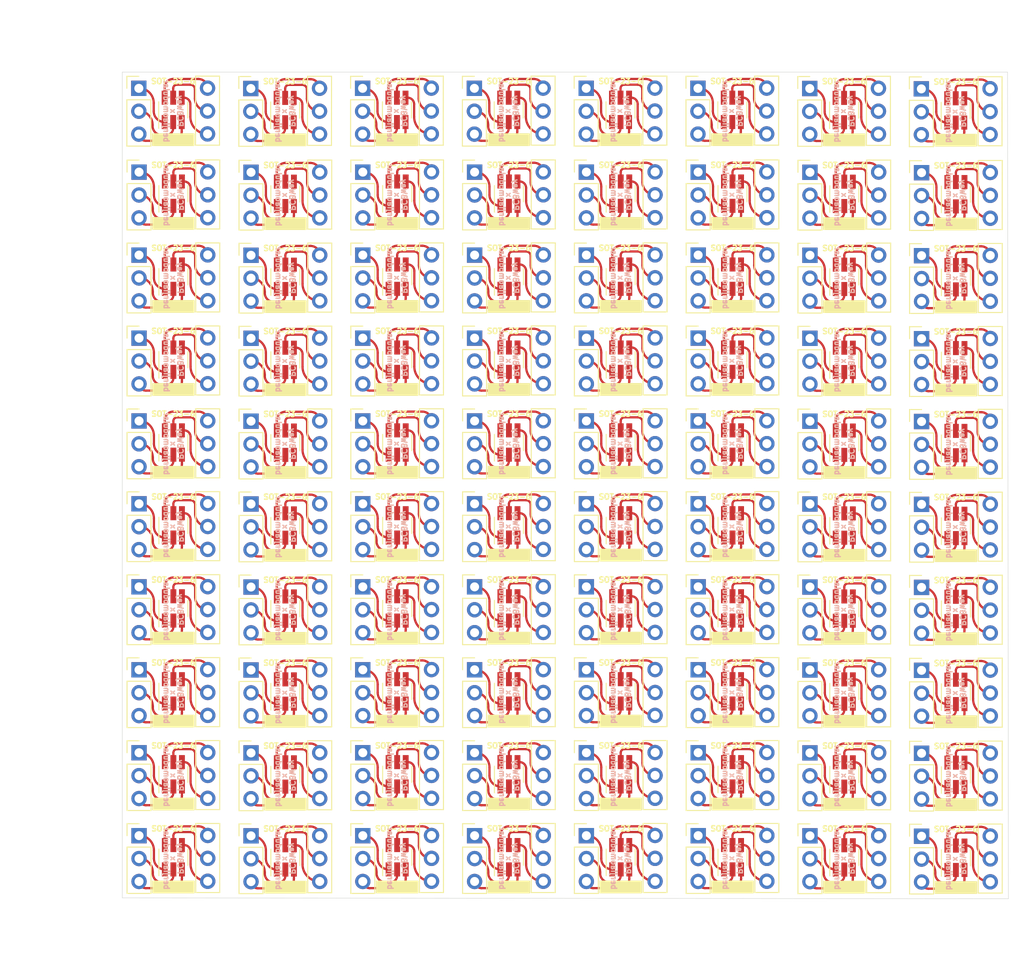
<source format=kicad_pcb>
(kicad_pcb (version 20211014) (generator pcbnew)
  (layers (0 "F.Cu" signal) (31 "B.Cu" signal) (34 "B.Paste" user) (35 "F.Paste" user) (36 "B.SilkS" user "B.Silkscreen") (37 "F.SilkS" user "F.Silkscreen") (38 "B.Mask" user) (39 "F.Mask" user) (44 "Edge.Cuts" user))
  (net 0 "")
  (net 1 "Net-(J1-Pad1)")
  (net 2 "Net-(J1-Pad2)")
  (net 3 "Net-(J1-Pad3)")
  (net 4 "Net-(J2-Pad4)")
  (net 5 "Net-(J2-Pad5)")
  (net 6 "Net-(J2-Pad6)")
  (footprint "Package_TO_SOT_SMD:SOT-23-6_Handsoldering" (layer "F.Cu") (at 172.672 60.189 90)
    (fp_text reference "J2" hide)
    (fp_text value "Conn_01x06_Male" hide)
  )
  (footprint "Package_TO_SOT_SMD:SOT-23-6_Handsoldering" (layer "F.Cu") (at 110.65 60.191 90)
    (fp_text reference "J2" hide)
    (fp_text value "Conn_01x06_Male" hide)
  )
  (footprint "Connector_PinHeader_2.54mm:PinHeader_1x03_P2.54mm_Vertical" (layer "F.Cu") (at 126.884 62.878 180)
    (fp_text reference "J3" hide)
    (fp_text value "Conn_01x03_Male" hide)
  )
  (footprint "Connector_PinHeader_2.54mm:PinHeader_1x03_P2.54mm_Vertical" (layer "F.Cu") (at 181.284 103.908)
    (fp_text reference "J1" hide)
    (fp_text value "Conn_01x03_Male" hide)
  )
  (footprint "Connector_PinHeader_2.54mm:PinHeader_1x03_P2.54mm_Vertical" (layer "F.Cu") (at 164.106 136.556 180)
    (fp_text reference "J3" hide)
    (fp_text value "Conn_01x03_Male" hide)
  )
  (footprint "Connector_PinHeader_2.54mm:PinHeader_1x03_P2.54mm_Vertical" (layer "F.Cu") (at 164.106 145.756 180)
    (fp_text reference "J3" hide)
    (fp_text value "Conn_01x03_Male" hide)
  )
  (footprint "Connector_PinHeader_2.54mm:PinHeader_1x03_P2.54mm_Vertical" (layer "F.Cu") (at 193.665 76.361)
    (fp_text reference "J1" hide)
    (fp_text value "Conn_01x03_Male" hide)
  )
  (footprint "Package_TO_SOT_SMD:SOT-23-6_Handsoldering" (layer "F.Cu") (at 147.894 124.691 90)
    (fp_text reference "J2" hide)
    (fp_text value "Conn_01x06_Male" hide)
  )
  (footprint "Package_TO_SOT_SMD:SOT-23-6_Handsoldering" (layer "F.Cu") (at 147.894 69.485 90)
    (fp_text reference "J2" hide)
    (fp_text value "Conn_01x06_Male" hide)
  )
  (footprint "Package_TO_SOT_SMD:SOT-23-6_Handsoldering" (layer "F.Cu") (at 160.294 97.087 90)
    (fp_text reference "J2" hide)
    (fp_text value "Conn_01x06_Male" hide)
  )
  (footprint "Connector_PinHeader_2.54mm:PinHeader_1x03_P2.54mm_Vertical" (layer "F.Cu") (at 131.684 76.3)
    (fp_text reference "J1" hide)
    (fp_text value "Conn_01x03_Male" hide)
  )
  (footprint "Package_TO_SOT_SMD:SOT-23-6_Handsoldering" (layer "F.Cu") (at 110.672 69.485 90)
    (fp_text reference "J2" hide)
    (fp_text value "Conn_01x06_Male" hide)
  )
  (footprint "Connector_PinHeader_2.54mm:PinHeader_1x03_P2.54mm_Vertical" (layer "F.Cu") (at 114.484 108.946 180)
    (fp_text reference "J3" hide)
    (fp_text value "Conn_01x03_Male" hide)
  )
  (footprint "Connector_PinHeader_2.54mm:PinHeader_1x03_P2.54mm_Vertical" (layer "F.Cu") (at 201.287 109.007 180)
    (fp_text reference "J3" hide)
    (fp_text value "Conn_01x03_Male" hide)
  )
  (footprint "Connector_PinHeader_2.54mm:PinHeader_1x03_P2.54mm_Vertical" (layer "F.Cu") (at 164.106 72.15 180)
    (fp_text reference "J3" hide)
    (fp_text value "Conn_01x03_Male" hide)
  )
  (footprint "Package_TO_SOT_SMD:SOT-23-6_Handsoldering" (layer "F.Cu") (at 197.475 106.34 90)
    (fp_text reference "J2" hide)
    (fp_text value "Conn_01x06_Male" hide)
  )
  (footprint "Connector_PinHeader_2.54mm:PinHeader_1x03_P2.54mm_Vertical" (layer "F.Cu") (at 181.284 67.114)
    (fp_text reference "J1" hide)
    (fp_text value "Conn_01x03_Male" hide)
  )
  (footprint "Connector_PinHeader_2.54mm:PinHeader_1x03_P2.54mm_Vertical" (layer "F.Cu") (at 156.484 122.298)
    (fp_text reference "J1" hide)
    (fp_text value "Conn_01x03_Male" hide)
  )
  (footprint "Connector_PinHeader_2.54mm:PinHeader_1x03_P2.54mm_Vertical" (layer "F.Cu") (at 151.706 136.558 180)
    (fp_text reference "J3" hide)
    (fp_text value "Conn_01x03_Male" hide)
  )
  (footprint "Package_TO_SOT_SMD:SOT-23-6_Handsoldering" (layer "F.Cu") (at 123.094 115.511 90)
    (fp_text reference "J2" hide)
    (fp_text value "Conn_01x06_Male" hide)
  )
  (footprint "Connector_PinHeader_2.54mm:PinHeader_1x03_P2.54mm_Vertical" (layer "F.Cu") (at 188.906 118.178 180)
    (fp_text reference "J3" hide)
    (fp_text value "Conn_01x03_Male" hide)
  )
  (footprint "Package_TO_SOT_SMD:SOT-23-6_Handsoldering" (layer "F.Cu") (at 197.475 133.952 90)
    (fp_text reference "J2" hide)
    (fp_text value "Conn_01x06_Male" hide)
  )
  (footprint "Package_TO_SOT_SMD:SOT-23-6_Handsoldering" (layer "F.Cu") (at 135.494 106.279 90)
    (fp_text reference "J2" hide)
    (fp_text value "Conn_01x06_Male" hide)
  )
  (footprint "Connector_PinHeader_2.54mm:PinHeader_1x03_P2.54mm_Vertical" (layer "F.Cu") (at 156.484 85.508)
    (fp_text reference "J1" hide)
    (fp_text value "Conn_01x03_Male" hide)
  )
  (footprint "Connector_PinHeader_2.54mm:PinHeader_1x03_P2.54mm_Vertical" (layer "F.Cu") (at 168.884 85.508)
    (fp_text reference "J1" hide)
    (fp_text value "Conn_01x03_Male" hide)
  )
  (footprint "Package_TO_SOT_SMD:SOT-23-6_Handsoldering" (layer "F.Cu") (at 197.475 78.752 90)
    (fp_text reference "J2" hide)
    (fp_text value "Conn_01x06_Male" hide)
  )
  (footprint "Connector_PinHeader_2.54mm:PinHeader_1x03_P2.54mm_Vertical" (layer "F.Cu") (at 201.287 81.419 180)
    (fp_text reference "J3" hide)
    (fp_text value "Conn_01x03_Male" hide)
  )
  (footprint "Connector_PinHeader_2.54mm:PinHeader_1x03_P2.54mm_Vertical" (layer "F.Cu") (at 181.284 76.32)
    (fp_text reference "J1" hide)
    (fp_text value "Conn_01x03_Male" hide)
  )
  (footprint "Package_TO_SOT_SMD:SOT-23-6_Handsoldering" (layer "F.Cu") (at 172.694 87.899 90)
    (fp_text reference "J2" hide)
    (fp_text value "Conn_01x06_Male" hide)
  )
  (footprint "Connector_PinHeader_2.54mm:PinHeader_1x03_P2.54mm_Vertical" (layer "F.Cu") (at 164.106 127.356 180)
    (fp_text reference "J3" hide)
    (fp_text value "Conn_01x03_Male" hide)
  )
  (footprint "Connector_PinHeader_2.54mm:PinHeader_1x03_P2.54mm_Vertical" (layer "F.Cu") (at 164.084 62.856 180)
    (fp_text reference "J3" hide)
    (fp_text value "Conn_01x03_Male" hide)
  )
  (footprint "Connector_PinHeader_2.54mm:PinHeader_1x03_P2.54mm_Vertical" (layer "F.Cu") (at 106.862 76.3)
    (fp_text reference "J1" hide)
    (fp_text value "Conn_01x03_Male" hide)
  )
  (footprint "Package_TO_SOT_SMD:SOT-23-6_Handsoldering" (layer "F.Cu") (at 172.694 106.277 90)
    (fp_text reference "J2" hide)
    (fp_text value "Conn_01x06_Male" hide)
  )
  (footprint "Connector_PinHeader_2.54mm:PinHeader_1x03_P2.54mm_Vertical" (layer "F.Cu") (at 176.506 108.944 180)
    (fp_text reference "J3" hide)
    (fp_text value "Conn_01x03_Male" hide)
  )
  (footprint "Package_TO_SOT_SMD:SOT-23-6_Handsoldering" (layer "F.Cu") (at 110.672 106.279 90)
    (fp_text reference "J2" hide)
    (fp_text value "Conn_01x06_Male" hide)
  )
  (footprint "Package_TO_SOT_SMD:SOT-23-6_Handsoldering" (layer "F.Cu") (at 135.494 97.089 90)
    (fp_text reference "J2" hide)
    (fp_text value "Conn_01x06_Male" hide)
  )
  (footprint "Connector_PinHeader_2.54mm:PinHeader_1x03_P2.54mm_Vertical" (layer "F.Cu") (at 181.262 57.82)
    (fp_text reference "J1" hide)
    (fp_text value "Conn_01x03_Male" hide)
  )
  (footprint "Package_TO_SOT_SMD:SOT-23-6_Handsoldering" (layer "F.Cu") (at 135.494 133.891 90)
    (fp_text reference "J2" hide)
    (fp_text value "Conn_01x06_Male" hide)
  )
  (footprint "Package_TO_SOT_SMD:SOT-23-6_Handsoldering" (layer "F.Cu") (at 185.094 106.299 90)
    (fp_text reference "J2" hide)
    (fp_text value "Conn_01x06_Male" hide)
  )
  (footprint "Connector_PinHeader_2.54mm:PinHeader_1x03_P2.54mm_Vertical" (layer "F.Cu") (at 126.906 99.776 180)
    (fp_text reference "J3" hide)
    (fp_text value "Conn_01x03_Male" hide)
  )
  (footprint "Package_TO_SOT_SMD:SOT-23-6_Handsoldering" (layer "F.Cu") (at 110.672 78.691 90)
    (fp_text reference "J2" hide)
    (fp_text value "Conn_01x06_Male" hide)
  )
  (footprint "Connector_PinHeader_2.54mm:PinHeader_1x03_P2.54mm_Vertical" (layer "F.Cu") (at 156.484 67.092)
    (fp_text reference "J1" hide)
    (fp_text value "Conn_01x03_Male" hide)
  )
  (footprint "Connector_PinHeader_2.54mm:PinHeader_1x03_P2.54mm_Vertical" (layer "F.Cu") (at 131.684 113.1)
    (fp_text reference "J1" hide)
    (fp_text value "Conn_01x03_Male" hide)
  )
  (footprint "Connector_PinHeader_2.54mm:PinHeader_1x03_P2.54mm_Vertical" (layer "F.Cu") (at 176.506 127.356 180)
    (fp_text reference "J3" hide)
    (fp_text value "Conn_01x03_Male" hide)
  )
  (footprint "Connector_PinHeader_2.54mm:PinHeader_1x03_P2.54mm_Vertical" (layer "F.Cu") (at 156.484 140.698)
    (fp_text reference "J1" hide)
    (fp_text value "Conn_01x03_Male" hide)
  )
  (footprint "Connector_PinHeader_2.54mm:PinHeader_1x03_P2.54mm_Vertical" (layer "F.Cu") (at 139.306 136.558 180)
    (fp_text reference "J3" hide)
    (fp_text value "Conn_01x03_Male" hide)
  )
  (footprint "Connector_PinHeader_2.54mm:PinHeader_1x03_P2.54mm_Vertical" (layer "F.Cu") (at 106.862 113.1)
    (fp_text reference "J1" hide)
    (fp_text value "Conn_01x03_Male" hide)
  )
  (footprint "Connector_PinHeader_2.54mm:PinHeader_1x03_P2.54mm_Vertical" (layer "F.Cu") (at 139.306 81.358 180)
    (fp_text reference "J3" hide)
    (fp_text value "Conn_01x03_Male" hide)
  )
  (footprint "Package_TO_SOT_SMD:SOT-23-6_Handsoldering" (layer "F.Cu") (at 110.672 97.089 90)
    (fp_text reference "J2" hide)
    (fp_text value "Conn_01x06_Male" hide)
  )
  (footprint "Package_TO_SOT_SMD:SOT-23-6_Handsoldering" (layer "F.Cu") (at 185.094 124.711 90)
    (fp_text reference "J2" hide)
    (fp_text value "Conn_01x06_Male" hide)
  )
  (footprint "Connector_PinHeader_2.54mm:PinHeader_1x03_P2.54mm_Vertical" (layer "F.Cu") (at 126.906 136.578 180)
    (fp_text reference "J3" hide)
    (fp_text value "Conn_01x03_Male" hide)
  )
  (footprint "Package_TO_SOT_SMD:SOT-23-6_Handsoldering" (layer "F.Cu") (at 185.094 87.921 90)
    (fp_text reference "J2" hide)
    (fp_text value "Conn_01x06_Male" hide)
  )
  (footprint "Connector_PinHeader_2.54mm:PinHeader_1x03_P2.54mm_Vertical" (layer "F.Cu") (at 176.506 90.566 180)
    (fp_text reference "J3" hide)
    (fp_text value "Conn_01x03_Male" hide)
  )
  (footprint "Connector_PinHeader_2.54mm:PinHeader_1x03_P2.54mm_Vertical" (layer "F.Cu") (at 131.684 131.5)
    (fp_text reference "J1" hide)
    (fp_text value "Conn_01x03_Male" hide)
  )
  (footprint "Connector_PinHeader_2.54mm:PinHeader_1x03_P2.54mm_Vertical" (layer "F.Cu") (at 139.306 127.358 180)
    (fp_text reference "J3" hide)
    (fp_text value "Conn_01x03_Male" hide)
  )
  (footprint "Connector_PinHeader_2.54mm:PinHeader_1x03_P2.54mm_Vertical" (layer "F.Cu") (at 168.884 113.098)
    (fp_text reference "J1" hide)
    (fp_text value "Conn_01x03_Male" hide)
  )
  (footprint "Package_TO_SOT_SMD:SOT-23-6_Handsoldering" (layer "F.Cu") (at 147.894 78.691 90)
    (fp_text reference "J2" hide)
    (fp_text value "Conn_01x06_Male" hide)
  )
  (footprint "Connector_PinHeader_2.54mm:PinHeader_1x03_P2.54mm_Vertical" (layer "F.Cu") (at 151.706 108.946 180)
    (fp_text reference "J3" hide)
    (fp_text value "Conn_01x03_Male" hide)
  )
  (footprint "Connector_PinHeader_2.54mm:PinHeader_1x03_P2.54mm_Vertical" (layer "F.Cu") (at 188.906 108.966 180)
    (fp_text reference "J3" hide)
    (fp_text value "Conn_01x03_Male" hide)
  )
  (footprint "Connector_PinHeader_2.54mm:PinHeader_1x03_P2.54mm_Vertical" (layer "F.Cu") (at 139.284 62.858 180)
    (fp_text reference "J3" hide)
    (fp_text value "Conn_01x03_Male" hide)
  )
  (footprint "Package_TO_SOT_SMD:SOT-23-6_Handsoldering" (layer "F.Cu") (at 160.294 106.277 90)
    (fp_text reference "J2" hide)
    (fp_text value "Conn_01x06_Male" hide)
  )
  (footprint "Package_TO_SOT_SMD:SOT-23-6_Handsoldering" (layer "F.Cu") (at 160.294 115.489 90)
    (fp_text reference "J2" hide)
    (fp_text value "Conn_01x06_Male" hide)
  )
  (footprint "Package_TO_SOT_SMD:SOT-23-6_Handsoldering" (layer "F.Cu") (at 147.894 115.491 90)
    (fp_text reference "J2" hide)
    (fp_text value "Conn_01x06_Male" hide)
  )
  (footprint "Package_TO_SOT_SMD:SOT-23-6_Handsoldering" (layer "F.Cu") (at 172.694 78.689 90)
    (fp_text reference "J2" hide)
    (fp_text value "Conn_01x06_Male" hide)
  )
  (footprint "Connector_PinHeader_2.54mm:PinHeader_1x03_P2.54mm_Vertical" (layer "F.Cu") (at 119.284 85.53)
    (fp_text reference "J1" hide)
    (fp_text value "Conn_01x03_Male" hide)
  )
  (footprint "Package_TO_SOT_SMD:SOT-23-6_Handsoldering" (layer "F.Cu") (at 123.094 106.299 90)
    (fp_text reference "J2" hide)
    (fp_text value "Conn_01x06_Male" hide)
  )
  (footprint "Package_TO_SOT_SMD:SOT-23-6_Handsoldering" (layer "F.Cu") (at 123.094 124.711 90)
    (fp_text reference "J2" hide)
    (fp_text value "Conn_01x06_Male" hide)
  )
  (footprint "Connector_PinHeader_2.54mm:PinHeader_1x03_P2.54mm_Vertical" (layer "F.Cu") (at 119.284 67.114)
    (fp_text reference "J1" hide)
    (fp_text value "Conn_01x03_Male" hide)
  )
  (footprint "Connector_PinHeader_2.54mm:PinHeader_1x03_P2.54mm_Vertical" (layer "F.Cu") (at 144.084 140.7)
    (fp_text reference "J1" hide)
    (fp_text value "Conn_01x03_Male" hide)
  )
  (footprint "Connector_PinHeader_2.54mm:PinHeader_1x03_P2.54mm_Vertical" (layer "F.Cu") (at 156.484 113.098)
    (fp_text reference "J1" hide)
    (fp_text value "Conn_01x03_Male" hide)
  )
  (footprint "Connector_PinHeader_2.54mm:PinHeader_1x03_P2.54mm_Vertical" (layer "F.Cu") (at 151.706 81.358 180)
    (fp_text reference "J3" hide)
    (fp_text value "Conn_01x03_Male" hide)
  )
  (footprint "Package_TO_SOT_SMD:SOT-23-6_Handsoldering" (layer "F.Cu") (at 172.694 69.483 90)
    (fp_text reference "J2" hide)
    (fp_text value "Conn_01x06_Male" hide)
  )
  (footprint "Connector_PinHeader_2.54mm:PinHeader_1x03_P2.54mm_Vertical" (layer "F.Cu") (at 164.106 81.356 180)
    (fp_text reference "J3" hide)
    (fp_text value "Conn_01x03_Male" hide)
  )
  (footprint "Package_TO_SOT_SMD:SOT-23-6_Handsoldering" (layer "F.Cu") (at 197.475 143.152 90)
    (fp_text reference "J2" hide)
    (fp_text value "Conn_01x06_Male" hide)
  )
  (footprint "Connector_PinHeader_2.54mm:PinHeader_1x03_P2.54mm_Vertical" (layer "F.Cu") (at 131.684 67.094)
    (fp_text reference "J1" hide)
    (fp_text value "Conn_01x03_Male" hide)
  )
  (footprint "Package_TO_SOT_SMD:SOT-23-6_Handsoldering" (layer "F.Cu") (at 172.694 124.689 90)
    (fp_text reference "J2" hide)
    (fp_text value "Conn_01x06_Male" hide)
  )
  (footprint "Connector_PinHeader_2.54mm:PinHeader_1x03_P2.54mm_Vertical" (layer "F.Cu") (at 156.484 76.298)
    (fp_text reference "J1" hide)
    (fp_text value "Conn_01x03_Male" hide)
  )
  (footprint "Connector_PinHeader_2.54mm:PinHeader_1x03_P2.54mm_Vertical" (layer "F.Cu") (at 176.506 136.556 180)
    (fp_text reference "J3" hide)
    (fp_text value "Conn_01x03_Male" hide)
  )
  (footprint "Connector_PinHeader_2.54mm:PinHeader_1x03_P2.54mm_Vertical" (layer "F.Cu") (at 188.906 136.578 180)
    (fp_text reference "J3" hide)
    (fp_text value "Conn_01x03_Male" hide)
  )
  (footprint "Package_TO_SOT_SMD:SOT-23-6_Handsoldering" (layer "F.Cu") (at 197.475 69.546 90)
    (fp_text reference "J2" hide)
    (fp_text value "Conn_01x06_Male" hide)
  )
  (footprint "Connector_PinHeader_2.54mm:PinHeader_1x03_P2.54mm_Vertical" (layer "F.Cu") (at 131.684 122.3)
    (fp_text reference "J1" hide)
    (fp_text value "Conn_01x03_Male" hide)
  )
  (footprint "Package_TO_SOT_SMD:SOT-23-6_Handsoldering" (layer "F.Cu") (at 147.894 106.279 90)
    (fp_text reference "J2" hide)
    (fp_text value "Conn_01x06_Male" hide)
  )
  (footprint "Package_TO_SOT_SMD:SOT-23-6_Handsoldering" (layer "F.Cu") (at 135.494 69.485 90)
    (fp_text reference "J2" hide)
    (fp_text value "Conn_01x06_Male" hide)
  )
  (footprint "Connector_PinHeader_2.54mm:PinHeader_1x03_P2.54mm_Vertical" (layer "F.Cu") (at 106.862 140.7)
    (fp_text reference "J1" hide)
    (fp_text value "Conn_01x03_Male" hide)
  )
  (footprint "Connector_PinHeader_2.54mm:PinHeader_1x03_P2.54mm_Vertical" (layer "F.Cu") (at 188.906 145.778 180)
    (fp_text reference "J3" hide)
    (fp_text value "Conn_01x03_Male" hide)
  )
  (footprint "Connector_PinHeader_2.54mm:PinHeader_1x03_P2.54mm_Vertical" (layer "F.Cu") (at 181.284 140.72)
    (fp_text reference "J1" hide)
    (fp_text value "Conn_01x03_Male" hide)
  )
  (footprint "Connector_PinHeader_2.54mm:PinHeader_1x03_P2.54mm_Vertical" (layer "F.Cu") (at 144.084 67.094)
    (fp_text reference "J1" hide)
    (fp_text value "Conn_01x03_Male" hide)
  )
  (footprint "Connector_PinHeader_2.54mm:PinHeader_1x03_P2.54mm_Vertical" (layer "F.Cu") (at 201.287 136.619 180)
    (fp_text reference "J3" hide)
    (fp_text value "Conn_01x03_Male" hide)
  )
  (footprint "Package_TO_SOT_SMD:SOT-23-6_Handsoldering" (layer "F.Cu") (at 185.072 60.211 90)
    (fp_text reference "J2" hide)
    (fp_text value "Conn_01x06_Male" hide)
  )
  (footprint "Package_TO_SOT_SMD:SOT-23-6_Handsoldering" (layer "F.Cu") (at 123.094 133.911 90)
    (fp_text reference "J2" hide)
    (fp_text value "Conn_01x06_Male" hide)
  )
  (footprint "Connector_PinHeader_2.54mm:PinHeader_1x03_P2.54mm_Vertical" (layer "F.Cu") (at 193.665 85.571)
    (fp_text reference "J1" hide)
    (fp_text value "Conn_01x03_Male" hide)
  )
  (footprint "Connector_PinHeader_2.54mm:PinHeader_1x03_P2.54mm_Vertical" (layer "F.Cu") (at 119.284 131.52)
    (fp_text reference "J1" hide)
    (fp_text value "Conn_01x03_Male" hide)
  )
  (footprint "Connector_PinHeader_2.54mm:PinHeader_1x03_P2.54mm_Vertical" (layer "F.Cu") (at 119.284 103.908)
    (fp_text reference "J1" hide)
    (fp_text value "Conn_01x03_Male" hide)
  )
  (footprint "Connector_PinHeader_2.54mm:PinHeader_1x03_P2.54mm_Vertical" (layer "F.Cu") (at 156.484 94.696)
    (fp_text reference "J1" hide)
    (fp_text value "Conn_01x03_Male" hide)
  )
  (footprint "Connector_PinHeader_2.54mm:PinHeader_1x03_P2.54mm_Vertical" (layer "F.Cu") (at 126.906 127.378 180)
    (fp_text reference "J3" hide)
    (fp_text value "Conn_01x03_Male" hide)
  )
  (footprint "Connector_PinHeader_2.54mm:PinHeader_1x03_P2.54mm_Vertical" (layer "F.Cu") (at 188.906 127.378 180)
    (fp_text reference "J3" hide)
    (fp_text value "Conn_01x03_Male" hide)
  )
  (footprint "Package_TO_SOT_SMD:SOT-23-6_Handsoldering" (layer "F.Cu") (at 135.494 115.491 90)
    (fp_text reference "J2" hide)
    (fp_text value "Conn_01x06_Male" hide)
  )
  (footprint "Connector_PinHeader_2.54mm:PinHeader_1x03_P2.54mm_Vertical" (layer "F.Cu") (at 126.906 81.378 180)
    (fp_text reference "J3" hide)
    (fp_text value "Conn_01x03_Male" hide)
  )
  (footprint "Package_TO_SOT_SMD:SOT-23-6_Handsoldering" (layer "F.Cu") (at 110.672 87.901 90)
    (fp_text reference "J2" hide)
    (fp_text value "Conn_01x06_Male" hide)
  )
  (footprint "Package_TO_SOT_SMD:SOT-23-6_Handsoldering" (layer "F.Cu") (at 110.672 124.691 90)
    (fp_text reference "J2" hide)
    (fp_text value "Conn_01x06_Male" hide)
  )
  (footprint "Connector_PinHeader_2.54mm:PinHeader_1x03_P2.54mm_Vertical" (layer "F.Cu") (at 168.884 131.498)
    (fp_text reference "J1" hide)
    (fp_text value "Conn_01x03_Male" hide)
  )
  (footprint "Package_TO_SOT_SMD:SOT-23-6_Handsoldering" (layer "F.Cu") (at 135.494 87.901 90)
    (fp_text reference "J2" hide)
    (fp_text value "Conn_01x06_Male" hide)
  )
  (footprint "Connector_PinHeader_2.54mm:PinHeader_1x03_P2.54mm_Vertical" (layer "F.Cu") (at 144.084 131.5)
    (fp_text reference "J1" hide)
    (fp_text value "Conn_01x03_Male" hide)
  )
  (footprint "Connector_PinHeader_2.54mm:PinHeader_1x03_P2.54mm_Vertical" (layer "F.Cu") (at 201.287 99.817 180)
    (fp_text reference "J3" hide)
    (fp_text value "Conn_01x03_Male" hide)
  )
  (footprint "Connector_PinHeader_2.54mm:PinHeader_1x03_P2.54mm_Vertical" (layer "F.Cu") (at 188.906 81.378 180)
    (fp_text reference "J3" hide)
    (fp_text value "Conn_01x03_Male" hide)
  )
  (footprint "Package_TO_SOT_SMD:SOT-23-6_Handsoldering" (layer "F.Cu") (at 160.294 124.689 90)
    (fp_text reference "J2" hide)
    (fp_text value "Conn_01x06_Male" hide)
  )
  (footprint "Connector_PinHeader_2.54mm:PinHeader_1x03_P2.54mm_Vertical" (layer "F.Cu") (at 181.284 122.32)
    (fp_text reference "J1" hide)
    (fp_text value "Conn_01x03_Male" hide)
  )
  (footprint "Package_TO_SOT_SMD:SOT-23-6_Handsoldering" (layer "F.Cu") (at 110.672 143.091 90)
    (fp_text reference "J2" hide)
    (fp_text value "Conn_01x06_Male" hide)
  )
  (footprint "Connector_PinHeader_2.54mm:PinHeader_1x03_P2.54mm_Vertical" (layer "F.Cu") (at 201.287 118.219 180)
    (fp_text reference "J3" hide)
    (fp_text value "Conn_01x03_Male" hide)
  )
  (footprint "Connector_PinHeader_2.54mm:PinHeader_1x03_P2.54mm_Vertical" (layer "F.Cu") (at 114.484 81.358 180)
    (fp_text reference "J3" hide)
    (fp_text value "Conn_01x03_Male" hide)
  )
  (footprint "Connector_PinHeader_2.54mm:PinHeader_1x03_P2.54mm_Vertical" (layer "F.Cu") (at 176.506 145.756 180)
    (fp_text reference "J3" hide)
    (fp_text value "Conn_01x03_Male" hide)
  )
  (footprint "Connector_PinHeader_2.54mm:PinHeader_1x03_P2.54mm_Vertical" (layer "F.Cu") (at 131.662 57.8)
    (fp_text reference "J1" hide)
    (fp_text value "Conn_01x03_Male" hide)
  )
  (footprint "Connector_PinHeader_2.54mm:PinHeader_1x03_P2.54mm_Vertical" (layer "F.Cu") (at 139.306 72.152 180)
    (fp_text reference "J3" hide)
    (fp_text value "Conn_01x03_Male" hide)
  )
  (footprint "Connector_PinHeader_2.54mm:PinHeader_1x03_P2.54mm_Vertical" (layer "F.Cu") (at 151.684 62.858 180)
    (fp_text reference "J3" hide)
    (fp_text value "Conn_01x03_Male" hide)
  )
  (footprint "Connector_PinHeader_2.54mm:PinHeader_1x03_P2.54mm_Vertical" (layer "F.Cu") (at 181.284 85.53)
    (fp_text reference "J1" hide)
    (fp_text value "Conn_01x03_Male" hide)
  )
  (footprint "Connector_PinHeader_2.54mm:PinHeader_1x03_P2.54mm_Vertical" (layer "F.Cu") (at 106.84 57.8)
    (fp_text reference "J1" hide)
    (fp_text value "Conn_01x03_Male" hide)
  )
  (footprint "Connector_PinHeader_2.54mm:PinHeader_1x03_P2.54mm_Vertical" (layer "F.Cu") (at 126.906 145.778 180)
    (fp_text reference "J3" hide)
    (fp_text value "Conn_01x03_Male" hide)
  )
  (footprint "Connector_PinHeader_2.54mm:PinHeader_1x03_P2.54mm_Vertical" (layer "F.Cu") (at 131.684 103.888)
    (fp_text reference "J1" hide)
    (fp_text value "Conn_01x03_Male" hide)
  )
  (footprint "Connector_PinHeader_2.54mm:PinHeader_1x03_P2.54mm_Vertical" (layer "F.Cu") (at 114.484 72.152 180)
    (fp_text reference "J3" hide)
    (fp_text value "Conn_01x03_Male" hide)
  )
  (footprint "Connector_PinHeader_2.54mm:PinHeader_1x03_P2.54mm_Vertical" (layer "F.Cu") (at 144.084 113.1)
    (fp_text reference "J1" hide)
    (fp_text value "Conn_01x03_Male" hide)
  )
  (footprint "Package_TO_SOT_SMD:SOT-23-6_Handsoldering" (layer "F.Cu") (at 185.094 143.111 90)
    (fp_text reference "J2" hide)
    (fp_text value "Conn_01x06_Male" hide)
  )
  (footprint "Package_TO_SOT_SMD:SOT-23-6_Handsoldering" (layer "F.Cu") (at 197.475 87.962 90)
    (fp_text reference "J2" hide)
    (fp_text value "Conn_01x06_Male" hide)
  )
  (footprint "Package_TO_SOT_SMD:SOT-23-6_Handsoldering" (layer "F.Cu") (at 172.694 133.889 90)
    (fp_text reference "J2" hide)
    (fp_text value "Conn_01x06_Male" hide)
  )
  (footprint "Connector_PinHeader_2.54mm:PinHeader_1x03_P2.54mm_Vertical" (layer "F.Cu") (at 201.287 90.629 180)
    (fp_text reference "J3" hide)
    (fp_text value "Conn_01x03_Male" hide)
  )
  (footprint "Connector_PinHeader_2.54mm:PinHeader_1x03_P2.54mm_Vertical" (layer "F.Cu") (at 126.906 72.172 180)
    (fp_text reference "J3" hide)
    (fp_text value "Conn_01x03_Male" hide)
  )
  (footprint "Connector_PinHeader_2.54mm:PinHeader_1x03_P2.54mm_Vertical" (layer "F.Cu") (at 156.484 131.498)
    (fp_text reference "J1" hide)
    (fp_text value "Conn_01x03_Male" hide)
  )
  (footprint "Connector_PinHeader_2.54mm:PinHeader_1x03_P2.54mm_Vertical" (layer "F.Cu") (at 181.284 113.12)
    (fp_text reference "J1" hide)
    (fp_text value "Conn_01x03_Male" hide)
  )
  (footprint "Connector_PinHeader_2.54mm:PinHeader_1x03_P2.54mm_Vertical" (layer "F.Cu") (at 106.862 131.5)
    (fp_text reference "J1" hide)
    (fp_text value "Conn_01x03_Male" hide)
  )
  (footprint "Package_TO_SOT_SMD:SOT-23-6_Handsoldering" (layer "F.Cu") (at 197.475 124.752 90)
    (fp_text reference "J2" hide)
    (fp_text value "Conn_01x06_Male" hide)
  )
  (footprint "Connector_PinHeader_2.54mm:PinHeader_1x03_P2.54mm_Vertical" (layer "F.Cu") (at 193.665 94.759)
    (fp_text reference "J1" hide)
    (fp_text value "Conn_01x03_Male" hide)
  )
  (footprint "Connector_PinHeader_2.54mm:PinHeader_1x03_P2.54mm_Vertical" (layer "F.Cu") (at 151.706 145.758 180)
    (fp_text reference "J3" hide)
    (fp_text value "Conn_01x03_Male" hide)
  )
  (footprint "Connector_PinHeader_2.54mm:PinHeader_1x03_P2.54mm_Vertical" (layer "F.Cu") (at 119.284 113.12)
    (fp_text reference "J1" hide)
    (fp_text value "Conn_01x03_Male" hide)
  )
  (footprint "Connector_PinHeader_2.54mm:PinHeader_1x03_P2.54mm_Vertical" (layer "F.Cu") (at 201.265 62.919 180)
    (fp_text reference "J3" hide)
    (fp_text value "Conn_01x03_Male" hide)
  )
  (footprint "Connector_PinHeader_2.54mm:PinHeader_1x03_P2.54mm_Vertical" (layer "F.Cu") (at 193.665 67.155)
    (fp_text reference "J1" hide)
    (fp_text value "Conn_01x03_Male" hide)
  )
  (footprint "Connector_PinHeader_2.54mm:PinHeader_1x03_P2.54mm_Vertical" (layer "F.Cu") (at 139.306 145.758 180)
    (fp_text reference "J3" hide)
    (fp_text value "Conn_01x03_Male" hide)
  )
  (footprint "Connector_PinHeader_2.54mm:PinHeader_1x03_P2.54mm_Vertical" (layer "F.Cu") (at 119.262 57.82)
    (fp_text reference "J1" hide)
    (fp_text value "Conn_01x03_Male" hide)
  )
  (footprint "Connector_PinHeader_2.54mm:PinHeader_1x03_P2.54mm_Vertical" (layer "F.Cu") (at 131.684 140.7)
    (fp_text reference "J1" hide)
    (fp_text value "Conn_01x03_Male" hide)
  )
  (footprint "Package_TO_SOT_SMD:SOT-23-6_Handsoldering" (layer "F.Cu") (at 160.294 143.089 90)
    (fp_text reference "J2" hide)
    (fp_text value "Conn_01x06_Male" hide)
  )
  (footprint "Package_TO_SOT_SMD:SOT-23-6_Handsoldering" (layer "F.Cu") (at 197.475 115.552 90)
    (fp_text reference "J2" hide)
    (fp_text value "Conn_01x06_Male" hide)
  )
  (footprint "Connector_PinHeader_2.54mm:PinHeader_1x03_P2.54mm_Vertical" (layer "F.Cu") (at 181.284 131.52)
    (fp_text reference "J1" hide)
    (fp_text value "Conn_01x03_Male" hide)
  )
  (footprint "Package_TO_SOT_SMD:SOT-23-6_Handsoldering" (layer "F.Cu") (at 147.894 143.091 90)
    (fp_text reference "J2" hide)
    (fp_text value "Conn_01x06_Male" hide)
  )
  (footprint "Connector_PinHeader_2.54mm:PinHeader_1x03_P2.54mm_Vertical" (layer "F.Cu") (at 151.706 72.152 180)
    (fp_text reference "J3" hide)
    (fp_text value "Conn_01x03_Male" hide)
  )
  (footprint "Connector_PinHeader_2.54mm:PinHeader_1x03_P2.54mm_Vertical" (layer "F.Cu") (at 188.884 62.878 180)
    (fp_text reference "J3" hide)
    (fp_text value "Conn_01x03_Male" hide)
  )
  (footprint "Connector_PinHeader_2.54mm:PinHeader_1x03_P2.54mm_Vertical" (layer "F.Cu") (at 188.906 99.776 180)
    (fp_text reference "J3" hide)
    (fp_text value "Conn_01x03_Male" hide)
  )
  (footprint "Connector_PinHeader_2.54mm:PinHeader_1x03_P2.54mm_Vertical" (layer "F.Cu") (at 156.462 57.798)
    (fp_text reference "J1" hide)
    (fp_text value "Conn_01x03_Male" hide)
  )
  (footprint "Connector_PinHeader_2.54mm:PinHeader_1x03_P2.54mm_Vertical" (layer "F.Cu") (at 119.284 122.32)
    (fp_text reference "J1" hide)
    (fp_text value "Conn_01x03_Male" hide)
  )
  (footprint "Connector_PinHeader_2.54mm:PinHeader_1x03_P2.54mm_Vertical" (layer "F.Cu") (at 126.906 108.966 180)
    (fp_text reference "J3" hide)
    (fp_text value "Conn_01x03_Male" hide)
  )
  (footprint "Connector_PinHeader_2.54mm:PinHeader_1x03_P2.54mm_Vertical" (layer "F.Cu") (at 119.284 140.72)
    (fp_text reference "J1" hide)
    (fp_text value "Conn_01x03_Male" hide)
  )
  (footprint "Connector_PinHeader_2.54mm:PinHeader_1x03_P2.54mm_Vertical" (layer "F.Cu") (at 164.106 90.566 180)
    (fp_text reference "J3" hide)
    (fp_text value "Conn_01x03_Male" hide)
  )
  (footprint "Connector_PinHeader_2.54mm:PinHeader_1x03_P2.54mm_Vertical" (layer "F.Cu") (at 114.484 127.358 180)
    (fp_text reference "J3" hide)
    (fp_text value "Conn_01x03_Male" hide)
  )
  (footprint "Package_TO_SOT_SMD:SOT-23-6_Handsoldering" (layer "F.Cu") (at 185.094 97.109 90)
    (fp_text reference "J2" hide)
    (fp_text value "Conn_01x06_Male" hide)
  )
  (footprint "Package_TO_SOT_SMD:SOT-23-6_Handsoldering" (layer "F.Cu") (at 160.294 78.689 90)
    (fp_text reference "J2" hide)
    (fp_text value "Conn_01x06_Male" hide)
  )
  (footprint "Package_TO_SOT_SMD:SOT-23-6_Handsoldering" (layer "F.Cu") (at 135.494 78.691 90)
    (fp_text reference "J2" hide)
    (fp_text value "Conn_01x06_Male" hide)
  )
  (footprint "Package_TO_SOT_SMD:SOT-23-6_Handsoldering" (layer "F.Cu") (at 135.472 60.191 90)
    (fp_text reference "J2" hide)
    (fp_text value "Conn_01x06_Male" hide)
  )
  (footprint "Connector_PinHeader_2.54mm:PinHeader_1x03_P2.54mm_Vertical" (layer "F.Cu") (at 106.862 103.888)
    (fp_text reference "J1" hide)
    (fp_text value "Conn_01x03_Male" hide)
  )
  (footprint "Package_TO_SOT_SMD:SOT-23-6_Handsoldering" (layer "F.Cu") (at 185.094 133.911 90)
    (fp_text reference "J2" hide)
    (fp_text value "Conn_01x06_Male" hide)
  )
  (footprint "Connector_PinHeader_2.54mm:PinHeader_1x03_P2.54mm_Vertical" (layer "F.Cu") (at 106.862 67.094)
    (fp_text reference "J1" hide)
    (fp_text value "Conn_01x03_Male" hide)
  )
  (footprint "Connector_PinHeader_2.54mm:PinHeader_1x03_P2.54mm_Vertical" (layer "F.Cu") (at 139.306 118.158 180)
    (fp_text reference "J3" hide)
    (fp_text value "Conn_01x03_Male" hide)
  )
  (footprint "Package_TO_SOT_SMD:SOT-23-6_Handsoldering" (layer "F.Cu") (at 123.094 143.111 90)
    (fp_text reference "J2" hide)
    (fp_text value "Conn_01x06_Male" hide)
  )
  (footprint "Connector_PinHeader_2.54mm:PinHeader_1x03_P2.54mm_Vertical" (layer "F.Cu") (at 144.084 85.51)
    (fp_text reference "J1" hide)
    (fp_text value "Conn_01x03_Male" hide)
  )
  (footprint "Connector_PinHeader_2.54mm:PinHeader_1x03_P2.54mm_Vertical" (layer "F.Cu") (at 106.862 94.698)
    (fp_text reference "J1" hide)
    (fp_text value "Conn_01x03_Male" hide)
  )
  (footprint "Package_TO_SOT_SMD:SOT-23-6_Handsoldering" (layer "F.Cu") (at 123.094 78.711 90)
    (fp_text reference "J2" hide)
    (fp_text value "Conn_01x06_Male" hide)
  )
  (footprint "Connector_PinHeader_2.54mm:PinHeader_1x03_P2.54mm_Vertical" (layer "F.Cu") (at 106.862 122.3)
    (fp_text reference "J1" hide)
    (fp_text value "Conn_01x03_Male" hide)
  )
  (footprint "Connector_PinHeader_2.54mm:PinHeader_1x03_P2.54mm_Vertical" (layer "F.Cu") (at 131.684 94.698)
    (fp_text reference "J1" hide)
    (fp_text value "Conn_01x03_Male" hide)
  )
  (footprint "Package_TO_SOT_SMD:SOT-23-6_Handsoldering" (layer "F.Cu") (at 160.294 87.899 90)
    (fp_text reference "J2" hide)
    (fp_text value "Conn_01x06_Male" hide)
  )
  (footprint "Connector_PinHeader_2.54mm:PinHeader_1x03_P2.54mm_Vertical" (layer "F.Cu") (at 114.484 145.758 180)
    (fp_text reference "J3" hide)
    (fp_text value "Conn_01x03_Male" hide)
  )
  (footprint "Connector_PinHeader_2.54mm:PinHeader_1x03_P2.54mm_Vertical" (layer "F.Cu") (at 193.665 140.761)
    (fp_text reference "J1" hide)
    (fp_text value "Conn_01x03_Male" hide)
  )
  (footprint "Package_TO_SOT_SMD:SOT-23-6_Handsoldering" (layer "F.Cu") (at 197.475 97.15 90)
    (fp_text reference "J2" hide)
    (fp_text value "Conn_01x06_Male" hide)
  )
  (footprint "Package_TO_SOT_SMD:SOT-23-6_Handsoldering" (layer "F.Cu") (at 185.094 69.505 90)
    (fp_text reference "J2" hide)
    (fp_text value "Conn_01x06_Male" hide)
  )
  (footprint "Connector_PinHeader_2.54mm:PinHeader_1x03_P2.54mm_Vertical" (layer "F.Cu") (at 114.484 99.756 180)
    (fp_text reference "J3" hide)
    (fp_text value "Conn_01x03_Male" hide)
  )
  (footprint "Connector_PinHeader_2.54mm:PinHeader_1x03_P2.54mm_Vertical" (layer "F.Cu") (at 181.284 94.718)
    (fp_text reference "J1" hide)
    (fp_text value "Conn_01x03_Male" hide)
  )
  (footprint "Package_TO_SOT_SMD:SOT-23-6_Handsoldering" (layer "F.Cu") (at 135.494 124.691 90)
    (fp_text reference "J2" hide)
    (fp_text value "Conn_01x06_Male" hide)
  )
  (footprint "Connector_PinHeader_2.54mm:PinHeader_1x03_P2.54mm_Vertical" (layer "F.Cu") (at 114.462 62.858 180)
    (fp_text reference "J3" hide)
    (fp_text value "Conn_01x03_Male" hide)
  )
  (footprint "Connector_PinHeader_2.54mm:PinHeader_1x03_P2.54mm_Vertical" (layer "F.Cu") (at 193.665 131.561)
    (fp_text reference "J1" hide)
    (fp_text value "Conn_01x03_Male" hide)
  )
  (footprint "Connector_PinHeader_2.54mm:PinHeader_1x03_P2.54mm_Vertical" (layer "F.Cu") (at 139.306 90.568 180)
    (fp_text reference "J3" hide)
    (fp_text value "Conn_01x03_Male" hide)
  )
  (footprint "Package_TO_SOT_SMD:SOT-23-6_Handsoldering" (layer "F.Cu") (at 172.694 143.089 90)
    (fp_text reference "J2" hide)
    (fp_text value "Conn_01x06_Male" hide)
  )
  (footprint "Package_TO_SOT_SMD:SOT-23-6_Handsoldering" (layer "F.Cu") (at 172.694 97.087 90)
    (fp_text reference "J2" hide)
    (fp_text value "Conn_01x06_Male" hide)
  )
  (footprint "Package_TO_SOT_SMD:SOT-23-6_Handsoldering" (layer "F.Cu") (at 123.094 87.921 90)
    (fp_text reference "J2" hide)
    (fp_text value "Conn_01x06_Male" hide)
  )
  (footprint "Connector_PinHeader_2.54mm:PinHeader_1x03_P2.54mm_Vertical" (layer "F.Cu") (at 168.862 57.798)
    (fp_text reference "J1" hide)
    (fp_text value "Conn_01x03_Male" hide)
  )
  (footprint "Connector_PinHeader_2.54mm:PinHeader_1x03_P2.54mm_Vertical" (layer "F.Cu") (at 139.306 108.946 180)
    (fp_text reference "J3" hide)
    (fp_text value "Conn_01x03_Male" hide)
  )
  (footprint "Connector_PinHeader_2.54mm:PinHeader_1x03_P2.54mm_Vertical" (layer "F.Cu") (at 168.884 76.298)
    (fp_text reference "J1" hide)
    (fp_text value "Conn_01x03_Male" hide)
  )
  (footprint "Package_TO_SOT_SMD:SOT-23-6_Handsoldering" (layer "F.Cu") (at 160.294 69.483 90)
    (fp_text reference "J2" hide)
    (fp_text value "Conn_01x06_Male" hide)
  )
  (footprint "Connector_PinHeader_2.54mm:PinHeader_1x03_P2.54mm_Vertical" (layer "F.Cu") (at 168.884 67.092)
    (fp_text reference "J1" hide)
    (fp_text value "Conn_01x03_Male" hide)
  )
  (footprint "Connector_PinHeader_2.54mm:PinHeader_1x03_P2.54mm_Vertical" (layer "F.Cu") (at 164.106 99.754 180)
    (fp_text reference "J3" hide)
    (fp_text value "Conn_01x03_Male" hide)
  )
  (footprint "Package_TO_SOT_SMD:SOT-23-6_Handsoldering" (layer "F.Cu") (at 197.453 60.252 90)
    (fp_text reference "J2" hide)
    (fp_text value "Conn_01x06_Male" hide)
  )
  (footprint "Connector_PinHeader_2.54mm:PinHeader_1x03_P2.54mm_Vertical" (layer "F.Cu") (at 176.506 118.156 180)
    (fp_text reference "J3" hide)
    (fp_text value "Conn_01x03_Male" hide)
  )
  (footprint "Connector_PinHeader_2.54mm:PinHeader_1x03_P2.54mm_Vertical" (layer "F.Cu") (at 114.484 90.568 180)
    (fp_text reference "J3" hide)
    (fp_text value "Conn_01x03_Male" hide)
  )
  (footprint "Connector_PinHeader_2.54mm:PinHeader_1x03_P2.54mm_Vertical" (layer "F.Cu") (at 201.287 145.819 180)
    (fp_text reference "J3" hide)
    (fp_text value "Conn_01x03_Male" hide)
  )
  (footprint "Connector_PinHeader_2.54mm:PinHeader_1x03_P2.54mm_Vertical" (layer "F.Cu") (at 176.506 81.356 180)
    (fp_text reference "J3" hide)
    (fp_text value "Conn_01x03_Male" hide)
  )
  (footprint "Connector_PinHeader_2.54mm:PinHeader_1x03_P2.54mm_Vertical" (layer "F.Cu") (at 188.906 72.172 180)
    (fp_text reference "J3" hide)
    (fp_text value "Conn_01x03_Male" hide)
  )
  (footprint "Connector_PinHeader_2.54mm:PinHeader_1x03_P2.54mm_Vertical" (layer "F.Cu") (at 164.106 118.156 180)
    (fp_text reference "J3" hide)
    (fp_text value "Conn_01x03_Male" hide)
  )
  (footprint "Connector_PinHeader_2.54mm:PinHeader_1x03_P2.54mm_Vertical" (layer "F.Cu") (at 139.306 99.756 180)
    (fp_text reference "J3" hide)
    (fp_text value "Conn_01x03_Male" hide)
  )
  (footprint "Connector_PinHeader_2.54mm:PinHeader_1x03_P2.54mm_Vertical" (layer "F.Cu") (at 114.484 118.158 180)
    (fp_text reference "J3" hide)
    (fp_text value "Conn_01x03_Male" hide)
  )
  (footprint "Connector_PinHeader_2.54mm:PinHeader_1x03_P2.54mm_Vertical" (layer "F.Cu") (at 144.084 76.3)
    (fp_text reference "J1" hide)
    (fp_text value "Conn_01x03_Male" hide)
  )
  (footprint "Package_TO_SOT_SMD:SOT-23-6_Handsoldering" (layer "F.Cu") (at 160.272 60.189 90)
    (fp_text reference "J2" hide)
    (fp_text value "Conn_01x06_Male" hide)
  )
  (footprint "Connector_PinHeader_2.54mm:PinHeader_1x03_P2.54mm_Vertical" (layer "F.Cu") (at 144.084 122.3)
    (fp_text reference "J1" hide)
    (fp_text value "Conn_01x03_Male" hide)
  )
  (footprint "Connector_PinHeader_2.54mm:PinHeader_1x03_P2.54mm_Vertical" (layer "F.Cu") (at 126.906 118.178 180)
    (fp_text reference "J3" hide)
    (fp_text value "Conn_01x03_Male" hide)
  )
  (footprint "Connector_PinHeader_2.54mm:PinHeader_1x03_P2.54mm_Vertical" (layer "F.Cu") (at 114.484 136.558 180)
    (fp_text reference "J3" hide)
    (fp_text value "Conn_01x03_Male" hide)
  )
  (footprint "Connector_PinHeader_2.54mm:PinHeader_1x03_P2.54mm_Vertical" (layer "F.Cu") (at 106.862 85.51)
    (fp_text reference "J1" hide)
    (fp_text value "Conn_01x03_Male" hide)
  )
  (footprint "Package_TO_SOT_SMD:SOT-23-6_Handsoldering" (layer "F.Cu") (at 185.094 78.711 90)
    (fp_text reference "J2" hide)
    (fp_text value "Conn_01x06_Male" hide)
  )
  (footprint "Package_TO_SOT_SMD:SOT-23-6_Handsoldering" (layer "F.Cu") (at 160.294 133.889 90)
    (fp_text reference "J2" hide)
    (fp_text value "Conn_01x06_Male" hide)
  )
  (footprint "Connector_PinHeader_2.54mm:PinHeader_1x03_P2.54mm_Vertical" (layer "F.Cu") (at 151.706 99.756 180)
    (fp_text reference "J3" hide)
    (fp_text value "Conn_01x03_Male" hide)
  )
  (footprint "Package_TO_SOT_SMD:SOT-23-6_Handsoldering" (layer "F.Cu") (at 135.494 143.091 90)
    (fp_text reference "J2" hide)
    (fp_text value "Conn_01x06_Male" hide)
  )
  (footprint "Connector_PinHeader_2.54mm:PinHeader_1x03_P2.54mm_Vertical" (layer "F.Cu") (at 144.084 103.888)
    (fp_text reference "J1" hide)
    (fp_text value "Conn_01x03_Male" hide)
  )
  (footprint "Connector_PinHeader_2.54mm:PinHeader_1x03_P2.54mm_Vertical" (layer "F.Cu") (at 168.884 103.886)
    (fp_text reference "J1" hide)
    (fp_text value "Conn_01x03_Male" hide)
  )
  (footprint "Package_TO_SOT_SMD:SOT-23-6_Handsoldering" (layer "F.Cu") (at 123.072 60.211 90)
    (fp_text reference "J2" hide)
    (fp_text value "Conn_01x06_Male" hide)
  )
  (footprint "Connector_PinHeader_2.54mm:PinHeader_1x03_P2.54mm_Vertical" (layer "F.Cu") (at 176.506 72.15 180)
    (fp_text reference "J3" hide)
    (fp_text value "Conn_01x03_Male" hide)
  )
  (footprint "Package_TO_SOT_SMD:SOT-23-6_Handsoldering" (layer "F.Cu") (at 147.872 60.191 90)
    (fp_text reference "J2" hide)
    (fp_text value "Conn_01x06_Male" hide)
  )
  (footprint "Connector_PinHeader_2.54mm:PinHeader_1x03_P2.54mm_Vertical" (layer "F.Cu") (at 164.106 108.944 180)
    (fp_text reference "J3" hide)
    (fp_text value "Conn_01x03_Male" hide)
  )
  (footprint "Connector_PinHeader_2.54mm:PinHeader_1x03_P2.54mm_Vertical" (layer "F.Cu") (at 176.484 62.856 180)
    (fp_text reference "J3" hide)
    (fp_text value "Conn_01x03_Male" hide)
  )
  (footprint "Package_TO_SOT_SMD:SOT-23-6_Handsoldering" (layer "F.Cu") (at 147.894 97.089 90)
    (fp_text reference "J2" hide)
    (fp_text value "Conn_01x06_Male" hide)
  )
  (footprint "Connector_PinHeader_2.54mm:PinHeader_1x03_P2.54mm_Vertical" (layer "F.Cu") (at 119.284 94.718)
    (fp_text reference "J1" hide)
    (fp_text value "Conn_01x03_Male" hide)
  )
  (footprint "Package_TO_SOT_SMD:SOT-23-6_Handsoldering" (layer "F.Cu") (at 110.672 115.491 90)
    (fp_text reference "J2" hide)
    (fp_text value "Conn_01x06_Male" hide)
  )
  (footprint "Connector_PinHeader_2.54mm:PinHeader_1x03_P2.54mm_Vertical" (layer "F.Cu") (at 131.684 85.51)
    (fp_text reference "J1" hide)
    (fp_text value "Conn_01x03_Male" hide)
  )
  (footprint "Connector_PinHeader_2.54mm:PinHeader_1x03_P2.54mm_Vertical" (layer "F.Cu") (at 168.884 140.698)
    (fp_text reference "J1" hide)
    (fp_text value "Conn_01x03_Male" hide)
  )
  (footprint "Connector_PinHeader_2.54mm:PinHeader_1x03_P2.54mm_Vertical" (layer "F.Cu") (at 144.062 57.8)
    (fp_text reference "J1" hide)
    (fp_text value "Conn_01x03_Male" hide)
  )
  (footprint "Connector_PinHeader_2.54mm:PinHeader_1x03_P2.54mm_Vertical" (layer "F.Cu") (at 119.284 76.32)
    (fp_text reference "J1" hide)
    (fp_text value "Conn_01x03_Male" hide)
  )
  (footprint "Connector_PinHeader_2.54mm:PinHeader_1x03_P2.54mm_Vertical" (layer "F.Cu") (at 188.906 90.588 180)
    (fp_text reference "J3" hide)
    (fp_text value "Conn_01x03_Male" hide)
  )
  (footprint "Connector_PinHeader_2.54mm:PinHeader_1x03_P2.54mm_Vertical" (layer "F.Cu") (at 201.287 72.213 180)
    (fp_text reference "J3" hide)
    (fp_text value "Conn_01x03_Male" hide)
  )
  (footprint "Connector_PinHeader_2.54mm:PinHeader_1x03_P2.54mm_Vertical" (layer "F.Cu") (at 168.884 122.298)
    (fp_text reference "J1" hide)
    (fp_text value "Conn_01x03_Male" hide)
  )
  (footprint "Connector_PinHeader_2.54mm:PinHeader_1x03_P2.54mm_Vertical" (layer "F.Cu") (at 193.665 113.161)
    (fp_text reference "J1" hide)
    (fp_text value "Conn_01x03_Male" hide)
  )
  (footprint "Connector_PinHeader_2.54mm:PinHeader_1x03_P2.54mm_Vertical" (layer "F.Cu") (at 201.287 127.419 180)
    (fp_text reference "J3" hide)
    (fp_text value "Conn_01x03_Male" hide)
  )
  (footprint "Package_TO_SOT_SMD:SOT-23-6_Handsoldering" (layer "F.Cu") (at 147.894 87.901 90)
    (fp_text reference "J2" hide)
    (fp_text value "Conn_01x06_Male" hide)
  )
  (footprint "Package_TO_SOT_SMD:SOT-23-6_Handsoldering" (layer "F.Cu") (at 110.672 133.891 90)
    (fp_text reference "J2" hide)
    (fp_text value "Conn_01x06_Male" hide)
  )
  (footprint "Connector_PinHeader_2.54mm:PinHeader_1x03_P2.54mm_Vertical" (layer "F.Cu") (at 126.906 90.588 180)
    (fp_text reference "J3" hide)
    (fp_text value "Conn_01x03_Male" hide)
  )
  (footprint "Package_TO_SOT_SMD:SOT-23-6_Handsoldering" (layer "F.Cu") (at 172.694 115.489 90)
    (fp_text reference "J2" hide)
    (fp_text value "Conn_01x06_Male" hide)
  )
  (footprint "Package_TO_SOT_SMD:SOT-23-6_Handsoldering" (layer "F.Cu") (at 185.094 115.511 90)
    (fp_text reference "J2" hide)
    (fp_text value "Conn_01x06_Male" hide)
  )
  (footprint "Connector_PinHeader_2.54mm:PinHeader_1x03_P2.54mm_Vertical" (layer "F.Cu") (at 151.706 127.358 180)
    (fp_text reference "J3" hide)
    (fp_text value "Conn_01x03_Male" hide)
  )
  (footprint "Connector_PinHeader_2.54mm:PinHeader_1x03_P2.54mm_Vertical" (layer "F.Cu") (at 193.643 57.861)
    (fp_text reference "J1" hide)
    (fp_text value "Conn_01x03_Male" hide)
  )
  (footprint "Connector_PinHeader_2.54mm:PinHeader_1x03_P2.54mm_Vertical" (layer "F.Cu") (at 176.506 99.754 180)
    (fp_text reference "J3" hide)
    (fp_text value "Conn_01x03_Male" hide)
  )
  (footprint "Connector_PinHeader_2.54mm:PinHeader_1x03_P2.54mm_Vertical" (layer "F.Cu") (at 144.084 94.698)
    (fp_text reference "J1" hide)
    (fp_text value "Conn_01x03_Male" hide)
  )
  (footprint "Connector_PinHeader_2.54mm:PinHeader_1x03_P2.54mm_Vertical" (layer "F.Cu") (at 151.706 90.568 180)
    (fp_text reference "J3" hide)
    (fp_text value "Conn_01x03_Male" hide)
  )
  (footprint "Package_TO_SOT_SMD:SOT-23-6_Handsoldering" (layer "F.Cu") (at 123.094 69.505 90)
    (fp_text reference "J2" hide)
    (fp_text value "Conn_01x06_Male" hide)
  )
  (footprint "Package_TO_SOT_SMD:SOT-23-6_Handsoldering" (layer "F.Cu") (at 123.094 97.109 90)
    (fp_text reference "J2" hide)
    (fp_text value "Conn_01x06_Male" hide)
  )
  (footprint "Connector_PinHeader_2.54mm:PinHeader_1x03_P2.54mm_Vertical" (layer "F.Cu") (at 193.665 103.949)
    (fp_text reference "J1" hide)
    (fp_text value "Conn_01x03_Male" hide)
  )
  (footprint "Connector_PinHeader_2.54mm:PinHeader_1x03_P2.54mm_Vertical" (layer "F.Cu") (at 151.706 118.158 180)
    (fp_text reference "J3" hide)
    (fp_text value "Conn_01x03_Male" hide)
  )
  (footprint "Connector_PinHeader_2.54mm:PinHeader_1x03_P2.54mm_Vertical" (layer "F.Cu") (at 168.884 94.696)
    (fp_text reference "J1" hide)
    (fp_text value "Conn_01x03_Male" hide)
  )
  (footprint "Connector_PinHeader_2.54mm:PinHeader_1x03_P2.54mm_Vertical" (layer "F.Cu") (at 156.484 103.886)
    (fp_text reference "J1" hide)
    (fp_text value "Conn_01x03_Male" hide)
  )
  (footprint "Package_TO_SOT_SMD:SOT-23-6_Handsoldering" (layer "F.Cu") (at 147.894 133.891 90)
    (fp_text reference "J2" hide)
    (fp_text value "Conn_01x06_Male" hide)
  )
  (footprint "Connector_PinHeader_2.54mm:PinHeader_1x03_P2.54mm_Vertical" (layer "F.Cu") (at 193.665 122.361)
    (fp_text reference "J1" hide)
    (fp_text value "Conn_01x03_Male" hide)
  )
  (gr_rect (start 182.808 90.588) (end 187.38 91.858) (layer "F.SilkS") (width 0.15) (fill solid))
  (gr_rect (start 170.386 62.856) (end 174.958 64.126) (layer "F.SilkS") (width 0.15) (fill solid))
  (gr_rect (start 158.008 145.756) (end 162.58 147.026) (layer "F.SilkS") (width 0.15) (fill solid))
  (gr_rect (start 170.408 108.944) (end 174.98 110.214) (layer "F.SilkS") (width 0.15) (fill solid))
  (gr_rect (start 133.208 136.558) (end 137.78 137.828) (layer "F.SilkS") (width 0.15) (fill solid))
  (gr_rect (start 170.408 99.754) (end 174.98 101.024) (layer "F.SilkS") (width 0.15) (fill solid))
  (gr_rect (start 145.608 99.756) (end 150.18 101.026) (layer "F.SilkS") (width 0.15) (fill solid))
  (gr_rect (start 195.189 72.213) (end 199.761 73.483) (layer "F.SilkS") (width 0.15) (fill solid))
  (gr_rect (start 170.408 90.566) (end 174.98 91.836) (layer "F.SilkS") (width 0.15) (fill solid))
  (gr_rect (start 133.208 99.756) (end 137.78 101.026) (layer "F.SilkS") (width 0.15) (fill solid))
  (gr_rect (start 133.186 62.858) (end 137.758 64.128) (layer "F.SilkS") (width 0.15) (fill solid))
  (gr_rect (start 145.608 72.152) (end 150.18 73.422) (layer "F.SilkS") (width 0.15) (fill solid))
  (gr_rect (start 120.808 136.578) (end 125.38 137.848) (layer "F.SilkS") (width 0.15) (fill solid))
  (gr_rect (start 158.008 108.944) (end 162.58 110.214) (layer "F.SilkS") (width 0.15) (fill solid))
  (gr_rect (start 195.189 136.619) (end 199.761 137.889) (layer "F.SilkS") (width 0.15) (fill solid))
  (gr_rect (start 120.808 145.778) (end 125.38 147.048) (layer "F.SilkS") (width 0.15) (fill solid))
  (gr_rect (start 145.608 136.558) (end 150.18 137.828) (layer "F.SilkS") (width 0.15) (fill solid))
  (gr_rect (start 195.167 62.919) (end 199.739 64.189) (layer "F.SilkS") (width 0.15) (fill solid))
  (gr_rect (start 182.808 99.776) (end 187.38 101.046) (layer "F.SilkS") (width 0.15) (fill solid))
  (gr_rect (start 108.386 145.758) (end 112.958 147.028) (layer "F.SilkS") (width 0.15) (fill solid))
  (gr_rect (start 158.008 81.356) (end 162.58 82.626) (layer "F.SilkS") (width 0.15) (fill solid))
  (gr_rect (start 182.808 108.966) (end 187.38 110.236) (layer "F.SilkS") (width 0.15) (fill solid))
  (gr_rect (start 195.189 145.819) (end 199.761 147.089) (layer "F.SilkS") (width 0.15) (fill solid))
  (gr_rect (start 120.786 62.878) (end 125.358 64.148) (layer "F.SilkS") (width 0.15) (fill solid))
  (gr_rect (start 108.386 72.152) (end 112.958 73.422) (layer "F.SilkS") (width 0.15) (fill solid))
  (gr_rect (start 195.189 99.817) (end 199.761 101.087) (layer "F.SilkS") (width 0.15) (fill solid))
  (gr_rect (start 170.408 118.156) (end 174.98 119.426) (layer "F.SilkS") (width 0.15) (fill solid))
  (gr_rect (start 158.008 118.156) (end 162.58 119.426) (layer "F.SilkS") (width 0.15) (fill solid))
  (gr_rect (start 133.208 81.358) (end 137.78 82.628) (layer "F.SilkS") (width 0.15) (fill solid))
  (gr_rect (start 170.408 145.756) (end 174.98 147.026) (layer "F.SilkS") (width 0.15) (fill solid))
  (gr_rect (start 108.386 81.358) (end 112.958 82.628) (layer "F.SilkS") (width 0.15) (fill solid))
  (gr_rect (start 182.786 62.878) (end 187.358 64.148) (layer "F.SilkS") (width 0.15) (fill solid))
  (gr_rect (start 133.208 90.568) (end 137.78 91.838) (layer "F.SilkS") (width 0.15) (fill solid))
  (gr_rect (start 133.208 145.758) (end 137.78 147.028) (layer "F.SilkS") (width 0.15) (fill solid))
  (gr_rect (start 133.208 108.946) (end 137.78 110.216) (layer "F.SilkS") (width 0.15) (fill solid))
  (gr_rect (start 120.808 90.588) (end 125.38 91.858) (layer "F.SilkS") (width 0.15) (fill solid))
  (gr_rect (start 108.386 108.946) (end 112.958 110.216) (layer "F.SilkS") (width 0.15) (fill solid))
  (gr_rect (start 145.608 118.158) (end 150.18 119.428) (layer "F.SilkS") (width 0.15) (fill solid))
  (gr_rect (start 182.808 145.778) (end 187.38 147.048) (layer "F.SilkS") (width 0.15) (fill solid))
  (gr_rect (start 145.608 127.358) (end 150.18 128.628) (layer "F.SilkS") (width 0.15) (fill solid))
  (gr_rect (start 158.008 99.754) (end 162.58 101.024) (layer "F.SilkS") (width 0.15) (fill solid))
  (gr_rect (start 158.008 127.356) (end 162.58 128.626) (layer "F.SilkS") (width 0.15) (fill solid))
  (gr_rect (start 195.189 81.419) (end 199.761 82.689) (layer "F.SilkS") (width 0.15) (fill solid))
  (gr_rect (start 195.189 127.419) (end 199.761 128.689) (layer "F.SilkS") (width 0.15) (fill solid))
  (gr_rect (start 158.008 72.15) (end 162.58 73.42) (layer "F.SilkS") (width 0.15) (fill solid))
  (gr_rect (start 157.986 62.856) (end 162.558 64.126) (layer "F.SilkS") (width 0.15) (fill solid))
  (gr_rect (start 108.386 118.158) (end 112.958 119.428) (layer "F.SilkS") (width 0.15) (fill solid))
  (gr_rect (start 133.208 72.152) (end 137.78 73.422) (layer "F.SilkS") (width 0.15) (fill solid))
  (gr_rect (start 170.408 136.556) (end 174.98 137.826) (layer "F.SilkS") (width 0.15) (fill solid))
  (gr_rect (start 182.808 127.378) (end 187.38 128.648) (layer "F.SilkS") (width 0.15) (fill solid))
  (gr_rect (start 158.008 136.556) (end 162.58 137.826) (layer "F.SilkS") (width 0.15) (fill solid))
  (gr_rect (start 120.808 72.172) (end 125.38 73.442) (layer "F.SilkS") (width 0.15) (fill solid))
  (gr_rect (start 158.008 90.566) (end 162.58 91.836) (layer "F.SilkS") (width 0.15) (fill solid))
  (gr_rect (start 145.608 90.568) (end 150.18 91.838) (layer "F.SilkS") (width 0.15) (fill solid))
  (gr_rect (start 145.608 108.946) (end 150.18 110.216) (layer "F.SilkS") (width 0.15) (fill solid))
  (gr_rect (start 145.586 62.858) (end 150.158 64.128) (layer "F.SilkS") (width 0.15) (fill solid))
  (gr_rect (start 170.408 81.356) (end 174.98 82.626) (layer "F.SilkS") (width 0.15) (fill solid))
  (gr_rect (start 195.189 118.219) (end 199.761 119.489) (layer "F.SilkS") (width 0.15) (fill solid))
  (gr_rect (start 120.808 127.378) (end 125.38 128.648) (layer "F.SilkS") (width 0.15) (fill solid))
  (gr_rect (start 145.608 145.758) (end 150.18 147.028) (layer "F.SilkS") (width 0.15) (fill solid))
  (gr_rect (start 182.808 118.178) (end 187.38 119.448) (layer "F.SilkS") (width 0.15) (fill solid))
  (gr_rect (start 182.808 72.172) (end 187.38 73.442) (layer "F.SilkS") (width 0.15) (fill solid))
  (gr_rect (start 120.808 99.776) (end 125.38 101.046) (layer "F.SilkS") (width 0.15) (fill solid))
  (gr_rect (start 195.189 109.007) (end 199.761 110.277) (layer "F.SilkS") (width 0.15) (fill solid))
  (gr_rect (start 108.386 127.358) (end 112.958 128.628) (layer "F.SilkS") (width 0.15) (fill solid))
  (gr_rect (start 195.189 90.629) (end 199.761 91.899) (layer "F.SilkS") (width 0.15) (fill solid))
  (gr_rect (start 108.386 136.558) (end 112.958 137.828) (layer "F.SilkS") (width 0.15) (fill solid))
  (gr_rect (start 182.808 81.378) (end 187.38 82.648) (layer "F.SilkS") (width 0.15) (fill solid))
  (gr_rect (start 133.208 127.358) (end 137.78 128.628) (layer "F.SilkS") (width 0.15) (fill solid))
  (gr_rect (start 120.808 108.966) (end 125.38 110.236) (layer "F.SilkS") (width 0.15) (fill solid))
  (gr_rect (start 133.208 118.158) (end 137.78 119.428) (layer "F.SilkS") (width 0.15) (fill solid))
  (gr_rect (start 108.386 99.756) (end 112.958 101.026) (layer "F.SilkS") (width 0.15) (fill solid))
  (gr_rect (start 145.608 81.358) (end 150.18 82.628) (layer "F.SilkS") (width 0.15) (fill solid))
  (gr_rect (start 108.386 90.568) (end 112.958 91.838) (layer "F.SilkS") (width 0.15) (fill solid))
  (gr_rect (start 170.408 127.356) (end 174.98 128.626) (layer "F.SilkS") (width 0.15) (fill solid))
  (gr_rect (start 170.408 72.15) (end 174.98 73.42) (layer "F.SilkS") (width 0.15) (fill solid))
  (gr_rect (start 120.808 81.378) (end 125.38 82.648) (layer "F.SilkS") (width 0.15) (fill solid))
  (gr_rect (start 182.808 136.578) (end 187.38 137.848) (layer "F.SilkS") (width 0.15) (fill solid))
  (gr_rect (start 120.808 118.178) (end 125.38 119.448) (layer "F.SilkS") (width 0.15) (fill solid))
  (gr_rect (start 108.364 62.858) (end 112.936 64.128) (layer "F.SilkS") (width 0.15) (fill solid))
  (gr_line (start 203.3 147.7) (end 105 147.6) (layer "Edge.Cuts") (width 0.05))
  (gr_line (start 105 56) (end 203.2 56) (layer "Edge.Cuts") (width 0.05))
  (gr_line (start 105 147.6) (end 105 56) (layer "Edge.Cuts") (width 0.05))
  (gr_line (start 203.2 56) (end 203.3 147.7) (layer "Edge.Cuts") (width 0.05))
  (gr_text "benjiaomodular" (at 147.132 143.218 -90) (layer "B.SilkS") (effects (font (size 0.6 0.6)) (justify mirror)))
  (gr_text "benjiaomodular" (at 159.532 134.016 -90) (layer "B.SilkS") (effects (font (size 0.6 0.6)) (justify mirror)))
  (gr_text "PCBWay" (at 173.456 115.616 -90) (layer "B.SilkS") (effects (font (size 0.6 0.6)) (justify mirror)))
  (gr_text "PCBWay" (at 136.256 106.406 -90) (layer "B.SilkS") (effects (font (size 0.6 0.6)) (justify mirror)))
  (gr_text "x" (at 197.475 115.679 -90) (layer "B.SilkS") (effects (font (size 0.6 0.6)) (justify mirror)))
  (gr_text "PCBWay" (at 185.856 106.426 -90) (layer "B.SilkS") (effects (font (size 0.6 0.6)) (justify mirror)))
  (gr_text "PCBWay" (at 161.056 124.816 -90) (layer "B.SilkS") (effects (font (size 0.6 0.6)) (justify mirror)))
  (gr_text "benjiaomodular" (at 184.332 134.038 -90) (layer "B.SilkS") (effects (font (size 0.6 0.6)) (justify mirror)))
  (gr_text "x" (at 197.475 88.089 -90) (layer "B.SilkS") (effects (font (size 0.6 0.6)) (justify mirror)))
  (gr_text "benjiaomodular" (at 122.332 115.638 -90) (layer "B.SilkS") (effects (font (size 0.6 0.6)) (justify mirror)))
  (gr_text "PCBWay" (at 161.056 78.816 -90) (layer "B.SilkS") (effects (font (size 0.6 0.6)) (justify mirror)))
  (gr_text "benjiaomodular" (at 196.713 88.089 -90) (layer "B.SilkS") (effects (font (size 0.6 0.6)) (justify mirror)))
  (gr_text "benjiaomodular" (at 122.332 88.048 -90) (layer "B.SilkS") (effects (font (size 0.6 0.6)) (justify mirror)))
  (gr_text "x" (at 110.672 97.216 -90) (layer "B.SilkS") (effects (font (size 0.6 0.6)) (justify mirror)))
  (gr_text "x" (at 147.894 106.406 -90) (layer "B.SilkS") (effects (font (size 0.6 0.6)) (justify mirror)))
  (gr_text "benjiaomodular" (at 159.51 60.316 -90) (layer "B.SilkS") (effects (font (size 0.6 0.6)) (justify mirror)))
  (gr_text "benjiaomodular" (at 134.732 69.612 -90) (layer "B.SilkS") (effects (font (size 0.6 0.6)) (justify mirror)))
  (gr_text "PCBWay" (at 148.656 115.618 -90) (layer "B.SilkS") (effects (font (size 0.6 0.6)) (justify mirror)))
  (gr_text "PCBWay" (at 123.856 115.638 -90) (layer "B.SilkS") (effects (font (size 0.6 0.6)) (justify mirror)))
  (gr_text "PCBWay" (at 148.656 88.028 -90) (layer "B.SilkS") (effects (font (size 0.6 0.6)) (justify mirror)))
  (gr_text "x" (at 110.672 106.406 -90) (layer "B.SilkS") (effects (font (size 0.6 0.6)) (justify mirror)))
  (gr_text "PCBWay" (at 198.237 69.673 -90) (layer "B.SilkS") (effects (font (size 0.6 0.6)) (justify mirror)))
  (gr_text "benjiaomodular" (at 196.691 60.379 -90) (layer "B.SilkS") (effects (font (size 0.6 0.6)) (justify mirror)))
  (gr_text "x" (at 197.475 97.277 -90) (layer "B.SilkS") (effects (font (size 0.6 0.6)) (justify mirror)))
  (gr_text "x" (at 160.294 124.816 -90) (layer "B.SilkS") (effects (font (size 0.6 0.6)) (justify mirror)))
  (gr_text "benjiaomodular" (at 109.91 78.818 -90) (layer "B.SilkS") (effects (font (size 0.6 0.6)) (justify mirror)))
  (gr_text "x" (at 147.894 97.216 -90) (layer "B.SilkS") (effects (font (size 0.6 0.6)) (justify mirror)))
  (gr_text "x" (at 197.453 60.379 -90) (layer "B.SilkS") (effects (font (size 0.6 0.6)) (justify mirror)))
  (gr_text "PCBWay" (at 111.412 60.318 -90) (layer "B.SilkS") (effects (font (size 0.6 0.6)) (justify mirror)))
  (gr_text "x" (at 147.872 60.318 -90) (layer "B.SilkS") (effects (font (size 0.6 0.6)) (justify mirror)))
  (gr_text "x" (at 110.672 88.028 -90) (layer "B.SilkS") (effects (font (size 0.6 0.6)) (justify mirror)))
  (gr_text "benjiaomodular" (at 184.332 115.638 -90) (layer "B.SilkS") (effects (font (size 0.6 0.6)) (justify mirror)))
  (gr_text "x" (at 135.494 78.818 -90) (layer "B.SilkS") (effects (font (size 0.6 0.6)) (justify mirror)))
  (gr_text "benjiaomodular" (at 171.932 134.016 -90) (layer "B.SilkS") (effects (font (size 0.6 0.6)) (justify mirror)))
  (gr_text "PCBWay" (at 123.856 88.048 -90) (layer "B.SilkS") (effects (font (size 0.6 0.6)) (justify mirror)))
  (gr_text "x" (at 110.672 78.818 -90) (layer "B.SilkS") (effects (font (size 0.6 0.6)) (justify mirror)))
  (gr_text "PCBWay" (at 136.256 97.216 -90) (layer "B.SilkS") (effects (font (size 0.6 0.6)) (justify mirror)))
  (gr_text "PCBWay" (at 123.834 60.338 -90) (layer "B.SilkS") (effects (font (size 0.6 0.6)) (justify mirror)))
  (gr_text "PCBWay" (at 123.856 69.632 -90) (layer "B.SilkS") (effects (font (size 0.6 0.6)) (justify mirror)))
  (gr_text "x" (at 172.694 97.214 -90) (layer "B.SilkS") (effects (font (size 0.6 0.6)) (justify mirror)))
  (gr_text "benjiaomodular" (at 109.91 115.618 -90) (layer "B.SilkS") (effects (font (size 0.6 0.6)) (justify mirror)))
  (gr_text "PCBWay" (at 136.256 69.612 -90) (layer "B.SilkS") (effects (font (size 0.6 0.6)) (justify mirror)))
  (gr_text "PCBWay" (at 123.856 143.238 -90) (layer "B.SilkS") (effects (font (size 0.6 0.6)) (justify mirror)))
  (gr_text "x" (at 185.094 106.426 -90) (layer "B.SilkS") (effects (font (size 0.6 0.6)) (justify mirror)))
  (gr_text "x" (at 147.894 143.218 -90) (layer "B.SilkS") (effects (font (size 0.6 0.6)) (justify mirror)))
  (gr_text "PCBWay" (at 185.856 115.638 -90) (layer "B.SilkS") (effects (font (size 0.6 0.6)) (justify mirror)))
  (gr_text "PCBWay" (at 148.656 78.818 -90) (layer "B.SilkS") (effects (font (size 0.6 0.6)) (justify mirror)))
  (gr_text "benjiaomodular" (at 134.71 60.318 -90) (layer "B.SilkS") (effects (font (size 0.6 0.6)) (justify mirror)))
  (gr_text "benjiaomodular" (at 147.132 115.618 -90) (layer "B.SilkS") (effects (font (size 0.6 0.6)) (justify mirror)))
  (gr_text "PCBWay" (at 136.256 78.818 -90) (layer "B.SilkS") (effects (font (size 0.6 0.6)) (justify mirror)))
  (gr_text "x" (at 185.094 88.048 -90) (layer "B.SilkS") (effects (font (size 0.6 0.6)) (justify mirror)))
  (gr_text "x" (at 147.894 78.818 -90) (layer "B.SilkS") (effects (font (size 0.6 0.6)) (justify mirror)))
  (gr_text "benjiaomodular" (at 122.31 60.338 -90) (layer "B.SilkS") (effects (font (size 0.6 0.6)) (justify mirror)))
  (gr_text "PCBWay" (at 173.456 88.026 -90) (layer "B.SilkS") (effects (font (size 0.6 0.6)) (justify mirror)))
  (gr_text "x" (at 123.094 88.048 -90) (layer "B.SilkS") (effects (font (size 0.6 0.6)) (justify mirror)))
  (gr_text "benjiaomodular" (at 147.132 134.018 -90) (layer "B.SilkS") (effects (font (size 0.6 0.6)) (justify mirror)))
  (gr_text "PCBWay" (at 123.856 78.838 -90) (layer "B.SilkS") (effects (font (size 0.6 0.6)) (justify mirror)))
  (gr_text "benjiaomodular" (at 159.532 143.216 -90) (layer "B.SilkS") (effects (font (size 0.6 0.6)) (justify mirror)))
  (gr_text "PCBWay" (at 173.456 97.214 -90) (layer "B.SilkS") (effects (font (size 0.6 0.6)) (justify mirror)))
  (gr_text "benjiaomodular" (at 171.932 69.61 -90) (layer "B.SilkS") (effects (font (size 0.6 0.6)) (justify mirror)))
  (gr_text "x" (at 135.494 143.218 -90) (layer "B.SilkS") (effects (font (size 0.6 0.6)) (justify mirror)))
  (gr_text "x" (at 197.475 106.467 -90) (layer "B.SilkS") (effects (font (size 0.6 0.6)) (justify mirror)))
  (gr_text "PCBWay" (at 198.237 106.467 -90) (layer "B.SilkS") (effects (font (size 0.6 0.6)) (justify mirror)))
  (gr_text "benjiaomodular" (at 109.91 124.818 -90) (layer "B.SilkS") (effects (font (size 0.6 0.6)) (justify mirror)))
  (gr_text "benjiaomodular" (at 122.332 106.426 -90) (layer "B.SilkS") (effects (font (size 0.6 0.6)) (justify mirror)))
  (gr_text "x" (at 185.094 69.632 -90) (layer "B.SilkS") (effects (font (size 0.6 0.6)) (justify mirror)))
  (gr_text "PCBWay" (at 198.237 143.279 -90) (layer "B.SilkS") (effects (font (size 0.6 0.6)) (justify mirror)))
  (gr_text "x" (at 123.094 69.632 -90) (layer "B.SilkS") (effects (font (size 0.6 0.6)) (justify mirror)))
  (gr_text "PCBWay" (at 111.434 134.018 -90) (layer "B.SilkS") (effects (font (size 0.6 0.6)) (justify mirror)))
  (gr_text "benjiaomodular" (at 122.332 124.838 -90) (layer "B.SilkS") (effects (font (size 0.6 0.6)) (justify mirror)))
  (gr_text "PCBWay" (at 136.256 143.218 -90) (layer "B.SilkS") (effects (font (size 0.6 0.6)) (justify mirror)))
  (gr_text "PCBWay" (at 161.056 106.404 -90) (layer "B.SilkS") (effects (font (size 0.6 0.6)) (justify mirror)))
  (gr_text "benjiaomodular" (at 109.91 69.612 -90) (layer "B.SilkS") (effects (font (size 0.6 0.6)) (justify mirror)))
  (gr_text "benjiaomodular" (at 147.132 88.028 -90) (layer "B.SilkS") (effects (font (size 0.6 0.6)) (justify mirror)))
  (gr_text "benjiaomodular" (at 109.91 88.028 -90) (layer "B.SilkS") (effects (font (size 0.6 0.6)) (justify mirror)))
  (gr_text "PCBWay" (at 148.656 143.218 -90) (layer "B.SilkS") (effects (font (size 0.6 0.6)) (justify mirror)))
  (gr_text "PCBWay" (at 136.256 88.028 -90) (layer "B.SilkS") (effects (font (size 0.6 0.6)) (justify mirror)))
  (gr_text "PCBWay" (at 148.634 60.318 -90) (layer "B.SilkS") (effects (font (size 0.6 0.6)) (justify mirror)))
  (gr_text "PCBWay" (at 148.656 134.018 -90) (layer "B.SilkS") (effects (font (size 0.6 0.6)) (justify mirror)))
  (gr_text "x" (at 147.894 69.612 -90) (layer "B.SilkS") (effects (font (size 0.6 0.6)) (justify mirror)))
  (gr_text "x" (at 160.294 134.016 -90) (layer "B.SilkS") (effects (font (size 0.6 0.6)) (justify mirror)))
  (gr_text "x" (at 185.094 78.838 -90) (layer "B.SilkS") (effects (font (size 0.6 0.6)) (justify mirror)))
  (gr_text "PCBWay" (at 136.256 115.618 -90) (layer "B.SilkS") (effects (font (size 0.6 0.6)) (justify mirror)))
  (gr_text "x" (at 135.494 115.618 -90) (layer "B.SilkS") (effects (font (size 0.6 0.6)) (justify mirror)))
  (gr_text "PCBWay" (at 198.237 134.079 -90) (layer "B.SilkS") (effects (font (size 0.6 0.6)) (justify mirror)))
  (gr_text "benjiaomodular" (at 171.932 88.026 -90) (layer "B.SilkS") (effects (font (size 0.6 0.6)) (justify mirror)))
  (gr_text "PCBWay" (at 173.456 124.816 -90) (layer "B.SilkS") (effects (font (size 0.6 0.6)) (justify mirror)))
  (gr_text "x" (at 197.475 78.879 -90) (layer "B.SilkS") (effects (font (size 0.6 0.6)) (justify mirror)))
  (gr_text "PCBWay" (at 161.034 60.316 -90) (layer "B.SilkS") (effects (font (size 0.6 0.6)) (justify mirror)))
  (gr_text "x" (at 172.694 143.216 -90) (layer "B.SilkS") (effects (font (size 0.6 0.6)) (justify mirror)))
  (gr_text "PCBWay" (at 111.434 88.028 -90) (layer "B.SilkS") (effects (font (size 0.6 0.6)) (justify mirror)))
  (gr_text "benjiaomodular" (at 147.132 106.406 -90) (layer "B.SilkS") (effects (font (size 0.6 0.6)) (justify mirror)))
  (gr_text "PCBWay" (at 148.656 106.406 -90) (layer "B.SilkS") (effects (font (size 0.6 0.6)) (justify mirror)))
  (gr_text "x" (at 110.672 115.618 -90) (layer "B.SilkS") (effects (font (size 0.6 0.6)) (justify mirror)))
  (gr_text "x" (at 123.094 124.838 -90) (layer "B.SilkS") (effects (font (size 0.6 0.6)) (justify mirror)))
  (gr_text "x" (at 110.65 60.318 -90) (layer "B.SilkS") (effects (font (size 0.6 0.6)) (justify mirror)))
  (gr_text "x" (at 185.094 97.236 -90) (layer "B.SilkS") (effects (font (size 0.6 0.6)) (justify mirror)))
  (gr_text "x" (at 172.694 124.816 -90) (layer "B.SilkS") (effects (font (size 0.6 0.6)) (justify mirror)))
  (gr_text "PCBWay" (at 173.456 134.016 -90) (layer "B.SilkS") (effects (font (size 0.6 0.6)) (justify mirror)))
  (gr_text "x" (at 147.894 124.818 -90) (layer "B.SilkS") (effects (font (size 0.6 0.6)) (justify mirror)))
  (gr_text "PCBWay" (at 111.434 97.216 -90) (layer "B.SilkS") (effects (font (size 0.6 0.6)) (justify mirror)))
  (gr_text "benjiaomodular" (at 122.332 97.236 -90) (layer "B.SilkS") (effects (font (size 0.6 0.6)) (justify mirror)))
  (gr_text "benjiaomodular" (at 171.932 97.214 -90) (layer "B.SilkS") (effects (font (size 0.6 0.6)) (justify mirror)))
  (gr_text "x" (at 197.475 134.079 -90) (layer "B.SilkS") (effects (font (size 0.6 0.6)) (justify mirror)))
  (gr_text "x" (at 123.094 134.038 -90) (layer "B.SilkS") (effects (font (size 0.6 0.6)) (justify mirror)))
  (gr_text "PCBWay" (at 148.656 69.612 -90) (layer "B.SilkS") (effects (font (size 0.6 0.6)) (justify mirror)))
  (gr_text "x" (at 185.094 115.638 -90) (layer "B.SilkS") (effects (font (size 0.6 0.6)) (justify mirror)))
  (gr_text "benjiaomodular" (at 171.91 60.316 -90) (layer "B.SilkS") (effects (font (size 0.6 0.6)) (justify mirror)))
  (gr_text "x" (at 135.494 88.028 -90) (layer "B.SilkS") (effects (font (size 0.6 0.6)) (justify mirror)))
  (gr_text "x" (at 147.894 88.028 -90) (layer "B.SilkS") (effects (font (size 0.6 0.6)) (justify mirror)))
  (gr_text "PCBWay" (at 148.656 97.216 -90) (layer "B.SilkS") (effects (font (size 0.6 0.6)) (justify mirror)))
  (gr_text "PCBWay" (at 111.434 143.218 -90) (layer "B.SilkS") (effects (font (size 0.6 0.6)) (justify mirror)))
  (gr_text "benjiaomodular" (at 196.713 134.079 -90) (layer "B.SilkS") (effects (font (size 0.6 0.6)) (justify mirror)))
  (gr_text "PCBWay" (at 198.237 124.879 -90) (layer "B.SilkS") (effects (font (size 0.6 0.6)) (justify mirror)))
  (gr_text "x" (at 172.672 60.316 -90) (layer "B.SilkS") (effects (font (size 0.6 0.6)) (justify mirror)))
  (gr_text "benjiaomodular" (at 159.532 106.404 -90) (layer "B.SilkS") (effects (font (size 0.6 0.6)) (justify mirror)))
  (gr_text "benjiaomodular" (at 159.532 124.816 -90) (layer "B.SilkS") (effects (font (size 0.6 0.6)) (justify mirror)))
  (gr_text "PCBWay" (at 123.856 134.038 -90) (layer "B.SilkS") (effects (font (size 0.6 0.6)) (justify mirror)))
  (gr_text "x" (at 197.475 69.673 -90) (layer "B.SilkS") (effects (font (size 0.6 0.6)) (justify mirror)))
  (gr_text "benjiaomodular" (at 109.91 143.218 -90) (layer "B.SilkS") (effects (font (size 0.6 0.6)) (justify mirror)))
  (gr_text "benjiaomodular" (at 134.732 124.818 -90) (layer "B.SilkS") (effects (font (size 0.6 0.6)) (justify mirror)))
  (gr_text "benjiaomodular" (at 159.532 88.026 -90) (layer "B.SilkS") (effects (font (size 0.6 0.6)) (justify mirror)))
  (gr_text "benjiaomodular" (at 196.713 69.673 -90) (layer "B.SilkS") (effects (font (size 0.6 0.6)) (justify mirror)))
  (gr_text "x" (at 160.294 106.404 -90) (layer "B.SilkS") (effects (font (size 0.6 0.6)) (justify mirror)))
  (gr_text "x" (at 160.294 69.61 -90) (layer "B.SilkS") (effects (font (size 0.6 0.6)) (justify mirror)))
  (gr_text "benjiaomodular" (at 147.132 78.818 -90) (layer "B.SilkS") (effects (font (size 0.6 0.6)) (justify mirror)))
  (gr_text "PCBWay" (at 111.434 124.818 -90) (layer "B.SilkS") (effects (font (size 0.6 0.6)) (justify mirror)))
  (gr_text "PCBWay" (at 161.056 69.61 -90) (layer "B.SilkS") (effects (font (size 0.6 0.6)) (justify mirror)))
  (gr_text "x" (at 197.475 124.879 -90) (layer "B.SilkS") (effects (font (size 0.6 0.6)) (justify mirror)))
  (gr_text "x" (at 160.294 143.216 -90) (layer "B.SilkS") (effects (font (size 0.6 0.6)) (justify mirror)))
  (gr_text "x" (at 110.672 124.818 -90) (layer "B.SilkS") (effects (font (size 0.6 0.6)) (justify mirror)))
  (gr_text "benjiaomodular" (at 159.532 115.616 -90) (layer "B.SilkS") (effects (font (size 0.6 0.6)) (justify mirror)))
  (gr_text "benjiaomodular" (at 147.132 69.612 -90) (layer "B.SilkS") (effects (font (size 0.6 0.6)) (justify mirror)))
  (gr_text "PCBWay" (at 198.237 115.679 -90) (layer "B.SilkS") (effects (font (size 0.6 0.6)) (justify mirror)))
  (gr_text "benjiaomodular" (at 109.91 106.406 -90) (layer "B.SilkS") (effects (font (size 0.6 0.6)) (justify mirror)))
  (gr_text "PCBWay" (at 123.856 106.426 -90) (layer "B.SilkS") (effects (font (size 0.6 0.6)) (justify mirror)))
  (gr_text "x" (at 160.294 78.816 -90) (layer "B.SilkS") (effects (font (size 0.6 0.6)) (justify mirror)))
  (gr_text "x" (at 110.672 134.018 -90) (layer "B.SilkS") (effects (font (size 0.6 0.6)) (justify mirror)))
  (gr_text "benjiaomodular" (at 134.732 106.406 -90) (layer "B.SilkS") (effects (font (size 0.6 0.6)) (justify mirror)))
  (gr_text "x" (at 135.494 69.612 -90) (layer "B.SilkS") (effects (font (size 0.6 0.6)) (justify mirror)))
  (gr_text "x" (at 185.094 143.238 -90) (layer "B.SilkS") (effects (font (size 0.6 0.6)) (justify mirror)))
  (gr_text "benjiaomodular" (at 134.732 88.028 -90) (layer "B.SilkS") (effects (font (size 0.6 0.6)) (justify mirror)))
  (gr_text "PCBWay" (at 111.434 69.612 -90) (layer "B.SilkS") (effects (font (size 0.6 0.6)) (justify mirror)))
  (gr_text "benjiaomodular" (at 122.332 143.238 -90) (layer "B.SilkS") (effects (font (size 0.6 0.6)) (justify mirror)))
  (gr_text "x" (at 123.094 143.238 -90) (layer "B.SilkS") (effects (font (size 0.6 0.6)) (justify mirror)))
  (gr_text "benjiaomodular" (at 184.332 78.838 -90) (layer "B.SilkS") (effects (font (size 0.6 0.6)) (justify mirror)))
  (gr_text "benjiaomodular" (at 184.332 97.236 -90) (layer "B.SilkS") (effects (font (size 0.6 0.6)) (justify mirror)))
  (gr_text "benjiaomodular" (at 184.332 106.426 -90) (layer "B.SilkS") (effects (font (size 0.6 0.6)) (justify mirror)))
  (gr_text "x" (at 160.294 88.026 -90) (layer "B.SilkS") (effects (font (size 0.6 0.6)) (justify mirror)))
  (gr_text "x" (at 123.072 60.338 -90) (layer "B.SilkS") (effects (font (size 0.6 0.6)) (justify mirror)))
  (gr_text "PCBWay" (at 185.856 78.838 -90) (layer "B.SilkS") (effects (font (size 0.6 0.6)) (justify mirror)))
  (gr_text "benjiaomodular" (at 196.713 115.679 -90) (layer "B.SilkS") (effects (font (size 0.6 0.6)) (justify mirror)))
  (gr_text "PCBWay" (at 185.856 88.048 -90) (layer "B.SilkS") (effects (font (size 0.6 0.6)) (justify mirror)))
  (gr_text "benjiaomodular" (at 196.713 97.277 -90) (layer "B.SilkS") (effects (font (size 0.6 0.6)) (justify mirror)))
  (gr_text "x" (at 135.494 106.406 -90) (layer "B.SilkS") (effects (font (size 0.6 0.6)) (justify mirror)))
  (gr_text "PCBWay" (at 173.456 143.216 -90) (layer "B.SilkS") (effects (font (size 0.6 0.6)) (justify mirror)))
  (gr_text "benjiaomodular" (at 109.91 134.018 -90) (layer "B.SilkS") (effects (font (size 0.6 0.6)) (justify mirror)))
  (gr_text "benjiaomodular" (at 171.932 106.404 -90) (layer "B.SilkS") (effects (font (size 0.6 0.6)) (justify mirror)))
  (gr_text "x" (at 160.272 60.316 -90) (layer "B.SilkS") (effects (font (size 0.6 0.6)) (justify mirror)))
  (gr_text "PCBWay" (at 136.234 60.318 -90) (layer "B.SilkS") (effects (font (size 0.6 0.6)) (justify mirror)))
  (gr_text "benjiaomodular" (at 109.888 60.318 -90) (layer "B.SilkS") (effects (font (size 0.6 0.6)) (justify mirror)))
  (gr_text "x" (at 110.672 143.218 -90) (layer "B.SilkS") (effects (font (size 0.6 0.6)) (justify mirror)))
  (gr_text "PCBWay" (at 185.856 124.838 -90) (layer "B.SilkS") (effects (font (size 0.6 0.6)) (justify mirror)))
  (gr_text "x" (at 185.094 134.038 -90) (layer "B.SilkS") (effects (font (size 0.6 0.6)) (justify mirror)))
  (gr_text "x" (at 172.694 78.816 -90) (layer "B.SilkS") (effects (font (size 0.6 0.6)) (justify mirror)))
  (gr_text "benjiaomodular" (at 184.332 69.632 -90) (layer "B.SilkS") (effects (font (size 0.6 0.6)) (justify mirror)))
  (gr_text "benjiaomodular" (at 171.932 124.816 -90) (layer "B.SilkS") (effects (font (size 0.6 0.6)) (justify mirror)))
  (gr_text "benjiaomodular" (at 122.332 69.632 -90) (layer "B.SilkS") (effects (font (size 0.6 0.6)) (justify mirror)))
  (gr_text "x" (at 197.475 143.279 -90) (layer "B.SilkS") (effects (font (size 0.6 0.6)) (justify mirror)))
  (gr_text "PCBWay" (at 111.434 106.406 -90) (layer "B.SilkS") (effects (font (size 0.6 0.6)) (justify mirror)))
  (gr_text "PCBWay" (at 123.856 124.838 -90) (layer "B.SilkS") (effects (font (size 0.6 0.6)) (justify mirror)))
  (gr_text "benjiaomodular" (at 122.332 78.838 -90) (layer "B.SilkS") (effects (font (size 0.6 0.6)) (justify mirror)))
  (gr_text "PCBWay" (at 185.856 97.236 -90) (layer "B.SilkS") (effects (font (size 0.6 0.6)) (justify mirror)))
  (gr_text "benjiaomodular" (at 171.932 143.216 -90) (layer "B.SilkS") (effects (font (size 0.6 0.6)) (justify mirror)))
  (gr_text "x" (at 110.672 69.612 -90) (layer "B.SilkS") (effects (font (size 0.6 0.6)) (justify mirror)))
  (gr_text "PCBWay" (at 161.056 134.016 -90) (layer "B.SilkS") (effects (font (size 0.6 0.6)) (justify mirror)))
  (gr_text "x" (at 147.894 115.618 -90) (layer "B.SilkS") (effects (font (size 0.6 0.6)) (justify mirror)))
  (gr_text "benjiaomodular" (at 122.332 134.038 -90) (layer "B.SilkS") (effects (font (size 0.6 0.6)) (justify mirror)))
  (gr_text "x" (at 172.694 134.016 -90) (layer "B.SilkS") (effects (font (size 0.6 0.6)) (justify mirror)))
  (gr_text "x" (at 135.472 60.318 -90) (layer "B.SilkS") (effects (font (size 0.6 0.6)) (justify mirror)))
  (gr_text "PCBWay" (at 198.237 88.089 -90) (layer "B.SilkS") (effects (font (size 0.6 0.6)) (justify mirror)))
  (gr_text "benjiaomodular" (at 171.932 115.616 -90) (layer "B.SilkS") (effects (font (size 0.6 0.6)) (justify mirror)))
  (gr_text "PCBWay" (at 185.856 134.038 -90) (layer "B.SilkS") (effects (font (size 0.6 0.6)) (justify mirror)))
  (gr_text "benjiaomodular" (at 134.732 78.818 -90) (layer "B.SilkS") (effects (font (size 0.6 0.6)) (justify mirror)))
  (gr_text "PCBWay" (at 198.237 97.277 -90) (layer "B.SilkS") (effects (font (size 0.6 0.6)) (justify mirror)))
  (gr_text "PCBWay" (at 185.856 69.632 -90) (layer "B.SilkS") (effects (font (size 0.6 0.6)) (justify mirror)))
  (gr_text "benjiaomodular" (at 134.732 134.018 -90) (layer "B.SilkS") (effects (font (size 0.6 0.6)) (justify mirror)))
  (gr_text "benjiaomodular" (at 134.732 97.216 -90) (layer "B.SilkS") (effects (font (size 0.6 0.6)) (justify mirror)))
  (gr_text "PCBWay" (at 148.656 124.818 -90) (layer "B.SilkS") (effects (font (size 0.6 0.6)) (justify mirror)))
  (gr_text "PCBWay" (at 136.256 124.818 -90) (layer "B.SilkS") (effects (font (size 0.6 0.6)) (justify mirror)))
  (gr_text "PCBWay" (at 198.215 60.379 -90) (layer "B.SilkS") (effects (font (size 0.6 0.6)) (justify mirror)))
  (gr_text "PCBWay" (at 111.434 78.818 -90) (layer "B.SilkS") (effects (font (size 0.6 0.6)) (justify mirror)))
  (gr_text "benjiaomodular" (at 134.732 143.218 -90) (layer "B.SilkS") (effects (font (size 0.6 0.6)) (justify mirror)))
  (gr_text "x" (at 123.094 115.638 -90) (layer "B.SilkS") (effects (font (size 0.6 0.6)) (justify mirror)))
  (gr_text "x" (at 123.094 97.236 -90) (layer "B.SilkS") (effects (font (size 0.6 0.6)) (justify mirror)))
  (gr_text "benjiaomodular" (at 147.132 124.818 -90) (layer "B.SilkS") (effects (font (size 0.6 0.6)) (justify mirror)))
  (gr_text "x" (at 185.072 60.338 -90) (layer "B.SilkS") (effects (font (size 0.6 0.6)) (justify mirror)))
  (gr_text "benjiaomodular" (at 184.332 88.048 -90) (layer "B.SilkS") (effects (font (size 0.6 0.6)) (justify mirror)))
  (gr_text "x" (at 135.494 134.018 -90) (layer "B.SilkS") (effects (font (size 0.6 0.6)) (justify mirror)))
  (gr_text "PCBWay" (at 161.056 115.616 -90) (layer "B.SilkS") (effects (font (size 0.6 0.6)) (justify mirror)))
  (gr_text "x" (at 160.294 97.214 -90) (layer "B.SilkS") (effects (font (size 0.6 0.6)) (justify mirror)))
  (gr_text "benjiaomodular" (at 196.713 124.879 -90) (layer "B.SilkS") (effects (font (size 0.6 0.6)) (justify mirror)))
  (gr_text "benjiaomodular" (at 134.732 115.618 -90) (layer "B.SilkS") (effects (font (size 0.6 0.6)) (justify mirror)))
  (gr_text "x" (at 172.694 106.404 -90) (layer "B.SilkS") (effects (font (size 0.6 0.6)) (justify mirror)))
  (gr_text "benjiaomodular" (at 159.532 78.816 -90) (layer "B.SilkS") (effects (font (size 0.6 0.6)) (justify mirror)))
  (gr_text "benjiaomodular" (at 147.11 60.318 -90) (layer "B.SilkS") (effects (font (size 0.6 0.6)) (justify mirror)))
  (gr_text "benjiaomodular" (at 159.532 97.214 -90) (layer "B.SilkS") (effects (font (size 0.6 0.6)) (justify mirror)))
  (gr_text "PCBWay" (at 185.856 143.238 -90) (layer "B.SilkS") (effects (font (size 0.6 0.6)) (justify mirror)))
  (gr_text "benjiaomodular" (at 196.713 106.467 -90) (layer "B.SilkS") (effects (font (size 0.6 0.6)) (justify mirror)))
  (gr_text "x" (at 160.294 115.616 -90) (layer "B.SilkS") (effects (font (size 0.6 0.6)) (justify mirror)))
  (gr_text "x" (at 135.494 124.818 -90) (layer "B.SilkS") (effects (font (size 0.6 0.6)) (justify mirror)))
  (gr_text "PCBWay" (at 123.856 97.236 -90) (layer "B.SilkS") (effects (font (size 0.6 0.6)) (justify mirror)))
  (gr_text "PCBWay" (at 111.434 115.618 -90) (layer "B.SilkS") (effects (font (size 0.6 0.6)) (justify mirror)))
  (gr_text "PCBWay" (at 198.237 78.879 -90) (layer "B.SilkS") (effects (font (size 0.6 0.6)) (justify mirror)))
  (gr_text "benjiaomodular" (at 109.91 97.216 -90) (layer "B.SilkS") (effects (font (size 0.6 0.6)) (justify mirror)))
  (gr_text "benjiaomodular" (at 147.132 97.216 -90) (layer "B.SilkS") (effects (font (size 0.6 0.6)) (justify mirror)))
  (gr_text "benjiaomodular" (at 184.31 60.338 -90) (layer "B.SilkS") (effects (font (size 0.6 0.6)) (justify mirror)))
  (gr_text "PCBWay" (at 185.834 60.338 -90) (layer "B.SilkS") (effects (font (size 0.6 0.6)) (justify mirror)))
  (gr_text "PCBWay" (at 173.456 106.404 -90) (layer "B.SilkS") (effects (font (size 0.6 0.6)) (justify mirror)))
  (gr_text "benjiaomodular" (at 184.332 143.238 -90) (layer "B.SilkS") (effects (font (size 0.6 0.6)) (justify mirror)))
  (gr_text "benjiaomodular" (at 196.713 143.279 -90) (layer "B.SilkS") (effects (font (size 0.6 0.6)) (justify mirror)))
  (gr_text "PCBWay" (at 173.456 78.816 -90) (layer "B.SilkS") (effects (font (size 0.6 0.6)) (justify mirror)))
  (gr_text "PCBWay" (at 161.056 143.216 -90) (layer "B.SilkS") (effects (font (size 0.6 0.6)) (justify mirror)))
  (gr_text "PCBWay" (at 136.256 134.018 -90) (layer "B.SilkS") (effects (font (size 0.6 0.6)) (justify mirror)))
  (gr_text "x" (at 135.494 97.216 -90) (layer "B.SilkS") (effects (font (size 0.6 0.6)) (justify mirror)))
  (gr_text "x" (at 172.694 115.616 -90) (layer "B.SilkS") (effects (font (size 0.6 0.6)) (justify mirror)))
  (gr_text "x" (at 185.094 124.838 -90) (layer "B.SilkS") (effects (font (size 0.6 0.6)) (justify mirror)))
  (gr_text "PCBWay" (at 173.456 69.61 -90) (layer "B.SilkS") (effects (font (size 0.6 0.6)) (justify mirror)))
  (gr_text "benjiaomodular" (at 196.713 78.879 -90) (layer "B.SilkS") (effects (font (size 0.6 0.6)) (justify mirror)))
  (gr_text "PCBWay" (at 173.434 60.316 -90) (layer "B.SilkS") (effects (font (size 0.6 0.6)) (justify mirror)))
  (gr_text "x" (at 172.694 69.61 -90) (layer "B.SilkS") (effects (font (size 0.6 0.6)) (justify mirror)))
  (gr_text "benjiaomodular" (at 184.332 124.838 -90) (layer "B.SilkS") (effects (font (size 0.6 0.6)) (justify mirror)))
  (gr_text "x" (at 147.894 134.018 -90) (layer "B.SilkS") (effects (font (size 0.6 0.6)) (justify mirror)))
  (gr_text "benjiaomodular" (at 171.932 78.816 -90) (layer "B.SilkS") (effects (font (size 0.6 0.6)) (justify mirror)))
  (gr_text "x" (at 172.694 88.026 -90) (layer "B.SilkS") (effects (font (size 0.6 0.6)) (justify mirror)))
  (gr_text "PCBWay" (at 161.056 88.026 -90) (layer "B.SilkS") (effects (font (size 0.6 0.6)) (justify mirror)))
  (gr_text "PCBWay" (at 161.056 97.214 -90) (layer "B.SilkS") (effects (font (size 0.6 0.6)) (justify mirror)))
  (gr_text "benjiaomodular" (at 159.532 69.61 -90) (layer "B.SilkS") (effects (font (size 0.6 0.6)) (justify mirror)))
  (gr_text "x" (at 123.094 106.426 -90) (layer "B.SilkS") (effects (font (size 0.6 0.6)) (justify mirror)))
  (gr_text "x" (at 123.094 78.838 -90) (layer "B.SilkS") (effects (font (size 0.6 0.6)) (justify mirror)))
  (gr_text "SOT-23-6" (at 110.672 75.516) (layer "F.SilkS") (effects (font (size 0.6 0.6))))
  (gr_text "SOT-23-6" (at 197.475 66.371) (layer "F.SilkS") (effects (font (size 0.6 0.6))))
  (gr_text "SOT-23-6" (at 185.094 75.536) (layer "F.SilkS") (effects (font (size 0.6 0.6))))
  (gr_text "SOT-23-6" (at 172.694 112.314) (layer "F.SilkS") (effects (font (size 0.6 0.6))))
  (gr_text "SOT-23-6" (at 160.294 66.308) (layer "F.SilkS") (effects (font (size 0.6 0.6))))
  (gr_text "SOT-23-6" (at 135.494 121.516) (layer "F.SilkS") (effects (font (size 0.6 0.6))))
  (gr_text "SOT-23-6" (at 160.294 139.914) (layer "F.SilkS") (effects (font (size 0.6 0.6))))
  (gr_text "SOT-23-6" (at 110.672 103.104) (layer "F.SilkS") (effects (font (size 0.6 0.6))))
  (gr_text "SOT-23-6" (at 172.694 75.514) (layer "F.SilkS") (effects (font (size 0.6 0.6))))
  (gr_text "SOT-23-6" (at 110.672 112.316) (layer "F.SilkS") (effects (font (size 0.6 0.6))))
  (gr_text "SOT-23-6" (at 185.094 112.336) (layer "F.SilkS") (effects (font (size 0.6 0.6))))
  (gr_text "SOT-23-6" (at 185.094 84.746) (layer "F.SilkS") (effects (font (size 0.6 0.6))))
  (gr_text "SOT-23-6" (at 172.694 84.724) (layer "F.SilkS") (effects (font (size 0.6 0.6))))
  (gr_text "SOT-23-6" (at 185.094 103.124) (layer "F.SilkS") (effects (font (size 0.6 0.6))))
  (gr_text "SOT-23-6" (at 185.094 130.736) (layer "F.SilkS") (effects (font (size 0.6 0.6))))
  (gr_text "SOT-23-6" (at 185.094 66.33) (layer "F.SilkS") (effects (font (size 0.6 0.6))))
  (gr_text "SOT-23-6" (at 147.894 66.31) (layer "F.SilkS") (effects (font (size 0.6 0.6))))
  (gr_text "SOT-23-6" (at 135.494 103.104) (layer "F.SilkS") (effects (font (size 0.6 0.6))))
  (gr_text "SOT-23-6" (at 172.672 57.014) (layer "F.SilkS") (effects (font (size 0.6 0.6))))
  (gr_text "SOT-23-6" (at 197.475 103.165) (layer "F.SilkS") (effects (font (size 0.6 0.6))))
  (gr_text "SOT-23-6" (at 110.672 93.914) (layer "F.SilkS") (effects (font (size 0.6 0.6))))
  (gr_text "SOT-23-6" (at 123.094 93.934) (layer "F.SilkS") (effects (font (size 0.6 0.6))))
  (gr_text "SOT-23-6" (at 110.672 139.916) (layer "F.SilkS") (effects (font (size 0.6 0.6))))
  (gr_text "SOT-23-6" (at 197.475 121.577) (layer "F.SilkS") (effects (font (size 0.6 0.6))))
  (gr_text "SOT-23-6" (at 185.094 93.934) (layer "F.SilkS") (effects (font (size 0.6 0.6))))
  (gr_text "SOT-23-6" (at 197.475 84.787) (layer "F.SilkS") (effects (font (size 0.6 0.6))))
  (gr_text "SOT-23-6" (at 172.694 103.102) (layer "F.SilkS") (effects (font (size 0.6 0.6))))
  (gr_text "SOT-23-6" (at 160.294 121.514) (layer "F.SilkS") (effects (font (size 0.6 0.6))))
  (gr_text "SOT-23-6" (at 172.694 139.914) (layer "F.SilkS") (effects (font (size 0.6 0.6))))
  (gr_text "SOT-23-6" (at 135.494 112.316) (layer "F.SilkS") (effects (font (size 0.6 0.6))))
  (gr_text "SOT-23-6" (at 197.475 139.977) (layer "F.SilkS") (effects (font (size 0.6 0.6))))
  (gr_text "SOT-23-6" (at 135.472 57.016) (layer "F.SilkS") (effects (font (size 0.6 0.6))))
  (gr_text "SOT-23-6" (at 110.672 84.726) (layer "F.SilkS") (effects (font (size 0.6 0.6))))
  (gr_text "SOT-23-6" (at 160.294 112.314) (layer "F.SilkS") (effects (font (size 0.6 0.6))))
  (gr_text "SOT-23-6" (at 172.694 130.714) (layer "F.SilkS") (effects (font (size 0.6 0.6))))
  (gr_text "SOT-23-6" (at 123.072 57.036) (layer "F.SilkS") (effects (font (size 0.6 0.6))))
  (gr_text "SOT-23-6" (at 147.894 75.516) (layer "F.SilkS") (effects (font (size 0.6 0.6))))
  (gr_text "SOT-23-6" (at 135.494 66.31) (layer "F.SilkS") (effects (font (size 0.6 0.6))))
  (gr_text "SOT-23-6" (at 160.294 93.912) (layer "F.SilkS") (effects (font (size 0.6 0.6))))
  (gr_text "SOT-23-6" (at 123.094 103.124) (layer "F.SilkS") (effects (font (size 0.6 0.6))))
  (gr_text "SOT-23-6" (at 123.094 121.536) (layer "F.SilkS") (effects (font (size 0.6 0.6))))
  (gr_text "SOT-23-6" (at 123.094 66.33) (layer "F.SilkS") (effects (font (size 0.6 0.6))))
  (gr_text "SOT-23-6" (at 110.65 57.016) (layer "F.SilkS") (effects (font (size 0.6 0.6))))
  (gr_text "SOT-23-6" (at 123.094 84.746) (layer "F.SilkS") (effects (font (size 0.6 0.6))))
  (gr_text "SOT-23-6" (at 123.094 75.536) (layer "F.SilkS") (effects (font (size 0.6 0.6))))
  (gr_text "SOT-23-6" (at 123.094 112.336) (layer "F.SilkS") (effects (font (size 0.6 0.6))))
  (gr_text "SOT-23-6" (at 185.094 139.936) (layer "F.SilkS") (effects (font (size 0.6 0.6))))
  (gr_text "SOT-23-6" (at 172.694 66.308) (layer "F.SilkS") (effects (font (size 0.6 0.6))))
  (gr_text "SOT-23-6" (at 110.672 121.516) (layer "F.SilkS") (effects (font (size 0.6 0.6))))
  (gr_text "SOT-23-6" (at 185.072 57.036) (layer "F.SilkS") (effects (font (size 0.6 0.6))))
  (gr_text "SOT-23-6" (at 147.894 103.104) (layer "F.SilkS") (effects (font (size 0.6 0.6))))
  (gr_text "SOT-23-6" (at 185.094 121.536) (layer "F.SilkS") (effects (font (size 0.6 0.6))))
  (gr_text "SOT-23-6" (at 135.494 93.914) (layer "F.SilkS") (effects (font (size 0.6 0.6))))
  (gr_text "SOT-23-6" (at 147.894 130.716) (layer "F.SilkS") (effects (font (size 0.6 0.6))))
  (gr_text "SOT-23-6" (at 197.475 75.577) (layer "F.SilkS") (effects (font (size 0.6 0.6))))
  (gr_text "SOT-23-6" (at 197.475 112.377) (layer "F.SilkS") (effects (font (size 0.6 0.6))))
  (gr_text "SOT-23-6" (at 135.494 139.916) (layer "F.SilkS") (effects (font (size 0.6 0.6))))
  (gr_text "SOT-23-6" (at 110.672 66.31) (layer "F.SilkS") (effects (font (size 0.6 0.6))))
  (gr_text "SOT-23-6" (at 135.494 84.726) (layer "F.SilkS") (effects (font (size 0.6 0.6))))
  (gr_text "SOT-23-6" (at 147.894 93.914) (layer "F.SilkS") (effects (font (size 0.6 0.6))))
  (gr_text "SOT-23-6" (at 110.672 130.716) (layer "F.SilkS") (effects (font (size 0.6 0.6))))
  (gr_text "SOT-23-6" (at 147.894 84.726) (layer "F.SilkS") (effects (font (size 0.6 0.6))))
  (gr_text "SOT-23-6" (at 160.294 130.714) (layer "F.SilkS") (effects (font (size 0.6 0.6))))
  (gr_text "SOT-23-6" (at 135.494 75.516) (layer "F.SilkS") (effects (font (size 0.6 0.6))))
  (gr_text "SOT-23-6" (at 160.294 103.102) (layer "F.SilkS") (effects (font (size 0.6 0.6))))
  (gr_text "SOT-23-6" (at 172.694 93.912) (layer "F.SilkS") (effects (font (size 0.6 0.6))))
  (gr_text "SOT-23-6" (at 197.475 130.777) (layer "F.SilkS") (effects (font (size 0.6 0.6))))
  (gr_text "SOT-23-6" (at 123.094 130.736) (layer "F.SilkS") (effects (font (size 0.6 0.6))))
  (gr_text "SOT-23-6" (at 123.094 139.936) (layer "F.SilkS") (effects (font (size 0.6 0.6))))
  (gr_text "SOT-23-6" (at 197.453 57.077) (layer "F.SilkS") (effects (font (size 0.6 0.6))))
  (gr_text "SOT-23-6" (at 135.494 130.716) (layer "F.SilkS") (effects (font (size 0.6 0.6))))
  (gr_text "SOT-23-6" (at 160.294 84.724) (layer "F.SilkS") (effects (font (size 0.6 0.6))))
  (gr_text "SOT-23-6" (at 147.894 139.916) (layer "F.SilkS") (effects (font (size 0.6 0.6))))
  (gr_text "SOT-23-6" (at 147.894 112.316) (layer "F.SilkS") (effects (font (size 0.6 0.6))))
  (gr_text "SOT-23-6" (at 160.272 57.014) (layer "F.SilkS") (effects (font (size 0.6 0.6))))
  (gr_text "SOT-23-6" (at 160.294 75.514) (layer "F.SilkS") (effects (font (size 0.6 0.6))))
  (gr_text "SOT-23-6" (at 147.894 121.516) (layer "F.SilkS") (effects (font (size 0.6 0.6))))
  (gr_text "SOT-23-6" (at 172.694 121.514) (layer "F.SilkS") (effects (font (size 0.6 0.6))))
  (gr_text "SOT-23-6" (at 147.872 57.016) (layer "F.SilkS") (effects (font (size 0.6 0.6))))
  (gr_text "SOT-23-6" (at 197.475 93.975) (layer "F.SilkS") (effects (font (size 0.6 0.6))))
  (segment (start 195.316 96.388) (end 195.316 97.291) (width 0.25) (layer "F.Cu") (net 1))
  (segment (start 182.935 77.949) (end 182.935 78.852) (width 0.25) (layer "F.Cu") (net 1))
  (segment (start 120.935 114.749) (end 120.935 115.652) (width 0.25) (layer "F.Cu") (net 1))
  (segment (start 120.935 87.159) (end 120.935 88.062) (width 0.25) (layer "F.Cu") (net 1))
  (segment (start 170.535 87.137) (end 170.535 88.04) (width 0.25) (layer "F.Cu") (net 1))
  (segment (start 158.135 87.137) (end 158.135 88.04) (width 0.25) (layer "F.Cu") (net 1))
  (segment (start 182.935 87.159) (end 182.935 88.062) (width 0.25) (layer "F.Cu") (net 1))
  (segment (start 133.335 114.729) (end 133.335 115.632) (width 0.25) (layer "F.Cu") (net 1))
  (segment (start 182.935 123.949) (end 182.935 124.852) (width 0.25) (layer "F.Cu") (net 1))
  (segment (start 108.513 142.329) (end 108.513 143.232) (width 0.25) (layer "F.Cu") (net 1))
  (segment (start 170.535 68.721) (end 170.535 69.624) (width 0.25) (layer "F.Cu") (net 1))
  (segment (start 145.735 96.327) (end 145.735 97.23) (width 0.25) (layer "F.Cu") (net 1))
  (segment (start 120.913 59.449) (end 120.913 60.352) (width 0.25) (layer "F.Cu") (net 1))
  (segment (start 170.535 114.727) (end 170.535 115.63) (width 0.25) (layer "F.Cu") (net 1))
  (segment (start 133.335 87.139) (end 133.335 88.042) (width 0.25) (layer "F.Cu") (net 1))
  (segment (start 170.535 123.927) (end 170.535 124.83) (width 0.25) (layer "F.Cu") (net 1))
  (segment (start 133.335 68.723) (end 133.335 69.626) (width 0.25) (layer "F.Cu") (net 1))
  (segment (start 108.513 68.723) (end 108.513 69.626) (width 0.25) (layer "F.Cu") (net 1))
  (segment (start 145.735 77.929) (end 145.735 78.832) (width 0.25) (layer "F.Cu") (net 1))
  (segment (start 195.316 87.2) (end 195.316 88.103) (width 0.25) (layer "F.Cu") (net 1))
  (segment (start 145.735 133.129) (end 145.735 134.032) (width 0.25) (layer "F.Cu") (net 1))
  (segment (start 158.135 142.327) (end 158.135 143.23) (width 0.25) (layer "F.Cu") (net 1))
  (segment (start 133.335 133.129) (end 133.335 134.032) (width 0.25) (layer "F.Cu") (net 1))
  (segment (start 120.935 123.949) (end 120.935 124.852) (width 0.25) (layer "F.Cu") (net 1))
  (segment (start 145.735 87.139) (end 145.735 88.042) (width 0.25) (layer "F.Cu") (net 1))
  (segment (start 195.316 105.578) (end 195.316 106.481) (width 0.25) (layer "F.Cu") (net 1))
  (segment (start 170.535 142.327) (end 170.535 143.23) (width 0.25) (layer "F.Cu") (net 1))
  (segment (start 108.513 105.517) (end 108.513 106.42) (width 0.25) (layer "F.Cu") (net 1))
  (segment (start 182.935 114.749) (end 182.935 115.652) (width 0.25) (layer "F.Cu") (net 1))
  (segment (start 182.935 142.349) (end 182.935 143.252) (width 0.25) (layer "F.Cu") (net 1))
  (segment (start 108.513 96.327) (end 108.513 97.23) (width 0.25) (layer "F.Cu") (net 1))
  (segment (start 120.935 96.347) (end 120.935 97.25) (width 0.25) (layer "F.Cu") (net 1))
  (segment (start 182.935 96.347) (end 182.935 97.25) (width 0.25) (layer "F.Cu") (net 1))
  (segment (start 145.735 142.329) (end 145.735 143.232) (width 0.25) (layer "F.Cu") (net 1))
  (segment (start 170.535 77.927) (end 170.535 78.83) (width 0.25) (layer "F.Cu") (net 1))
  (segment (start 133.335 142.329) (end 133.335 143.232) (width 0.25) (layer "F.Cu") (net 1))
  (segment (start 195.316 114.79) (end 195.316 115.693) (width 0.25) (layer "F.Cu") (net 1))
  (segment (start 133.335 96.327) (end 133.335 97.23) (width 0.25) (layer "F.Cu") (net 1))
  (segment (start 145.735 123.929) (end 145.735 124.832) (width 0.25) (layer "F.Cu") (net 1))
  (segment (start 108.513 87.139) (end 108.513 88.042) (width 0.25) (layer "F.Cu") (net 1))
  (segment (start 195.316 142.39) (end 195.316 143.293) (width 0.25) (layer "F.Cu") (net 1))
  (segment (start 108.513 77.929) (end 108.513 78.832) (width 0.25) (layer "F.Cu") (net 1))
  (segment (start 133.313 59.429) (end 133.313 60.332) (width 0.25) (layer "F.Cu") (net 1))
  (segment (start 195.316 68.784) (end 195.316 69.687) (width 0.25) (layer "F.Cu") (net 1))
  (segment (start 120.935 142.349) (end 120.935 143.252) (width 0.25) (layer "F.Cu") (net 1))
  (segment (start 158.113 59.427) (end 158.113 60.33) (width 0.25) (layer "F.Cu") (net 1))
  (segment (start 158.135 123.927) (end 158.135 124.83) (width 0.25) (layer "F.Cu") (net 1))
  (segment (start 133.335 77.929) (end 133.335 78.832) (width 0.25) (layer "F.Cu") (net 1))
  (segment (start 158.135 96.325) (end 158.135 97.228) (width 0.25) (layer "F.Cu") (net 1))
  (segment (start 158.135 105.515) (end 158.135 106.418) (width 0.25) (layer "F.Cu") (net 1))
  (segment (start 108.513 133.129) (end 108.513 134.032) (width 0.25) (layer "F.Cu") (net 1))
  (segment (start 158.135 133.127) (end 158.135 134.03) (width 0.25) (layer "F.Cu") (net 1))
  (segment (start 158.135 68.721) (end 158.135 69.624) (width 0.25) (layer "F.Cu") (net 1))
  (segment (start 195.294 59.49) (end 195.294 60.393) (width 0.25) (layer "F.Cu") (net 1))
  (segment (start 120.935 105.537) (end 120.935 106.44) (width 0.25) (layer "F.Cu") (net 1))
  (segment (start 170.535 133.127) (end 170.535 134.03) (width 0.25) (layer "F.Cu") (net 1))
  (segment (start 120.935 77.949) (end 120.935 78.852) (width 0.25) (layer "F.Cu") (net 1))
  (segment (start 108.491 59.429) (end 108.491 60.332) (width 0.25) (layer "F.Cu") (net 1))
  (segment (start 195.316 77.99) (end 195.316 78.893) (width 0.25) (layer "F.Cu") (net 1))
  (segment (start 120.935 68.743) (end 120.935 69.646) (width 0.25) (layer "F.Cu") (net 1))
  (segment (start 145.735 68.723) (end 145.735 69.626) (width 0.25) (layer "F.Cu") (net 1))
  (segment (start 145.735 105.517) (end 145.735 106.42) (width 0.25) (layer "F.Cu") (net 1))
  (segment (start 182.913 59.449) (end 182.913 60.352) (width 0.25) (layer "F.Cu") (net 1))
  (segment (start 158.135 114.727) (end 158.135 115.63) (width 0.25) (layer "F.Cu") (net 1))
  (segment (start 145.735 114.729) (end 145.735 115.632) (width 0.25) (layer "F.Cu") (net 1))
  (segment (start 120.935 133.149) (end 120.935 134.052) (width 0.25) (layer "F.Cu") (net 1))
  (segment (start 170.535 105.515) (end 170.535 106.418) (width 0.25) (layer "F.Cu") (net 1))
  (segment (start 170.513 59.427) (end 170.513 60.33) (width 0.25) (layer "F.Cu") (net 1))
  (segment (start 108.513 123.929) (end 108.513 124.832) (width 0.25) (layer "F.Cu") (net 1))
  (segment (start 195.316 123.99) (end 195.316 124.893) (width 0.25) (layer "F.Cu") (net 1))
  (segment (start 145.713 59.429) (end 145.713 60.332) (width 0.25) (layer "F.Cu") (net 1))
  (segment (start 108.513 114.729) (end 108.513 115.632) (width 0.25) (layer "F.Cu") (net 1))
  (segment (start 182.935 105.537) (end 182.935 106.44) (width 0.25) (layer "F.Cu") (net 1))
  (segment (start 195.316 133.19) (end 195.316 134.093) (width 0.25) (layer "F.Cu") (net 1))
  (segment (start 182.935 133.149) (end 182.935 134.052) (width 0.25) (layer "F.Cu") (net 1))
  (segment (start 170.535 96.325) (end 170.535 97.228) (width 0.25) (layer "F.Cu") (net 1))
  (segment (start 158.135 77.927) (end 158.135 78.83) (width 0.25) (layer "F.Cu") (net 1))
  (segment (start 182.935 68.743) (end 182.935 69.646) (width 0.25) (layer "F.Cu") (net 1))
  (segment (start 133.335 105.517) (end 133.335 106.42) (width 0.25) (layer "F.Cu") (net 1))
  (segment (start 133.335 123.929) (end 133.335 124.832) (width 0.25) (layer "F.Cu") (net 1))
  (arc (start 120.935 124.852) (mid 121.289108 125.706892) (end 122.144 126.061) (width 0.25) (layer "F.Cu") (net 1))
  (arc (start 156.484 122.276) (mid 157.651433 122.759567) (end 158.135 123.927) (width 0.25) (layer "F.Cu") (net 1))
  (arc (start 195.316 143.293) (mid 195.670108 144.147892) (end 196.525 144.502) (width 0.25) (layer "F.Cu") (net 1))
  (arc (start 193.665 122.339) (mid 194.832433 122.822567) (end 195.316 123.99) (width 0.25) (layer "F.Cu") (net 1))
  (arc (start 170.535 115.63) (mid 170.889108 116.484892) (end 171.744 116.839) (width 0.25) (layer "F.Cu") (net 1))
  (arc (start 119.284 103.886) (mid 120.451433 104.369567) (end 120.935 105.537) (width 0.25) (layer "F.Cu") (net 1))
  (arc (start 158.135 124.83) (mid 158.489108 125.684892) (end 159.344 126.039) (width 0.25) (layer "F.Cu") (net 1))
  (arc (start 120.935 115.652) (mid 121.289108 116.506892) (end 122.144 116.861) (width 0.25) (layer "F.Cu") (net 1))
  (arc (start 181.262 57.798) (mid 182.429433 58.281567) (end 182.913 59.449) (width 0.25) (layer "F.Cu") (net 1))
  (arc (start 145.735 115.632) (mid 146.089108 116.486892) (end 146.944 116.841) (width 0.25) (layer "F.Cu") (net 1))
  (arc (start 144.084 131.478) (mid 145.251433 131.961567) (end 145.735 133.129) (width 0.25) (layer "F.Cu") (net 1))
  (arc (start 131.684 67.072) (mid 132.851433 67.555567) (end 133.335 68.723) (width 0.25) (layer "F.Cu") (net 1))
  (arc (start 108.513 97.23) (mid 108.867108 98.084892) (end 109.722 98.439) (width 0.25) (layer "F.Cu") (net 1))
  (arc (start 120.935 143.252) (mid 121.289108 144.106892) (end 122.144 144.461) (width 0.25) (layer "F.Cu") (net 1))
  (arc (start 158.135 115.63) (mid 158.489108 116.484892) (end 159.344 116.839) (width 0.25) (layer "F.Cu") (net 1))
  (arc (start 144.084 76.278) (mid 145.251433 76.761567) (end 145.735 77.929) (width 0.25) (layer "F.Cu") (net 1))
  (arc (start 120.935 88.062) (mid 121.289108 88.916892) (end 122.144 89.271) (width 0.25) (layer "F.Cu") (net 1))
  (arc (start 156.484 76.276) (mid 157.651433 76.759567) (end 158.135 77.927) (width 0.25) (layer "F.Cu") (net 1))
  (arc (start 133.335 88.042) (mid 133.689108 88.896892) (end 134.544 89.251) (width 0.25) (layer "F.Cu") (net 1))
  (arc (start 106.862 113.078) (mid 108.029433 113.561567) (end 108.513 114.729) (width 0.25) (layer "F.Cu") (net 1))
  (arc (start 119.284 131.498) (mid 120.451433 131.981567) (end 120.935 133.149) (width 0.25) (layer "F.Cu") (net 1))
  (arc (start 170.535 97.228) (mid 170.889108 98.082892) (end 171.744 98.437) (width 0.25) (layer "F.Cu") (net 1))
  (arc (start 181.284 122.298) (mid 182.451433 122.781567) (end 182.935 123.949) (width 0.25) (layer "F.Cu") (net 1))
  (arc (start 145.735 88.042) (mid 146.089108 88.896892) (end 146.944 89.251) (width 0.25) (layer "F.Cu") (net 1))
  (arc (start 170.535 78.83) (mid 170.889108 79.684892) (end 171.744 80.039) (width 0.25) (layer "F.Cu") (net 1))
  (arc (start 168.884 131.476) (mid 170.051433 131.959567) (end 170.535 133.127) (width 0.25) (layer "F.Cu") (net 1))
  (arc (start 131.684 103.866) (mid 132.851433 104.349567) (end 133.335 105.517) (width 0.25) (layer "F.Cu") (net 1))
  (arc (start 133.335 143.232) (mid 133.689108 144.086892) (end 134.544 144.441) (width 0.25) (layer "F.Cu") (net 1))
  (arc (start 145.735 106.42) (mid 146.089108 107.274892) (end 146.944 107.629) (width 0.25) (layer "F.Cu") (net 1))
  (arc (start 120.935 69.646) (mid 121.289108 70.500892) (end 122.144 70.855) (width 0.25) (layer "F.Cu") (net 1))
  (arc (start 108.513 143.232) (mid 108.867108 144.086892) (end 109.722 144.441) (width 0.25) (layer "F.Cu") (net 1))
  (arc (start 193.665 67.133) (mid 194.832433 67.616567) (end 195.316 68.784) (width 0.25) (layer "F.Cu") (net 1))
  (arc (start 193.643 57.839) (mid 194.810433 58.322567) (end 195.294 59.49) (width 0.25) (layer "F.Cu") (net 1))
  (arc (start 108.491 60.332) (mid 108.845108 61.186892) (end 109.7 61.541) (width 0.25) (layer "F.Cu") (net 1))
  (arc (start 195.316 97.291) (mid 195.670108 98.145892) (end 196.525 98.5) (width 0.25) (layer "F.Cu") (net 1))
  (arc (start 144.084 140.678) (mid 145.251433 141.161567) (end 145.735 142.329) (width 0.25) (layer "F.Cu") (net 1))
  (arc (start 170.535 106.418) (mid 170.889108 107.272892) (end 171.744 107.627) (width 0.25) (layer "F.Cu") (net 1))
  (arc (start 120.913 60.352) (mid 121.267108 61.206892) (end 122.122 61.561) (width 0.25) (layer "F.Cu") (net 1))
  (arc (start 156.484 103.864) (mid 157.651433 104.347567) (end 158.135 105.515) (width 0.25) (layer "F.Cu") (net 1))
  (arc (start 144.084 113.078) (mid 145.251433 113.561567) (end 145.735 114.729) (width 0.25) (layer "F.Cu") (net 1))
  (arc (start 158.135 106.418) (mid 158.489108 107.272892) (end 159.344 107.627) (width 0.25) (layer "F.Cu") (net 1))
  (arc (start 158.135 69.624) (mid 158.489108 70.478892) (end 159.344 70.833) (width 0.25) (layer "F.Cu") (net 1))
  (arc (start 170.535 143.23) (mid 170.889108 144.084892) (end 171.744 144.439) (width 0.25) (layer "F.Cu") (net 1))
  (arc (start 144.084 103.866) (mid 145.251433 104.349567) (end 145.735 105.517) (width 0.25) (layer "F.Cu") (net 1))
  (arc (start 193.665 94.737) (mid 194.832433 95.220567) (end 195.316 96.388) (width 0.25) (layer "F.Cu") (net 1))
  (arc (start 195.316 134.093) (mid 195.670108 134.947892) (end 196.525 135.302) (width 0.25) (layer "F.Cu") (net 1))
  (arc (start 195.316 78.893) (mid 195.670108 79.747892) (end 196.525 80.102) (width 0.25) (layer "F.Cu") (net 1))
  (arc (start 158.135 88.04) (mid 158.489108 88.894892) (end 159.344 89.249) (width 0.25) (layer "F.Cu") (net 1))
  (arc (start 120.935 106.44) (mid 121.289108 107.294892) (end 122.144 107.649) (width 0.25) (layer "F.Cu") (net 1))
  (arc (start 119.284 122.298) (mid 120.451433 122.781567) (end 120.935 123.949) (width 0.25) (layer "F.Cu") (net 1))
  (arc (start 108.513 88.042) (mid 108.867108 88.896892) (end 109.722 89.251) (width 0.25) (layer "F.Cu") (net 1))
  (arc (start 170.535 124.83) (mid 170.889108 125.684892) (end 171.744 126.039) (width 0.25) (layer "F.Cu") (net 1))
  (arc (start 168.884 140.676) (mid 170.051433 141.159567) (end 170.535 142.327) (width 0.25) (layer "F.Cu") (net 1))
  (arc (start 108.513 69.626) (mid 108.867108 70.480892) (end 109.722 70.835) (width 0.25) (layer "F.Cu") (net 1))
  (arc (start 156.484 140.676) (mid 157.651433 141.159567) (end 158.135 142.327) (width 0.25) (layer "F.Cu") (net 1))
  (arc (start 133.335 124.832) (mid 133.689108 125.686892) (end 134.544 126.041) (width 0.25) (layer "F.Cu") (net 1))
  (arc (start 181.284 140.698) (mid 182.451433 141.181567) (end 182.935 142.349) (width 0.25) (layer "F.Cu") (net 1))
  (arc (start 108.513 106.42) (mid 108.867108 107.274892) (end 109.722 107.629) (width 0.25) (layer "F.Cu") (net 1))
  (arc (start 182.935 134.052) (mid 183.289108 134.906892) (end 184.144 135.261) (width 0.25) (layer "F.Cu") (net 1))
  (arc (start 145.735 124.832) (mid 146.089108 125.686892) (end 146.944 126.041) (width 0.25) (layer "F.Cu") (net 1))
  (arc (start 108.513 115.632) (mid 108.867108 116.486892) (end 109.722 116.841) (width 0.25) (layer "F.Cu") (net 1))
  (arc (start 133.335 78.832) (mid 133.689108 79.686892) (end 134.544 80.041) (width 0.25) (layer "F.Cu") (net 1))
  (arc (start 181.284 76.298) (mid 182.451433 76.781567) (end 182.935 77.949) (width 0.25) (layer "F.Cu") (net 1))
  (arc (start 193.665 131.539) (mid 194.832433 132.022567) (end 195.316 133.19) (width 0.25) (layer "F.Cu") (net 1))
  (arc (start 182.913 60.352) (mid 183.267108 61.206892) (end 184.122 61.561) (width 0.25) (layer "F.Cu") (net 1))
  (arc (start 119.284 85.508) (mid 120.451433 85.991567) (end 120.935 87.159) (width 0.25) (layer "F.Cu") (net 1))
  (arc (start 170.535 134.03) (mid 170.889108 134.884892) (end 171.744 135.239) (width 0.25) (layer "F.Cu") (net 1))
  (arc (start 119.284 67.092) (mid 120.451433 67.575567) (end 120.935 68.743) (width 0.25) (layer "F.Cu") (net 1))
  (arc (start 156.484 94.674) (mid 157.651433 95.157567) (end 158.135 96.325) (width 0.25) (layer "F.Cu") (net 1))
  (arc (start 168.862 57.776) (mid 170.029433 58.259567) (end 170.513 59.427) (width 0.25) (layer "F.Cu") (net 1))
  (arc (start 195.316 106.481) (mid 195.670108 107.335892) (end 196.525 107.69) (width 0.25) (layer "F.Cu") (net 1))
  (arc (start 106.862 94.676) (mid 108.029433 95.159567) (end 108.513 96.327) (width 0.25) (layer "F.Cu") (net 1))
  (arc (start 133.313 60.332) (mid 133.667108 61.186892) (end 134.522 61.541) (width 0.25) (layer "F.Cu") (net 1))
  (arc (start 168.884 94.674) (mid 170.051433 95.157567) (end 170.535 96.325) (width 0.25) (layer "F.Cu") (net 1))
  (arc (start 168.884 67.07) (mid 170.051433 67.553567) (end 170.535 68.721) (width 0.25) (layer "F.Cu") (net 1))
  (arc (start 158.135 78.83) (mid 158.489108 79.684892) (end 159.344 80.039) (width 0.25) (layer "F.Cu") (net 1))
  (arc (start 144.084 85.488) (mid 145.251433 85.971567) (end 145.735 87.139) (width 0.25) (layer "F.Cu") (net 1))
  (arc (start 156.462 57.776) (mid 157.629433 58.259567) (end 158.113 59.427) (width 0.25) (layer "F.Cu") (net 1))
  (arc (start 182.935 78.852) (mid 183.289108 79.706892) (end 184.144 80.061) (width 0.25) (layer "F.Cu") (net 1))
  (arc (start 106.84 57.778) (mid 108.007433 58.261567) (end 108.491 59.429) (width 0.25) (layer "F.Cu") (net 1))
  (arc (start 145.735 134.032) (mid 146.089108 134.886892) (end 146.944 135.241) (width 0.25) (layer "F.Cu") (net 1))
  (arc (start 145.735 97.23) (mid 146.089108 98.084892) (end 146.944 98.439) (width 0.25) (layer "F.Cu") (net 1))
  (arc (start 131.684 76.278) (mid 132.851433 76.761567) (end 133.335 77.929) (width 0.25) (layer "F.Cu") (net 1))
  (arc (start 168.884 103.864) (mid 170.051433 104.347567) (end 170.535 105.515) (width 0.25) (layer "F.Cu") (net 1))
  (arc (start 156.484 113.076) (mid 157.651433 113.559567) (end 158.135 114.727) (width 0.25) (layer "F.Cu") (net 1))
  (arc (start 193.665 85.549) (mid 194.832433 86.032567) (end 195.316 87.2) (width 0.25) (layer "F.Cu") (net 1))
  (arc (start 182.935 106.44) (mid 183.289108 107.294892) (end 184.144 107.649) (width 0.25) (layer "F.Cu") (net 1))
  (arc (start 133.335 97.23) (mid 133.689108 98.084892) (end 134.544 98.439) (width 0.25) (layer "F.Cu") (net 1))
  (arc (start 108.513 124.832) (mid 108.867108 125.686892) (end 109.722 126.041) (width 0.25) (layer "F.Cu") (net 1))
  (arc (start 195.316 115.693) (mid 195.670108 116.547892) (end 196.525 116.902) (width 0.25) (layer "F.Cu") (net 1))
  (arc (start 181.284 103.886) (mid 182.451433 104.369567) (end 182.935 105.537) (width 0.25) (layer "F.Cu") (net 1))
  (arc (start 131.684 140.678) (mid 132.851433 141.161567) (end 133.335 142.329) (width 0.25) (layer "F.Cu") (net 1))
  (arc (start 182.935 97.25) (mid 183.289108 98.104892) (end 184.144 98.459) (width 0.25) (layer "F.Cu") (net 1))
  (arc (start 145.735 143.232) (mid 146.089108 144.086892) (end 146.944 144.441) (width 0.25) (layer "F.Cu") (net 1))
  (arc (start 168.884 76.276) (mid 170.051433 76.759567) (end 170.535 77.927) (width 0.25) (layer "F.Cu") (net 1))
  (arc (start 131.684 113.078) (mid 132.851433 113.561567) (end 133.335 114.729) (width 0.25) (layer "F.Cu") (net 1))
  (arc (start 195.316 124.893) (mid 195.670108 125.747892) (end 196.525 126.102) (width 0.25) (layer "F.Cu") (net 1))
  (arc (start 182.935 69.646) (mid 183.289108 70.500892) (end 184.144 70.855) (width 0.25) (layer "F.Cu") (net 1))
  (arc (start 158.113 60.33) (mid 158.467108 61.184892) (end 159.322 61.539) (width 0.25) (layer "F.Cu") (net 1))
  (arc (start 106.862 67.072) (mid 108.029433 67.555567) (end 108.513 68.723) (width 0.25) (layer "F.Cu") (net 1))
  (arc (start 144.084 94.676) (mid 145.251433 95.159567) (end 145.735 96.327) (width 0.25) (layer "F.Cu") (net 1))
  (arc (start 156.484 131.476) (mid 157.651433 131.959567) (end 158.135 133.127) (width 0.25) (layer "F.Cu") (net 1))
  (arc (start 108.513 134.032) (mid 108.867108 134.886892) (end 109.722 135.241) (width 0.25) (layer "F.Cu") (net 1))
  (arc (start 119.284 113.098) (mid 120.451433 113.581567) (end 120.935 114.749) (width 0.25) (layer "F.Cu") (net 1))
  (arc (start 181.284 113.098) (mid 182.451433 113.581567) (end 182.935 114.749) (width 0.25) (layer "F.Cu") (net 1))
  (arc (start 106.862 76.278) (mid 108.029433 76.761567) (end 108.513 77.929) (width 0.25) (layer "F.Cu") (net 1))
  (arc (start 120.935 97.25) (mid 121.289108 98.104892) (end 122.144 98.459) (width 0.25) (layer "F.Cu") (net 1))
  (arc (start 106.862 103.866) (mid 108.029433 104.349567) (end 108.513 105.517) (width 0.25) (layer "F.Cu") (net 1))
  (arc (start 119.284 76.298) (mid 120.451433 76.781567) (end 120.935 77.949) (width 0.25) (layer "F.Cu") (net 1))
  (arc (start 106.862 122.278) (mid 108.029433 122.761567) (end 108.513 123.929) (width 0.25) (layer "F.Cu") (net 1))
  (arc (start 133.335 134.032) (mid 133.689108 134.886892) (end 134.544 135.241) (width 0.25) (layer "F.Cu") (net 1))
  (arc (start 182.935 124.852) (mid 183.289108 125.706892) (end 184.144 126.061) (width 0.25) (layer "F.Cu") (net 1))
  (arc (start 106.862 85.488) (mid 108.029433 85.971567) (end 108.513 87.139) (width 0.25) (layer "F.Cu") (net 1))
  (arc (start 181.284 131.498) (mid 182.451433 131.981567) (end 182.935 133.149) (width 0.25) (layer "F.Cu") (net 1))
  (arc (start 131.684 94.676) (mid 132.851433 95.159567) (end 133.335 96.327) (width 0.25) (layer "F.Cu") (net 1))
  (arc (start 144.084 122.278) (mid 145.251433 122.761567) (end 145.735 123.929) (width 0.25) (layer "F.Cu") (net 1))
  (arc (start 119.284 94.696) (mid 120.451433 95.179567) (end 120.935 96.347) (width 0.25) (layer "F.Cu") (net 1))
  (arc (start 170.535 69.624) (mid 170.889108 70.478892) (end 171.744 70.833) (width 0.25) (layer "F.Cu") (net 1))
  (arc (start 182.935 143.252) (mid 183.289108 144.106892) (end 184.144 144.461) (width 0.25) (layer "F.Cu") (net 1))
  (arc (start 120.935 78.852) (mid 121.289108 79.706892) (end 122.144 80.061) (width 0.25) (layer "F.Cu") (net 1))
  (arc (start 145.735 78.832) (mid 146.089108 79.686892) (end 146.944 80.041) (width 0.25) (layer "F.Cu") (net 1))
  (arc (start 144.084 67.072) (mid 145.251433 67.555567) (end 145.735 68.723) (width 0.25) (layer "F.Cu") (net 1))
  (arc (start 170.535 88.04) (mid 170.889108 88.894892) (end 171.744 89.249) (width 0.25) (layer "F.Cu") (net 1))
  (arc (start 133.335 106.42) (mid 133.689108 107.274892) (end 134.544 107.629) (width 0.25) (layer "F.Cu") (net 1))
  (arc (start 156.484 85.486) (mid 157.651433 85.969567) (end 158.135 87.137) (width 0.25) (layer "F.Cu") (net 1))
  (arc (start 182.935 115.652) (mid 183.289108 116.506892) (end 184.144 116.861) (width 0.25) (layer "F.Cu") (net 1))
  (arc (start 131.684 85.488) (mid 132.851433 85.971567) (end 133.335 87.139) (width 0.25) (layer "F.Cu") (net 1))
  (arc (start 170.513 60.33) (mid 170.867108 61.184892) (end 171.722 61.539) (width 0.25) (layer "F.Cu") (net 1))
  (arc (start 195.294 60.393) (mid 195.648108 61.247892) (end 196.503 61.602) (width 0.25) (layer "F.Cu") (net 1))
  (arc (start 195.316 88.103) (mid 195.670108 88.957892) (end 196.525 89.312) (width 0.25) (layer "F.Cu") (net 1))
  (arc (start 145.713 60.332) (mid 146.067108 61.186892) (end 146.922 61.541) (width 0.25) (layer "F.Cu") (net 1))
  (arc (start 133.335 115.632) (mid 133.689108 116.486892) (end 134.544 116.841) (width 0.25) (layer "F.Cu") (net 1))
  (arc (start 168.884 85.486) (mid 170.051433 85.969567) (end 170.535 87.137) (width 0.25) (layer "F.Cu") (net 1))
  (arc (start 168.884 122.276) (mid 170.051433 122.759567) (end 170.535 123.927) (width 0.25) (layer "F.Cu") (net 1))
  (arc (start 119.284 140.698) (mid 120.451433 141.181567) (end 120.935 142.349) (width 0.25) (layer "F.Cu") (net 1))
  (arc (start 144.062 57.778) (mid 145.229433 58.261567) (end 145.713 59.429) (width 0.25) (layer "F.Cu") (net 1))
  (arc (start 181.284 67.092) (mid 182.451433 67.575567) (end 182.935 68.743) (width 0.25) (layer "F.Cu") (net 1))
  (arc (start 156.484 67.07) (mid 157.651433 67.553567) (end 158.135 68.721) (width 0.25) (layer "F.Cu") (net 1))
  (arc (start 158.135 97.228) (mid 158.489108 98.082892) (end 159.344 98.437) (width 0.25) (layer "F.Cu") (net 1))
  (arc (start 120.935 134.052) (mid 121.289108 134.906892) (end 122.144 135.261) (width 0.25) (layer "F.Cu") (net 1))
  (arc (start 195.316 69.687) (mid 195.670108 70.541892) (end 196.525 70.896) (width 0.25) (layer "F.Cu") (net 1))
  (arc (start 193.665 103.927) (mid 194.832433 104.410567) (end 195.316 105.578) (width 0.25) (layer "F.Cu") (net 1))
  (arc (start 158.135 134.03) (mid 158.489108 134.884892) (end 159.344 135.239) (width 0.25) (layer "F.Cu") (net 1))
  (arc (start 119.262 57.798) (mid 120.429433 58.281567) (end 120.913 59.449) (width 0.25) (layer "F.Cu") (net 1))
  (arc (start 181.284 94.696) (mid 182.451433 95.179567) (end 182.935 96.347) (width 0.25) (layer "F.Cu") (net 1))
  (arc (start 106.862 140.678) (mid 108.029433 141.161567) (end 108.513 142.329) (width 0.25) (layer "F.Cu") (net 1))
  (arc (start 158.135 143.23) (mid 158.489108 144.084892) (end 159.344 144.439) (width 0.25) (layer "F.Cu") (net 1))
  (arc (start 131.684 122.278) (mid 132.851433 122.761567) (end 133.335 123.929) (width 0.25) (layer "F.Cu") (net 1))
  (arc (start 193.665 76.339) (mid 194.832433 76.822567) (end 195.316 77.99) (width 0.25) (layer "F.Cu") (net 1))
  (arc (start 193.665 113.139) (mid 194.832433 113.622567) (end 195.316 114.79) (width 0.25) (layer "F.Cu") (net 1))
  (arc (start 133.335 69.626) (mid 133.689108 70.480892) (end 134.544 70.835) (width 0.25) (layer "F.Cu") (net 1))
  (arc (start 181.284 85.508) (mid 182.451433 85.991567) (end 182.935 87.159) (width 0.25) (layer "F.Cu") (net 1))
  (arc (start 131.662 57.778) (mid 132.829433 58.261567) (end 133.313 59.429) (width 0.25) (layer "F.Cu") (net 1))
  (arc (start 182.935 88.062) (mid 183.289108 88.916892) (end 184.144 89.271) (width 0.25) (layer "F.Cu") (net 1))
  (arc (start 108.513 78.832) (mid 108.867108 79.686892) (end 109.722 80.041) (width 0.25) (layer "F.Cu") (net 1))
  (arc (start 168.884 113.076) (mid 170.051433 113.559567) (end 170.535 114.727) (width 0.25) (layer "F.Cu") (net 1))
  (arc (start 193.665 140.739) (mid 194.832433 141.222567) (end 195.316 142.39) (width 0.25) (layer "F.Cu") (net 1))
  (arc (start 145.735 69.626) (mid 146.089108 70.480892) (end 146.944 70.835) (width 0.25) (layer "F.Cu") (net 1))
  (arc (start 106.862 131.478) (mid 108.029433 131.961567) (end 108.513 133.129) (width 0.25) (layer "F.Cu") (net 1))
  (arc (start 131.684 131.478) (mid 132.851433 131.961567) (end 133.335 133.129) (width 0.25) (layer "F.Cu") (net 1))
  (segment (start 183.824 136.705) (end 184.332 136.705) (width 0.25) (layer "F.Cu") (net 2))
  (segment (start 185.094 135.943) (end 185.094 135.261) (width 0.25) (layer "F.Cu") (net 2))
  (segment (start 145.608 89.552) (end 145.608 89.679) (width 0.25) (layer "F.Cu") (net 2))
  (segment (start 133.208 107.93) (end 133.208 108.057) (width 0.25) (layer "F.Cu") (net 2))
  (segment (start 135.494 89.933) (end 135.494 89.251) (width 0.25) (layer "F.Cu") (net 2))
  (segment (start 134.224 127.485) (end 134.732 127.485) (width 0.25) (layer "F.Cu") (net 2))
  (segment (start 108.386 107.93) (end 108.386 108.057) (width 0.25) (layer "F.Cu") (net 2))
  (segment (start 182.808 98.76) (end 182.808 98.887) (width 0.25) (layer "F.Cu") (net 2))
  (segment (start 160.294 99.119) (end 160.294 98.437) (width 0.25) (layer "F.Cu") (net 2))
  (segment (start 120.808 107.95) (end 120.808 108.077) (width 0.25) (layer "F.Cu") (net 2))
  (segment (start 108.386 80.342) (end 108.386 80.469) (width 0.25) (layer "F.Cu") (net 2))
  (segment (start 196.205 72.34) (end 196.713 72.34) (width 0.25) (layer "F.Cu") (net 2))
  (segment (start 170.408 98.738) (end 170.408 98.865) (width 0.25) (layer "F.Cu") (net 2))
  (segment (start 159.024 99.881) (end 159.532 99.881) (width 0.25) (layer "F.Cu") (net 2))
  (segment (start 133.208 71.136) (end 133.208 71.263) (width 0.25) (layer "F.Cu") (net 2))
  (segment (start 196.205 109.134) (end 196.713 109.134) (width 0.25) (layer "F.Cu") (net 2))
  (segment (start 185.094 71.537) (end 185.094 70.855) (width 0.25) (layer "F.Cu") (net 2))
  (segment (start 196.205 81.546) (end 196.713 81.546) (width 0.25) (layer "F.Cu") (net 2))
  (segment (start 160.294 71.515) (end 160.294 70.833) (width 0.25) (layer "F.Cu") (net 2))
  (segment (start 185.094 126.743) (end 185.094 126.061) (width 0.25) (layer "F.Cu") (net 2))
  (segment (start 134.224 136.685) (end 134.732 136.685) (width 0.25) (layer "F.Cu") (net 2))
  (segment (start 123.094 108.331) (end 123.094 107.649) (width 0.25) (layer "F.Cu") (net 2))
  (segment (start 109.402 109.073) (end 109.91 109.073) (width 0.25) (layer "F.Cu") (net 2))
  (segment (start 183.824 72.299) (end 184.332 72.299) (width 0.25) (layer "F.Cu") (net 2))
  (segment (start 159.024 136.683) (end 159.532 136.683) (width 0.25) (layer "F.Cu") (net 2))
  (segment (start 146.624 127.485) (end 147.132 127.485) (width 0.25) (layer "F.Cu") (net 2))
  (segment (start 109.402 90.695) (end 109.91 90.695) (width 0.25) (layer "F.Cu") (net 2))
  (segment (start 183.802 63.005) (end 184.31 63.005) (width 0.25) (layer "F.Cu") (net 2))
  (segment (start 133.208 144.742) (end 133.208 144.869) (width 0.25) (layer "F.Cu") (net 2))
  (segment (start 183.824 90.715) (end 184.332 90.715) (width 0.25) (layer "F.Cu") (net 2))
  (segment (start 135.494 108.311) (end 135.494 107.629) (width 0.25) (layer "F.Cu") (net 2))
  (segment (start 133.208 80.342) (end 133.208 80.469) (width 0.25) (layer "F.Cu") (net 2))
  (segment (start 145.608 135.542) (end 145.608 135.669) (width 0.25) (layer "F.Cu") (net 2))
  (segment (start 195.189 144.803) (end 195.189 144.93) (width 0.25) (layer "F.Cu") (net 2))
  (segment (start 160.272 62.221) (end 160.272 61.539) (width 0.25) (layer "F.Cu") (net 2))
  (segment (start 159.024 72.277) (end 159.532 72.277) (width 0.25) (layer "F.Cu") (net 2))
  (segment (start 145.608 98.74) (end 145.608 98.867) (width 0.25) (layer "F.Cu") (net 2))
  (segment (start 121.824 127.505) (end 122.332 127.505) (width 0.25) (layer "F.Cu") (net 2))
  (segment (start 170.408 71.134) (end 170.408 71.261) (width 0.25) (layer "F.Cu") (net 2))
  (segment (start 147.894 145.123) (end 147.894 144.441) (width 0.25) (layer "F.Cu") (net 2))
  (segment (start 145.586 61.842) (end 145.586 61.969) (width 0.25) (layer "F.Cu") (net 2))
  (segment (start 170.408 80.34) (end 170.408 80.467) (width 0.25) (layer "F.Cu") (net 2))
  (segment (start 196.183 63.046) (end 196.691 63.046) (width 0.25) (layer "F.Cu") (net 2))
  (segment (start 123.094 99.141) (end 123.094 98.459) (width 0.25) (layer "F.Cu") (net 2))
  (segment (start 146.602 62.985) (end 147.11 62.985) (width 0.25) (layer "F.Cu") (net 2))
  (segment (start 196.205 118.346) (end 196.713 118.346) (width 0.25) (layer "F.Cu") (net 2))
  (segment (start 172.694 89.931) (end 172.694 89.249) (width 0.25) (layer "F.Cu") (net 2))
  (segment (start 158.008 144.74) (end 158.008 144.867) (width 0.25) (layer "F.Cu") (net 2))
  (segment (start 171.424 145.883) (end 171.932 145.883) (width 0.25) (layer "F.Cu") (net 2))
  (segment (start 108.386 135.542) (end 108.386 135.669) (width 0.25) (layer "F.Cu") (net 2))
  (segment (start 183.824 127.505) (end 184.332 127.505) (width 0.25) (layer "F.Cu") (net 2))
  (segment (start 159.024 109.071) (end 159.532 109.071) (width 0.25) (layer "F.Cu") (net 2))
  (segment (start 108.386 144.742) (end 108.386 144.869) (width 0.25) (layer "F.Cu") (net 2))
  (segment (start 121.824 99.903) (end 122.332 99.903) (width 0.25) (layer "F.Cu") (net 2))
  (segment (start 160.294 89.931) (end 160.294 89.249) (width 0.25) (layer "F.Cu") (net 2))
  (segment (start 195.189 135.603) (end 195.189 135.73) (width 0.25) (layer "F.Cu") (net 2))
  (segment (start 171.424 90.693) (end 171.932 90.693) (width 0.25) (layer "F.Cu") (net 2))
  (segment (start 171.424 118.283) (end 171.932 118.283) (width 0.25) (layer "F.Cu") (net 2))
  (segment (start 120.808 117.162) (end 120.808 117.289) (width 0.25) (layer "F.Cu") (net 2))
  (segment (start 110.672 99.121) (end 110.672 98.439) (width 0.25) (layer "F.Cu") (net 2))
  (segment (start 185.094 145.143) (end 185.094 144.461) (width 0.25) (layer "F.Cu") (net 2))
  (segment (start 123.094 80.743) (end 123.094 80.061) (width 0.25) (layer "F.Cu") (net 2))
  (segment (start 147.894 108.311) (end 147.894 107.629) (width 0.25) (layer "F.Cu") (net 2))
  (segment (start 109.402 136.685) (end 109.91 136.685) (width 0.25) (layer "F.Cu") (net 2))
  (segment (start 110.672 117.523) (end 110.672 116.841) (width 0.25) (layer "F.Cu") (net 2))
  (segment (start 120.808 71.156) (end 120.808 71.283) (width 0.25) (layer "F.Cu") (net 2))
  (segment (start 109.402 118.285) (end 109.91 118.285) (width 0.25) (layer "F.Cu") (net 2))
  (segment (start 108.364 61.842) (end 108.364 61.969) (width 0.25) (layer "F.Cu") (net 2))
  (segment (start 159.024 145.883) (end 159.532 145.883) (width 0.25) (layer "F.Cu") (net 2))
  (segment (start 195.189 89.613) (end 195.189 89.74) (width 0.25) (layer "F.Cu") (net 2))
  (segment (start 147.894 80.723) (end 147.894 80.041) (width 0.25) (layer "F.Cu") (net 2))
  (segment (start 110.672 145.123) (end 110.672 144.441) (width 0.25) (layer "F.Cu") (net 2))
  (segment (start 109.402 127.485) (end 109.91 127.485) (width 0.25) (layer "F.Cu") (net 2))
  (segment (start 123.094 117.543) (end 123.094 116.861) (width 0.25) (layer "F.Cu") (net 2))
  (segment (start 146.624 109.073) (end 147.132 109.073) (width 0.25) (layer "F.Cu") (net 2))
  (segment (start 158.008 71.134) (end 158.008 71.261) (width 0.25) (layer "F.Cu") (net 2))
  (segment (start 110.65 62.223) (end 110.65 61.541) (width 0.25) (layer "F.Cu") (net 2))
  (segment (start 147.894 126.723) (end 147.894 126.041) (width 0.25) (layer "F.Cu") (net 2))
  (segment (start 121.802 63.005) (end 122.31 63.005) (width 0.25) (layer "F.Cu") (net 2))
  (segment (start 123.094 135.943) (end 123.094 135.261) (width 0.25) (layer "F.Cu") (net 2))
  (segment (start 182.808 80.362) (end 182.808 80.489) (width 0.25) (layer "F.Cu") (net 2))
  (segment (start 135.494 145.123) (end 135.494 144.441) (width 0.25) (layer "F.Cu") (net 2))
  (segment (start 185.094 80.743) (end 185.094 80.061) (width 0.25) (layer "F.Cu") (net 2))
  (segment (start 145.608 144.742) (end 145.608 144.869) (width 0.25) (layer "F.Cu") (net 2))
  (segment (start 158.008 135.54) (end 158.008 135.667) (width 0.25) (layer "F.Cu") (net 2))
  (segment (start 182.808 71.156) (end 182.808 71.283) (width 0.25) (layer "F.Cu") (net 2))
  (segment (start 121.824 145.905) (end 122.332 145.905) (width 0.25) (layer "F.Cu") (net 2))
  (segment (start 160.294 126.721) (end 160.294 126.039) (width 0.25) (layer "F.Cu") (net 2))
  (segment (start 160.294 135.921) (end 160.294 135.239) (width 0.25) (layer "F.Cu") (net 2))
  (segment (start 170.408 144.74) (end 170.408 144.867) (width 0.25) (layer "F.Cu") (net 2))
  (segment (start 171.424 72.277) (end 171.932 72.277) (width 0.25) (layer "F.Cu") (net 2))
  (segment (start 159.024 118.283) (end 159.532 118.283) (width 0.25) (layer "F.Cu") (net 2))
  (segment (start 133.186 61.842) (end 133.186 61.969) (width 0.25) (layer "F.Cu") (net 2))
  (segment (start 172.694 99.119) (end 172.694 98.437) (width 0.25) (layer "F.Cu") (net 2))
  (segment (start 134.224 99.883) (end 134.732 99.883) (width 0.25) (layer "F.Cu") (net 2))
  (segment (start 134.202 62.985) (end 134.71 62.985) (width 0.25) (layer "F.Cu") (net 2))
  (segment (start 197.475 71.578) (end 197.475 70.896) (width 0.25) (layer "F.Cu") (net 2))
  (segment (start 196.205 90.756) (end 196.713 90.756) (width 0.25) (layer "F.Cu") (net 2))
  (segment (start 147.894 135.923) (end 147.894 135.241) (width 0.25) (layer "F.Cu") (net 2))
  (segment (start 146.624 72.279) (end 147.132 72.279) (width 0.25) (layer "F.Cu") (net 2))
  (segment (start 171.424 136.683) (end 171.932 136.683) (width 0.25) (layer "F.Cu") (net 2))
  (segment (start 134.224 81.485) (end 134.732 81.485) (width 0.25) (layer "F.Cu") (net 2))
  (segment (start 197.453 62.284) (end 197.453 61.602) (width 0.25) (layer "F.Cu") (net 2))
  (segment (start 196.205 136.746) (end 196.713 136.746) (width 0.25) (layer "F.Cu") (net 2))
  (segment (start 146.624 118.285) (end 147.132 118.285) (width 0.25) (layer "F.Cu") (net 2))
  (segment (start 123.094 89.953) (end 123.094 89.271) (width 0.25) (layer "F.Cu") (net 2))
  (segment (start 109.402 99.883) (end 109.91 99.883) (width 0.25) (layer "F.Cu") (net 2))
  (segment (start 110.672 108.311) (end 110.672 107.629) (width 0.25) (layer "F.Cu") (net 2))
  (segment (start 145.608 117.142) (end 145.608 117.269) (width 0.25) (layer "F.Cu") (net 2))
  (segment (start 120.808 80.362) (end 120.808 80.489) (width 0.25) (layer "F.Cu") (net 2))
  (segment (start 147.894 71.517) (end 147.894 70.835) (width 0.25) (layer "F.Cu") (net 2))
  (segment (start 185.094 108.331) (end 185.094 107.649) (width 0.25) (layer "F.Cu") (net 2))
  (segment (start 120.808 135.562) (end 120.808 135.689) (width 0.25) (layer "F.Cu") (net 2))
  (segment (start 135.494 80.723) (end 135.494 80.041) (width 0.25) (layer "F.Cu") (net 2))
  (segment (start 185.094 89.953) (end 185.094 89.271) (width 0.25) (layer "F.Cu") (net 2))
  (segment (start 195.189 80.403) (end 195.189 80.53) (width 0.25) (layer "F.Cu") (net 2))
  (segment (start 182.808 135.562) (end 182.808 135.689) (width 0.25) (layer "F.Cu") (net 2))
  (segment (start 123.094 71.537) (end 123.094 70.855) (width 0.25) (layer "F.Cu") (net 2))
  (segment (start 197.475 89.994) (end 197.475 89.312) (width 0.25) (layer "F.Cu") (net 2))
  (segment (start 121.824 72.299) (end 122.332 72.299) (width 0.25) (layer "F.Cu") (net 2))
  (segment (start 195.189 98.801) (end 195.189 98.928) (width 0.25) (layer "F.Cu") (net 2))
  (segment (start 159.024 90.693) (end 159.532 90.693) (width 0.25) (layer "F.Cu") (net 2))
  (segment (start 159.002 62.983) (end 159.51 62.983) (width 0.25) (layer "F.Cu") (net 2))
  (segment (start 195.189 107.991) (end 195.189 108.118) (width 0.25) (layer "F.Cu") (net 2))
  (segment (start 109.402 145.885) (end 109.91 145.885) (width 0.25) (layer "F.Cu") (net 2))
  (segment (start 172.694 80.721) (end 172.694 80.039) (width 0.25) (layer "F.Cu") (net 2))
  (segment (start 158.008 89.55) (end 158.008 89.677) (width 0.25) (layer "F.Cu") (net 2))
  (segment (start 133.208 117.142) (end 133.208 117.269) (width 0.25) (layer "F.Cu") (net 2))
  (segment (start 108.386 126.342) (end 108.386 126.469) (width 0.25) (layer "F.Cu") (net 2))
  (segment (start 120.808 98.76) (end 120.808 98.887) (width 0.25) (layer "F.Cu") (net 2))
  (segment (start 160.294 117.521) (end 160.294 116.839) (width 0.25) (layer "F.Cu") (net 2))
  (segment (start 172.694 108.309) (end 172.694 107.627) (width 0.25) (layer "F.Cu") (net 2))
  (segment (start 121.824 90.715) (end 122.332 90.715) (width 0.25) (layer "F.Cu") (net 2))
  (segment (start 183.824 145.905) (end 184.332 145.905) (width 0.25) (layer "F.Cu") (net 2))
  (segment (start 182.808 117.162) (end 182.808 117.289) (width 0.25) (layer "F.Cu") (net 2))
  (segment (start 197.475 99.182) (end 197.475 98.5) (width 0.25) (layer "F.Cu") (net 2))
  (segment (start 170.408 126.34) (end 170.408 126.467) (width 0.25) (layer "F.Cu") (net 2))
  (segment (start 183.824 81.505) (end 184.332 81.505) (width 0.25) (layer "F.Cu") (net 2))
  (segment (start 197.475 117.584) (end 197.475 116.902) (width 0.25) (layer "F.Cu") (net 2))
  (segment (start 159.024 127.483) (end 159.532 127.483) (width 0.25) (layer "F.Cu") (net 2))
  (segment (start 160.294 80.721) (end 160.294 80.039) (width 0.25) (layer "F.Cu") (net 2))
  (segment (start 133.208 89.552) (end 133.208 89.679) (width 0.25) (layer "F.Cu") (net 2))
  (segment (start 170.408 107.928) (end 170.408 108.055) (width 0.25) (layer "F.Cu") (net 2))
  (segment (start 172.694 135.921) (end 172.694 135.239) (width 0.25) (layer "F.Cu") (net 2))
  (segment (start 123.072 62.243) (end 123.072 61.561) (width 0.25) (layer "F.Cu") (net 2))
  (segment (start 133.208 98.74) (end 133.208 98.867) (width 0.25) (layer "F.Cu") (net 2))
  (segment (start 121.824 136.705) (end 122.332 136.705) (width 0.25) (layer "F.Cu") (net 2))
  (segment (start 172.694 71.515) (end 172.694 70.833) (width 0.25) (layer "F.Cu") (net 2))
  (segment (start 196.205 127.546) (end 196.713 127.546) (width 0.25) (layer "F.Cu") (net 2))
  (segment (start 159.024 81.483) (end 159.532 81.483) (width 0.25) (layer "F.Cu") (net 2))
  (segment (start 171.424 81.483) (end 171.932 81.483) (width 0.25) (layer "F.Cu") (net 2))
  (segment (start 109.402 72.279) (end 109.91 72.279) (width 0.25) (layer "F.Cu") (net 2))
  (segment (start 183.824 99.903) (end 184.332 99.903) (width 0.25) (layer "F.Cu") (net 2))
  (segment (start 108.386 98.74) (end 108.386 98.867) (width 0.25) (layer "F.Cu") (net 2))
  (segment (start 135.472 62.223) (end 135.472 61.541) (width 0.25) (layer "F.Cu") (net 2))
  (segment (start 110.672 71.517) (end 110.672 70.835) (width 0.25) (layer "F.Cu") (net 2))
  (segment (start 185.072 62.243) (end 185.072 61.561) (width 0.25) (layer "F.Cu") (net 2))
  (segment (start 108.386 117.142) (end 108.386 117.269) (width 0.25) (layer "F.Cu") (net 2))
  (segment (start 146.624 81.485) (end 147.132 81.485) (width 0.25) (layer "F.Cu") (net 2))
  (segment (start 158.008 117.14) (end 158.008 117.267) (width 0.25) (layer "F.Cu") (net 2))
  (segment (start 171.424 99.881) (end 171.932 99.881) (width 0.25) (layer "F.Cu") (net 2))
  (segment (start 135.494 117.523) (end 135.494 116.841) (width 0.25) (layer "F.Cu") (net 2))
  (segment (start 145.608 126.342) (end 145.608 126.469) (width 0.25) (layer "F.Cu") (net 2))
  (segment (start 108.386 89.552) (end 108.386 89.679) (width 0.25) (layer "F.Cu") (net 2))
  (segment (start 147.872 62.223) (end 147.872 61.541) (width 0.25) (layer "F.Cu") (net 2))
  (segment (start 195.189 71.197) (end 195.189 71.324) (width 0.25) (layer "F.Cu") (net 2))
  (segment (start 123.094 145.143) (end 123.094 144.461) (width 0.25) (layer "F.Cu") (net 2))
  (segment (start 120.808 144.762) (end 120.808 144.889) (width 0.25) (layer "F.Cu") (net 2))
  (segment (start 170.408 117.14) (end 170.408 117.267) (width 0.25) (layer "F.Cu") (net 2))
  (segment (start 196.205 145.946) (end 196.713 145.946) (width 0.25) (layer "F.Cu") (net 2))
  (segment (start 170.408 89.55) (end 170.408 89.677) (width 0.25) (layer "F.Cu") (net 2))
  (segment (start 170.386 61.84) (end 170.386 61.967) (width 0.25) (layer "F.Cu") (net 2))
  (segment (start 147.894 89.933) (end 147.894 89.251) (width 0.25) (layer "F.Cu") (net 2))
  (segment (start 146.624 99.883) (end 147.132 99.883) (width 0.25) (layer "F.Cu") (net 2))
  (segment (start 197.475 126.784) (end 197.475 126.102) (width 0.25) (layer "F.Cu") (net 2))
  (segment (start 195.167 61.903) (end 195.167 62.03) (width 0.25) (layer "F.Cu") (net 2))
  (segment (start 120.786 61.862) (end 120.786 61.989) (width 0.25) (layer "F.Cu") (net 2))
  (segment (start 123.094 126.743) (end 123.094 126.061) (width 0.25) (layer "F.Cu") (net 2))
  (segment (start 134.224 90.695) (end 134.732 90.695) (width 0.25) (layer "F.Cu") (net 2))
  (segment (start 133.208 126.342) (end 133.208 126.469) (width 0.25) (layer "F.Cu") (net 2))
  (segment (start 146.624 90.695) (end 147.132 90.695) (width 0.25) (layer "F.Cu") (net 2))
  (segment (start 185.094 99.141) (end 185.094 98.459) (width 0.25) (layer "F.Cu") (net 2))
  (segment (start 171.424 109.071) (end 171.932 109.071) (width 0.25) (layer "F.Cu") (net 2))
  (segment (start 145.608 80.342) (end 145.608 80.469) (width 0.25) (layer "F.Cu") (net 2))
  (segment (start 145.608 107.93) (end 145.608 108.057) (width 0.25) (layer "F.Cu") (net 2))
  (segment (start 135.494 99.121) (end 135.494 98.439) (width 0.25) (layer "F.Cu") (net 2))
  (segment (start 182.808 89.572) (end 182.808 89.699) (width 0.25) (layer "F.Cu") (net 2))
  (segment (start 158.008 80.34) (end 158.008 80.467) (width 0.25) (layer "F.Cu") (net 2))
  (segment (start 182.808 144.762) (end 182.808 144.889) (width 0.25) (layer "F.Cu") (net 2))
  (segment (start 182.808 126.362) (end 182.808 126.489) (width 0.25) (layer "F.Cu") (net 2))
  (segment (start 195.189 117.203) (end 195.189 117.33) (width 0.25) (layer "F.Cu") (net 2))
  (segment (start 135.494 135.923) (end 135.494 135.241) (width 0.25) (layer "F.Cu") (net 2))
  (segment (start 172.694 126.721) (end 172.694 126.039) (width 0.25) (layer "F.Cu") (net 2))
  (segment (start 182.786 61.862) (end 182.786 61.989) (width 0.25) (layer "F.Cu") (net 2))
  (segment (start 182.808 107.95) (end 182.808 108.077) (width 0.25) (layer "F.Cu") (net 2))
  (segment (start 171.424 127.483) (end 171.932 127.483) (width 0.25) (layer "F.Cu") (net 2))
  (segment (start 160.294 108.309) (end 160.294 107.627) (width 0.25) (layer "F.Cu") (net 2))
  (segment (start 197.475 145.184) (end 197.475 144.502) (width 0.25) (layer "F.Cu") (net 2))
  (segment (start 157.986 61.84) (end 157.986 61.967) (width 0.25) (layer "F.Cu") (net 2))
  (segment (start 197.475 80.784) (end 197.475 80.102) (width 0.25) (layer "F.Cu") (net 2))
  (segment (start 172.672 62.221) (end 172.672 61.539) (width 0.25) (layer "F.Cu") (net 2))
  (segment (start 146.624 145.885) (end 147.132 145.885) (width 0.25) (layer "F.Cu") (net 2))
  (segment (start 110.672 89.933) (end 110.672 89.251) (width 0.25) (layer "F.Cu") (net 2))
  (segment (start 134.224 145.885) (end 134.732 145.885) (width 0.25) (layer "F.Cu") (net 2))
  (segment (start 109.38 62.985) (end 109.888 62.985) (width 0.25) (layer "F.Cu") (net 2))
  (segment (start 120.808 89.572) (end 120.808 89.699) (width 0.25) (layer "F.Cu") (net 2))
  (segment (start 185.094 117.543) (end 185.094 116.861) (width 0.25) (layer "F.Cu") (net 2))
  (segment (start 196.205 99.944) (end 196.713 99.944) (width 0.25) (layer "F.Cu") (net 2))
  (segment (start 158.008 98.738) (end 158.008 98.865) (width 0.25) (layer "F.Cu") (net 2))
  (segment (start 158.008 126.34) (end 158.008 126.467) (width 0.25) (layer "F.Cu") (net 2))
  (segment (start 171.402 62.983) (end 171.91 62.983) (width 0.25) (layer "F.Cu") (net 2))
  (segment (start 133.208 135.542) (end 133.208 135.669) (width 0.25) (layer "F.Cu") (net 2))
  (segment (start 135.494 71.517) (end 135.494 70.835) (width 0.25) (layer "F.Cu") (net 2))
  (segment (start 120.808 126.362) (end 120.808 126.489) (width 0.25) (layer "F.Cu") (net 2))
  (segment (start 158.008 107.928) (end 158.008 108.055) (width 0.25) (layer "F.Cu") (net 2))
  (segment (start 170.408 135.54) (end 170.408 135.667) (width 0.25) (layer "F.Cu") (net 2))
  (segment (start 146.624 136.685) (end 147.132 136.685) (width 0.25) (layer "F.Cu") (net 2))
  (segment (start 110.672 126.723) (end 110.672 126.041) (width 0.25) (layer "F.Cu") (net 2))
  (segment (start 197.475 108.372) (end 197.475 107.69) (width 0.25) (layer "F.Cu") (net 2))
  (segment (start 145.608 71.136) (end 145.608 71.263) (width 0.25) (layer "F.Cu") (net 2))
  (segment (start 134.224 118.285) (end 134.732 118.285) (width 0.25) (layer "F.Cu") (net 2))
  (segment (start 183.824 118.305) (end 184.332 118.305) (width 0.25) (layer "F.Cu") (net 2))
  (segment (start 195.189 126.403) (end 195.189 126.53) (width 0.25) (layer "F.Cu") (net 2))
  (segment (start 183.824 109.093) (end 184.332 109.093) (width 0.25) (layer "F.Cu") (net 2))
  (segment (start 134.224 72.279) (end 134.732 72.279) (width 0.25) (layer "F.Cu") (net 2))
  (segment (start 147.894 117.523) (end 147.894 116.841) (width 0.25) (layer "F.Cu") (net 2))
  (segment (start 134.224 109.073) (end 134.732 109.073) (width 0.25) (layer "F.Cu") (net 2))
  (segment (start 110.672 80.723) (end 110.672 80.041) (width 0.25) (layer "F.Cu") (net 2))
  (segment (start 147.894 99.121) (end 147.894 98.439) (width 0.25) (layer "F.Cu") (net 2))
  (segment (start 121.824 109.093) (end 122.332 109.093) (width 0.25) (layer "F.Cu") (net 2))
  (segment (start 172.694 117.521) (end 172.694 116.839) (width 0.25) (layer "F.Cu") (net 2))
  (segment (start 135.494 126.723) (end 135.494 126.041) (width 0.25) (layer "F.Cu") (net 2))
  (segment (start 110.672 135.923) (end 110.672 135.241) (width 0.25) (layer "F.Cu") (net 2))
  (segment (start 160.294 145.121) (end 160.294 144.439) (width 0.25) (layer "F.Cu") (net 2))
  (segment (start 172.694 145.121) (end 172.694 144.439) (width 0.25) (layer "F.Cu") (net 2))
  (segment (start 121.824 118.305) (end 122.332 118.305) (width 0.25) (layer "F.Cu") (net 2))
  (segment (start 121.824 81.505) (end 122.332 81.505) (width 0.25) (layer "F.Cu") (net 2))
  (segment (start 108.386 71.136) (end 108.386 71.263) (width 0.25) (layer "F.Cu") (net 2))
  (segment (start 109.402 81.485) (end 109.91 81.485) (width 0.25) (layer "F.Cu") (net 2))
  (segment (start 197.475 135.984) (end 197.475 135.302) (width 0.25) (layer "F.Cu") (net 2))
  (arc (start 196.713 99.944) (mid 197.251815 99.720815) (end 197.475 99.182) (width 0.25) (layer "F.Cu") (net 2))
  (arc (start 147.11 62.985) (mid 147.648815 62.761815) (end 147.872 62.223) (width 0.25) (layer "F.Cu") (net 2))
  (arc (start 119.284 115.638) (mid 120.361631 116.084369) (end 120.808 117.162) (width 0.25) (layer "F.Cu") (net 2))
  (arc (start 168.884 143.216) (mid 169.961631 143.662369) (end 170.408 144.74) (width 0.25) (layer "F.Cu") (net 2))
  (arc (start 122.332 81.505) (mid 122.870815 81.281815) (end 123.094 80.743) (width 0.25) (layer "F.Cu") (net 2))
  (arc (start 159.51 62.983) (mid 160.048815 62.759815) (end 160.272 62.221) (width 0.25) (layer "F.Cu") (net 2))
  (arc (start 144.084 78.818) (mid 145.161631 79.264369) (end 145.608 80.342) (width 0.25) (layer "F.Cu") (net 2))
  (arc (start 109.91 72.279) (mid 110.448815 72.055815) (end 110.672 71.517) (width 0.25) (layer "F.Cu") (net 2))
  (arc (start 106.862 78.818) (mid 107.939631 79.264369) (end 108.386 80.342) (width 0.25) (layer "F.Cu") (net 2))
  (arc (start 182.808 108.077) (mid 183.10558 108.79542) (end 183.824 109.093) (width 0.25) (layer "F.Cu") (net 2))
  (arc (start 120.786 61.989) (mid 121.08358 62.70742) (end 121.802 63.005) (width 0.25) (layer "F.Cu") (net 2))
  (arc (start 193.665 143.279) (mid 194.742631 143.725369) (end 195.189 144.803) (width 0.25) (layer "F.Cu") (net 2))
  (arc (start 109.91 90.695) (mid 110.448815 90.471815) (end 110.672 89.933) (width 0.25) (layer "F.Cu") (net 2))
  (arc (start 145.608 71.263) (mid 145.90558 71.98142) (end 146.624 72.279) (width 0.25) (layer "F.Cu") (net 2))
  (arc (start 184.332 145.905) (mid 184.870815 145.681815) (end 185.094 145.143) (width 0.25) (layer "F.Cu") (net 2))
  (arc (start 145.608 117.269) (mid 145.90558 117.98742) (end 146.624 118.285) (width 0.25) (layer "F.Cu") (net 2))
  (arc (start 134.732 72.279) (mid 135.270815 72.055815) (end 135.494 71.517) (width 0.25) (layer "F.Cu") (net 2))
  (arc (start 171.932 145.883) (mid 172.470815 145.659815) (end 172.694 145.121) (width 0.25) (layer "F.Cu") (net 2))
  (arc (start 145.608 98.867) (mid 145.90558 99.58542) (end 146.624 99.883) (width 0.25) (layer "F.Cu") (net 2))
  (arc (start 147.132 145.885) (mid 147.670815 145.661815) (end 147.894 145.123) (width 0.25) (layer "F.Cu") (net 2))
  (arc (start 131.684 134.018) (mid 132.761631 134.464369) (end 133.208 135.542) (width 0.25) (layer "F.Cu") (net 2))
  (arc (start 159.532 127.483) (mid 160.070815 127.259815) (end 160.294 126.721) (width 0.25) (layer "F.Cu") (net 2))
  (arc (start 168.884 124.816) (mid 169.961631 125.262369) (end 170.408 126.34) (width 0.25) (layer "F.Cu") (net 2))
  (arc (start 184.31 63.005) (mid 184.848815 62.781815) (end 185.072 62.243) (width 0.25) (layer "F.Cu") (net 2))
  (arc (start 168.884 115.616) (mid 169.961631 116.062369) (end 170.408 117.14) (width 0.25) (layer "F.Cu") (net 2))
  (arc (start 133.186 61.969) (mid 133.48358 62.68742) (end 134.202 62.985) (width 0.25) (layer "F.Cu") (net 2))
  (arc (start 184.332 118.305) (mid 184.870815 118.081815) (end 185.094 117.543) (width 0.25) (layer "F.Cu") (net 2))
  (arc (start 109.91 118.285) (mid 110.448815 118.061815) (end 110.672 117.523) (width 0.25) (layer "F.Cu") (net 2))
  (arc (start 182.808 98.887) (mid 183.10558 99.60542) (end 183.824 99.903) (width 0.25) (layer "F.Cu") (net 2))
  (arc (start 181.284 115.638) (mid 182.361631 116.084369) (end 182.808 117.162) (width 0.25) (layer "F.Cu") (net 2))
  (arc (start 120.808 89.699) (mid 121.10558 90.41742) (end 121.824 90.715) (width 0.25) (layer "F.Cu") (net 2))
  (arc (start 119.284 69.632) (mid 120.361631 70.078369) (end 120.808 71.156) (width 0.25) (layer "F.Cu") (net 2))
  (arc (start 196.713 90.756) (mid 197.251815 90.532815) (end 197.475 89.994) (width 0.25) (layer "F.Cu") (net 2))
  (arc (start 134.732 118.285) (mid 135.270815 118.061815) (end 135.494 117.523) (width 0.25) (layer "F.Cu") (net 2))
  (arc (start 170.408 98.865) (mid 170.70558 99.58342) (end 171.424 99.881) (width 0.25) (layer "F.Cu") (net 2))
  (arc (start 182.808 71.283) (mid 183.10558 72.00142) (end 183.824 72.299) (width 0.25) (layer "F.Cu") (net 2))
  (arc (start 120.808 144.889) (mid 121.10558 145.60742) (end 121.824 145.905) (width 0.25) (layer "F.Cu") (net 2))
  (arc (start 195.189 108.118) (mid 195.48658 108.83642) (end 196.205 109.134) (width 0.25) (layer "F.Cu") (net 2))
  (arc (start 119.284 88.048) (mid 120.361631 88.494369) (end 120.808 89.572) (width 0.25) (layer "F.Cu") (net 2))
  (arc (start 195.189 80.53) (mid 195.48658 81.24842) (end 196.205 81.546) (width 0.25) (layer "F.Cu") (net 2))
  (arc (start 131.684 78.818) (mid 132.761631 79.264369) (end 133.208 80.342) (width 0.25) (layer "F.Cu") (net 2))
  (arc (start 168.884 88.026) (mid 169.961631 88.472369) (end 170.408 89.55) (width 0.25) (layer "F.Cu") (net 2))
  (arc (start 156.484 97.214) (mid 157.561631 97.660369) (end 158.008 98.738) (width 0.25) (layer "F.Cu") (net 2))
  (arc (start 170.408 80.467) (mid 170.70558 81.18542) (end 171.424 81.483) (width 0.25) (layer "F.Cu") (net 2))
  (arc (start 122.332 99.903) (mid 122.870815 99.679815) (end 123.094 99.141) (width 0.25) (layer "F.Cu") (net 2))
  (arc (start 196.713 72.34) (mid 197.251815 72.116815) (end 197.475 71.578) (width 0.25) (layer "F.Cu") (net 2))
  (arc (start 184.332 127.505) (mid 184.870815 127.281815) (end 185.094 126.743) (width 0.25) (layer "F.Cu") (net 2))
  (arc (start 134.732 90.695) (mid 135.270815 90.471815) (end 135.494 89.933) (width 0.25) (layer "F.Cu") (net 2))
  (arc (start 109.91 109.073) (mid 110.448815 108.849815) (end 110.672 108.311) (width 0.25) (layer "F.Cu") (net 2))
  (arc (start 157.986 61.967) (mid 158.28358 62.68542) (end 159.002 62.983) (width 0.25) (layer "F.Cu") (net 2))
  (arc (start 119.262 60.338) (mid 120.339631 60.784369) (end 120.786 61.862) (width 0.25) (layer "F.Cu") (net 2))
  (arc (start 171.932 72.277) (mid 172.470815 72.053815) (end 172.694 71.515) (width 0.25) (layer "F.Cu") (net 2))
  (arc (start 156.484 134.016) (mid 157.561631 134.462369) (end 158.008 135.54) (width 0.25) (layer "F.Cu") (net 2))
  (arc (start 170.408 71.261) (mid 170.70558 71.97942) (end 171.424 72.277) (width 0.25) (layer "F.Cu") (net 2))
  (arc (start 182.808 89.699) (mid 183.10558 90.41742) (end 183.824 90.715) (width 0.25) (layer "F.Cu") (net 2))
  (arc (start 181.284 78.838) (mid 182.361631 79.284369) (end 182.808 80.362) (width 0.25) (layer "F.Cu") (net 2))
  (arc (start 133.208 108.057) (mid 133.50558 108.77542) (end 134.224 109.073) (width 0.25) (layer "F.Cu") (net 2))
  (arc (start 193.665 97.277) (mid 194.742631 97.723369) (end 195.189 98.801) (width 0.25) (layer "F.Cu") (net 2))
  (arc (start 184.332 99.903) (mid 184.870815 99.679815) (end 185.094 99.141) (width 0.25) (layer "F.Cu") (net 2))
  (arc (start 156.484 78.816) (mid 157.561631 79.262369) (end 158.008 80.34) (width 0.25) (layer "F.Cu") (net 2))
  (arc (start 196.713 81.546) (mid 197.251815 81.322815) (end 197.475 80.784) (width 0.25) (layer "F.Cu") (net 2))
  (arc (start 193.665 124.879) (mid 194.742631 125.325369) (end 195.189 126.403) (width 0.25) (layer "F.Cu") (net 2))
  (arc (start 131.662 60.318) (mid 132.739631 60.764369) (end 133.186 61.842) (width 0.25) (layer "F.Cu") (net 2))
  (arc (start 106.862 106.406) (mid 107.939631 106.852369) (end 108.386 107.93) (width 0.25) (layer "F.Cu") (net 2))
  (arc (start 158.008 108.055) (mid 158.30558 108.77342) (end 159.024 109.071) (width 0.25) (layer "F.Cu") (net 2))
  (arc (start 122.332 136.705) (mid 122.870815 136.481815) (end 123.094 135.943) (width 0.25) (layer "F.Cu") (net 2))
  (arc (start 119.284 106.426) (mid 120.361631 106.872369) (end 120.808 107.95) (width 0.25) (layer "F.Cu") (net 2))
  (arc (start 193.665 115.679) (mid 194.742631 116.125369) (end 195.189 117.203) (width 0.25) (layer "F.Cu") (net 2))
  (arc (start 109.91 127.485) (mid 110.448815 127.261815) (end 110.672 126.723) (width 0.25) (layer "F.Cu") (net 2))
  (arc (start 144.084 69.612) (mid 145.161631 70.058369) (end 145.608 71.136) (width 0.25) (layer "F.Cu") (net 2))
  (arc (start 147.132 81.485) (mid 147.670815 81.261815) (end 147.894 80.723) (width 0.25) (layer "F.Cu") (net 2))
  (arc (start 131.684 97.216) (mid 132.761631 97.662369) (end 133.208 98.74) (width 0.25) (layer "F.Cu") (net 2))
  (arc (start 119.284 134.038) (mid 120.361631 134.484369) (end 120.808 135.562) (width 0.25) (layer "F.Cu") (net 2))
  (arc (start 147.132 136.685) (mid 147.670815 136.461815) (end 147.894 135.923) (width 0.25) (layer "F.Cu") (net 2))
  (arc (start 133.208 117.269) (mid 133.50558 117.98742) (end 134.224 118.285) (width 0.25) (layer "F.Cu") (net 2))
  (arc (start 156.484 88.026) (mid 157.561631 88.472369) (end 158.008 89.55) (width 0.25) (layer "F.Cu") (net 2))
  (arc (start 193.665 78.879) (mid 194.742631 79.325369) (end 195.189 80.403) (width 0.25) (layer "F.Cu") (net 2))
  (arc (start 133.208 98.867) (mid 133.50558 99.58542) (end 134.224 99.883) (width 0.25) (layer "F.Cu") (net 2))
  (arc (start 147.132 99.883) (mid 147.670815 99.659815) (end 147.894 99.121) (width 0.25) (layer "F.Cu") (net 2))
  (arc (start 181.284 143.238) (mid 182.361631 143.684369) (end 182.808 144.762) (width 0.25) (layer "F.Cu") (net 2))
  (arc (start 195.189 71.324) (mid 195.48658 72.04242) (end 196.205 72.34) (width 0.25) (layer "F.Cu") (net 2))
  (arc (start 159.532 81.483) (mid 160.070815 81.259815) (end 160.294 80.721) (width 0.25) (layer "F.Cu") (net 2))
  (arc (start 109.91 99.883) (mid 110.448815 99.659815) (end 110.672 99.121) (width 0.25) (layer "F.Cu") (net 2))
  (arc (start 182.786 61.989) (mid 183.08358 62.70742) (end 183.802 63.005) (width 0.25) (layer "F.Cu") (net 2))
  (arc (start 131.684 88.028) (mid 132.761631 88.474369) (end 133.208 89.552) (width 0.25) (layer "F.Cu") (net 2))
  (arc (start 196.713 145.946) (mid 197.251815 145.722815) (end 197.475 145.184) (width 0.25) (layer "F.Cu") (net 2))
  (arc (start 171.932 99.881) (mid 172.470815 99.657815) (end 172.694 99.119) (width 0.25) (layer "F.Cu") (net 2))
  (arc (start 168.884 69.61) (mid 169.961631 70.056369) (end 170.408 71.134) (width 0.25) (layer "F.Cu") (net 2))
  (arc (start 193.643 60.379) (mid 194.720631 60.825369) (end 195.167 61.903) (width 0.25) (layer "F.Cu") (net 2))
  (arc (start 196.713 136.746) (mid 197.251815 136.522815) (end 197.475 135.984) (width 0.25) (layer "F.Cu") (net 2))
  (arc (start 108.386 89.679) (mid 108.68358 90.39742) (end 109.402 90.695) (width 0.25) (layer "F.Cu") (net 2))
  (arc (start 168.884 106.404) (mid 169.961631 106.850369) (end 170.408 107.928) (width 0.25) (layer "F.Cu") (net 2))
  (arc (start 106.862 88.028) (mid 107.939631 88.474369) (end 108.386 89.552) (width 0.25) (layer "F.Cu") (net 2))
  (arc (start 181.284 69.632) (mid 182.361631 70.078369) (end 182.808 71.156) (width 0.25) (layer "F.Cu") (net 2))
  (arc (start 134.732 127.485) (mid 135.270815 127.261815) (end 135.494 126.723) (width 0.25) (layer "F.Cu") (net 2))
  (arc (start 144.084 97.216) (mid 145.161631 97.662369) (end 145.608 98.74) (width 0.25) (layer "F.Cu") (net 2))
  (arc (start 145.608 126.469) (mid 145.90558 127.18742) (end 146.624 127.485) (width 0.25) (layer "F.Cu") (net 2))
  (arc (start 159.532 118.283) (mid 160.070815 118.059815) (end 160.294 117.521) (width 0.25) (layer "F.Cu") (net 2))
  (arc (start 131.684 115.618) (mid 132.761631 116.064369) (end 133.208 117.142) (width 0.25) (layer "F.Cu") (net 2))
  (arc (start 170.408 89.677) (mid 170.70558 90.39542) (end 171.424 90.693) (width 0.25) (layer "F.Cu") (net 2))
  (arc (start 156.484 69.61) (mid 157.561631 70.056369) (end 158.008 71.134) (width 0.25) (layer "F.Cu") (net 2))
  (arc (start 158.008 80.467) (mid 158.30558 81.18542) (end 159.024 81.483) (width 0.25) (layer "F.Cu") (net 2))
  (arc (start 184.332 136.705) (mid 184.870815 136.481815) (end 185.094 135.943) (width 0.25) (layer "F.Cu") (net 2))
  (arc (start 170.408 144.867) (mid 170.70558 145.58542) (end 171.424 145.883) (width 0.25) (layer "F.Cu") (net 2))
  (arc (start 181.284 88.048) (mid 182.361631 88.494369) (end 182.808 89.572) (width 0.25) (layer "F.Cu") (net 2))
  (arc (start 144.084 124.818) (mid 145.161631 125.264369) (end 145.608 126.342) (width 0.25) (layer "F.Cu") (net 2))
  (arc (start 159.532 99.881) (mid 160.070815 99.657815) (end 160.294 99.119) (width 0.25) (layer "F.Cu") (net 2))
  (arc (start 122.332 127.505) (mid 122.870815 127.281815) (end 123.094 126.743) (width 0.25) (layer "F.Cu") (net 2))
  (arc (start 106.862 97.216) (mid 107.939631 97.662369) (end 108.386 98.74) (width 0.25) (layer "F.Cu") (net 2))
  (arc (start 171.932 90.693) (mid 172.470815 90.469815) (end 172.694 89.931) (width 0.25) (layer "F.Cu") (net 2))
  (arc (start 156.484 124.816) (mid 157.561631 125.262369) (end 158.008 126.34) (width 0.25) (layer "F.Cu") (net 2))
  (arc (start 120.808 126.489) (mid 121.10558 127.20742) (end 121.824 127.505) (width 0.25) (layer "F.Cu") (net 2))
  (arc (start 122.31 63.005) (mid 122.848815 62.781815) (end 123.072 62.243) (width 0.25) (layer "F.Cu") (net 2))
  (arc (start 122.332 118.305) (mid 122.870815 118.081815) (end 123.094 117.543) (width 0.25) (layer "F.Cu") (net 2))
  (arc (start 184.332 72.299) (mid 184.870815 72.075815) (end 185.094 71.537) (width 0.25) (layer "F.Cu") (net 2))
  (arc (start 131.684 143.218) (mid 132.761631 143.664369) (end 133.208 144.742) (width 0.25) (layer "F.Cu") (net 2))
  (arc (start 170.386 61.967) (mid 170.68358 62.68542) (end 171.402 62.983) (width 0.25) (layer "F.Cu") (net 2))
  (arc (start 144.084 106.406) (mid 145.161631 106.852369) (end 145.608 107.93) (width 0.25) (layer "F.Cu") (net 2))
  (arc (start 109.91 81.485) (mid 110.448815 81.261815) (end 110.672 80.723) (width 0.25) (layer "F.Cu") (net 2))
  (arc (start 168.884 134.016) (mid 169.961631 134.462369) (end 170.408 135.54) (width 0.25) (layer "F.Cu") (net 2))
  (arc (start 134.732 145.885) (mid 135.270815 145.661815) (end 135.494 145.123) (width 0.25) (layer "F.Cu") (net 2))
  (arc (start 145.608 144.869) (mid 145.90558 145.58742) (end 146.624 145.885) (width 0.25) (layer "F.Cu") (net 2))
  (arc (start 159.532 72.277) (mid 160.070815 72.053815) (end 160.294 71.515) (width 0.25) (layer "F.Cu") (net 2))
  (arc (start 106.862 124.818) (mid 107.939631 125.264369) (end 108.386 126.342) (width 0.25) (layer "F.Cu") (net 2))
  (arc (start 184.332 81.505) (mid 184.870815 81.281815) (end 185.094 80.743) (width 0.25) (layer "F.Cu") (net 2))
  (arc (start 196.713 127.546) (mid 197.251815 127.322815) (end 197.475 126.784) (width 0.25) (layer "F.Cu") (net 2))
  (arc (start 170.408 117.267) (mid 170.70558 117.98542) (end 171.424 118.283) (width 0.25) (layer "F.Cu") (net 2))
  (arc (start 158.008 135.667) (mid 158.30558 136.38542) (end 159.024 136.683) (width 0.25) (layer "F.Cu") (net 2))
  (arc (start 133.208 126.469) (mid 133.50558 127.18742) (end 134.224 127.485) (width 0.25) (layer "F.Cu") (net 2))
  (arc (start 122.332 90.715) (mid 122.870815 90.491815) (end 123.094 89.953) (width 0.25) (layer "F.Cu") (net 2))
  (arc (start 106.862 115.618) (mid 107.939631 116.064369) (end 108.386 117.142) (width 0.25) (layer "F.Cu") (net 2))
  (arc (start 158.008 144.867) (mid 158.30558 145.58542) (end 159.024 145.883) (width 0.25) (layer "F.Cu") (net 2))
  (arc (start 182.808 144.889) (mid 183.10558 145.60742) (end 183.824 145.905) (width 0.25) (layer "F.Cu") (net 2))
  (arc (start 108.386 117.269) (mid 108.68358 117.98742) (end 109.402 118.285) (width 0.25) (layer "F.Cu") (net 2))
  (arc (start 119.284 124.838) (mid 120.361631 125.284369) (end 120.808 126.362) (width 0.25) (layer "F.Cu") (net 2))
  (arc (start 182.808 135.689) (mid 183.10558 136.40742) (end 183.824 136.705) (width 0.25) (layer "F.Cu") (net 2))
  (arc (start 147.132 127.485) (mid 147.670815 127.261815) (end 147.894 126.723) (width 0.25) (layer "F.Cu") (net 2))
  (arc (start 119.284 97.236) (mid 120.361631 97.682369) (end 120.808 98.76) (width 0.25) (layer "F.Cu") (net 2))
  (arc (start 195.189 98.928) (mid 195.48658 99.64642) (end 196.205 99.944) (width 0.25) (layer "F.Cu") (net 2))
  (arc (start 158.008 71.261) (mid 158.30558 71.97942) (end 159.024 72.277) (width 0.25) (layer "F.Cu") (net 2))
  (arc (start 195.189 144.93) (mid 195.48658 145.64842) (end 196.205 145.946) (width 0.25) (layer "F.Cu") (net 2))
  (arc (start 170.408 135.667) (mid 170.70558 136.38542) (end 171.424 136.683) (width 0.25) (layer "F.Cu") (net 2))
  (arc (start 145.608 89.679) (mid 145.90558 90.39742) (end 146.624 90.695) (width 0.25) (layer "F.Cu") (net 2))
  (arc (start 181.284 106.426) (mid 182.361631 106.872369) (end 182.808 107.95) (width 0.25) (layer "F.Cu") (net 2))
  (arc (start 170.408 108.055) (mid 170.70558 108.77342) (end 171.424 109.071) (width 0.25) (layer "F.Cu") (net 2))
  (arc (start 184.332 109.093) (mid 184.870815 108.869815) (end 185.094 108.331) (width 0.25) (layer "F.Cu") (net 2))
  (arc (start 195.167 62.03) (mid 195.46458 62.74842) (end 196.183 63.046) (width 0.25) (layer "F.Cu") (net 2))
  (arc (start 181.284 134.038) (mid 182.361631 134.484369) (end 182.808 135.562) (width 0.25) (layer "F.Cu") (net 2))
  (arc (start 133.208 144.869) (mid 133.50558 145.58742) (end 134.224 145.885) (width 0.25) (layer "F.Cu") (net 2))
  (arc (start 106.862 134.018) (mid 107.939631 134.464369) (end 108.386 135.542) (width 0.25) (layer "F.Cu") (net 2))
  (arc (start 158.008 117.267) (mid 158.30558 117.98542) (end 159.024 118.283) (width 0.25) (layer "F.Cu") (net 2))
  (arc (start 119.284 143.238) (mid 120.361631 143.684369) (end 120.808 144.762) (width 0.25) (layer "F.Cu") (net 2))
  (arc (start 131.684 106.406) (mid 132.761631 106.852369) (end 133.208 107.93) (width 0.25) (layer "F.Cu") (net 2))
  (arc (start 182.808 126.489) (mid 183.10558 127.20742) (end 183.824 127.505) (width 0.25) (layer "F.Cu") (net 2))
  (arc (start 182.808 80.489) (mid 183.10558 81.20742) (end 183.824 81.505) (width 0.25) (layer "F.Cu") (net 2))
  (arc (start 159.532 136.683) (mid 160.070815 136.459815) (end 160.294 135.921) (width 0.25) (layer "F.Cu") (net 2))
  (arc (start 144.062 60.318) (mid 145.139631 60.764369) (end 145.586 61.842) (width 0.25) (layer "F.Cu") (net 2))
  (arc (start 134.732 136.685) (mid 135.270815 136.461815) (end 135.494 135.923) (width 0.25) (layer "F.Cu") (net 2))
  (arc (start 193.665 134.079) (mid 194.742631 134.525369) (end 195.189 135.603) (width 0.25) (layer "F.Cu") (net 2))
  (arc (start 158.008 98.865) (mid 158.30558 99.58342) (end 159.024 99.881) (width 0.25) (layer "F.Cu") (net 2))
  (arc (start 158.008 89.677) (mid 158.30558 90.39542) (end 159.024 90.693) (width 0.25) (layer "F.Cu") (net 2))
  (arc (start 147.132 118.285) (mid 147.670815 118.061815) (end 147.894 117.523) (width 0.25) (layer "F.Cu") (net 2))
  (arc (start 147.132 90.695) (mid 147.670815 90.471815) (end 147.894 89.933) (width 0.25) (layer "F.Cu") (net 2))
  (arc (start 122.332 145.905) (mid 122.870815 145.681815) (end 123.094 145.143) (width 0.25) (layer "F.Cu") (net 2))
  (arc (start 106.862 143.218) (mid 107.939631 143.664369) (end 108.386 144.742) (width 0.25) (layer "F.Cu") (net 2))
  (arc (start 181.284 97.236) (mid 182.361631 97.682369) (end 182.808 98.76) (width 0.25) (layer "F.Cu") (net 2))
  (arc (start 120.808 108.077) (mid 121.10558 108.79542) (end 121.824 109.093) (width 0.25) (layer "F.Cu") (net 2))
  (arc (start 120.808 117.289) (mid 121.10558 118.00742) (end 121.824 118.305) (width 0.25) (layer "F.Cu") (net 2))
  (arc (start 108.386 126.469) (mid 108.68358 127.18742) (end 109.402 127.485) (width 0.25) (layer "F.Cu") (net 2))
  (arc (start 145.586 61.969) (mid 145.88358 62.68742) (end 146.602 62.985) (width 0.25) (layer "F.Cu") (net 2))
  (arc (start 193.665 69.673) (mid 194.742631 70.119369) (end 195.189 71.197) (width 0.25) (layer "F.Cu") (net 2))
  (arc (start 134.732 81.485) (mid 135.270815 81.261815) (end 135.494 80.723) (width 0.25) (layer "F.Cu") (net 2))
  (arc (start 109.91 145.885) (mid 110.448815 145.661815) (end 110.672 145.123) (width 0.25) (layer "F.Cu") (net 2))
  (arc (start 144.084 134.018) (mid 145.161631 134.464369) (end 145.608 135.542) (width 0.25) (layer "F.Cu") (net 2))
  (arc (start 109.888 62.985) (mid 110.426815 62.761815) (end 110.65 62.223) (width 0.25) (layer "F.Cu") (net 2))
  (arc (start 119.284 78.838) (mid 120.361631 79.284369) (end 120.808 80.362) (width 0.25) (layer "F.Cu") (net 2))
  (arc (start 168.884 78.816) (mid 169.961631 79.262369) (end 170.408 80.34) (width 0.25) (layer "F.Cu") (net 2))
  (arc (start 156.484 115.616) (mid 157.561631 116.062369) (end 158.008 117.14) (width 0.25) (layer "F.Cu") (net 2))
  (arc (start 182.808 117.289) (mid 183.10558 118.00742) (end 183.824 118.305) (width 0.25) (layer "F.Cu") (net 2))
  (arc (start 193.665 106.467) (mid 194.742631 106.913369) (end 195.189 107.991) (width 0.25) (layer "F.Cu") (net 2))
  (arc (start 144.084 88.028) (mid 145.161631 88.474369) (end 145.608 89.552) (width 0.25) (layer "F.Cu") (net 2))
  (arc (start 108.386 98.867) (mid 108.68358 99.58542) (end 109.402 99.883) (width 0.25) (layer "F.Cu") (net 2))
  (arc (start 131.684 69.612) (mid 132.761631 70.058369) (end 133.208 71.136) (width 0.25) (layer "F.Cu") (net 2))
  (arc (start 108.386 71.263) (mid 108.68358 71.98142) (end 109.402 72.279) (width 0.25) (layer "F.Cu") (net 2))
  (arc (start 159.532 90.693) (mid 160.070815 90.469815) (end 160.294 89.931) (width 0.25) (layer "F.Cu") (net 2))
  (arc (start 168.884 97.214) (mid 169.961631 97.660369) (end 170.408 98.738) (width 0.25) (layer "F.Cu") (net 2))
  (arc (start 120.808 135.689) (mid 121.10558 136.40742) (end 121.824 136.705) (width 0.25) (layer "F.Cu") (net 2))
  (arc (start 122.332 72.299) (mid 122.870815 72.075815) (end 123.094 71.537) (width 0.25) (layer "F.Cu") (net 2))
  (arc (start 144.084 143.218) (mid 145.161631 143.664369) (end 145.608 144.742) (width 0.25) (layer "F.Cu") (net 2))
  (arc (start 181.284 124.838) (mid 182.361631 125.284369) (end 182.808 126.362) (width 0.25) (layer "F.Cu") (net 2))
  (arc (start 122.332 109.093) (mid 122.870815 108.869815) (end 123.094 108.331) (width 0.25) (layer "F.Cu") (net 2))
  (arc (start 108.386 80.469) (mid 108.68358 81.18742) (end 109.402 81.485) (width 0.25) (layer "F.Cu") (net 2))
  (arc (start 147.132 109.073) (mid 147.670815 108.849815) (end 147.894 108.311) (width 0.25) (layer "F.Cu") (net 2))
  (arc (start 156.484 106.404) (mid 157.561631 106.850369) (end 158.008 107.928) (width 0.25) (layer "F.Cu") (net 2))
  (arc (start 133.208 135.669) (mid 133.50558 136.38742) (end 134.224 136.685) (width 0.25) (layer "F.Cu") (net 2))
  (arc (start 171.91 62.983) (mid 172.448815 62.759815) (end 172.672 62.221) (width 0.25) (layer "F.Cu") (net 2))
  (arc (start 133.208 71.263) (mid 133.50558 71.98142) (end 134.224 72.279) (width 0.25) (layer "F.Cu") (net 2))
  (arc (start 144.084 115.618) (mid 145.161631 116.064369) (end 145.608 117.142) (width 0.25) (layer "F.Cu") (net 2))
  (arc (start 147.132 72.279) (mid 147.670815 72.055815) (end 147.894 71.517) (width 0.25) (layer "F.Cu") (net 2))
  (arc (start 134.732 109.073) (mid 135.270815 108.849815) (end 135.494 108.311) (width 0.25) (layer "F.Cu") (net 2))
  (arc (start 131.684 124.818) (mid 132.761631 125.264369) (end 133.208 126.342) (width 0.25) (layer "F.Cu") (net 2))
  (arc (start 108.386 135.669) (mid 108.68358 136.38742) (end 109.402 136.685) (width 0.25) (layer "F.Cu") (net 2))
  (arc (start 134.71 62.985) (mid 135.248815 62.761815) (end 135.472 62.223) (width 0.25) (layer "F.Cu") (net 2))
  (arc (start 195.189 126.53) (mid 195.48658 127.24842) (end 196.205 127.546) (width 0.25) (layer "F.Cu") (net 2))
  (arc (start 168.862 60.316) (mid 169.939631 60.762369) (end 170.386 61.84) (width 0.25) (layer "F.Cu") (net 2))
  (arc (start 171.932 109.071) (mid 172.470815 108.847815) (end 172.694 108.309) (width 0.25) (layer "F.Cu") (net 2))
  (arc (start 195.189 89.74) (mid 195.48658 90.45842) (end 196.205 90.756) (width 0.25) (layer "F.Cu") (net 2))
  (arc (start 108.386 108.057) (mid 108.68358 108.77542) (end 109.402 109.073) (width 0.25) (layer "F.Cu") (net 2))
  (arc (start 156.462 60.316) (mid 157.539631 60.762369) (end 157.986 61.84) (width 0.25) (layer "F.Cu") (net 2))
  (arc (start 145.608 108.057) (mid 145.90558 108.77542) (end 146.624 109.073) (width 0.25) (layer "F.Cu") (net 2))
  (arc (start 108.386 144.869) (mid 108.68358 145.58742) (end 109.402 145.885) (width 0.25) (layer "F.Cu") (net 2))
  (arc (start 120.808 98.887) (mid 121.10558 99.60542) (end 121.824 99.903) (width 0.25) (layer "F.Cu") (net 2))
  (arc (start 145.608 80.469) (mid 145.90558 81.18742) (end 146.624 81.485) (width 0.25) (layer "F.Cu") (net 2))
  (arc (start 196.691 63.046) (mid 197.229815 62.822815) (end 197.453 62.284) (width 0.25) (layer "F.Cu") (net 2))
  (arc (start 134.732 99.883) (mid 135.270815 99.659815) (end 135.494 99.121) (width 0.25) (layer "F.Cu") (net 2))
  (arc (start 171.932 127.483) (mid 172.470815 127.259815) (end 172.694 126.721) (width 0.25) (layer "F.Cu") (net 2))
  (arc (start 106.862 69.612) (mid 107.939631 70.058369) (end 108.386 71.136) (width 0.25) (layer "F.Cu") (net 2))
  (arc (start 196.713 118.346) (mid 197.251815 118.122815) (end 197.475 117.584) (width 0.25) (layer "F.Cu") (net 2))
  (arc (start 170.408 126.467) (mid 170.70558 127.18542) (end 171.424 127.483) (width 0.25) (layer "F.Cu") (net 2))
  (arc (start 133.208 80.469) (mid 133.50558 81.18742) (end 134.224 81.485) (width 0.25) (layer "F.Cu") (net 2))
  (arc (start 195.189 117.33) (mid 195.48658 118.04842) (end 196.205 118.346) (width 0.25) (layer "F.Cu") (net 2))
  (arc (start 145.608 135.669) (mid 145.90558 136.38742) (end 146.624 136.685) (width 0.25) (layer "F.Cu") (net 2))
  (arc (start 193.665 88.089) (mid 194.742631 88.535369) (end 195.189 89.613) (width 0.25) (layer "F.Cu") (net 2))
  (arc (start 171.932 118.283) (mid 172.470815 118.059815) (end 172.694 117.521) (width 0.25) (layer "F.Cu") (net 2))
  (arc (start 159.532 145.883) (mid 160.070815 145.659815) (end 160.294 145.121) (width 0.25) (layer "F.Cu") (net 2))
  (arc (start 159.532 109.071) (mid 160.070815 108.847815) (end 160.294 108.309) (width 0.25) (layer "F.Cu") (net 2))
  (arc (start 158.008 126.467) (mid 158.30558 127.18542) (end 159.024 127.483) (width 0.25) (layer "F.Cu") (net 2))
  (arc (start 181.262 60.338) (mid 182.339631 60.784369) (end 182.786 61.862) (width 0.25) (layer "F.Cu") (net 2))
  (arc (start 196.713 109.134) (mid 197.251815 108.910815) (end 197.475 108.372) (width 0.25) (layer "F.Cu") (net 2))
  (arc (start 120.808 71.283) (mid 121.10558 72.00142) (end 121.824 72.299) (width 0.25) (layer "F.Cu") (net 2))
  (arc (start 156.484 143.216) (mid 157.561631 143.662369) (end 158.008 144.74) (width 0.25) (layer "F.Cu") (net 2))
  (arc (start 133.208 89.679) (mid 133.50558 90.39742) (end 134.224 90.695) (width 0.25) (layer "F.Cu") (net 2))
  (arc (start 109.91 136.685) (mid 110.448815 136.461815) (end 110.672 135.923) (width 0.25) (layer "F.Cu") (net 2))
  (arc (start 195.189 135.73) (mid 195.48658 136.44842) (end 196.205 136.746) (width 0.25) (layer "F.Cu") (net 2))
  (arc (start 184.332 90.715) (mid 184.870815 90.491815) (end 185.094 89.953) (width 0.25) (layer "F.Cu") (net 2))
  (arc (start 108.364 61.969) (mid 108.66158 62.68742) (end 109.38 62.985) (width 0.25) (layer "F.Cu") (net 2))
  (arc (start 120.808 80.489) (mid 121.10558 81.20742) (end 121.824 81.505) (width 0.25) (layer "F.Cu") (net 2))
  (arc (start 171.932 81.483) (mid 172.470815 81.259815) (end 172.694 80.721) (width 0.25) (layer "F.Cu") (net 2))
  (arc (start 171.932 136.683) (mid 172.470815 136.459815) (end 172.694 135.921) (width 0.25) (layer "F.Cu") (net 2))
  (arc (start 106.84 60.318) (mid 107.917631 60.764369) (end 108.364 61.842) (width 0.25) (layer "F.Cu") (net 2))
  (segment (start 148.844 70.835) (end 148.844 71.865) (width 0.25) (layer "F.Cu") (net 3))
  (segment (start 161.244 80.039) (end 161.244 81.069) (width 0.25) (layer "F.Cu") (net 3))
  (segment (start 124.044 89.271) (end 124.044 90.301) (width 0.25) (layer "F.Cu") (net 3))
  (segment (start 136.444 98.439) (end 136.444 99.469) (width 0.25) (layer "F.Cu") (net 3))
  (segment (start 147.795 91.33) (end 144.846 91.33) (width 0.25) (layer "F.Cu") (net 3))
  (segment (start 147.795 118.92) (end 144.846 118.92) (width 0.25) (layer "F.Cu") (net 3))
  (segment (start 135.395 128.12) (end 132.446 128.12) (width 0.25) (layer "F.Cu") (net 3))
  (segment (start 136.444 135.241) (end 136.444 136.271) (width 0.25) (layer "F.Cu") (net 3))
  (segment (start 148.844 116.841) (end 148.844 117.871) (width 0.25) (layer "F.Cu") (net 3))
  (segment (start 135.395 146.52) (end 132.446 146.52) (width 0.25) (layer "F.Cu") (net 3))
  (segment (start 197.376 72.975) (end 194.427 72.975) (width 0.25) (layer "F.Cu") (net 3))
  (segment (start 147.795 137.32) (end 144.846 137.32) (width 0.25) (layer "F.Cu") (net 3))
  (segment (start 122.995 137.34) (end 120.046 137.34) (width 0.25) (layer "F.Cu") (net 3))
  (segment (start 135.395 100.518) (end 132.446 100.518) (width 0.25) (layer "F.Cu") (net 3))
  (segment (start 186.044 107.649) (end 186.044 108.679) (width 0.25) (layer "F.Cu") (net 3))
  (segment (start 172.595 128.118) (end 169.646 128.118) (width 0.25) (layer "F.Cu") (net 3))
  (segment (start 197.376 91.391) (end 194.427 91.391) (width 0.25) (layer "F.Cu") (net 3))
  (segment (start 111.622 144.441) (end 111.622 145.471) (width 0.25) (layer "F.Cu") (net 3))
  (segment (start 160.195 100.516) (end 157.246 100.516) (width 0.25) (layer "F.Cu") (net 3))
  (segment (start 173.644 89.249) (end 173.644 90.279) (width 0.25) (layer "F.Cu") (net 3))
  (segment (start 172.595 91.328) (end 169.646 91.328) (width 0.25) (layer "F.Cu") (net 3))
  (segment (start 124.044 70.855) (end 124.044 71.885) (width 0.25) (layer "F.Cu") (net 3))
  (segment (start 135.395 118.92) (end 132.446 118.92) (width 0.25) (layer "F.Cu") (net 3))
  (segment (start 184.995 100.538) (end 182.046 100.538) (width 0.25) (layer "F.Cu") (net 3))
  (segment (start 124.044 135.261) (end 124.044 136.291) (width 0.25) (layer "F.Cu") (net 3))
  (segment (start 110.573 146.52) (end 107.624 146.52) (width 0.25) (layer "F.Cu") (net 3))
  (segment (start 198.425 116.902) (end 198.425 117.932) (width 0.25) (layer "F.Cu") (net 3))
  (segment (start 135.395 91.33) (end 132.446 91.33) (width 0.25) (layer "F.Cu") (net 3))
  (segment (start 136.444 144.441) (end 136.444 145.471) (width 0.25) (layer "F.Cu") (net 3))
  (segment (start 184.995 82.14) (end 182.046 82.14) (width 0.25) (layer "F.Cu") (net 3))
  (segment (start 173.644 144.439) (end 173.644 145.469) (width 0.25) (layer "F.Cu") (net 3))
  (segment (start 111.622 126.041) (end 111.622 127.071) (width 0.25) (layer "F.Cu") (net 3))
  (segment (start 136.444 80.041) (end 136.444 81.071) (width 0.25) (layer "F.Cu") (net 3))
  (segment (start 197.376 128.181) (end 194.427 128.181) (width 0.25) (layer "F.Cu") (net 3))
  (segment (start 173.644 80.039) (end 173.644 81.069) (width 0.25) (layer "F.Cu") (net 3))
  (segment (start 198.425 135.302) (end 198.425 136.332) (width 0.25) (layer "F.Cu") (net 3))
  (segment (start 173.644 107.627) (end 173.644 108.657) (width 0.25) (layer "F.Cu") (net 3))
  (segment (start 124.044 144.461) (end 124.044 145.491) (width 0.25) (layer "F.Cu") (net 3))
  (segment (start 184.995 72.934) (end 182.046 72.934) (width 0.25) (layer "F.Cu") (net 3))
  (segment (start 110.573 128.12) (end 107.624 128.12) (width 0.25) (layer "F.Cu") (net 3))
  (segment (start 198.425 98.5) (end 198.425 99.53) (width 0.25) (layer "F.Cu") (net 3))
  (segment (start 136.422 61.541) (end 136.422 62.571) (width 0.25) (layer "F.Cu") (net 3))
  (segment (start 186.044 144.461) (end 186.044 145.491) (width 0.25) (layer "F.Cu") (net 3))
  (segment (start 172.595 137.318) (end 169.646 137.318) (width 0.25) (layer "F.Cu") (net 3))
  (segment (start 161.244 116.839) (end 161.244 117.869) (width 0.25) (layer "F.Cu") (net 3))
  (segment (start 198.425 126.102) (end 198.425 127.132) (width 0.25) (layer "F.Cu") (net 3))
  (segment (start 173.644 70.833) (end 173.644 71.863) (width 0.25) (layer "F.Cu") (net 3))
  (segment (start 148.844 89.251) (end 148.844 90.281) (width 0.25) (layer "F.Cu") (net 3))
  (segment (start 161.244 89.249) (end 161.244 90.279) (width 0.25) (layer "F.Cu") (net 3))
  (segment (start 160.173 63.618) (end 157.224 63.618) (width 0.25) (layer "F.Cu") (net 3))
  (segment (start 184.995 109.728) (end 182.046 109.728) (width 0.25) (layer "F.Cu") (net 3))
  (segment (start 160.195 109.706) (end 157.246 109.706) (width 0.25) (layer "F.Cu") (net 3))
  (segment (start 110.573 72.914) (end 107.624 72.914) (width 0.25) (layer "F.Cu") (net 3))
  (segment (start 197.376 118.981) (end 194.427 118.981) (width 0.25) (layer "F.Cu") (net 3))
  (segment (start 122.995 109.728) (end 120.046 109.728) (width 0.25) (layer "F.Cu") (net 3))
  (segment (start 197.376 146.581) (end 194.427 146.581) (width 0.25) (layer "F.Cu") (net 3))
  (segment (start 148.844 126.041) (end 148.844 127.071) (width 0.25) (layer "F.Cu") (net 3))
  (segment (start 148.822 61.541) (end 148.822 62.571) (width 0.25) (layer "F.Cu") (net 3))
  (segment (start 161.244 135.239) (end 161.244 136.269) (width 0.25) (layer "F.Cu") (net 3))
  (segment (start 197.376 82.181) (end 194.427 82.181) (width 0.25) (layer "F.Cu") (net 3))
  (segment (start 111.622 98.439) (end 111.622 99.469) (width 0.25) (layer "F.Cu") (net 3))
  (segment (start 186.022 61.561) (end 186.022 62.591) (width 0.25) (layer "F.Cu") (net 3))
  (segment (start 198.403 61.602) (end 198.403 62.632) (width 0.25) (layer "F.Cu") (net 3))
  (segment (start 147.795 109.708) (end 144.846 109.708) (width 0.25) (layer "F.Cu") (net 3))
  (segment (start 122.995 91.35) (end 120.046 91.35) (width 0.25) (layer "F.Cu") (net 3))
  (segment (start 198.425 107.69) (end 198.425 108.72) (width 0.25) (layer "F.Cu") (net 3))
  (segment (start 160.195 91.328) (end 157.246 91.328) (width 0.25) (layer "F.Cu") (net 3))
  (segment (start 172.595 72.912) (end 169.646 72.912) (width 0.25) (layer "F.Cu") (net 3))
  (segment (start 124.044 107.649) (end 124.044 108.679) (width 0.25) (layer "F.Cu") (net 3))
  (segment (start 184.995 91.35) (end 182.046 91.35) (width 0.25) (layer "F.Cu") (net 3))
  (segment (start 161.222 61.539) (end 161.222 62.569) (width 0.25) (layer "F.Cu") (net 3))
  (segment (start 111.622 80.041) (end 111.622 81.071) (width 0.25) (layer "F.Cu") (net 3))
  (segment (start 197.376 100.579) (end 194.427 100.579) (width 0.25) (layer "F.Cu") (net 3))
  (segment (start 172.595 82.118) (end 169.646 82.118) (width 0.25) (layer "F.Cu") (net 3))
  (segment (start 124.044 98.459) (end 124.044 99.489) (width 0.25) (layer "F.Cu") (net 3))
  (segment (start 172.595 118.918) (end 169.646 118.918) (width 0.25) (layer "F.Cu") (net 3))
  (segment (start 172.595 100.516) (end 169.646 100.516) (width 0.25) (layer "F.Cu") (net 3))
  (segment (start 173.644 126.039) (end 173.644 127.069) (width 0.25) (layer "F.Cu") (net 3))
  (segment (start 198.425 80.102) (end 198.425 81.132) (width 0.25) (layer "F.Cu") (net 3))
  (segment (start 111.622 107.629) (end 111.622 108.659) (width 0.25) (layer "F.Cu") (net 3))
  (segment (start 172.573 63.618) (end 169.624 63.618) (width 0.25) (layer "F.Cu") (net 3))
  (segment (start 111.622 135.241) (end 111.622 136.271) (width 0.25) (layer "F.Cu") (net 3))
  (segment (start 198.425 70.896) (end 198.425 71.926) (width 0.25) (layer "F.Cu") (net 3))
  (segment (start 186.044 116.861) (end 186.044 117.891) (width 0.25) (layer "F.Cu") (net 3))
  (segment (start 147.795 128.12) (end 144.846 128.12) (width 0.25) (layer "F.Cu") (net 3))
  (segment (start 160.195 82.118) (end 157.246 82.118) (width 0.25) (layer "F.Cu") (net 3))
  (segment (start 147.795 82.12) (end 144.846 82.12) (width 0.25) (layer "F.Cu") (net 3))
  (segment (start 136.444 107.629) (end 136.444 108.659) (width 0.25) (layer "F.Cu") (net 3))
  (segment (start 184.995 118.94) (end 182.046 118.94) (width 0.25) (layer "F.Cu") (net 3))
  (segment (start 148.844 135.241) (end 148.844 136.271) (width 0.25) (layer "F.Cu") (net 3))
  (segment (start 124.044 126.061) (end 124.044 127.091) (width 0.25) (layer "F.Cu") (net 3))
  (segment (start 110.573 100.518) (end 107.624 100.518) (width 0.25) (layer "F.Cu") (net 3))
  (segment (start 186.044 126.061) (end 186.044 127.091) (width 0.25) (layer "F.Cu") (net 3))
  (segment (start 184.995 137.34) (end 182.046 137.34) (width 0.25) (layer "F.Cu") (net 3))
  (segment (start 160.195 146.518) (end 157.246 146.518) (width 0.25) (layer "F.Cu") (net 3))
  (segment (start 135.395 109.708) (end 132.446 109.708) (width 0.25) (layer "F.Cu") (net 3))
  (segment (start 184.995 128.14) (end 182.046 128.14) (width 0.25) (layer "F.Cu") (net 3))
  (segment (start 184.973 63.64) (end 182.024 63.64) (width 0.25) (layer "F.Cu") (net 3))
  (segment (start 110.573 118.92) (end 107.624 118.92) (width 0.25) (layer "F.Cu") (net 3))
  (segment (start 135.395 72.914) (end 132.446 72.914) (width 0.25) (layer "F.Cu") (net 3))
  (segment (start 197.376 137.381) (end 194.427 137.381) (width 0.25) (layer "F.Cu") (net 3))
  (segment (start 122.995 146.54) (end 120.046 146.54) (width 0.25) (layer "F.Cu") (net 3))
  (segment (start 173.622 61.539) (end 173.622 62.569) (width 0.25) (layer "F.Cu") (net 3))
  (segment (start 122.995 82.14) (end 120.046 82.14) (width 0.25) (layer "F.Cu") (net 3))
  (segment (start 197.376 109.769) (end 194.427 109.769) (width 0.25) (layer "F.Cu") (net 3))
  (segment (start 160.195 72.912) (end 157.246 72.912) (width 0.25) (layer "F.Cu") (net 3))
  (segment (start 110.573 137.32) (end 107.624 137.32) (width 0.25) (layer "F.Cu") (net 3))
  (segment (start 110.573 91.33) (end 107.624 91.33) (width 0.25) (layer "F.Cu") (net 3))
  (segment (start 124.044 116.861) (end 124.044 117.891) (width 0.25) (layer "F.Cu") (net 3))
  (segment (start 122.973 63.64) (end 120.024 63.64) (width 0.25) (layer "F.Cu") (net 3))
  (segment (start 173.644 116.839) (end 173.644 117.869) (width 0.25) (layer "F.Cu") (net 3))
  (segment (start 172.595 146.518) (end 169.646 146.518) (width 0.25) (layer "F.Cu") (net 3))
  (segment (start 147.795 72.914) (end 144.846 72.914) (width 0.25) (layer "F.Cu") (net 3))
  (segment (start 124.022 61.561) (end 124.022 62.591) (width 0.25) (layer "F.Cu") (net 3))
  (segment (start 136.444 89.251) (end 136.444 90.281) (width 0.25) (layer "F.Cu") (net 3))
  (segment (start 197.354 63.681) (end 194.405 63.681) (width 0.25) (layer "F.Cu") (net 3))
  (segment (start 136.444 126.041) (end 136.444 127.071) (width 0.25) (layer "F.Cu") (net 3))
  (segment (start 136.444 116.841) (end 136.444 117.871) (width 0.25) (layer "F.Cu") (net 3))
  (segment (start 122.995 72.934) (end 120.046 72.934) (width 0.25) (layer "F.Cu") (net 3))
  (segment (start 148.844 107.629) (end 148.844 108.659) (width 0.25) (layer "F.Cu") (net 3))
  (segment (start 160.195 137.318) (end 157.246 137.318) (width 0.25) (layer "F.Cu") (net 3))
  (segment (start 186.044 98.459) (end 186.044 99.489) (width 0.25) (layer "F.Cu") (net 3))
  (segment (start 186.044 80.061) (end 186.044 81.091) (width 0.25) (layer "F.Cu") (net 3))
  (segment (start 172.595 109.706) (end 169.646 109.706) (width 0.25) (layer "F.Cu") (net 3))
  (segment (start 186.044 135.261) (end 186.044 136.291) (width 0.25) (layer "F.Cu") (net 3))
  (segment (start 124.044 80.061) (end 124.044 81.091) (width 0.25) (layer "F.Cu") (net 3))
  (segment (start 136.444 70.835) (end 136.444 71.865) (width 0.25) (layer "F.Cu") (net 3))
  (segment (start 110.573 82.12) (end 107.624 82.12) (width 0.25) (layer "F.Cu") (net 3))
  (segment (start 161.244 70.833) (end 161.244 71.863) (width 0.25) (layer "F.Cu") (net 3))
  (segment (start 148.844 144.441) (end 148.844 145.471) (width 0.25) (layer "F.Cu") (net 3))
  (segment (start 186.044 70.855) (end 186.044 71.885) (width 0.25) (layer "F.Cu") (net 3))
  (segment (start 110.573 109.708) (end 107.624 109.708) (width 0.25) (layer "F.Cu") (net 3))
  (segment (start 111.622 70.835) (end 111.622 71.865) (width 0.25) (layer "F.Cu") (net 3))
  (segment (start 186.044 89.271) (end 186.044 90.301) (width 0.25) (layer "F.Cu") (net 3))
  (segment (start 135.373 63.62) (end 132.424 63.62) (width 0.25) (layer "F.Cu") (net 3))
  (segment (start 122.995 128.14) (end 120.046 128.14) (width 0.25) (layer "F.Cu") (net 3))
  (segment (start 122.995 118.94) (end 120.046 118.94) (width 0.25) (layer "F.Cu") (net 3))
  (segment (start 135.395 137.32) (end 132.446 137.32) (width 0.25) (layer "F.Cu") (net 3))
  (segment (start 160.195 128.118) (end 157.246 128.118) (width 0.25) (layer "F.Cu") (net 3))
  (segment (start 198.425 89.312) (end 198.425 90.342) (width 0.25) (layer "F.Cu") (net 3))
  (segment (start 161.244 98.437) (end 161.244 99.467) (width 0.25) (layer "F.Cu") (net 3))
  (segment (start 111.622 116.841) (end 111.622 117.871) (width 0.25) (layer "F.Cu") (net 3))
  (segment (start 111.6 61.541) (end 111.6 62.571) (width 0.25) (layer "F.Cu") (net 3))
  (segment (start 122.995 100.538) (end 120.046 100.538) (width 0.25) (layer "F.Cu") (net 3))
  (segment (start 184.995 146.54) (end 182.046 146.54) (width 0.25) (layer "F.Cu") (net 3))
  (segment (start 148.844 98.439) (end 148.844 99.469) (width 0.25) (layer "F.Cu") (net 3))
  (segment (start 147.795 146.52) (end 144.846 146.52) (width 0.25) (layer "F.Cu") (net 3))
  (segment (start 160.195 118.918) (end 157.246 118.918) (width 0.25) (layer "F.Cu") (net 3))
  (segment (start 161.244 126.039) (end 161.244 127.069) (width 0.25) (layer "F.Cu") (net 3))
  (segment (start 147.773 63.62) (end 144.824 63.62) (width 0.25) (layer "F.Cu") (net 3))
  (segment (start 135.395 82.12) (end 132.446 82.12) (width 0.25) (layer "F.Cu") (net 3))
  (segment (start 148.844 80.041) (end 148.844 81.071) (width 0.25) (layer "F.Cu") (net 3))
  (segment (start 173.644 98.437) (end 173.644 99.467) (width 0.25) (layer "F.Cu") (net 3))
  (segment (start 161.244 144.439) (end 161.244 145.469) (width 0.25) (layer "F.Cu") (net 3))
  (segment (start 110.551 63.62) (end 107.602 63.62) (width 0.25) (layer "F.Cu") (net 3))
  (segment (start 111.622 89.251) (end 111.622 90.281) (width 0.25) (layer "F.Cu") (net 3))
  (segment (start 147.795 100.518) (end 144.846 100.518) (width 0.25) (layer "F.Cu") (net 3))
  (segment (start 173.644 135.239) (end 173.644 136.269) (width 0.25) (layer "F.Cu") (net 3))
  (segment (start 161.244 107.627) (end 161.244 108.657) (width 0.25) (layer "F.Cu") (net 3))
  (segment (start 198.425 144.502) (end 198.425 145.532) (width 0.25) (layer "F.Cu") (net 3))
  (arc (start 131.684 118.158) (mid 131.907185 118.696815) (end 132.446 118.92) (width 0.25) (layer "F.Cu") (net 3))
  (arc (start 193.665 145.819) (mid 193.888185 146.357815) (end 194.427 146.581) (width 0.25) (layer "F.Cu") (net 3))
  (arc (start 181.284 99.776) (mid 181.507185 100.314815) (end 182.046 100.538) (width 0.25) (layer "F.Cu") (net 3))
  (arc (start 106.862 108.946) (mid 107.085185 109.484815) (end 107.624 109.708) (width 0.25) (layer "F.Cu") (net 3))
  (arc (start 173.644 90.279) (mid 173.336755 91.020755) (end 172.595 91.328) (width 0.25) (layer "F.Cu") (net 3))
  (arc (start 111.622 71.865) (mid 111.314755 72.606755) (end 110.573 72.914) (width 0.25) (layer "F.Cu") (net 3))
  (arc (start 181.284 72.172) (mid 181.507185 72.710815) (end 182.046 72.934) (width 0.25) (layer "F.Cu") (net 3))
  (arc (start 144.084 72.152) (mid 144.307185 72.690815) (end 144.846 72.914) (width 0.25) (layer "F.Cu") (net 3))
  (arc (start 144.084 118.158) (mid 144.307185 118.696815) (end 144.846 118.92) (width 0.25) (layer "F.Cu") (net 3))
  (arc (start 119.284 145.778) (mid 119.507185 146.316815) (end 120.046 146.54) (width 0.25) (layer "F.Cu") (net 3))
  (arc (start 193.665 72.213) (mid 193.888185 72.751815) (end 194.427 72.975) (width 0.25) (layer "F.Cu") (net 3))
  (arc (start 193.643 62.919) (mid 193.866185 63.457815) (end 194.405 63.681) (width 0.25) (layer "F.Cu") (net 3))
  (arc (start 168.884 136.556) (mid 169.107185 137.094815) (end 169.646 137.318) (width 0.25) (layer "F.Cu") (net 3))
  (arc (start 156.484 127.356) (mid 156.707185 127.894815) (end 157.246 128.118) (width 0.25) (layer "F.Cu") (net 3))
  (arc (start 161.244 117.869) (mid 160.936755 118.610755) (end 160.195 118.918) (width 0.25) (layer "F.Cu") (net 3))
  (arc (start 119.284 118.178) (mid 119.507185 118.716815) (end 120.046 118.94) (width 0.25) (layer "F.Cu") (net 3))
  (arc (start 173.644 71.863) (mid 173.336755 72.604755) (end 172.595 72.912) (width 0.25) (layer "F.Cu") (net 3))
  (arc (start 148.844 108.659) (mid 148.536755 109.400755) (end 147.795 109.708) (width 0.25) (layer "F.Cu") (net 3))
  (arc (start 136.444 99.469) (mid 136.136755 100.210755) (end 135.395 100.518) (width 0.25) (layer "F.Cu") (net 3))
  (arc (start 181.284 81.378) (mid 181.507185 81.916815) (end 182.046 82.14) (width 0.25) (layer "F.Cu") (net 3))
  (arc (start 144.084 81.358) (mid 144.307185 81.896815) (end 144.846 82.12) (width 0.25) (layer "F.Cu") (net 3))
  (arc (start 131.684 81.358) (mid 131.907185 81.896815) (end 132.446 82.12) (width 0.25) (layer "F.Cu") (net 3))
  (arc (start 168.884 108.944) (mid 169.107185 109.482815) (end 169.646 109.706) (width 0.25) (layer "F.Cu") (net 3))
  (arc (start 181.284 127.378) (mid 181.507185 127.916815) (end 182.046 128.14) (width 0.25) (layer "F.Cu") (net 3))
  (arc (start 106.862 90.568) (mid 107.085185 91.106815) (end 107.624 91.33) (width 0.25) (layer "F.Cu") (net 3))
  (arc (start 168.884 145.756) (mid 169.107185 146.294815) (end 169.646 146.518) (width 0.25) (layer "F.Cu") (net 3))
  (arc (start 106.862 99.756) (mid 107.085185 100.294815) (end 107.624 100.518) (width 0.25) (layer "F.Cu") (net 3))
  (arc (start 136.444 145.471) (mid 136.136755 146.212755) (end 135.395 146.52) (width 0.25) (layer "F.Cu") (net 3))
  (arc (start 181.284 145.778) (mid 181.507185 146.316815) (end 182.046 146.54) (width 0.25) (layer "F.Cu") (net 3))
  (arc (start 198.425 136.332) (mid 198.117755 137.073755) (end 197.376 137.381) (width 0.25) (layer "F.Cu") (net 3))
  (arc (start 186.044 117.891) (mid 185.736755 118.632755) (end 184.995 118.94) (width 0.25) (layer "F.Cu") (net 3))
  (arc (start 106.84 62.858) (mid 107.063185 63.396815) (end 107.602 63.62) (width 0.25) (layer "F.Cu") (net 3))
  (arc (start 148.844 117.871) (mid 148.536755 118.612755) (end 147.795 118.92) (width 0.25) (layer "F.Cu") (net 3))
  (arc (start 124.044 108.679) (mid 123.736755 109.420755) (end 122.995 109.728) (width 0.25) (layer "F.Cu") (net 3))
  (arc (start 124.044 90.301) (mid 123.736755 91.042755) (end 122.995 91.35) (width 0.25) (layer "F.Cu") (net 3))
  (arc (start 124.044 99.489) (mid 123.736755 100.230755) (end 122.995 100.538) (width 0.25) (layer "F.Cu") (net 3))
  (arc (start 193.665 90.629) (mid 193.888185 91.167815) (end 194.427 91.391) (width 0.25) (layer "F.Cu") (net 3))
  (arc (start 173.644 136.269) (mid 173.336755 137.010755) (end 172.595 137.318) (width 0.25) (layer "F.Cu") (net 3))
  (arc (start 168.884 99.754) (mid 169.107185 100.292815) (end 169.646 100.516) (width 0.25) (layer "F.Cu") (net 3))
  (arc (start 161.244 108.657) (mid 160.936755 109.398755) (end 160.195 109.706) (width 0.25) (layer "F.Cu") (net 3))
  (arc (start 106.862 127.358) (mid 107.085185 127.896815) (end 107.624 128.12) (width 0.25) (layer "F.Cu") (net 3))
  (arc (start 136.422 62.571) (mid 136.114755 63.312755) (end 135.373 63.62) (width 0.25) (layer "F.Cu") (net 3))
  (arc (start 124.044 81.091) (mid 123.736755 81.832755) (end 122.995 82.14) (width 0.25) (layer "F.Cu") (net 3))
  (arc (start 193.665 81.419) (mid 193.888185 81.957815) (end 194.427 82.181) (width 0.25) (layer "F.Cu") (net 3))
  (arc (start 193.665 127.419) (mid 193.888185 127.957815) (end 194.427 128.181) (width 0.25) (layer "F.Cu") (net 3))
  (arc (start 186.022 62.591) (mid 185.714755 63.332755) (end 184.973 63.64) (width 0.25) (layer "F.Cu") (net 3))
  (arc (start 111.622 81.071) (mid 111.314755 81.812755) (end 110.573 82.12) (width 0.25) (layer "F.Cu") (net 3))
  (arc (start 181.284 118.178) (mid 181.507185 118.716815) (end 182.046 118.94) (width 0.25) (layer "F.Cu") (net 3))
  (arc (start 161.244 90.279) (mid 160.936755 91.020755) (end 160.195 91.328) (width 0.25) (layer "F.Cu") (net 3))
  (arc (start 148.844 99.469) (mid 148.536755 100.210755) (end 147.795 100.518) (width 0.25) (layer "F.Cu") (net 3))
  (arc (start 186.044 127.091) (mid 185.736755 127.832755) (end 184.995 128.14) (width 0.25) (layer "F.Cu") (net 3))
  (arc (start 131.684 127.358) (mid 131.907185 127.896815) (end 132.446 128.12) (width 0.25) (layer "F.Cu") (net 3))
  (arc (start 156.484 72.15) (mid 156.707185 72.688815) (end 157.246 72.912) (width 0.25) (layer "F.Cu") (net 3))
  (arc (start 148.844 71.865) (mid 148.536755 72.606755) (end 147.795 72.914) (width 0.25) (layer "F.Cu") (net 3))
  (arc (start 198.425 90.342) (mid 198.117755 91.083755) (end 197.376 91.391) (width 0.25) (layer "F.Cu") (net 3))
  (arc (start 161.244 136.269) (mid 160.936755 137.010755) (end 160.195 137.318) (width 0.25) (layer "F.Cu") (net 3))
  (arc (start 161.244 99.467) (mid 160.936755 100.208755) (end 160.195 100.516) (width 0.25) (layer "F.Cu") (net 3))
  (arc (start 119.284 81.378) (mid 119.507185 81.916815) (end 120.046 82.14) (width 0.25) (layer "F.Cu") (net 3))
  (arc (start 168.884 127.356) (mid 169.107185 127.894815) (end 169.646 128.118) (width 0.25) (layer "F.Cu") (net 3))
  (arc (start 198.425 117.932) (mid 198.117755 118.673755) (end 197.376 118.981) (width 0.25) (layer "F.Cu") (net 3))
  (arc (start 161.222 62.569) (mid 160.914755 63.310755) (end 160.173 63.618) (width 0.25) (layer "F.Cu") (net 3))
  (arc (start 148.844 145.471) (mid 148.536755 146.212755) (end 147.795 146.52) (width 0.25) (layer "F.Cu") (net 3))
  (arc (start 173.644 127.069) (mid 173.336755 127.810755) (end 172.595 128.118) (width 0.25) (layer "F.Cu") (net 3))
  (arc (start 156.484 81.356) (mid 156.707185 81.894815) (end 157.246 82.118) (width 0.25) (layer "F.Cu") (net 3))
  (arc (start 136.444 136.271) (mid 136.136755 137.012755) (end 135.395 137.32) (width 0.25) (layer "F.Cu") (net 3))
  (arc (start 156.484 90.566) (mid 156.707185 91.104815) (end 157.246 91.328) (width 0.25) (layer "F.Cu") (net 3))
  (arc (start 144.084 136.558) (mid 144.307185 137.096815) (end 144.846 137.32) (width 0.25) (layer "F.Cu") (net 3))
  (arc (start 156.484 118.156) (mid 156.707185 118.694815) (end 157.246 118.918) (width 0.25) (layer "F.Cu") (net 3))
  (arc (start 124.044 71.885) (mid 123.736755 72.626755) (end 122.995 72.934) (width 0.25) (layer "F.Cu") (net 3))
  (arc (start 106.862 145.758) (mid 107.085185 146.296815) (end 107.624 146.52) (width 0.25) (layer "F.Cu") (net 3))
  (arc (start 161.244 127.069) (mid 160.936755 127.810755) (end 160.195 128.118) (width 0.25) (layer "F.Cu") (net 3))
  (arc (start 111.622 145.471) (mid 111.314755 146.212755) (end 110.573 146.52) (width 0.25) (layer "F.Cu") (net 3))
  (arc (start 119.284 136.578) (mid 119.507185 137.116815) (end 120.046 137.34) (width 0.25) (layer "F.Cu") (net 3))
  (arc (start 136.444 108.659) (mid 136.136755 109.400755) (end 135.395 109.708) (width 0.25) (layer "F.Cu") (net 3))
  (arc (start 148.844 90.281) (mid 148.536755 91.022755) (end 147.795 91.33) (width 0.25) (layer "F.Cu") (net 3))
  (arc (start 181.262 62.878) (mid 181.485185 63.416815) (end 182.024 63.64) (width 0.25) (layer "F.Cu") (net 3))
  (arc (start 186.044 90.301) (mid 185.736755 91.042755) (end 184.995 91.35) (width 0.25) (layer "F.Cu") (net 3))
  (arc (start 186.044 108.679) (mid 185.736755 109.420755) (end 184.995 109.728) (width 0.25) (layer "F.Cu") (net 3))
  (arc (start 111.6 62.571) (mid 111.292755 63.312755) (end 110.551 63.62) (width 0.25) (layer "F.Cu") (net 3))
  (arc (start 131.684 72.152) (mid 131.907185 72.690815) (end 132.446 72.914) (width 0.25) (layer "F.Cu") (net 3))
  (arc (start 124.044 145.491) (mid 123.736755 146.232755) (end 122.995 146.54) (width 0.25) (layer "F.Cu") (net 3))
  (arc (start 144.084 145.758) (mid 144.307185 146.296815) (end 144.846 146.52) (width 0.25) (layer "F.Cu") (net 3))
  (arc (start 106.862 72.152) (mid 107.085185 72.690815) (end 107.624 72.914) (width 0.25) (layer "F.Cu") (net 3))
  (arc (start 161.244 145.469) (mid 160.936755 146.210755) (end 160.195 146.518) (width 0.25) (layer "F.Cu") (net 3))
  (arc (start 186.044 71.885) (mid 185.736755 72.626755) (end 184.995 72.934) (width 0.25) (layer "F.Cu") (net 3))
  (arc (start 106.862 136.558) (mid 107.085185 137.096815) (end 107.624 137.32) (width 0.25) (layer "F.Cu") (net 3))
  (arc (start 119.284 72.172) (mid 119.507185 72.710815) (end 120.046 72.934) (width 0.25) (layer "F.Cu") (net 3))
  (arc (start 173.644 81.069) (mid 173.336755 81.810755) (end 172.595 82.118) (width 0.25) (layer "F.Cu") (net 3))
  (arc (start 173.622 62.569) (mid 173.314755 63.310755) (end 172.573 63.618) (width 0.25) (layer "F.Cu") (net 3))
  (arc (start 198.403 62.632) (mid 198.095755 63.373755) (end 197.354 63.681) (width 0.25) (layer "F.Cu") (net 3))
  (arc (start 181.284 90.588) (mid 181.507185 91.126815) (end 182.046 91.35) (width 0.25) (layer "F.Cu") (net 3))
  (arc (start 173.644 145.469) (mid 173.336755 146.210755) (end 172.595 146.518) (width 0.25) (layer "F.Cu") (net 3))
  (arc (start 144.084 99.756) (mid 144.307185 100.294815) (end 144.846 100.518) (width 0.25) (layer "F.Cu") (net 3))
  (arc (start 173.644 117.869) (mid 173.336755 118.610755) (end 172.595 118.918) (width 0.25) (layer "F.Cu") (net 3))
  (arc (start 168.884 81.356) (mid 169.107185 81.894815) (end 169.646 82.118) (width 0.25) (layer "F.Cu") (net 3))
  (arc (start 144.084 108.946) (mid 144.307185 109.484815) (end 144.846 109.708) (width 0.25) (layer "F.Cu") (net 3))
  (arc (start 156.484 145.756) (mid 156.707185 146.294815) (end 157.246 146.518) (width 0.25) (layer "F.Cu") (net 3))
  (arc (start 198.425 99.53) (mid 198.117755 100.271755) (end 197.376 100.579) (width 0.25) (layer "F.Cu") (net 3))
  (arc (start 161.244 81.069) (mid 160.936755 81.810755) (end 160.195 82.118) (width 0.25) (layer "F.Cu") (net 3))
  (arc (start 148.844 81.071) (mid 148.536755 81.812755) (end 147.795 82.12) (width 0.25) (layer "F.Cu") (net 3))
  (arc (start 186.044 81.091) (mid 185.736755 81.832755) (end 184.995 82.14) (width 0.25) (layer "F.Cu") (net 3))
  (arc (start 198.425 145.532) (mid 198.117755 146.273755) (end 197.376 146.581) (width 0.25) (layer "F.Cu") (net 3))
  (arc (start 131.684 136.558) (mid 131.907185 137.096815) (end 132.446 137.32) (width 0.25) (layer "F.Cu") (net 3))
  (arc (start 168.862 62.856) (mid 169.085185 63.394815) (end 169.624 63.618) (width 0.25) (layer "F.Cu") (net 3))
  (arc (start 193.665 118.219) (mid 193.888185 118.757815) (end 194.427 118.981) (width 0.25) (layer "F.Cu") (net 3))
  (arc (start 119.284 99.776) (mid 119.507185 100.314815) (end 120.046 100.538) (width 0.25) (layer "F.Cu") (net 3))
  (arc (start 173.644 99.467) (mid 173.336755 100.208755) (end 172.595 100.516) (width 0.25) (layer "F.Cu") (net 3))
  (arc (start 136.444 81.071) (mid 136.136755 81.812755) (end 135.395 82.12) (width 0.25) (layer "F.Cu") (net 3))
  (arc (start 168.884 118.156) (mid 169.107185 118.694815) (end 169.646 118.918) (width 0.25) (layer "F.Cu") (net 3))
  (arc (start 124.044 117.891) (mid 123.736755 118.632755) (end 122.995 118.94) (width 0.25) (layer "F.Cu") (net 3))
  (arc (start 136.444 127.071) (mid 136.136755 127.812755) (end 135.395 128.12) (width 0.25) (layer "F.Cu") (net 3))
  (arc (start 186.044 99.489) (mid 185.736755 100.230755) (end 184.995 100.538) (width 0.25) (layer "F.Cu") (net 3))
  (arc (start 148.822 62.571) (mid 148.514755 63.312755) (end 147.773 63.62) (width 0.25) (layer "F.Cu") (net 3))
  (arc (start 144.062 62.858) (mid 144.285185 63.396815) (end 144.824 63.62) (width 0.25) (layer "F.Cu") (net 3))
  (arc (start 124.044 136.291) (mid 123.736755 137.032755) (end 122.995 137.34) (width 0.25) (layer "F.Cu") (net 3))
  (arc (start 186.044 136.291) (mid 185.736755 137.032755) (end 184.995 137.34) (width 0.25) (layer "F.Cu") (net 3))
  (arc (start 111.622 99.469) (mid 111.314755 100.210755) (end 110.573 100.518) (width 0.25) (layer "F.Cu") (net 3))
  (arc (start 119.284 90.588) (mid 119.507185 91.126815) (end 120.046 91.35) (width 0.25) (layer "F.Cu") (net 3))
  (arc (start 111.622 136.271) (mid 111.314755 137.012755) (end 110.573 137.32) (width 0.25) (layer "F.Cu") (net 3))
  (arc (start 111.622 90.281) (mid 111.314755 91.022755) (end 110.573 91.33) (width 0.25) (layer "F.Cu") (net 3))
  (arc (start 148.844 127.071) (mid 148.536755 127.812755) (end 147.795 128.12) (width 0.25) (layer "F.Cu") (net 3))
  (arc (start 193.665 109.007) (mid 193.888185 109.545815) (end 194.427 109.769) (width 0.25) (layer "F.Cu") (net 3))
  (arc (start 198.425 71.926) (mid 198.117755 72.667755) (end 197.376 72.975) (width 0.25) (layer "F.Cu") (net 3))
  (arc (start 173.644 108.657) (mid 173.336755 109.398755) (end 172.595 109.706) (width 0.25) (layer "F.Cu") (net 3))
  (arc (start 193.665 99.817) (mid 193.888185 100.355815) (end 194.427 100.579) (width 0.25) (layer "F.Cu") (net 3))
  (arc (start 161.244 71.863) (mid 160.936755 72.604755) (end 160.195 72.912) (width 0.25) (layer "F.Cu") (net 3))
  (arc (start 198.425 81.132) (mid 198.117755 81.873755) (end 197.376 82.181) (width 0.25) (layer "F.Cu") (net 3))
  (arc (start 106.862 118.158) (mid 107.085185 118.696815) (end 107.624 118.92) (width 0.25) (layer "F.Cu") (net 3))
  (arc (start 193.665 136.619) (mid 193.888185 137.157815) (end 194.427 137.381) (width 0.25) (layer "F.Cu") (net 3))
  (arc (start 124.022 62.591) (mid 123.714755 63.332755) (end 122.973 63.64) (width 0.25) (layer "F.Cu") (net 3))
  (arc (start 198.425 127.132) (mid 198.117755 127.873755) (end 197.376 128.181) (width 0.25) (layer "F.Cu") (net 3))
  (arc (start 136.444 117.871) (mid 136.136755 118.612755) (end 135.395 118.92) (width 0.25) (layer "F.Cu") (net 3))
  (arc (start 156.462 62.856) (mid 156.685185 63.394815) (end 157.224 63.618) (width 0.25) (layer "F.Cu") (net 3))
  (arc (start 156.484 136.556) (mid 156.707185 137.094815) (end 157.246 137.318) (width 0.25) (layer "F.Cu") (net 3))
  (arc (start 119.262 62.878) (mid 119.485185 63.416815) (end 120.024 63.64) (width 0.25) (layer "F.Cu") (net 3))
  (arc (start 144.084 127.358) (mid 144.307185 127.896815) (end 144.846 128.12) (width 0.25) (layer "F.Cu") (net 3))
  (arc (start 119.284 108.966) (mid 119.507185 109.504815) (end 120.046 109.728) (width 0.25) (layer "F.Cu") (net 3))
  (arc (start 186.044 145.491) (mid 185.736755 146.232755) (end 184.995 146.54) (width 0.25) (layer "F.Cu") (net 3))
  (arc (start 131.684 90.568) (mid 131.907185 91.106815) (end 132.446 91.33) (width 0.25) (layer "F.Cu") (net 3))
  (arc (start 111.622 108.659) (mid 111.314755 109.400755) (end 110.573 109.708) (width 0.25) (layer "F.Cu") (net 3))
  (arc (start 168.884 90.566) (mid 169.107185 91.104815) (end 169.646 91.328) (width 0.25) (layer "F.Cu") (net 3))
  (arc (start 111.622 117.871) (mid 111.314755 118.612755) (end 110.573 118.92) (width 0.25) (layer "F.Cu") (net 3))
  (arc (start 111.622 127.071) (mid 111.314755 127.812755) (end 110.573 128.12) (width 0.25) (layer "F.Cu") (net 3))
  (arc (start 181.284 108.966) (mid 181.507185 109.504815) (end 182.046 109.728) (width 0.25) (layer "F.Cu") (net 3))
  (arc (start 136.444 71.865) (mid 136.136755 72.606755) (end 135.395 72.914) (width 0.25) (layer "F.Cu") (net 3))
  (arc (start 106.862 81.358) (mid 107.085185 81.896815) (end 107.624 82.12) (width 0.25) (layer "F.Cu") (net 3))
  (arc (start 168.884 72.15) (mid 169.107185 72.688815) (end 169.646 72.912) (width 0.25) (layer "F.Cu") (net 3))
  (arc (start 131.684 145.758) (mid 131.907185 146.296815) (end 132.446 146.52) (width 0.25) (layer "F.Cu") (net 3))
  (arc (start 181.284 136.578) (mid 181.507185 137.116815) (end 182.046 137.34) (width 0.25) (layer "F.Cu") (net 3))
  (arc (start 131.662 62.858) (mid 131.885185 63.396815) (end 132.424 63.62) (width 0.25) (layer "F.Cu") (net 3))
  (arc (start 198.425 108.72) (mid 198.117755 109.461755) (end 197.376 109.769) (width 0.25) (layer "F.Cu") (net 3))
  (arc (start 144.084 90.568) (mid 144.307185 91.106815) (end 144.846 91.33) (width 0.25) (layer "F.Cu") (net 3))
  (arc (start 124.044 127.091) (mid 123.736755 127.832755) (end 122.995 128.14) (width 0.25) (layer "F.Cu") (net 3))
  (arc (start 148.844 136.271) (mid 148.536755 137.012755) (end 147.795 137.32) (width 0.25) (layer "F.Cu") (net 3))
  (arc (start 119.284 127.378) (mid 119.507185 127.916815) (end 120.046 128.14) (width 0.25) (layer "F.Cu") (net 3))
  (arc (start 131.684 99.756) (mid 131.907185 100.294815) (end 132.446 100.518) (width 0.25) (layer "F.Cu") (net 3))
  (arc (start 131.684 108.946) (mid 131.907185 109.484815) (end 132.446 109.708) (width 0.25) (layer "F.Cu") (net 3))
  (arc (start 156.484 108.944) (mid 156.707185 109.482815) (end 157.246 109.706) (width 0.25) (layer "F.Cu") (net 3))
  (arc (start 136.444 90.281) (mid 136.136755 91.022755) (end 135.395 91.33) (width 0.25) (layer "F.Cu") (net 3))
  (arc (start 156.484 99.754) (mid 156.707185 100.292815) (end 157.246 100.516) (width 0.25) (layer "F.Cu") (net 3))
  (segment (start 124.999 96.474) (end 124.999 97.871) (width 0.25) (layer "F.Cu") (net 4))
  (segment (start 173.644 141.739) (end 173.884 141.739) (width 0.25) (layer "F.Cu") (net 4))
  (segment (start 137.399 124.056) (end 137.399 125.453) (width 0.25) (layer "F.Cu") (net 4))
  (segment (start 186.044 68.155) (end 186.284 68.155) (width 0.25) (layer "F.Cu") (net 4))
  (segment (start 149.799 124.056) (end 149.799 125.453) (width 0.25) (layer "F.Cu") (net 4))
  (segment (start 112.577 133.256) (end 112.577 134.653) (width 0.25) (layer "F.Cu") (net 4))
  (segment (start 198.425 86.612) (end 198.665 86.612) (width 0.25) (layer "F.Cu") (net 4))
  (segment (start 124.999 142.476) (end 124.999 143.873) (width 0.25) (layer "F.Cu") (net 4))
  (segment (start 198.425 114.202) (end 198.665 114.202) (width 0.25) (layer "F.Cu") (net 4))
  (segment (start 198.425 141.802) (end 198.665 141.802) (width 0.25) (layer "F.Cu") (net 4))
  (segment (start 186.977 59.576) (end 186.977 60.973) (width 0.25) (layer "F.Cu") (net 4))
  (segment (start 199.38 114.917) (end 199.38 116.314) (width 0.25) (layer "F.Cu") (net 4))
  (segment (start 124.044 68.155) (end 124.284 68.155) (width 0.25) (layer "F.Cu") (net 4))
  (segment (start 186.044 104.949) (end 186.284 104.949) (width 0.25) (layer "F.Cu") (net 4))
  (segment (start 174.577 59.554) (end 174.577 60.951) (width 0.25) (layer "F.Cu") (net 4))
  (segment (start 111.622 114.141) (end 111.862 114.141) (width 0.25) (layer "F.Cu") (net 4))
  (segment (start 112.577 78.056) (end 112.577 79.453) (width 0.25) (layer "F.Cu") (net 4))
  (segment (start 186.999 96.474) (end 186.999 97.871) (width 0.25) (layer "F.Cu") (net 4))
  (segment (start 186.044 132.561) (end 186.284 132.561) (width 0.25) (layer "F.Cu") (net 4))
  (segment (start 112.577 68.85) (end 112.577 70.247) (width 0.25) (layer "F.Cu") (net 4))
  (segment (start 124.999 124.076) (end 124.999 125.473) (width 0.25) (layer "F.Cu") (net 4))
  (segment (start 173.644 95.737) (end 173.884 95.737) (width 0.25) (layer "F.Cu") (net 4))
  (segment (start 198.425 123.402) (end 198.665 123.402) (width 0.25) (layer "F.Cu") (net 4))
  (segment (start 161.222 58.839) (end 161.462 58.839) (width 0.25) (layer "F.Cu") (net 4))
  (segment (start 124.977 59.576) (end 124.977 60.973) (width 0.25) (layer "F.Cu") (net 4))
  (segment (start 174.599 105.642) (end 174.599 107.039) (width 0.25) (layer "F.Cu") (net 4))
  (segment (start 137.399 78.056) (end 137.399 79.453) (width 0.25) (layer "F.Cu") (net 4))
  (segment (start 124.044 114.161) (end 124.284 114.161) (width 0.25) (layer "F.Cu") (net 4))
  (segment (start 124.999 68.87) (end 124.999 70.267) (width 0.25) (layer "F.Cu") (net 4))
  (segment (start 149.799 142.456) (end 149.799 143.853) (width 0.25) (layer "F.Cu") (net 4))
  (segment (start 174.599 142.454) (end 174.599 143.851) (width 0.25) (layer "F.Cu") (net 4))
  (segment (start 111.622 68.135) (end 111.862 68.135) (width 0.25) (layer "F.Cu") (net 4))
  (segment (start 174.599 96.452) (end 174.599 97.849) (width 0.25) (layer "F.Cu") (net 4))
  (segment (start 111.6 58.841) (end 111.84 58.841) (width 0.25) (layer "F.Cu") (net 4))
  (segment (start 161.244 132.539) (end 161.484 132.539) (width 0.25) (layer "F.Cu") (net 4))
  (segment (start 137.377 59.556) (end 137.377 60.953) (width 0.25) (layer "F.Cu") (net 4))
  (segment (start 149.777 59.556) (end 149.777 60.953) (width 0.25) (layer "F.Cu") (net 4))
  (segment (start 186.999 78.076) (end 186.999 79.473) (width 0.25) (layer "F.Cu") (net 4))
  (segment (start 199.38 68.911) (end 199.38 70.308) (width 0.25) (layer "F.Cu") (net 4))
  (segment (start 186.999 68.87) (end 186.999 70.267) (width 0.25) (layer "F.Cu") (net 4))
  (segment (start 186.022 58.861) (end 186.262 58.861) (width 0.25) (layer "F.Cu") (net 4))
  (segment (start 173.644 114.139) (end 173.884 114.139) (width 0.25) (layer "F.Cu") (net 4))
  (segment (start 186.044 141.761) (end 186.284 141.761) (width 0.25) (layer "F.Cu") (net 4))
  (segment (start 124.044 141.761) (end 124.284 141.761) (width 0.25) (layer "F.Cu") (net 4))
  (segment (start 112.577 105.644) (end 112.577 107.041) (width 0.25) (layer "F.Cu") (net 4))
  (segment (start 137.399 105.644) (end 137.399 107.041) (width 0.25) (layer "F.Cu") (net 4))
  (segment (start 137.399 114.856) (end 137.399 116.253) (width 0.25) (layer "F.Cu") (net 4))
  (segment (start 137.399 87.266) (end 137.399 88.663) (width 0.25) (layer "F.Cu") (net 4))
  (segment (start 186.999 87.286) (end 186.999 88.683) (width 0.25) (layer "F.Cu") (net 4))
  (segment (start 124.044 104.949) (end 124.284 104.949) (width 0.25) (layer "F.Cu") (net 4))
  (segment (start 136.422 58.841) (end 136.662 58.841) (width 0.25) (layer "F.Cu") (net 4))
  (segment (start 136.444 86.551) (end 136.684 86.551) (width 0.25) (layer "F.Cu") (net 4))
  (segment (start 112.577 124.056) (end 112.577 125.453) (width 0.25) (layer "F.Cu") (net 4))
  (segment (start 173.644 132.539) (end 173.884 132.539) (width 0.25) (layer "F.Cu") (net 4))
  (segment (start 174.599 124.054) (end 174.599 125.451) (width 0.25) (layer "F.Cu") (net 4))
  (segment (start 112.577 96.454) (end 112.577 97.851) (width 0.25) (layer "F.Cu") (net 4))
  (segment (start 173.644 86.549) (end 173.884 86.549) (width 0.25) (layer "F.Cu") (net 4))
  (segment (start 198.425 68.196) (end 198.665 68.196) (width 0.25) (layer "F.Cu") (net 4))
  (segment (start 161.244 68.133) (end 161.484 68.133) (width 0.25) (layer "F.Cu") (net 4))
  (segment (start 162.199 114.854) (end 162.199 116.251) (width 0.25) (layer "F.Cu") (net 4))
  (segment (start 199.38 78.117) (end 199.38 79.514) (width 0.25) (layer "F.Cu") (net 4))
  (segment (start 199.38 124.117) (end 199.38 125.514) (width 0.25) (layer "F.Cu") (net 4))
  (segment (start 173.644 68.133) (end 173.884 68.133) (width 0.25) (layer "F.Cu") (net 4))
  (segment (start 124.022 58.861) (end 124.262 58.861) (width 0.25) (layer "F.Cu") (net 4))
  (segment (start 162.199 124.054) (end 162.199 125.451) (width 0.25) (layer "F.Cu") (net 4))
  (segment (start 173.644 77.339) (end 173.884 77.339) (width 0.25) (layer "F.Cu") (net 4))
  (segment (start 149.799 78.056) (end 149.799 79.453) (width 0.25) (layer "F.Cu") (net 4))
  (segment (start 149.799 87.266) (end 149.799 88.663) (width 0.25) (layer "F.Cu") (net 4))
  (segment (start 136.444 123.341) (end 136.684 123.341) (width 0.25) (layer "F.Cu") (net 4))
  (segment (start 198.425 104.99) (end 198.665 104.99) (width 0.25) (layer "F.Cu") (net 4))
  (segment (start 174.599 78.054) (end 174.599 79.451) (width 0.25) (layer "F.Cu") (net 4))
  (segment (start 162.199 96.452) (end 162.199 97.849) (width 0.25) (layer "F.Cu") (net 4))
  (segment (start 186.999 124.076) (end 186.999 125.473) (width 0.25) (layer "F.Cu") (net 4))
  (segment (start 186.044 86.571) (end 186.284 86.571) (width 0.25) (layer "F.Cu") (net 4))
  (segment (start 199.358 59.617) (end 199.358 61.014) (width 0.25) (layer "F.Cu") (net 4))
  (segment (start 161.244 141.739) (end 161.484 141.739) (width 0.25) (layer "F.Cu") (net 4))
  (segment (start 148.844 68.135) (end 149.084 68.135) (width 0.25) (layer "F.Cu") (net 4))
  (segment (start 148.844 132.541) (end 149.084 132.541) (width 0.25) (layer "F.Cu") (net 4))
  (segment (start 148.844 77.341) (end 149.084 77.341) (width 0.25) (layer "F.Cu") (net 4))
  (segment (start 148.844 141.741) (end 149.084 141.741) (width 0.25) (layer "F.Cu") (net 4))
  (segment (start 162.177 59.554) (end 162.177 60.951) (width 0.25) (layer "F.Cu") (net 4))
  (segment (start 198.425 77.402) (end 198.665 77.402) (width 0.25) (layer "F.Cu") (net 4))
  (segment (start 124.044 123.361) (end 124.284 123.361) (width 0.25) (layer "F.Cu") (net 4))
  (segment (start 149.799 105.644) (end 149.799 107.041) (width 0.25) (layer "F.Cu") (net 4))
  (segment (start 136.444 104.929) (end 136.684 104.929) (width 0.25) (layer "F.Cu") (net 4))
  (segment (start 198.425 132.602) (end 198.665 132.602) (width 0.25) (layer "F.Cu") (net 4))
  (segment (start 162.199 68.848) (end 162.199 70.245) (width 0.25) (layer "F.Cu") (net 4))
  (segment (start 137.399 133.256) (end 137.399 134.653) (width 0.25) (layer "F.Cu") (net 4))
  (segment (start 136.444 114.141) (end 136.684 114.141) (width 0.25) (layer "F.Cu") (net 4))
  (segment (start 148.844 114.141) (end 149.084 114.141) (width 0.25) (layer "F.Cu") (net 4))
  (segment (start 112.577 142.456) (end 112.577 143.853) (width 0.25) (layer "F.Cu") (net 4))
  (segment (start 124.044 77.361) (end 124.284 77.361) (width 0.25) (layer "F.Cu") (net 4))
  (segment (start 199.38 87.327) (end 199.38 88.724) (width 0.25) (layer "F.Cu") (net 4))
  (segment (start 161.244 123.339) (end 161.484 123.339) (width 0.25) (layer "F.Cu") (net 4))
  (segment (start 112.577 87.266) (end 112.577 88.663) (width 0.25) (layer "F.Cu") (net 4))
  (segment (start 149.799 133.256) (end 149.799 134.653) (width 0.25) (layer "F.Cu") (net 4))
  (segment (start 161.244 86.549) (end 161.484 86.549) (width 0.25) (layer "F.Cu") (net 4))
  (segment (start 111.622 141.741) (end 111.862 141.741) (width 0.25) (layer "F.Cu") (net 4))
  (segment (start 198.403 58.902) (end 198.643 58.902) (width 0.25) (layer "F.Cu") (net 4))
  (segment (start 148.844 104.929) (end 149.084 104.929) (width 0.25) (layer "F.Cu") (net 4))
  (segment (start 111.622 86.551) (end 111.862 86.551) (width 0.25) (layer "F.Cu") (net 4))
  (segment (start 173.622 58.839) (end 173.862 58.839) (width 0.25) (layer "F.Cu") (net 4))
  (segment (start 162.199 133.254) (end 162.199 134.651) (width 0.25) (layer "F.Cu") (net 4))
  (segment (start 111.622 132.541) (end 111.862 132.541) (width 0.25) (layer "F.Cu") (net 4))
  (segment (start 112.577 114.856) (end 112.577 116.253) (width 0.25) (layer "F.Cu") (net 4))
  (segment (start 174.599 87.264) (end 174.599 88.661) (width 0.25) (layer "F.Cu") (net 4))
  (segment (start 136.444 68.135) (end 136.684 68.135) (width 0.25) (layer "F.Cu") (net 4))
  (segment (start 173.644 104.927) (end 173.884 104.927) (width 0.25) (layer "F.Cu") (net 4))
  (segment (start 124.999 105.664) (end 124.999 107.061) (width 0.25) (layer "F.Cu") (net 4))
  (segment (start 199.38 105.705) (end 199.38 107.102) (width 0.25) (layer "F.Cu") (net 4))
  (segment (start 124.044 86.571) (end 124.284 86.571) (width 0.25) (layer "F.Cu") (net 4))
  (segment (start 161.244 114.139) (end 161.484 114.139) (width 0.25) (layer "F.Cu") (net 4))
  (segment (start 149.799 96.454) (end 149.799 97.851) (width 0.25) (layer "F.Cu") (net 4))
  (segment (start 173.644 123.339) (end 173.884 123.339) (width 0.25) (layer "F.Cu") (net 4))
  (segment (start 162.199 78.054) (end 162.199 79.451) (width 0.25) (layer "F.Cu") (net 4))
  (segment (start 186.044 77.361) (end 186.284 77.361) (width 0.25) (layer "F.Cu") (net 4))
  (segment (start 136.444 95.739) (end 136.684 95.739) (width 0.25) (layer "F.Cu") (net 4))
  (segment (start 137.399 96.454) (end 137.399 97.851) (width 0.25) (layer "F.Cu") (net 4))
  (segment (start 186.999 133.276) (end 186.999 134.673) (width 0.25) (layer "F.Cu") (net 4))
  (segment (start 137.399 142.456) (end 137.399 143.853) (width 0.25) (layer "F.Cu") (net 4))
  (segment (start 161.244 95.737) (end 161.484 95.737) (width 0.25) (layer "F.Cu") (net 4))
  (segment (start 111.622 95.739) (end 111.862 95.739) (width 0.25) (layer "F.Cu") (net 4))
  (segment (start 186.999 105.664) (end 186.999 107.061) (width 0.25) (layer "F.Cu") (net 4))
  (segment (start 162.199 87.264) (end 162.199 88.661) (width 0.25) (layer "F.Cu") (net 4))
  (segment (start 162.199 142.454) (end 162.199 143.851) (width 0.25) (layer "F.Cu") (net 4))
  (segment (start 174.599 68.848) (end 174.599 70.245) (width 0.25) (layer "F.Cu") (net 4))
  (segment (start 186.044 114.161) (end 186.284 114.161) (width 0.25) (layer "F.Cu") (net 4))
  (segment (start 137.399 68.85) (end 137.399 70.247) (width 0.25) (layer "F.Cu") (net 4))
  (segment (start 162.199 105.642) (end 162.199 107.039) (width 0.25) (layer "F.Cu") (net 4))
  (segment (start 124.044 132.561) (end 124.284 132.561) (width 0.25) (layer "F.Cu") (net 4))
  (segment (start 199.38 133.317) (end 199.38 134.714) (width 0.25) (layer "F.Cu") (net 4))
  (segment (start 186.999 142.476) (end 186.999 143.873) (width 0.25) (layer "F.Cu") (net 4))
  (segment (start 112.555 59.556) (end 112.555 60.953) (width 0.25) (layer "F.Cu") (net 4))
  (segment (start 198.425 95.8) (end 198.665 95.8) (width 0.25) (layer "F.Cu") (net 4))
  (segment (start 111.622 104.929) (end 111.862 104.929) (width 0.25) (layer "F.Cu") (net 4))
  (segment (start 136.444 77.341) (end 136.684 77.341) (width 0.25) (layer "F.Cu") (net 4))
  (segment (start 111.622 77.341) (end 111.862 77.341) (width 0.25) (layer "F.Cu") (net 4))
  (segment (start 174.599 114.854) (end 174.599 116.251) (width 0.25) (layer "F.Cu") (net 4))
  (segment (start 149.799 68.85) (end 149.799 70.247) (width 0.25) (layer "F.Cu") (net 4))
  (segment (start 161.244 77.339) (end 161.484 77.339) (width 0.25) (layer "F.Cu") (net 4))
  (segment (start 124.999 114.876) (end 124.999 116.273) (width 0.25) (layer "F.Cu") (net 4))
  (segment (start 148.844 123.341) (end 149.084 123.341) (width 0.25) (layer "F.Cu") (net 4))
  (segment (start 111.622 123.341) (end 111.862 123.341) (width 0.25) (layer "F.Cu") (net 4))
  (segment (start 124.999 133.276) (end 124.999 134.673) (width 0.25) (layer "F.Cu") (net 4))
  (segment (start 186.999 114.876) (end 186.999 116.273) (width 0.25) (layer "F.Cu") (net 4))
  (segment (start 199.38 96.515) (end 199.38 97.912) (width 0.25) (layer "F.Cu") (net 4))
  (segment (start 148.822 58.841) (end 149.062 58.841) (width 0.25) (layer "F.Cu") (net 4))
  (segment (start 186.044 95.759) (end 186.284 95.759) (width 0.25) (layer "F.Cu") (net 4))
  (segment (start 186.044 123.361) (end 186.284 123.361) (width 0.25) (layer "F.Cu") (net 4))
  (segment (start 148.844 86.551) (end 149.084 86.551) (width 0.25) (layer "F.Cu") (net 4))
  (segment (start 124.999 87.286) (end 124.999 88.683) (width 0.25) (layer "F.Cu") (net 4))
  (segment (start 199.38 142.517) (end 199.38 143.914) (width 0.25) (layer "F.Cu") (net 4))
  (segment (start 124.999 78.076) (end 124.999 79.473) (width 0.25) (layer "F.Cu") (net 4))
  (segment (start 161.244 104.927) (end 161.484 104.927) (width 0.25) (layer "F.Cu") (net 4))
  (segment (start 148.844 95.739) (end 149.084 95.739) (width 0.25) (layer "F.Cu") (net 4))
  (segment (start 149.799 114.856) (end 149.799 116.253) (width 0.25) (layer "F.Cu") (net 4))
  (segment (start 174.599 133.254) (end 174.599 134.651) (width 0.25) (layer "F.Cu") (net 4))
  (segment (start 136.444 141.741) (end 136.684 141.741) (width 0.25) (layer "F.Cu") (net 4))
  (segment (start 136.444 132.541) (end 136.684 132.541) (width 0.25) (layer "F.Cu") (net 4))
  (segment (start 124.044 95.759) (end 124.284 95.759) (width 0.25) (layer "F.Cu") (net 4))
  (arc (start 111.862 86.551) (mid 112.367581 86.760419) (end 112.577 87.266) (width 0.25) (layer "F.Cu") (net 4))
  (arc (start 199.38 70.308) (mid 199.937962 71.655038) (end 201.285 72.213) (width 0.25) (layer "F.Cu") (net 4))
  (arc (start 173.884 86.549) (mid 174.389581 86.758419) (end 174.599 87.264) (width 0.25) (layer "F.Cu") (net 4))
  (arc (start 111.862 68.135) (mid 112.367581 68.344419) (end 112.577 68.85) (width 0.25) (layer "F.Cu") (net 4))
  (arc (start 162.199 116.251) (mid 162.756962 117.598038) (end 164.104 118.156) (width 0.25) (layer "F.Cu") (net 4))
  (arc (start 136.684 104.929) (mid 137.189581 105.138419) (end 137.399 105.644) (width 0.25) (layer "F.Cu") (net 4))
  (arc (start 198.665 123.402) (mid 199.170581 123.611419) (end 199.38 124.117) (width 0.25) (layer "F.Cu") (net 4))
  (arc (start 198.643 58.902) (mid 199.148581 59.111419) (end 199.358 59.617) (width 0.25) (layer "F.Cu") (net 4))
  (arc (start 136.684 114.141) (mid 137.189581 114.350419) (end 137.399 114.856) (width 0.25) (layer "F.Cu") (net 4))
  (arc (start 174.599 125.451) (mid 175.156962 126.798038) (end 176.504 127.356) (width 0.25) (layer "F.Cu") (net 4))
  (arc (start 124.999 125.473) (mid 125.556962 126.820038) (end 126.904 127.378) (width 0.25) (layer "F.Cu") (net 4))
  (arc (start 124.977 60.973) (mid 125.534962 62.320038) (end 126.882 62.878) (width 0.25) (layer "F.Cu") (net 4))
  (arc (start 186.284 95.759) (mid 186.789581 95.968419) (end 186.999 96.474) (width 0.25) (layer "F.Cu") (net 4))
  (arc (start 111.862 104.929) (mid 112.367581 105.138419) (end 112.577 105.644) (width 0.25) (layer "F.Cu") (net 4))
  (arc (start 124.284 104.949) (mid 124.789581 105.158419) (end 124.999 105.664) (width 0.25) (layer "F.Cu") (net 4))
  (arc (start 112.577 79.453) (mid 113.134962 80.800038) (end 114.482 81.358) (width 0.25) (layer "F.Cu") (net 4))
  (arc (start 137.399 97.851) (mid 137.956962 99.198038) (end 139.304 99.756) (width 0.25) (layer "F.Cu") (net 4))
  (arc (start 173.884 95.737) (mid 174.389581 95.946419) (end 174.599 96.452) (width 0.25) (layer "F.Cu") (net 4))
  (arc (start 124.284 132.561) (mid 124.789581 132.770419) (end 124.999 133.276) (width 0.25) (layer "F.Cu") (net 4))
  (arc (start 174.599 79.451) (mid 175.156962 80.798038) (end 176.504 81.356) (width 0.25) (layer "F.Cu") (net 4))
  (arc (start 124.284 114.161) (mid 124.789581 114.370419) (end 124.999 114.876) (width 0.25) (layer "F.Cu") (net 4))
  (arc (start 111.84 58.841) (mid 112.345581 59.050419) (end 112.555 59.556) (width 0.25) (layer "F.Cu") (net 4))
  (arc (start 136.684 86.551) (mid 137.189581 86.760419) (end 137.399 87.266) (width 0.25) (layer "F.Cu") (net 4))
  (arc (start 162.199 88.661) (mid 162.756962 90.008038) (end 164.104 90.566) (width 0.25) (layer "F.Cu") (net 4))
  (arc (start 161.484 68.133) (mid 161.989581 68.342419) (end 162.199 68.848) (width 0.25) (layer "F.Cu") (net 4))
  (arc (start 174.599 70.245) (mid 175.156962 71.592038) (end 176.504 72.15) (width 0.25) (layer "F.Cu") (net 4))
  (arc (start 149.084 86.551) (mid 149.589581 86.760419) (end 149.799 87.266) (width 0.25) (layer "F.Cu") (net 4))
  (arc (start 124.999 116.273) (mid 125.556962 117.620038) (end 126.904 118.178) (width 0.25) (layer "F.Cu") (net 4))
  (arc (start 149.799 88.663) (mid 150.356962 90.010038) (end 151.704 90.568) (width 0.25) (layer "F.Cu") (net 4))
  (arc (start 111.862 114.141) (mid 112.367581 114.350419) (end 112.577 114.856) (width 0.25) (layer "F.Cu") (net 4))
  (arc (start 186.262 58.861) (mid 186.767581 59.070419) (end 186.977 59.576) (width 0.25) (layer "F.Cu") (net 4))
  (arc (start 174.599 116.251) (mid 175.156962 117.598038) (end 176.504 118.156) (width 0.25) (layer "F.Cu") (net 4))
  (arc (start 161.484 104.927) (mid 161.989581 105.136419) (end 162.199 105.642) (width 0.25) (layer "F.Cu") (net 4))
  (arc (start 112.577 116.253) (mid 113.134962 117.600038) (end 114.482 118.158) (width 0.25) (layer "F.Cu") (net 4))
  (arc (start 199.38 143.914) (mid 199.937962 145.261038) (end 201.285 145.819) (width 0.25) (layer "F.Cu") (net 4))
  (arc (start 186.999 107.061) (mid 187.556962 108.408038) (end 188.904 108.966) (width 0.25) (layer "F.Cu") (net 4))
  (arc (start 161.462 58.839) (mid 161.967581 59.048419) (end 162.177 59.554) (width 0.25) (layer "F.Cu") (net 4))
  (arc (start 124.999 107.061) (mid 125.556962 108.408038) (end 126.904 108.966) (width 0.25) (layer "F.Cu") (net 4))
  (arc (start 186.284 77.361) (mid 186.789581 77.570419) (end 186.999 78.076) (width 0.25) (layer "F.Cu") (net 4))
  (arc (start 136.684 68.135) (mid 137.189581 68.344419) (end 137.399 68.85) (width 0.25) (layer "F.Cu") (net 4))
  (arc (start 161.484 141.739) (mid 161.989581 141.948419) (end 162.199 142.454) (width 0.25) (layer "F.Cu") (net 4))
  (arc (start 149.084 95.739) (mid 149.589581 95.948419) (end 149.799 96.454) (width 0.25) (layer "F.Cu") (net 4))
  (arc (start 162.177 60.951) (mid 162.734962 62.298038) (end 164.082 62.856) (width 0.25) (layer "F.Cu") (net 4))
  (arc (start 149.799 143.853) (mid 150.356962 145.200038) (end 151.704 145.758) (width 0.25) (layer "F.Cu") (net 4))
  (arc (start 199.38 125.514) (mid 199.937962 126.861038) (end 201.285 127.419) (width 0.25) (layer "F.Cu") (net 4))
  (arc (start 137.399 116.253) (mid 137.956962 117.600038) (end 139.304 118.158) (width 0.25) (layer "F.Cu") (net 4))
  (arc (start 136.662 58.841) (mid 137.167581 59.050419) (end 137.377 59.556) (width 0.25) (layer "F.Cu") (net 4))
  (arc (start 186.999 134.673) (mid 187.556962 136.020038) (end 188.904 136.578) (width 0.25) (layer "F.Cu") (net 4))
  (arc (start 149.084 141.741) (mid 149.589581 141.950419) (end 149.799 142.456) (width 0.25) (layer "F.Cu") (net 4))
  (arc (start 198.665 104.99) (mid 199.170581 105.199419) (end 199.38 105.705) (width 0.25) (layer "F.Cu") (net 4))
  (arc (start 137.377 60.953) (mid 137.934962 62.300038) (end 139.282 62.858) (width 0.25) (layer "F.Cu") (net 4))
  (arc (start 137.399 88.663) (mid 137.956962 90.010038) (end 139.304 90.568) (width 0.25) (layer "F.Cu") (net 4))
  (arc (start 186.284 114.161) (mid 186.789581 114.370419) (end 186.999 114.876) (width 0.25) (layer "F.Cu") (net 4))
  (arc (start 199.38 134.714) (mid 199.937962 136.061038) (end 201.285 136.619) (width 0.25) (layer "F.Cu") (net 4))
  (arc (start 186.999 143.873) (mid 187.556962 145.220038) (end 188.904 145.778) (width 0.25) (layer "F.Cu") (net 4))
  (arc (start 111.862 141.741) (mid 112.367581 141.950419) (end 112.577 142.456) (width 0.25) (layer "F.Cu") (net 4))
  (arc (start 186.999 97.871) (mid 187.556962 99.218038) (end 188.904 99.776) (width 0.25) (layer "F.Cu") (net 4))
  (arc (start 124.284 68.155) (mid 124.789581 68.364419) (end 124.999 68.87) (width 0.25) (layer "F.Cu") (net 4))
  (arc (start 173.884 123.339) (mid 174.389581 123.548419) (end 174.599 124.054) (width 0.25) (layer "F.Cu") (net 4))
  (arc (start 149.799 107.041) (mid 150.356962 108.388038) (end 151.704 108.946) (width 0.25) (layer "F.Cu") (net 4))
  (arc (start 137.399 79.453) (mid 137.956962 80.800038) (end 139.304 81.358) (width 0.25) (layer "F.Cu") (net 4))
  (arc (start 137.399 134.653) (mid 137.956962 136.000038) (end 139.304 136.558) (width 0.25) (layer "F.Cu") (net 4))
  (arc (start 124.284 86.571) (mid 124.789581 86.780419) (end 124.999 87.286) (width 0.25) (layer "F.Cu") (net 4))
  (arc (start 198.665 68.196) (mid 199.170581 68.405419) (end 199.38 68.911) (width 0.25) (layer "F.Cu") (net 4))
  (arc (start 112.577 88.663) (mid 113.134962 90.010038) (end 114.482 90.568) (width 0.25) (layer "F.Cu") (net 4))
  (arc (start 111.862 123.341) (mid 112.367581 123.550419) (end 112.577 124.056) (width 0.25) (layer "F.Cu") (net 4))
  (arc (start 124.284 77.361) (mid 124.789581 77.570419) (end 124.999 78.076) (width 0.25) (layer "F.Cu") (net 4))
  (arc (start 124.999 79.473) (mid 125.556962 80.820038) (end 126.904 81.378) (width 0.25) (layer "F.Cu") (net 4))
  (arc (start 112.555 60.953) (mid 113.112962 62.300038) (end 114.46 62.858) (width 0.25) (layer "F.Cu") (net 4))
  (arc (start 149.799 70.247) (mid 150.356962 71.594038) (end 151.704 72.152) (width 0.25) (layer "F.Cu") (net 4))
  (arc (start 112.577 143.853) (mid 113.134962 145.200038) (end 114.482 145.758) (width 0.25) (layer "F.Cu") (net 4))
  (arc (start 161.484 95.737) (mid 161.989581 95.946419) (end 162.199 96.452) (width 0.25) (layer "F.Cu") (net 4))
  (arc (start 149.799 134.653) (mid 150.356962 136.000038) (end 151.704 136.558) (width 0.25) (layer "F.Cu") (net 4))
  (arc (start 186.999 88.683) (mid 187.556962 90.030038) (end 188.904 90.588) (width 0.25) (layer "F.Cu") (net 4))
  (arc (start 198.665 114.202) (mid 199.170581 114.411419) (end 199.38 114.917) (width 0.25) (layer "F.Cu") (net 4))
  (arc (start 124.284 123.361) (mid 124.789581 123.570419) (end 124.999 124.076) (width 0.25) (layer "F.Cu") (net 4))
  (arc (start 198.665 86.612) (mid 199.170581 86.821419) (end 199.38 87.327) (width 0.25) (layer "F.Cu") (net 4))
  (arc (start 149.084 114.141) (mid 149.589581 114.350419) (end 149.799 114.856) (width 0.25) (layer "F.Cu") (net 4))
  (arc (start 111.862 95.739) (mid 112.367581 95.948419) (end 112.577 96.454) (width 0.25) (layer "F.Cu") (net 4))
  (arc (start 174.599 97.849) (mid 175.156962 99.196038) (end 176.504 99.754) (width 0.25) (layer "F.Cu") (net 4))
  (arc (start 149.084 132.541) (mid 149.589581 132.750419) (end 149.799 133.256) (width 0.25) (layer "F.Cu") (net 4))
  (arc (start 162.199 143.851) (mid 162.756962 145.198038) (end 164.104 145.756) (width 0.25) (layer "F.Cu") (net 4))
  (arc (start 199.38 116.314) (mid 199.937962 117.661038) (end 201.285 118.219) (width 0.25) (layer "F.Cu") (net 4))
  (arc (start 186.284 123.361) (mid 186.789581 123.570419) (end 186.999 124.076) (width 0.25) (layer "F.Cu") (net 4))
  (arc (start 161.484 86.549) (mid 161.989581 86.758419) (end 162.199 87.264) (width 0.25) (layer "F.Cu") (net 4))
  (arc (start 136.684 95.739) (mid 137.189581 95.948419) (end 137.399 96.454) (width 0.25) (layer "F.Cu") (net 4))
  (arc (start 174.577 60.951) (mid 175.134962 62.298038) (end 176.482 62.856) (width 0.25) (layer "F.Cu") (net 4))
  (arc (start 173.884 114.139) (mid 174.389581 114.348419) (end 174.599 114.854) (width 0.25) (layer "F.Cu") (net 4))
  (arc (start 162.199 107.039) (mid 162.756962 108.386038) (end 164.104 108.944) (width 0.25) (layer "F.Cu") (net 4))
  (arc (start 111.862 132.541) (mid 112.367581 132.750419) (end 112.577 133.256) (width 0.25) (layer "F.Cu") (net 4))
  (arc (start 186.977 60.973) (mid 187.534962 62.320038) (end 188.882 62.878) (width 0.25) (layer "F.Cu") (net 4))
  (arc (start 136.684 141.741) (mid 137.189581 141.950419) (end 137.399 142.456) (width 0.25) (layer "F.Cu") (net 4))
  (arc (start 149.084 104.929) (mid 149.589581 105.138419) (end 149.799 105.644) (width 0.25) (layer "F.Cu") (net 4))
  (arc (start 162.199 134.651) (mid 162.756962 135.998038) (end 164.104 136.556) (width 0.25) (layer "F.Cu") (net 4))
  (arc (start 161.484 123.339) (mid 161.989581 123.548419) (end 162.199 124.054) (width 0.25) (layer "F.Cu") (net 4))
  (arc (start 112.577 134.653) (mid 113.134962 136.000038) (end 114.482 136.558) (width 0.25) (layer "F.Cu") (net 4))
  (arc (start 174.599 88.661) (mid 175.156962 90.008038) (end 176.504 90.566) (width 0.25) (layer "F.Cu") (net 4))
  (arc (start 186.284 86.571) (mid 186.789581 86.780419) (end 186.999 87.286) (width 0.25) (layer "F.Cu") (net 4))
  (arc (start 186.999 79.473) (mid 187.556962 80.820038) (end 188.904 81.378) (width 0.25) (layer "F.Cu") (net 4))
  (arc (start 186.999 116.273) (mid 187.556962 117.620038) (end 188.904 118.178) (width 0.25) (layer "F.Cu") (net 4))
  (arc (start 173.884 68.133) (mid 174.389581 68.342419) (end 174.599 68.848) (width 0.25) (layer "F.Cu") (net 4))
  (arc (start 186.284 104.949) (mid 186.789581 105.158419) (end 186.999 105.664) (width 0.25) (layer "F.Cu") (net 4))
  (arc (start 149.799 97.851) (mid 150.356962 99.198038) (end 151.704 99.756) (width 0.25) (layer "F.Cu") (net 4))
  (arc (start 136.684 77.341) (mid 137.189581 77.550419) (end 137.399 78.056) (width 0.25) (layer "F.Cu") (net 4))
  (arc (start 149.799 116.253) (mid 150.356962 117.600038) (end 151.704 118.158) (width 0.25) (layer "F.Cu") (net 4))
  (arc (start 173.884 132.539) (mid 174.389581 132.748419) (end 174.599 133.254) (width 0.25) (layer "F.Cu") (net 4))
  (arc (start 186.284 141.761) (mid 186.789581 141.970419) (end 186.999 142.476) (width 0.25) (layer "F.Cu") (net 4))
  (arc (start 173.884 104.927) (mid 174.389581 105.136419) (end 174.599 105.642) (width 0.25) (layer "F.Cu") (net 4))
  (arc (start 136.684 123.341) (mid 137.189581 123.550419) (end 137.399 124.056) (width 0.25) (layer "F.Cu") (net 4))
  (arc (start 173.884 141.739) (mid 174.389581 141.948419) (end 174.599 142.454) (width 0.25) (layer "F.Cu") (net 4))
  (arc (start 137.399 125.453) (mid 137.956962 126.800038) (end 139.304 127.358) (width 0.25) (layer "F.Cu") (net 4))
  (arc (start 149.062 58.841) (mid 149.567581 59.050419) (end 149.777 59.556) (width 0.25) (layer "F.Cu") (net 4))
  (arc (start 161.484 132.539) (mid 161.989581 132.748419) (end 162.199 133.254) (width 0.25) (layer "F.Cu") (net 4))
  (arc (start 124.999 134.673) (mid 125.556962 136.020038) (end 126.904 136.578) (width 0.25) (layer "F.Cu") (net 4))
  (arc (start 162.199 125.451) (mid 162.756962 126.798038) (end 164.104 127.356) (width 0.25) (layer "F.Cu") (net 4))
  (arc (start 112.577 125.453) (mid 113.134962 126.800038) (end 114.482 127.358) (width 0.25) (layer "F.Cu") (net 4))
  (arc (start 186.999 125.473) (mid 187.556962 126.820038) (end 188.904 127.378) (width 0.25) (layer "F.Cu") (net 4))
  (arc (start 149.777 60.953) (mid 150.334962 62.300038) (end 151.682 62.858) (width 0.25) (layer "F.Cu") (net 4))
  (arc (start 162.199 97.849) (mid 162.756962 99.196038) (end 164.104 99.754) (width 0.25) (layer "F.Cu") (net 4))
  (arc (start 124.999 70.267) (mid 125.556962 71.614038) (end 126.904 72.172) (width 0.25) (layer "F.Cu") (net 4))
  (arc (start 112.577 97.851) (mid 113.134962 99.198038) (end 114.482 99.756) (width 0.25) (layer "F.Cu") (net 4))
  (arc (start 124.999 97.871) (mid 125.556962 99.218038) (end 126.904 99.776) (width 0.25) (layer "F.Cu") (net 4))
  (arc (start 199.38 79.514) (mid 199.937962 80.861038) (end 201.285 81.419) (width 0.25) (layer "F.Cu") (net 4))
  (arc (start 149.084 77.341) (mid 149.589581 77.550419) (end 149.799 78.056) (width 0.25) (layer "F.Cu") (net 4))
  (arc (start 199.38 88.724) (mid 199.937962 90.071038) (end 201.285 90.629) (width 0.25) (layer "F.Cu") (net 4))
  (arc (start 173.884 77.339) (mid 174.389581 77.548419) (end 174.599 78.054) (width 0.25) (layer "F.Cu") (net 4))
  (arc (start 162.199 79.451) (mid 162.756962 80.798038) (end 164.104 81.356) (width 0.25) (layer "F.Cu") (net 4))
  (arc (start 174.599 143.851) (mid 175.156962 145.198038) (end 176.504 145.756) (width 0.25) (layer "F.Cu") (net 4))
  (arc (start 199.38 107.102) (mid 199.937962 108.449038) (end 201.285 109.007) (width 0.25) (layer "F.Cu") (net 4))
  (arc (start 174.599 107.039) (mid 175.156962 108.386038) (end 176.504 108.944) (width 0.25) (layer "F.Cu") (net 4))
  (arc (start 137.399 70.247) (mid 137.956962 71.594038) (end 139.304 72.152) (width 0.25) (layer "F.Cu") (net 4))
  (arc (start 149.084 123.341) (mid 149.589581 123.550419) (end 149.799 124.056) (width 0.25) (layer "F.Cu") (net 4))
  (arc (start 198.665 132.602) (mid 199.170581 132.811419) (end 199.38 133.317) (width 0.25) (layer "F.Cu") (net 4))
  (arc (start 186.284 132.561) (mid 186.789581 132.770419) (end 186.999 133.276) (width 0.25) (layer "F.Cu") (net 4))
  (arc (start 199.358 61.014) (mid 199.915962 62.361038) (end 201.263 62.919) (width 0.25) (layer "F.Cu") (net 4))
  (arc (start 198.665 77.402) (mid 199.170581 77.611419) (end 199.38 78.117) (width 0.25) (layer "F.Cu") (net 4))
  (arc (start 136.684 132.541) (mid 137.189581 132.750419) (end 137.399 133.256) (width 0.25) (layer "F.Cu") (net 4))
  (arc (start 186.284 68.155) (mid 186.789581 68.364419) (end 186.999 68.87) (width 0.25) (layer "F.Cu") (net 4))
  (arc (start 161.484 77.339) (mid 161.989581 77.548419) (end 162.199 78.054) (width 0.25) (layer "F.Cu") (net 4))
  (arc (start 137.399 107.041) (mid 137.956962 108.388038) (end 139.304 108.946) (width 0.25) (layer "F.Cu") (net 4))
  (arc (start 124.262 58.861) (mid 124.767581 59.070419) (end 124.977 59.576) (width 0.25) (layer "F.Cu") (net 4))
  (arc (start 199.38 97.912) (mid 199.937962 99.259038) (end 201.285 99.817) (width 0.25) (layer "F.Cu") (net 4))
  (arc (start 124.284 95.759) (mid 124.789581 95.968419) (end 124.999 96.474) (width 0.25) (layer "F.Cu") (net 4))
  (arc (start 198.665 95.8) (mid 199.170581 96.009419) (end 199.38 96.515) (width 0.25) (layer "F.Cu") (net 4))
  (arc (start 112.577 70.247) (mid 113.134962 71.594038) (end 114.482 72.152) (width 0.25) (layer "F.Cu") (net 4))
  (arc (start 149.799 125.453) (mid 150.356962 126.800038) (end 151.704 127.358) (width 0.25) (layer "F.Cu") (net 4))
  (arc (start 111.862 77.341) (mid 112.367581 77.550419) (end 112.577 78.056) (width 0.25) (layer "F.Cu") (net 4))
  (arc (start 198.665 141.802) (mid 199.170581 142.011419) (end 199.38 142.517) (width 0.25) (layer "F.Cu") (net 4))
  (arc (start 112.577 107.041) (mid 113.134962 108.388038) (end 114.482 108.946) (width 0.25) (layer "F.Cu") (net 4))
  (arc (start 149.799 79.453) (mid 150.356962 80.800038) (end 151.704 81.358) (width 0.25) (layer "F.Cu") (net 4))
  (arc (start 174.599 134.651) (mid 175.156962 135.998038) (end 176.504 136.556) (width 0.25) (layer "F.Cu") (net 4))
  (arc (start 124.284 141.761) (mid 124.789581 141.970419) (end 124.999 142.476) (width 0.25) (layer "F.Cu") (net 4))
  (arc (start 162.199 70.245) (mid 162.756962 71.592038) (end 164.104 72.15) (width 0.25) (layer "F.Cu") (net 4))
  (arc (start 173.862 58.839) (mid 174.367581 59.048419) (end 174.577 59.554) (width 0.25) (layer "F.Cu") (net 4))
  (arc (start 149.084 68.135) (mid 149.589581 68.344419) (end 149.799 68.85) (width 0.25) (layer "F.Cu") (net 4))
  (arc (start 161.484 114.139) (mid 161.989581 114.348419) (end 162.199 114.854) (width 0.25) (layer "F.Cu") (net 4))
  (arc (start 124.999 143.873) (mid 125.556962 145.220038) (end 126.904 145.778) (width 0.25) (layer "F.Cu") (net 4))
  (arc (start 186.999 70.267) (mid 187.556962 71.614038) (end 188.904 72.172) (width 0.25) (layer "F.Cu") (net 4))
  (arc (start 137.399 143.853) (mid 137.956962 145.200038) (end 139.304 145.758) (width 0.25) (layer "F.Cu") (net 4))
  (arc (start 124.999 88.683) (mid 125.556962 90.030038) (end 126.904 90.588) (width 0.25) (layer "F.Cu") (net 4))
  (segment (start 110.672 95.739) (end 110.672 94.709) (width 0.25) (layer "F.Cu") (net 5))
  (segment (start 135.494 68.135) (end 135.494 67.105) (width 0.25) (layer "F.Cu") (net 5))
  (segment (start 147.894 132.541) (end 147.894 131.511) (width 0.25) (layer "F.Cu") (net 5))
  (segment (start 199.888 104.054) (end 199.888 105.07) (width 0.25) (layer "F.Cu") (net 5))
  (segment (start 150.307 122.405) (end 150.307 123.421) (width 0.25) (layer "F.Cu") (net 5))
  (segment (start 137.907 103.993) (end 137.907 105.009) (width 0.25) (layer "F.Cu") (net 5))
  (segment (start 123.094 141.761) (end 123.094 140.731) (width 0.25) (layer "F.Cu") (net 5))
  (segment (start 187.507 122.425) (end 187.507 123.441) (width 0.25) (layer "F.Cu") (net 5))
  (segment (start 185.486 57.417) (end 186.977 57.417) (width 0.25) (layer "F.Cu") (net 5))
  (segment (start 123.094 104.949) (end 123.094 103.919) (width 0.25) (layer "F.Cu") (net 5))
  (segment (start 197.867 57.458) (end 199.358 57.458) (width 0.25) (layer "F.Cu") (net 5))
  (segment (start 173.086 57.395) (end 174.577 57.395) (width 0.25) (layer "F.Cu") (net 5))
  (segment (start 135.494 95.739) (end 135.494 94.709) (width 0.25) (layer "F.Cu") (net 5))
  (segment (start 162.707 122.403) (end 162.707 123.419) (width 0.25) (layer "F.Cu") (net 5))
  (segment (start 111.086 85.107) (end 112.577 85.107) (width 0.25) (layer "F.Cu") (net 5))
  (segment (start 175.107 85.613) (end 175.107 86.629) (width 0.25) (layer "F.Cu") (net 5))
  (segment (start 197.889 66.752) (end 199.38 66.752) (width 0.25) (layer "F.Cu") (net 5))
  (segment (start 197.475 132.602) (end 197.475 131.572) (width 0.25) (layer "F.Cu") (net 5))
  (segment (start 111.086 94.295) (end 112.577 94.295) (width 0.25) (layer "F.Cu") (net 5))
  (segment (start 185.508 121.917) (end 186.999 121.917) (width 0.25) (layer "F.Cu") (net 5))
  (segment (start 147.894 141.741) (end 147.894 140.711) (width 0.25) (layer "F.Cu") (net 5))
  (segment (start 135.494 77.341) (end 135.494 76.311) (width 0.25) (layer "F.Cu") (net 5))
  (segment (start 160.294 104.927) (end 160.294 103.897) (width 0.25) (layer "F.Cu") (net 5))
  (segment (start 187.507 104.013) (end 187.507 105.029) (width 0.25) (layer "F.Cu") (net 5))
  (segment (start 135.908 103.485) (end 137.399 103.485) (width 0.25) (layer "F.Cu") (net 5))
  (segment (start 187.507 67.219) (end 187.507 68.235) (width 0.25) (layer "F.Cu") (net 5))
  (segment (start 172.694 95.737) (end 172.694 94.707) (width 0.25) (layer "F.Cu") (net 5))
  (segment (start 173.108 75.895) (end 174.599 75.895) (width 0.25) (layer "F.Cu") (net 5))
  (segment (start 111.086 66.691) (end 112.577 66.691) (width 0.25) (layer "F.Cu") (net 5))
  (segment (start 197.475 68.196) (end 197.475 67.166) (width 0.25) (layer "F.Cu") (net 5))
  (segment (start 185.508 66.711) (end 186.999 66.711) (width 0.25) (layer "F.Cu") (net 5))
  (segment (start 123.094 86.571) (end 123.094 85.541) (width 0.25) (layer "F.Cu") (net 5))
  (segment (start 135.494 104.929) (end 135.494 103.899) (width 0.25) (layer "F.Cu") (net 5))
  (segment (start 175.107 94.801) (end 175.107 95.817) (width 0.25) (layer "F.Cu") (net 5))
  (segment (start 113.063 57.905) (end 113.063 58.921) (width 0.25) (layer "F.Cu") (net 5))
  (segment (start 199.866 57.966) (end 199.866 58.982) (width 0.25) (layer "F.Cu") (net 5))
  (segment (start 135.494 141.741) (end 135.494 140.711) (width 0.25) (layer "F.Cu") (net 5))
  (segment (start 197.475 104.99) (end 197.475 103.96) (width 0.25) (layer "F.Cu") (net 5))
  (segment (start 110.672 104.929) (end 110.672 103.899) (width 0.25) (layer "F.Cu") (net 5))
  (segment (start 113.085 85.615) (end 113.085 86.631) (width 0.25) (layer "F.Cu") (net 5))
  (segment (start 160.294 95.737) (end 160.294 94.707) (width 0.25) (layer "F.Cu") (net 5))
  (segment (start 199.888 67.26) (end 199.888 68.276) (width 0.25) (layer "F.Cu") (net 5))
  (segment (start 185.508 85.127) (end 186.999 85.127) (width 0.25) (layer "F.Cu") (net 5))
  (segment (start 187.485 57.925) (end 187.485 58.941) (width 0.25) (layer "F.Cu") (net 5))
  (segment (start 147.894 77.341) (end 147.894 76.311) (width 0.25) (layer "F.Cu") (net 5))
  (segment (start 150.307 140.805) (end 150.307 141.821) (width 0.25) (layer "F.Cu") (net 5))
  (segment (start 185.094 77.361) (end 185.094 76.331) (width 0.25) (layer "F.Cu") (net 5))
  (segment (start 197.475 123.402) (end 197.475 122.372) (width 0.25) (layer "F.Cu") (net 5))
  (segment (start 162.707 103.991) (end 162.707 105.007) (width 0.25) (layer "F.Cu") (net 5))
  (segment (start 172.694 141.739) (end 172.694 140.709) (width 0.25) (layer "F.Cu") (net 5))
  (segment (start 125.507 85.635) (end 125.507 86.651) (width 0.25) (layer "F.Cu") (net 5))
  (segment (start 197.889 140.358) (end 199.38 140.358) (width 0.25) (layer "F.Cu") (net 5))
  (segment (start 123.094 68.155) (end 123.094 67.125) (width 0.25) (layer "F.Cu") (net 5))
  (segment (start 148.308 75.897) (end 149.799 75.897) (width 0.25) (layer "F.Cu") (net 5))
  (segment (start 125.507 113.225) (end 125.507 114.241) (width 0.25) (layer "F.Cu") (net 5))
  (segment (start 162.707 85.613) (end 162.707 86.629) (width 0.25) (layer "F.Cu") (net 5))
  (segment (start 113.085 113.205) (end 113.085 114.221) (width 0.25) (layer "F.Cu") (net 5))
  (segment (start 197.475 141.802) (end 197.475 140.772) (width 0.25) (layer "F.Cu") (net 5))
  (segment (start 185.508 94.315) (end 186.999 94.315) (width 0.25) (layer "F.Cu") (net 5))
  (segment (start 160.294 123.339) (end 160.294 122.309) (width 0.25) (layer "F.Cu") (net 5))
  (segment (start 148.308 121.897) (end 149.799 121.897) (width 0.25) (layer "F.Cu") (net 5))
  (segment (start 185.508 140.317) (end 186.999 140.317) (width 0.25) (layer "F.Cu") (net 5))
  (segment (start 185.094 86.571) (end 185.094 85.541) (width 0.25) (layer "F.Cu") (net 5))
  (segment (start 160.708 121.895) (end 162.199 121.895) (width 0.25) (layer "F.Cu") (net 5))
  (segment (start 150.307 85.615) (end 150.307 86.631) (width 0.25) (layer "F.Cu") (net 5))
  (segment (start 137.907 131.605) (end 137.907 132.621) (width 0.25) (layer "F.Cu") (net 5))
  (segment (start 135.908 66.691) (end 137.399 66.691) (width 0.25) (layer "F.Cu") (net 5))
  (segment (start 137.907 140.805) (end 137.907 141.821) (width 0.25) (layer "F.Cu") (net 5))
  (segment (start 113.085 103.993) (end 113.085 105.009) (width 0.25) (layer "F.Cu") (net 5))
  (segment (start 150.285 57.905) (end 150.285 58.921) (width 0.25) (layer "F.Cu") (net 5))
  (segment (start 135.494 132.541) (end 135.494 131.511) (width 0.25) (layer "F.Cu") (net 5))
  (segment (start 160.708 103.483) (end 162.199 103.483) (width 0.25) (layer "F.Cu") (net 5))
  (segment (start 162.707 94.801) (end 162.707 95.817) (width 0.25) (layer "F.Cu") (net 5))
  (segment (start 110.672 86.551) (end 110.672 85.521) (width 0.25) (layer "F.Cu") (net 5))
  (segment (start 111.064 57.397) (end 112.555 57.397) (width 0.25) (layer "F.Cu") (net 5))
  (segment (start 173.108 131.095) (end 174.599 131.095) (width 0.25) (layer "F.Cu") (net 5))
  (segment (start 187.507 76.425) (end 187.507 77.441) (width 0.25) (layer "F.Cu") (net 5))
  (segment (start 172.694 68.133) (end 172.694 67.103) (width 0.25) (layer "F.Cu") (net 5))
  (segment (start 185.094 123.361) (end 185.094 122.331) (width 0.25) (layer "F.Cu") (net 5))
  (segment (start 148.308 131.097) (end 149.799 131.097) (width 0.25) (layer "F.Cu") (net 5))
  (segment (start 175.107 140.803) (end 175.107 141.819) (width 0.25) (layer "F.Cu") (net 5))
  (segment (start 135.908 140.297) (end 137.399 140.297) (width 0.25) (layer "F.Cu") (net 5))
  (segment (start 150.307 103.993) (end 150.307 105.009) (width 0.25) (layer "F.Cu") (net 5))
  (segment (start 185.508 112.717) (end 186.999 112.717) (width 0.25) (layer "F.Cu") (net 5))
  (segment (start 148.308 103.485) (end 149.799 103.485) (width 0.25) (layer "F.Cu") (net 5))
  (segment (start 160.708 112.695) (end 162.199 112.695) (width 0.25) (layer "F.Cu") (net 5))
  (segment (start 137.907 94.803) (end 137.907 95.819) (width 0.25) (layer "F.Cu") (net 5))
  (segment (start 147.872 58.841) (end 147.872 57.811) (width 0.25) (layer "F.Cu") (net 5))
  (segment (start 110.672 132.541) (end 110.672 131.511) (width 0.25) (layer "F.Cu") (net 5))
  (segment (start 135.886 57.397) (end 137.377 57.397) (width 0.25) (layer "F.Cu") (net 5))
  (segment (start 185.094 68.155) (end 185.094 67.125) (width 0.25) (layer "F.Cu") (net 5))
  (segment (start 113.085 67.199) (end 113.085 68.215) (width 0.25) (layer "F.Cu") (net 5))
  (segment (start 197.889 103.546) (end 199.38 103.546) (width 0.25) (layer "F.Cu") (net 5))
  (segment (start 187.507 140.825) (end 187.507 141.841) (width 0.25) (layer "F.Cu") (net 5))
  (segment (start 111.086 121.897) (end 112.577 121.897) (width 0.25) (layer "F.Cu") (net 5))
  (segment (start 135.908 131.097) (end 137.399 131.097) (width 0.25) (layer "F.Cu") (net 5))
  (segment (start 123.094 95.759) (end 123.094 94.729) (width 0.25) (layer "F.Cu") (net 5))
  (segment (start 135.494 114.141) (end 135.494 113.111) (width 0.25) (layer "F.Cu") (net 5))
  (segment (start 173.108 85.105) (end 174.599 85.105) (width 0.25) (layer "F.Cu") (net 5))
  (segment (start 175.107 113.203) (end 175.107 114.219) (width 0.25) (layer "F.Cu") (net 5))
  (segment (start 110.672 141.741) (end 110.672 140.711) (width 0.25) (layer "F.Cu") (net 5))
  (segment (start 173.108 112.695) (end 174.599 112.695) (width 0.25) (layer "F.Cu") (net 5))
  (segment (start 185.508 103.505) (end 186.999 103.505) (width 0.25) (layer "F.Cu") (net 5))
  (segment (start 160.272 58.839) (end 160.272 57.809) (width 0.25) (layer "F.Cu") (net 5))
  (segment (start 123.094 77.361) (end 123.094 76.331) (width 0.25) (layer "F.Cu") (net 5))
  (segment (start 187.507 113.225) (end 187.507 114.241) (width 0.25) (layer "F.Cu") (net 5))
  (segment (start 148.308 85.107) (end 149.799 85.107) (width 0.25) (layer "F.Cu") (net 5))
  (segment (start 113.085 94.803) (end 113.085 95.819) (width 0.25) (layer "F.Cu") (net 5))
  (segment (start 199.888 113.266) (end 199.888 114.282) (width 0.25) (layer "F.Cu") (net 5))
  (segment (start 199.888 131.666) (end 199.888 132.682) (width 0.25) (layer "F.Cu") (net 5))
  (segment (start 137.907 76.405) (end 137.907 77.421) (width 0.25) (layer "F.Cu") (net 5))
  (segment (start 135.908 94.295) (end 137.399 94.295) (width 0.25) (layer "F.Cu") (net 5))
  (segment (start 185.508 75.917) (end 186.999 75.917) (width 0.25) (layer "F.Cu") (net 5))
  (segment (start 125.507 122.425) (end 125.507 123.441) (width 0.25) (layer "F.Cu") (net 5))
  (segment (start 185.094 114.161) (end 185.094 113.131) (width 0.25) (layer "F.Cu") (net 5))
  (segment (start 137.907 85.615) (end 137.907 86.631) (width 0.25) (layer "F.Cu") (net 5))
  (segment (start 147.894 68.135) (end 147.894 67.105) (width 0.25) (layer "F.Cu") (net 5))
  (segment (start 172.694 77.339) (end 172.694 76.309) (width 0.25) (layer "F.Cu") (net 5))
  (segment (start 123.508 121.917) (end 124.999 121.917) (width 0.25) (layer "F.Cu") (net 5))
  (segment (start 185.094 95.759) (end 185.094 94.729) (width 0.25) (layer "F.Cu") (net 5))
  (segment (start 148.308 112.697) (end 149.799 112.697) (width 0.25) (layer "F.Cu") (net 5))
  (segment (start 135.908 85.107) (end 137.399 85.107) (width 0.25) (layer "F.Cu") (net 5))
  (segment (start 147.894 104.929) (end 147.894 103.899) (width 0.25) (layer "F.Cu") (net 5))
  (segment (start 185.094 141.761) (end 185.094 140.731) (width 0.25) (layer "F.Cu") (net 5))
  (segment (start 150.307 76.405) (end 150.307 77.421) (width 0.25) (layer "F.Cu") (net 5))
  (segment (start 137.907 67.199) (end 137.907 68.215) (width 0.25) (layer "F.Cu") (net 5))
  (segment (start 113.085 122.405) (end 113.085 123.421) (width 0.25) (layer "F.Cu") (net 5))
  (segment (start 125.507 76.425) (end 125.507 77.441) (width 0.25) (layer "F.Cu") (net 5))
  (segment (start 185.508 131.117) (end 186.999 131.117) (width 0.25) (layer "F.Cu") (net 5))
  (segment (start 197.453 58.902) (end 197.453 57.872) (width 0.25) (layer "F.Cu") (net 5))
  (segment (start 160.708 66.689) (end 162.199 66.689) (width 0.25) (layer "F.Cu") (net 5))
  (segment (start 172.694 86.549) (end 172.694 85.519) (width 0.25) (layer "F.Cu") (net 5))
  (segment (start 197.475 77.402) (end 197.475 76.372) (width 0.25) (layer "F.Cu") (net 5))
  (segment (start 160.294 132.539) (end 160.294 131.509) (width 0.25) (layer "F.Cu") (net 5))
  (segment (start 125.507 94.823) (end 125.507 95.839) (width 0.25) (layer "F.Cu") (net 5))
  (segment (start 185.094 104.949) (end 185.094 103.919) (width 0.25) (layer "F.Cu") (net 5))
  (segment (start 125.507 140.825) (end 125.507 141.841) (width 0.25) (layer "F.Cu") (net 5))
  (segment (start 172.694 132.539) (end 172.694 131.509) (width 0.25) (layer "F.Cu") (net 5))
  (segment (start 197.475 95.8) (end 197.475 94.77) (width 0.25) (layer "F.Cu") (net 5))
  (segment (start 123.508 75.917) (end 124.999 75.917) (width 0.25) (layer "F.Cu") (net 5))
  (segment (start 137.885 57.905) (end 137.885 58.921) (width 0.25) (layer "F.Cu") (net 5))
  (segment (start 197.889 121.958) (end 199.38 121.958) (width 0.25) (layer "F.Cu") (net 5))
  (segment (start 199.888 76.466) (end 199.888 77.482) (width 0.25) (layer "F.Cu") (net 5))
  (segment (start 175.107 103.991) (end 175.107 105.007) (width 0.25) (layer "F.Cu") (net 5))
  (segment (start 135.908 112.697) (end 137.399 112.697) (width 0.25) (layer "F.Cu") (net 5))
  (segment (start 123.094 132.561) (end 123.094 131.531) (width 0.25) (layer "F.Cu") (net 5))
  (segment (start 162.707 131.603) (end 162.707 132.619) (width 0.25) (layer "F.Cu") (net 5))
  (segment (start 111.086 103.485) (end 112.577 103.485) (width 0.25) (layer "F.Cu") (net 5))
  (segment (start 185.072 58.861) (end 185.072 57.831) (width 0.25) (layer "F.Cu") (net 5))
  (segment (start 160.708 94.293) (end 162.199 94.293) (width 0.25) (layer "F.Cu") (net 5))
  (segment (start 123.508 103.505) (end 124.999 103.505) (width 0.25) (layer "F.Cu") (net 5))
  (segment (start 173.108 66.689) (end 174.599 66.689) (width 0.25) (layer "F.Cu") (net 5))
  (segment (start 148.286 57.397) (end 149.777 57.397) (width 0.25) (layer "F.Cu") (net 5))
  (segment (start 137.907 113.205) (end 137.907 114.221) (width 0.25) (layer "F.Cu") (net 5))
  (segment (start 160.686 57.395) (end 162.177 57.395) (width 0.25) (layer "F.Cu") (net 5))
  (segment (start 148.308 66.691) (end 149.799 66.691) (width 0.25) (layer "F.Cu") (net 5))
  (segment (start 123.508 85.127) (end 124.999 85.127) (width 0.25) (layer "F.Cu") (net 5))
  (segment (start 111.086 112.697) (end 112.577 112.697) (width 0.25) (layer "F.Cu") (net 5))
  (segment (start 197.889 94.356) (end 199.38 94.356) (width 0.25) (layer "F.Cu") (net 5))
  (segment (start 135.494 86.551) (end 135.494 85.521) (width 0.25) (layer "F.Cu") (net 5))
  (segment (start 135.472 58.841) (end 135.472 57.811) (width 0.25) (layer "F.Cu") (net 5))
  (segment (start 199.888 94.864) (end 199.888 95.88) (width 0.25) (layer "F.Cu") (net 5))
  (segment (start 197.475 114.202) (end 197.475 113.172) (width 0.25) (layer "F.Cu") (net 5))
  (segment (start 123.094 123.361) (end 123.094 122.331) (width 0.25) (layer "F.Cu") (net 5))
  (segment (start 187.507 85.635) (end 187.507 86.651) (width 0.25) (layer "F.Cu") (net 5))
  (segment (start 125.507 67.219) (end 125.507 68.235) (width 0.25) (layer "F.Cu") (net 5))
  (segment (start 150.307 131.605) (end 150.307 132.621) (width 0.25) (layer "F.Cu") (net 5))
  (segment (start 175.085 57.903) (end 175.085 58.919) (width 0.25) (layer "F.Cu") (net 5))
  (segment (start 150.307 67.199) (end 150.307 68.215) (width 0.25) (layer "F.Cu") (net 5))
  (segment (start 197.475 86.612) (end 197.475 85.582) (width 0.25) (layer "F.Cu") (net 5))
  (segment (start 137.907 122.405) (end 137.907 123.421) (width 0.25) (layer "F.Cu") (net 5))
  (segment (start 123.508 131.117) (end 124.999 131.117) (width 0.25) (layer "F.Cu") (net 5))
  (segment (start 197.889 85.168) (end 199.38 85.168) (width 0.25) (layer "F.Cu") (net 5))
  (segment (start 123.508 140.317) (end 124.999 140.317) (width 0.25) (layer "F.Cu") (net 5))
  (segment (start 148.308 140.297) (end 149.799 140.297) (width 0.25) (layer "F.Cu") (net 5))
  (segment (start 172.694 114.139) (end 172.694 113.109) (width 0.25) (layer "F.Cu") (net 5))
  (segment (start 111.086 131.097) (end 112.577 131.097) (width 0.25) (layer "F.Cu") (net 5))
  (segment (start 160.708 85.105) (end 162.199 85.105) (width 0.25) (layer "F.Cu") (net 5))
  (segment (start 172.694 123.339) (end 172.694 122.309) (width 0.25) (layer "F.Cu") (net 5))
  (segment (start 113.085 76.405) (end 113.085 77.421) (width 0.25) (layer "F.Cu") (net 5))
  (segment (start 111.086 75.897) (end 112.577 75.897) (width 0.25) (layer "F.Cu") (net 5))
  (segment (start 160.294 86.549) (end 160.294 85.519) (width 0.25) (layer "F.Cu") (net 5))
  (segment (start 147.894 114.141) (end 147.894 113.111) (width 0.25) (layer "F.Cu") (net 5))
  (segment (start 110.672 68.135) (end 110.672 67.105) (width 0.25) (layer "F.Cu") (net 5))
  (segment (start 110.65 58.841) (end 110.65 57.811) (width 0.25) (layer "F.Cu") (net 5))
  (segment (start 160.708 140.295) (end 162.199 140.295) (width 0.25) (layer "F.Cu") (net 5))
  (segment (start 110.672 77.341) (end 110.672 76.311) (width 0.25) (layer "F.Cu") (net 5))
  (segment (start 173.108 140.295) (end 174.599 140.295) (width 0.25) (layer "F.Cu") (net 5))
  (segment (start 197.889 112.758) (end 199.38 112.758) (width 0.25) (layer "F.Cu") (net 5))
  (segment (start 162.707 67.197) (end 162.707 68.213) (width 0.25) (layer "F.Cu") (net 5))
  (segment (start 110.672 123.341) (end 110.672 122.311) (width 0.25) (layer "F.Cu") (net 5))
  (segment (start 173.108 94.293) (end 174.599 94.293) (width 0.25) (layer "F.Cu") (net 5))
  (segment (start 175.107 122.403) (end 175.107 123.419) (width 0.25) (layer "F.Cu") (net 5))
  (segment (start 172.672 58.839) (end 172.672 57.809) (width 0.25) (layer "F.Cu") (net 5))
  (segment (start 160.294 114.139) (end 160.294 113.109) (width 0.25) (layer "F.Cu") (net 5))
  (segment (start 160.294 77.339) (end 160.294 76.309) (width 0.25) (layer "F.Cu") (net 5))
  (segment (start 160.708 131.095) (end 162.199 131.095) (width 0.25) (layer "F.Cu") (net 5))
  (segment (start 123.486 57.417) (end 124.977 57.417) (width 0.25) (layer "F.Cu") (net 5))
  (segment (start 175.107 67.197) (end 175.107 68.213) (width 0.25) (layer "F.Cu") (net 5))
  (segment (start 173.108 121.895) (end 174.599 121.895) (width 0.25) (layer "F.Cu") (net 5))
  (segment (start 148.308 94.295) (end 149.799 94.295) (width 0.25) (layer "F.Cu") (net 5))
  (segment (start 199.888 85.676) (end 199.888 86.692) (width 0.25) (layer "F.Cu") (net 5))
  (segment (start 172.694 104.927) (end 172.694 103.897) (width 0.25) (layer "F.Cu") (net 5))
  (segment (start 113.085 131.605) (end 113.085 132.621) (width 0.25) (layer "F.Cu") (net 5))
  (segment (start 173.108 103.483) (end 174.599 103.483) (width 0.25) (layer "F.Cu") (net 5))
  (segment (start 123.508 66.711) (end 124.999 66.711) (width 0.25) (layer "F.Cu") (net 5))
  (segment (start 123.508 112.717) (end 124.999 112.717) (width 0.25) (layer "F.Cu") (net 5))
  (segment (start 111.086 140.297) (end 112.577 140.297) (width 0.25) (layer "F.Cu") (net 5))
  (segment (start 150.307 94.803) (end 150.307 95.819) (width 0.25) (layer "F.Cu") (net 5))
  (segment (start 187.507 94.823) (end 187.507 95.839) (width 0.25) (layer "F.Cu") (net 5))
  (segment (start 199.888 122.466) (end 199.888 123.482) (width 0.25) (layer "F.Cu") (net 5))
  (segment (start 185.094 132.561) (end 185.094 131.531) (width 0.25) (layer "F.Cu") (net 5))
  (segment (start 113.085 140.805) (end 113.085 141.821) (width 0.25) (layer "F.Cu") (net 5))
  (segment (start 162.685 57.903) (end 162.685 58.919) (width 0.25) (layer "F.Cu") (net 5))
  (segment (start 135.494 123.341) (end 135.494 122.311) (width 0.25) (layer "F.Cu") (net 5))
  (segment (start 160.708 75.895) (end 162.199 75.895) (width 0.25) (layer "F.Cu") (net 5))
  (segment (start 175.107 131.603) (end 175.107 132.619) (width 0.25) (layer "F.Cu") (net 5))
  (segment (start 199.888 140.866) (end 199.888 141.882) (width 0.25) (layer "F.Cu") (net 5))
  (segment (start 197.889 75.958) (end 199.38 75.958) (width 0.25) (layer "F.Cu") (net 5))
  (segment (start 110.672 114.141) (end 110.672 113.111) (width 0.25) (layer "F.Cu") (net 5))
  (segment (start 135.908 75.897) (end 137.399 75.897) (width 0.25) (layer "F.Cu") (net 5))
  (segment (start 162.707 113.203) (end 162.707 114.219) (width 0.25) (layer "F.Cu") (net 5))
  (segment (start 147.894 86.551) (end 147.894 85.521) (width 0.25) (layer "F.Cu") (net 5))
  (segment (start 125.507 104.013) (end 125.507 105.029) (width 0.25) (layer "F.Cu") (net 5))
  (segment (start 125.485 57.925) (end 125.485 58.941) (width 0.25) (layer "F.Cu") (net 5))
  (segment (start 123.094 114.161) (end 123.094 113.131) (width 0.25) (layer "F.Cu") (net 5))
  (segment (start 125.507 131.625) (end 125.507 132.641) (width 0.25) (layer "F.Cu") (net 5))
  (segment (start 147.894 123.341) (end 147.894 122.311) (width 0.25) (layer "F.Cu") (net 5))
  (segment (start 197.889 131.158) (end 199.38 131.158) (width 0.25) (layer "F.Cu") (net 5))
  (segment (start 162.707 140.803) (end 162.707 141.819) (width 0.25) (layer "F.Cu") (net 5))
  (segment (start 187.507 131.625) (end 187.507 132.641) (width 0.25) (layer "F.Cu") (net 5))
  (segment (start 160.294 68.133) (end 160.294 67.103) (width 0.25) (layer "F.Cu") (net 5))
  (segment (start 150.307 113.205) (end 150.307 114.221) (width 0.25) (layer "F.Cu") (net 5))
  (segment (start 175.107 76.403) (end 175.107 77.419) (width 0.25) (layer "F.Cu") (net 5))
  (segment (start 160.294 141.739) (end 160.294 140.709) (width 0.25) (layer "F.Cu") (net 5))
  (segment (start 123.508 94.315) (end 124.999 94.315) (width 0.25) (layer "F.Cu") (net 5))
  (segment (start 123.072 58.861) (end 123.072 57.831) (width 0.25) (layer "F.Cu") (net 5))
  (segment (start 135.908 121.897) (end 137.399 121.897) (width 0.25) (layer "F.Cu") (net 5))
  (segment (start 162.707 76.403) (end 162.707 77.419) (width 0.25) (layer "F.Cu") (net 5))
  (segment (start 147.894 95.739) (end 147.894 94.709) (width 0.25) (layer "F.Cu") (net 5))
  (arc (start 150.307 114.221) (mid 150.716172 115.208828) (end 151.704 115.618) (width 0.25) (layer "F.Cu") (net 5))
  (arc (start 150.307 123.421) (mid 150.716172 124.408828) (end 151.704 124.818) (width 0.25) (layer "F.Cu") (net 5))
  (arc (start 186.999 66.711) (mid 187.35821 66.85979) (end 187.507 67.219) (width 0.25) (layer "F.Cu") (net 5))
  (arc (start 113.085 105.009) (mid 113.494172 105.996828) (end 114.482 106.406) (width 0.25) (layer "F.Cu") (net 5))
  (arc (start 175.107 105.007) (mid 175.516172 105.994828) (end 176.504 106.404) (width 0.25) (layer "F.Cu") (net 5))
  (arc (start 137.907 86.631) (mid 138.316172 87.618828) (end 139.304 88.028) (width 0.25) (layer "F.Cu") (net 5))
  (arc (start 147.894 140.711) (mid 148.015258 140.418258) (end 148.308 140.297) (width 0.25) (layer "F.Cu") (net 5))
  (arc (start 185.094 67.125) (mid 185.215258 66.832258) (end 185.508 66.711) (width 0.25) (layer "F.Cu") (net 5))
  (arc (start 199.38 121.958) (mid 199.73921 122.10679) (end 199.888 122.466) (width 0.25) (layer "F.Cu") (net 5))
  (arc (start 199.358 57.458) (mid 199.71721 57.60679) (end 199.866 57.966) (width 0.25) (layer "F.Cu") (net 5))
  (arc (start 186.999 131.117) (mid 187.35821 131.26579) (end 187.507 131.625) (width 0.25) (layer "F.Cu") (net 5))
  (arc (start 174.599 103.483) (mid 174.95821 103.63179) (end 175.107 103.991) (width 0.25) (layer "F.Cu") (net 5))
  (arc (start 172.694 76.309) (mid 172.815258 76.016258) (end 173.108 75.895) (width 0.25) (layer "F.Cu") (net 5))
  (arc (start 137.399 140.297) (mid 137.75821 140.44579) (end 137.907 140.805) (width 0.25) (layer "F.Cu") (net 5))
  (arc (start 186.977 57.417) (mid 187.33621 57.56579) (end 187.485 57.925) (width 0.25) (layer "F.Cu") (net 5))
  (arc (start 162.707 141.819) (mid 163.116172 142.806828) (end 164.104 143.216) (width 0.25) (layer "F.Cu") (net 5))
  (arc (start 197.475 85.582) (mid 197.596258 85.289258) (end 197.889 85.168) (width 0.25) (layer "F.Cu") (net 5))
  (arc (start 160.294 140.709) (mid 160.415258 140.416258) (end 160.708 140.295) (width 0.25) (layer "F.Cu") (net 5))
  (arc (start 149.799 131.097) (mid 150.15821 131.24579) (end 150.307 131.605) (width 0.25) (layer "F.Cu") (net 5))
  (arc (start 113.085 77.421) (mid 113.494172 78.408828) (end 114.482 78.818) (width 0.25) (layer "F.Cu") (net 5))
  (arc (start 112.577 112.697) (mid 112.93621 112.84579) (end 113.085 113.205) (width 0.25) (layer "F.Cu") (net 5))
  (arc (start 112.577 85.107) (mid 112.93621 85.25579) (end 113.085 85.615) (width 0.25) (layer "F.Cu") (net 5))
  (arc (start 172.694 122.309) (mid 172.815258 122.016258) (end 173.108 121.895) (width 0.25) (layer "F.Cu") (net 5))
  (arc (start 112.577 75.897) (mid 112.93621 76.04579) (end 113.085 76.405) (width 0.25) (layer "F.Cu") (net 5))
  (arc (start 124.999 121.917) (mid 125.35821 122.06579) (end 125.507 122.425) (width 0.25) (layer "F.Cu") (net 5))
  (arc (start 197.475 76.372) (mid 197.596258 76.079258) (end 197.889 75.958) (width 0.25) (layer "F.Cu") (net 5))
  (arc (start 125.507 114.241) (mid 125.916172 115.228828) (end 126.904 115.638) (width 0.25) (layer "F.Cu") (net 5))
  (arc (start 147.894 122.311) (mid 148.015258 122.018258) (end 148.308 121.897) (width 0.25) (layer "F.Cu") (net 5))
  (arc (start 124.999 66.711) (mid 125.35821 66.85979) (end 125.507 67.219) (width 0.25) (layer "F.Cu") (net 5))
  (arc (start 135.494 140.711) (mid 135.615258 140.418258) (end 135.908 140.297) (width 0.25) (layer "F.Cu") (net 5))
  (arc (start 187.507 132.641) (mid 187.916172 133.628828) (end 188.904 134.038) (width 0.25) (layer "F.Cu") (net 5))
  (arc (start 160.294 85.519) (mid 160.415258 85.226258) (end 160.708 85.105) (width 0.25) (layer "F.Cu") (net 5))
  (arc (start 147.894 67.105) (mid 148.015258 66.812258) (end 148.308 66.691) (width 0.25) (layer "F.Cu") (net 5))
  (arc (start 199.888 86.692) (mid 200.297172 87.679828) (end 201.285 88.089) (width 0.25) (layer "F.Cu") (net 5))
  (arc (start 199.38 85.168) (mid 199.73921 85.31679) (end 199.888 85.676) (width 0.25) (layer "F.Cu") (net 5))
  (arc (start 137.377 57.397) (mid 137.73621 57.54579) (end 137.885 57.905) (width 0.25) (layer "F.Cu") (net 5))
  (arc (start 124.977 57.417) (mid 125.33621 57.56579) (end 125.485 57.925) (width 0.25) (layer "F.Cu") (net 5))
  (arc (start 149.777 57.397) (mid 150.13621 57.54579) (end 150.285 57.905) (width 0.25) (layer "F.Cu") (net 5))
  (arc (start 199.888 105.07) (mid 200.297172 106.057828) (end 201.285 106.467) (width 0.25) (layer "F.Cu") (net 5))
  (arc (start 113.085 86.631) (mid 113.494172 87.618828) (end 114.482 88.028) (width 0.25) (layer "F.Cu") (net 5))
  (arc (start 162.707 132.619) (mid 163.116172 133.606828) (end 164.104 134.016) (width 0.25) (layer "F.Cu") (net 5))
  (arc (start 199.38 112.758) (mid 199.73921 112.90679) (end 199.888 113.266) (width 0.25) (layer "F.Cu") (net 5))
  (arc (start 135.494 122.311) (mid 135.615258 122.018258) (end 135.908 121.897) (width 0.25) (layer "F.Cu") (net 5))
  (arc (start 124.999 94.315) (mid 125.35821 94.46379) (end 125.507 94.823) (width 0.25) (layer "F.Cu") (net 5))
  (arc (start 112.577 140.297) (mid 112.93621 140.44579) (end 113.085 140.805) (width 0.25) (layer "F.Cu") (net 5))
  (arc (start 172.672 57.809) (mid 172.793258 57.516258) (end 173.086 57.395) (width 0.25) (layer "F.Cu") (net 5))
  (arc (start 185.094 76.331) (mid 185.215258 76.038258) (end 185.508 75.917) (width 0.25) (layer "F.Cu") (net 5))
  (arc (start 125.507 95.839) (mid 125.916172 96.826828) (end 126.904 97.236) (width 0.25) (layer "F.Cu") (net 5))
  (arc (start 175.107 114.219) (mid 175.516172 115.206828) (end 176.504 115.616) (width 0.25) (layer "F.Cu") (net 5))
  (arc (start 110.672 76.311) (mid 110.793258 76.018258) (end 111.086 75.897) (width 0.25) (layer "F.Cu") (net 5))
  (arc (start 185.094 85.541) (mid 185.215258 85.248258) (end 185.508 85.127) (width 0.25) (layer "F.Cu") (net 5))
  (arc (start 137.399 121.897) (mid 137.75821 122.04579) (end 137.907 122.405) (width 0.25) (layer "F.Cu") (net 5))
  (arc (start 113.085 68.215) (mid 113.494172 69.202828) (end 114.482 69.612) (width 0.25) (layer "F.Cu") (net 5))
  (arc (start 110.672 67.105) (mid 110.793258 66.812258) (end 111.086 66.691) (width 0.25) (layer "F.Cu") (net 5))
  (arc (start 113.085 132.621) (mid 113.494172 133.608828) (end 114.482 134.018) (width 0.25) (layer "F.Cu") (net 5))
  (arc (start 113.085 141.821) (mid 113.494172 142.808828) (end 114.482 143.218) (width 0.25) (layer "F.Cu") (net 5))
  (arc (start 149.799 140.297) (mid 150.15821 140.44579) (end 150.307 140.805) (width 0.25) (layer "F.Cu") (net 5))
  (arc (start 175.107 141.819) (mid 175.516172 142.806828) (end 176.504 143.216) (width 0.25) (layer "F.Cu") (net 5))
  (arc (start 113.085 95.819) (mid 113.494172 96.806828) (end 114.482 97.216) (width 0.25) (layer "F.Cu") (net 5))
  (arc (start 125.507 123.441) (mid 125.916172 124.428828) (end 126.904 124.838) (width 0.25) (layer "F.Cu") (net 5))
  (arc (start 199.38 94.356) (mid 199.73921 94.50479) (end 199.888 94.864) (width 0.25) (layer "F.Cu") (net 5))
  (arc (start 113.085 123.421) (mid 113.494172 124.408828) (end 114.482 124.818) (width 0.25) (layer "F.Cu") (net 5))
  (arc (start 162.707 114.219) (mid 163.116172 115.206828) (end 164.104 115.616) (width 0.25) (layer "F.Cu") (net 5))
  (arc (start 124.999 75.917) (mid 125.35821 76.06579) (end 125.507 76.425) (width 0.25) (layer "F.Cu") (net 5))
  (arc (start 110.672 113.111) (mid 110.793258 112.818258) (end 111.086 112.697) (width 0.25) (layer "F.Cu") (net 5))
  (arc (start 110.672 94.709) (mid 110.793258 94.416258) (end 111.086 94.295) (width 0.25) (layer "F.Cu") (net 5))
  (arc (start 175.107 86.629) (mid 175.516172 87.616828) (end 176.504 88.026) (width 0.25) (layer "F.Cu") (net 5))
  (arc (start 162.707 77.419) (mid 163.116172 78.406828) (end 164.104 78.816) (width 0.25) (layer "F.Cu") (net 5))
  (arc (start 137.399 66.691) (mid 137.75821 66.83979) (end 137.907 67.199) (width 0.25) (layer "F.Cu") (net 5))
  (arc (start 149.799 66.691) (mid 150.15821 66.83979) (end 150.307 67.199) (width 0.25) (layer "F.Cu") (net 5))
  (arc (start 162.199 66.689) (mid 162.55821 66.83779) (end 162.707 67.197) (width 0.25) (layer "F.Cu") (net 5))
  (arc (start 137.885 58.921) (mid 138.294172 59.908828) (end 139.282 60.318) (width 0.25) (layer "F.Cu") (net 5))
  (arc (start 125.507 141.841) (mid 125.916172 142.828828) (end 126.904 143.238) (width 0.25) (layer "F.Cu") (net 5))
  (arc (start 187.507 68.235) (mid 187.916172 69.222828) (end 188.904 69.632) (width 0.25) (layer "F.Cu") (net 5))
  (arc (start 124.999 103.505) (mid 125.35821 103.65379) (end 125.507 104.013) (width 0.25) (layer "F.Cu") (net 5))
  (arc (start 199.888 123.482) (mid 200.297172 124.469828) (end 201.285 124.879) (width 0.25) (layer "F.Cu") (net 5))
  (arc (start 185.094 122.331) (mid 185.215258 122.038258) (end 185.508 121.917) (width 0.25) (layer "F.Cu") (net 5))
  (arc (start 162.707 68.213) (mid 163.116172 69.200828) (end 164.104 69.61) (width 0.25) (layer "F.Cu") (net 5))
  (arc (start 137.907 123.421) (mid 138.316172 124.408828) (end 139.304 124.818) (width 0.25) (layer "F.Cu") (net 5))
  (arc (start 186.999 85.127) (mid 187.35821 85.27579) (end 187.507 85.635) (width 0.25) (layer "F.Cu") (net 5))
  (arc (start 174.599 66.689) (mid 174.95821 66.83779) (end 175.107 67.197) (width 0.25) (layer "F.Cu") (net 5))
  (arc (start 199.888 114.282) (mid 200.297172 115.269828) (end 201.285 115.679) (width 0.25) (layer "F.Cu") (net 5))
  (arc (start 175.107 123.419) (mid 175.516172 124.406828) (end 176.504 124.816) (width 0.25) (layer "F.Cu") (net 5))
  (arc (start 147.894 94.709) (mid 148.015258 94.416258) (end 148.308 94.295) (width 0.25) (layer "F.Cu") (net 5))
  (arc (start 187.507 77.441) (mid 187.916172 78.428828) (end 188.904 78.838) (width 0.25) (layer "F.Cu") (net 5))
  (arc (start 110.672 103.899) (mid 110.793258 103.606258) (end 111.086 103.485) (width 0.25) (layer "F.Cu") (net 5))
  (arc (start 199.38 75.958) (mid 199.73921 76.10679) (end 199.888 76.466) (width 0.25) (layer "F.Cu") (net 5))
  (arc (start 185.094 131.531) (mid 185.215258 131.238258) (end 185.508 131.117) (width 0.25) (layer "F.Cu") (net 5))
  (arc (start 174.599 94.293) (mid 174.95821 94.44179) (end 175.107 94.801) (width 0.25) (layer "F.Cu") (net 5))
  (arc (start 135.494 76.311) (mid 135.615258 76.018258) (end 135.908 75.897) (width 0.25) (layer "F.Cu") (net 5))
  (arc (start 187.507 114.241) (mid 187.916172 115.228828) (end 188.904 115.638) (width 0.25) (layer "F.Cu") (net 5))
  (arc (start 160.294 131.509) (mid 160.415258 131.216258) (end 160.708 131.095) (width 0.25) (layer "F.Cu") (net 5))
  (arc (start 172.694 67.103) (mid 172.815258 66.810258) (end 173.108 66.689) (width 0.25) (layer "F.Cu") (net 5))
  (arc (start 197.475 103.96) (mid 197.596258 103.667258) (end 197.889 103.546) (width 0.25) (layer "F.Cu") (net 5))
  (arc (start 150.285 58.921) (mid 150.694172 59.908828) (end 151.682 60.318) (width 0.25) (layer "F.Cu") (net 5))
  (arc (start 186.999 75.917) (mid 187.35821 76.06579) (end 187.507 76.425) (width 0.25) (layer "F.Cu") (net 5))
  (arc (start 125.507 77.441) (mid 125.916172 78.428828) (end 126.904 78.838) (width 0.25) (layer "F.Cu") (net 5))
  (arc (start 162.199 131.095) (mid 162.55821 131.24379) (end 162.707 131.603) (width 0.25) (layer "F.Cu") (net 5))
  (arc (start 162.199 75.895) (mid 162.55821 76.04379) (end 162.707 76.403) (width 0.25) (layer "F.Cu") (net 5))
  (arc (start 186.999 121.917) (mid 187.35821 122.06579) (end 187.507 122.425) (width 0.25) (layer "F.Cu") (net 5))
  (arc (start 197.475 122.372) (mid 197.596258 122.079258) (end 197.889 121.958) (width 0.25) (layer "F.Cu") (net 5))
  (arc (start 160.294 76.309) (mid 160.415258 76.016258) (end 160.708 75.895) (width 0.25) (layer "F.Cu") (net 5))
  (arc (start 147.894 113.111) (mid 148.015258 112.818258) (end 148.308 112.697) (width 0.25) (layer "F.Cu") (net 5))
  (arc (start 112.577 94.295) (mid 112.93621 94.44379) (end 113.085 94.803) (width 0.25) (layer "F.Cu") (net 5))
  (arc (start 199.866 58.982) (mid 200.275172 59.969828) (end 201.263 60.379) (width 0.25) (layer "F.Cu") (net 5))
  (arc (start 123.094 122.331) (mid 123.215258 122.038258) (end 123.508 121.917) (width 0.25) (layer "F.Cu") (net 5))
  (arc (start 147.894 131.511) (mid 148.015258 131.218258) (end 148.308 131.097) (width 0.25) (layer "F.Cu") (net 5))
  (arc (start 199.888 77.482) (mid 200.297172 78.469828) (end 201.285 78.879) (width 0.25) (layer "F.Cu") (net 5))
  (arc (start 199.888 68.276) (mid 200.297172 69.263828) (end 201.285 69.673) (width 0.25) (layer "F.Cu") (net 5))
  (arc (start 149.799 94.295) (mid 150.15821 94.44379) (end 150.307 94.803) (width 0.25) (layer "F.Cu") (net 5))
  (arc (start 162.177 57.395) (mid 162.53621 57.54379) (end 162.685 57.903) (width 0.25) (layer "F.Cu") (net 5))
  (arc (start 137.399 75.897) (mid 137.75821 76.04579) (end 137.907 76.405) (width 0.25) (layer "F.Cu") (net 5))
  (arc (start 110.672 122.311) (mid 110.793258 122.018258) (end 111.086 121.897) (width 0.25) (layer "F.Cu") (net 5))
  (arc (start 160.294 67.103) (mid 160.415258 66.810258) (end 160.708 66.689) (width 0.25) (layer "F.Cu") (net 5))
  (arc (start 124.999 112.717) (mid 125.35821 112.86579) (end 125.507 113.225) (width 0.25) (layer "F.Cu") (net 5))
  (arc (start 137.907 114.221) (mid 138.316172 115.208828) (end 139.304 115.618) (width 0.25) (layer "F.Cu") (net 5))
  (arc (start 174.577 57.395) (mid 174.93621 57.54379) (end 175.085 57.903) (width 0.25) (layer "F.Cu") (net 5))
  (arc (start 197.475 131.572) (mid 197.596258 131.279258) (end 197.889 131.158) (width 0.25) (layer "F.Cu") (net 5))
  (arc (start 123.094 94.729) (mid 123.215258 94.436258) (end 123.508 94.315) (width 0.25) (layer "F.Cu") (net 5))
  (arc (start 137.907 77.421) (mid 138.316172 78.408828) (end 139.304 78.818) (width 0.25) (layer "F.Cu") (net 5))
  (arc (start 150.307 77.421) (mid 150.716172 78.408828) (end 151.704 78.818) (width 0.25) (layer "F.Cu") (net 5))
  (arc (start 135.494 67.105) (mid 135.615258 66.812258) (end 135.908 66.691) (width 0.25) (layer "F.Cu") (net 5))
  (arc (start 197.453 57.872) (mid 197.574258 57.579258) (end 197.867 57.458) (width 0.25) (layer "F.Cu") (net 5))
  (arc (start 174.599 85.105) (mid 174.95821 85.25379) (end 175.107 85.613) (width 0.25) (layer "F.Cu") (net 5))
  (arc (start 187.507 95.839) (mid 187.916172 96.826828) (end 188.904 97.236) (width 0.25) (layer "F.Cu") (net 5))
  (arc (start 112.577 121.897) (mid 112.93621 122.04579) (end 113.085 122.405) (width 0.25) (layer "F.Cu") (net 5))
  (arc (start 186.999 112.717) (mid 187.35821 112.86579) (end 187.507 113.225) (width 0.25) (layer "F.Cu") (net 5))
  (arc (start 123.094 76.331) (mid 123.215258 76.038258) (end 123.508 75.917) (width 0.25) (layer "F.Cu") (net 5))
  (arc (start 112.555 57.397) (mid 112.91421 57.54579) (end 113.063 57.905) (width 0.25) (layer "F.Cu") (net 5))
  (arc (start 110.672 85.521) (mid 110.793258 85.228258) (end 111.086 85.107) (width 0.25) (layer "F.Cu") (net 5))
  (arc (start 150.307 141.821) (mid 150.716172 142.808828) (end 151.704 143.218) (width 0.25) (layer "F.Cu") (net 5))
  (arc (start 162.685 58.919) (mid 163.094172 59.906828) (end 164.082 60.316) (width 0.25) (layer "F.Cu") (net 5))
  (arc (start 187.485 58.941) (mid 187.894172 59.928828) (end 188.882 60.338) (width 0.25) (layer "F.Cu") (net 5))
  (arc (start 150.307 86.631) (mid 150.716172 87.618828) (end 151.704 88.028) (width 0.25) (layer "F.Cu") (net 5))
  (arc (start 187.507 105.029) (mid 187.916172 106.016828) (end 188.904 106.426) (width 0.25) (layer "F.Cu") (net 5))
  (arc (start 123.094 67.125) (mid 123.215258 66.832258) (end 123.508 66.711) (width 0.25) (layer "F.Cu") (net 5))
  (arc (start 124.999 131.117) (mid 125.35821 131.26579) (end 125.507 131.625) (width 0.25) (layer "F.Cu") (net 5))
  (arc (start 112.577 103.485) (mid 112.93621 103.63379) (end 113.085 103.993) (width 0.25) (layer "F.Cu") (net 5))
  (arc (start 123.094 85.541) (mid 123.215258 85.248258) (end 123.508 85.127) (width 0.25) (layer "F.Cu") (net 5))
  (arc (start 172.694 103.897) (mid 172.815258 103.604258) (end 173.108 103.483) (width 0.25) (layer "F.Cu") (net 5))
  (arc (start 123.094 113.131) (mid 123.215258 112.838258) (end 123.508 112.717) (width 0.25) (layer "F.Cu") (net 5))
  (arc (start 135.494 94.709) (mid 135.615258 94.416258) (end 135.908 94.295) (width 0.25) (layer "F.Cu") (net 5))
  (arc (start 149.799 112.697) (mid 150.15821 112.84579) (end 150.307 113.205) (width 0.25) (layer "F.Cu") (net 5))
  (arc (start 149.799 121.897) (mid 150.15821 122.04579) (end 150.307 122.405) (width 0.25) (layer "F.Cu") (net 5))
  (arc (start 112.577 66.691) (mid 112.93621 66.83979) (end 113.085 67.199) (width 0.25) (layer "F.Cu") (net 5))
  (arc (start 186.999 140.317) (mid 187.35821 140.46579) (end 187.507 140.825) (width 0.25) (layer "F.Cu") (net 5))
  (arc (start 137.399 94.295) (mid 137.75821 94.44379) (end 137.907 94.803) (width 0.25) (layer "F.Cu") (net 5))
  (arc (start 162.199 140.295) (mid 162.55821 140.44379) (end 162.707 140.803) (width 0.25) (layer "F.Cu") (net 5))
  (arc (start 172.694 113.109) (mid 172.815258 112.816258) (end 173.108 112.695) (width 0.25) (layer "F.Cu") (net 5))
  (arc (start 137.907 141.821) (mid 138.316172 142.808828) (end 139.304 143.218) (width 0.25) (layer "F.Cu") (net 5))
  (arc (start 113.085 114.221) (mid 113.494172 115.208828) (end 114.482 115.618) (width 0.25) (layer "F.Cu") (net 5))
  (arc (start 125.507 68.235) (mid 125.916172 69.222828) (end 126.904 69.632) (width 0.25) (layer "F.Cu") (net 5))
  (arc (start 135.494 85.521) (mid 135.615258 85.228258) (end 135.908 85.107) (width 0.25) (layer "F.Cu") (net 5))
  (arc (start 197.475 94.77) (mid 197.596258 94.477258) (end 197.889 94.356) (width 0.25) (layer "F.Cu") (net 5))
  (arc (start 185.072 57.831) (mid 185.193258 57.538258) (end 185.486 57.417) (width 0.25) (layer "F.Cu") (net 5))
  (arc (start 186.999 103.505) (mid 187.35821 103.65379) (end 187.507 104.013) (width 0.25) (layer "F.Cu") (net 5))
  (arc (start 172.694 94.707) (mid 172.815258 94.414258) (end 173.108 94.293) (width 0.25) (layer "F.Cu") (net 5))
  (arc (start 137.399 103.485) (mid 137.75821 103.63379) (end 137.907 103.993) (width 0.25) (layer "F.Cu") (net 5))
  (arc (start 199.38 140.358) (mid 199.73921 140.50679) (end 199.888 140.866) (width 0.25) (layer "F.Cu") (net 5))
  (arc (start 125.507 132.641) (mid 125.916172 133.628828) (end 126.904 134.038) (width 0.25) (layer "F.Cu") (net 5))
  (arc (start 137.907 132.621) (mid 138.316172 133.608828) (end 139.304 134.018) (width 0.25) (layer "F.Cu") (net 5))
  (arc (start 175.107 132.619) (mid 175.516172 133.606828) (end 176.504 134.016) (width 0.25) (layer "F.Cu") (net 5))
  (arc (start 125.507 105.029) (mid 125.916172 106.016828) (end 126.904 106.426) (width 0.25) (layer "F.Cu") (net 5))
  (arc (start 137.399 112.697) (mid 137.75821 112.84579) (end 137.907 113.205) (width 0.25) (layer "F.Cu") (net 5))
  (arc (start 172.694 85.519) (mid 172.815258 85.226258) (end 173.108 85.105) (width 0.25) (layer "F.Cu") (net 5))
  (arc (start 150.307 95.819) (mid 150.716172 96.806828) (end 151.704 97.216) (width 0.25) (layer "F.Cu") (net 5))
  (arc (start 124.999 140.317) (mid 125.35821 140.46579) (end 125.507 140.825) (width 0.25) (layer "F.Cu") (net 5))
  (arc (start 187.507 141.841) (mid 187.916172 142.828828) (end 188.904 143.238) (width 0.25) (layer "F.Cu") (net 5))
  (arc (start 199.888 95.88) (mid 200.297172 96.867828) (end 201.285 97.277) (width 0.25) (layer "F.Cu") (net 5))
  (arc (start 174.599 121.895) (mid 174.95821 122.04379) (end 175.107 122.403) (width 0.25) (layer "F.Cu") (net 5))
  (arc (start 147.872 57.811) (mid 147.993258 57.518258) (end 148.286 57.397) (width 0.25) (layer "F.Cu") (net 5))
  (arc (start 162.199 94.293) (mid 162.55821 94.44179) (end 162.707 94.801) (width 0.25) (layer "F.Cu") (net 5))
  (arc (start 174.599 112.695) (mid 174.95821 112.84379) (end 175.107 113.203) (width 0.25) (layer "F.Cu") (net 5))
  (arc (start 175.085 58.919) (mid 175.494172 59.906828) (end 176.482 60.316) (width 0.25) (layer "F.Cu") (net 5))
  (arc (start 150.307 132.621) (mid 150.716172 133.608828) (end 151.704 134.018) (width 0.25) (layer "F.Cu") (net 5))
  (arc (start 162.707 86.629) (mid 163.116172 87.616828) (end 164.104 88.026) (width 0.25) (layer "F.Cu") (net 5))
  (arc (start 162.199 85.105) (mid 162.55821 85.25379) (end 162.707 85.613) (width 0.25) (layer "F.Cu") (net 5))
  (arc (start 149.799 75.897) (mid 150.15821 76.04579) (end 150.307 76.405) (width 0.25) (layer "F.Cu") (net 5))
  (arc (start 137.399 131.097) (mid 137.75821 131.24579) (end 137.907 131.605) (width 0.25) (layer "F.Cu") (net 5))
  (arc (start 186.999 94.315) (mid 187.35821 94.46379) (end 187.507 94.823) (width 0.25) (layer "F.Cu") (net 5))
  (arc (start 185.094 103.919) (mid 185.215258 103.626258) (end 185.508 103.505) (width 0.25) (layer "F.Cu") (net 5))
  (arc (start 147.894 103.899) (mid 148.015258 103.606258) (end 148.308 103.485) (width 0.25) (layer "F.Cu") (net 5))
  (arc (start 199.888 141.882) (mid 200.297172 142.869828) (end 201.285 143.279) (width 0.25) (layer "F.Cu") (net 5))
  (arc (start 185.094 113.131) (mid 185.215258 112.838258) (end 185.508 112.717) (width 0.25) (layer "F.Cu") (net 5))
  (arc (start 135.494 113.111) (mid 135.615258 112.818258) (end 135.908 112.697) (width 0.25) (layer "F.Cu") (net 5))
  (arc (start 125.485 58.941) (mid 125.894172 59.928828) (end 126.882 60.338) (width 0.25) (layer "F.Cu") (net 5))
  (arc (start 185.094 94.729) (mid 185.215258 94.436258) (end 185.508 94.315) (width 0.25) (layer "F.Cu") (net 5))
  (arc (start 162.199 112.695) (mid 162.55821 112.84379) (end 162.707 113.203) (width 0.25) (layer "F.Cu") (net 5))
  (arc (start 160.294 122.309) (mid 160.415258 122.016258) (end 160.708 121.895) (width 0.25) (layer "F.Cu") (net 5))
  (arc (start 110.672 131.511) (mid 110.793258 131.218258) (end 111.086 131.097) (width 0.25) (layer "F.Cu") (net 5))
  (arc (start 175.107 68.213) (mid 175.516172 69.200828) (end 176.504 69.61) (width 0.25) (layer "F.Cu") (net 5))
  (arc (start 162.707 123.419) (mid 163.116172 124.406828) (end 164.104 124.816) (width 0.25) (layer "F.Cu") (net 5))
  (arc (start 172.694 140.709) (mid 172.815258 140.416258) (end 173.108 140.295) (width 0.25) (layer "F.Cu") (net 5))
  (arc (start 123.072 57.831) (mid 123.193258 57.538258) (end 123.486 57.417) (width 0.25) (layer "F.Cu") (net 5))
  (arc (start 135.494 131.511) (mid 135.615258 131.218258) (end 135.908 131.097) (width 0.25) (layer "F.Cu") (net 5))
  (arc (start 123.094 131.531) (mid 123.215258 131.238258) (end 123.508 131.117) (width 0.25) (layer "F.Cu") (net 5))
  (arc (start 110.65 57.811) (mid 110.771258 57.518258) (end 111.064 57.397) (width 0.25) (layer "F.Cu") (net 5))
  (arc (start 135.494 103.899) (mid 135.615258 103.606258) (end 135.908 103.485) (width 0.25) (layer "F.Cu") (net 5))
  (arc (start 187.507 86.651) (mid 187.916172 87.638828) (end 188.904 88.048) (width 0.25) (layer "F.Cu") (net 5))
  (arc (start 160.294 103.897) (mid 160.415258 103.604258) (end 160.708 103.483) (width 0.25) (layer "F.Cu") (net 5))
  (arc (start 149.799 85.107) (mid 150.15821 85.25579) (end 150.307 85.615) (width 0.25) (layer "F.Cu") (net 5))
  (arc (start 135.472 57.811) (mid 135.593258 57.518258) (end 135.886 57.397) (width 0.25) (layer "F.Cu") (net 5))
  (arc (start 113.063 58.921) (mid 113.472172 59.908828) (end 114.46 60.318) (width 0.25) (layer "F.Cu") (net 5))
  (arc (start 174.599 75.895) (mid 174.95821 76.04379) (end 175.107 76.403) (width 0.25) (layer "F.Cu") (net 5))
  (arc (start 185.094 140.731) (mid 185.215258 140.438258) (end 185.508 140.317) (width 0.25) (layer "F.Cu") (net 5))
  (arc (start 199.38 103.546) (mid 199.73921 103.69479) (end 199.888 104.054) (width 0.25) (layer "F.Cu") (net 5))
  (arc (start 160.272 57.809) (mid 160.393258 57.516258) (end 160.686 57.395) (width 0.25) (layer "F.Cu") (net 5))
  (arc (start 110.672 140.711) (mid 110.793258 140.418258) (end 111.086 140.297) (width 0.25) (layer "F.Cu") (net 5))
  (arc (start 175.107 95.817) (mid 175.516172 96.804828) (end 176.504 97.214) (width 0.25) (layer "F.Cu") (net 5))
  (arc (start 137.907 95.819) (mid 138.316172 96.806828) (end 139.304 97.216) (width 0.25) (layer "F.Cu") (net 5))
  (arc (start 197.475 113.172) (mid 197.596258 112.879258) (end 197.889 112.758) (width 0.25) (layer "F.Cu") (net 5))
  (arc (start 147.894 76.311) (mid 148.015258 76.018258) (end 148.308 75.897) (width 0.25) (layer "F.Cu") (net 5))
  (arc (start 162.707 95.817) (mid 163.116172 96.804828) (end 164.104 97.214) (width 0.25) (layer "F.Cu") (net 5))
  (arc (start 150.307 105.009) (mid 150.716172 105.996828) (end 151.704 106.406) (width 0.25) (layer "F.Cu") (net 5))
  (arc (start 125.507 86.651) (mid 125.916172 87.638828) (end 126.904 88.048) (width 0.25) (layer "F.Cu") (net 5))
  (arc (start 160.294 94.707) (mid 160.415258 94.414258) (end 160.708 94.293) (width 0.25) (layer "F.Cu") (net 5))
  (arc (start 197.475 67.166) (mid 197.596258 66.873258) (end 197.889 66.752) (width 0.25) (layer "F.Cu") (net 5))
  (arc (start 160.294 113.109) (mid 160.415258 112.816258) (end 160.708 112.695) (width 0.25) (layer "F.Cu") (net 5))
  (arc (start 147.894 85.521) (mid 148.015258 85.228258) (end 148.308 85.107) (width 0.25) (layer "F.Cu") (net 5))
  (arc (start 174.599 131.095) (mid 174.95821 131.24379) (end 175.107 131.603) (width 0.25) (layer "F.Cu") (net 5))
  (arc (start 123.094 103.919) (mid 123.215258 103.626258) (end 123.508 103.505) (width 0.25) (layer "F.Cu") (net 5))
  (arc (start 199.888 132.682) (mid 200.297172 133.669828) (end 201.285 134.079) (width 0.25) (layer "F.Cu") (net 5))
  (arc (start 137.399 85.107) (mid 137.75821 85.25579) (end 137.907 85.615) (width 0.25) (layer "F.Cu") (net 5))
  (arc (start 162.199 103.483) (mid 162.55821 103.63179) (end 162.707 103.991) (width 0.25) (layer "F.Cu") (net 5))
  (arc (start 172.694 131.509) (mid 172.815258 131.216258) (end 173.108 131.095) (width 0.25) (layer "F.Cu") (net 5))
  (arc (start 162.707 105.007) (mid 163.116172 105.994828) (end 164.104 106.404) (width 0.25) (layer "F.Cu") (net 5))
  (arc (start 150.307 68.215) (mid 150.716172 69.202828) (end 151.704 69.612) (width 0.25) (layer "F.Cu") (net 5))
  (arc (start 175.107 77.419) (mid 175.516172 78.406828) (end 176.504 78.816) (width 0.25) (layer "F.Cu") (net 5))
  (arc (start 149.799 103.485) (mid 150.15821 103.63379) (end 150.307 103.993) (width 0.25) (layer "F.Cu") (net 5))
  (arc (start 123.094 140.731) (mid 123.215258 140.438258) (end 123.508 140.317) (width 0.25) (layer "F.Cu") (net 5))
  (arc (start 124.999 85.127) (mid 125.35821 85.27579) (end 125.507 85.635) (width 0.25) (layer "F.Cu") (net 5))
  (arc (start 137.907 68.215) (mid 138.316172 69.202828) (end 139.304 69.612) (width 0.25) (layer "F.Cu") (net 5))
  (arc (start 162.199 121.895) (mid 162.55821 122.04379) (end 162.707 122.403) (width 0.25) (layer "F.Cu") (net 5))
  (arc (start 197.475 140.772) (mid 197.596258 140.479258) (end 197.889 140.358) (width 0.25) (layer "F.Cu") (net 5))
  (arc (start 199.38 66.752) (mid 199.73921 66.90079) (end 199.888 67.26) (width 0.25) (layer "F.Cu") (net 5))
  (arc (start 174.599 140.295) (mid 174.95821 140.44379) (end 175.107 140.803) (width 0.25) (layer "F.Cu") (net 5))
  (arc (start 187.507 123.441) (mid 187.916172 124.428828) (end 188.904 124.838) (width 0.25) (layer "F.Cu") (net 5))
  (arc (start 137.907 105.009) (mid 138.316172 105.996828) (end 139.304 106.406) (width 0.25) (layer "F.Cu") (net 5))
  (arc (start 199.38 131.158) (mid 199.73921 131.30679) (end 199.888 131.666) (width 0.25) (layer "F.Cu") (net 5))
  (arc (start 112.577 131.097) (mid 112.93621 131.24579) (end 113.085 131.605) (width 0.25) (layer "F.Cu") (net 5))
  (segment (start 150.688 93.66) (end 147.894 93.66) (width 0.25) (layer "F.Cu") (net 6))
  (segment (start 163.088 66.054) (end 160.294 66.054) (width 0.25) (layer "F.Cu") (net 6))
  (segment (start 109.722 85.422) (end 109.722 86.551) (width 0.25) (layer "F.Cu") (net 6))
  (segment (start 163.088 75.26) (end 160.294 75.26) (width 0.25) (layer "F.Cu") (net 6))
  (segment (start 159.344 122.21) (end 159.344 123.339) (width 0.25) (layer "F.Cu") (net 6))
  (segment (start 125.888 102.87) (end 123.094 102.87) (width 0.25) (layer "F.Cu") (net 6))
  (segment (start 109.722 76.212) (end 109.722 77.341) (width 0.25) (layer "F.Cu") (net 6))
  (segment (start 171.744 140.61) (end 171.744 141.739) (width 0.25) (layer "F.Cu") (net 6))
  (segment (start 175.488 75.26) (end 172.694 75.26) (width 0.25) (layer "F.Cu") (net 6))
  (segment (start 187.888 75.282) (end 185.094 75.282) (width 0.25) (layer "F.Cu") (net 6))
  (segment (start 109.722 131.412) (end 109.722 132.541) (width 0.25) (layer "F.Cu") (net 6))
  (segment (start 138.288 130.462) (end 135.494 130.462) (width 0.25) (layer "F.Cu") (net 6))
  (segment (start 184.144 131.432) (end 184.144 132.561) (width 0.25) (layer "F.Cu") (net 6))
  (segment (start 200.269 139.723) (end 197.475 139.723) (width 0.25) (layer "F.Cu") (net 6))
  (segment (start 138.288 75.262) (end 135.494 75.262) (width 0.25) (layer "F.Cu") (net 6))
  (segment (start 175.488 112.06) (end 172.694 112.06) (width 0.25) (layer "F.Cu") (net 6))
  (segment (start 125.888 139.682) (end 123.094 139.682) (width 0.25) (layer "F.Cu") (net 6))
  (segment (start 184.144 113.032) (end 184.144 114.161) (width 0.25) (layer "F.Cu") (net 6))
  (segment (start 171.744 94.608) (end 171.744 95.737) (width 0.25) (layer "F.Cu") (net 6))
  (segment (start 122.144 113.032) (end 122.144 114.161) (width 0.25) (layer "F.Cu") (net 6))
  (segment (start 138.288 84.472) (end 135.494 84.472) (width 0.25) (layer "F.Cu") (net 6))
  (segment (start 113.466 93.66) (end 110.672 93.66) (width 0.25) (layer "F.Cu") (net 6))
  (segment (start 150.688 84.472) (end 147.894 84.472) (width 0.25) (layer "F.Cu") (net 6))
  (segment (start 146.944 131.412) (end 146.944 132.541) (width 0.25) (layer "F.Cu") (net 6))
  (segment (start 187.888 112.082) (end 185.094 112.082) (width 0.25) (layer "F.Cu") (net 6))
  (segment (start 150.666 56.762) (end 147.872 56.762) (width 0.25) (layer "F.Cu") (net 6))
  (segment (start 122.144 85.442) (end 122.144 86.571) (width 0.25) (layer "F.Cu") (net 6))
  (segment (start 184.144 122.232) (end 184.144 123.361) (width 0.25) (layer "F.Cu") (net 6))
  (segment (start 125.888 66.076) (end 123.094 66.076) (width 0.25) (layer "F.Cu") (net 6))
  (segment (start 146.944 122.212) (end 146.944 123.341) (width 0.25) (layer "F.Cu") (net 6))
  (segment (start 163.088 102.848) (end 160.294 102.848) (width 0.25) (layer "F.Cu") (net 6))
  (segment (start 196.525 131.473) (end 196.525 132.602) (width 0.25) (layer "F.Cu") (net 6))
  (segment (start 200.269 93.721) (end 197.475 93.721) (width 0.25) (layer "F.Cu") (net 6))
  (segment (start 134.544 103.8) (end 134.544 104.929) (width 0.25) (layer "F.Cu") (net 6))
  (segment (start 184.122 57.732) (end 184.122 58.861) (width 0.25) (layer "F.Cu") (net 6))
  (segment (start 184.144 85.442) (end 184.144 86.571) (width 0.25) (layer "F.Cu") (net 6))
  (segment (start 187.888 102.87) (end 185.094 102.87) (width 0.25) (layer "F.Cu") (net 6))
  (segment (start 200.269 84.533) (end 197.475 84.533) (width 0.25) (layer "F.Cu") (net 6))
  (segment (start 196.525 140.673) (end 196.525 141.802) (width 0.25) (layer "F.Cu") (net 6))
  (segment (start 196.525 67.067) (end 196.525 68.196) (width 0.25) (layer "F.Cu") (net 6))
  (segment (start 109.722 94.61) (end 109.722 95.739) (width 0.25) (layer "F.Cu") (net 6))
  (segment (start 196.525 122.273) (end 196.525 123.402) (width 0.25) (layer "F.Cu") (net 6))
  (segment (start 138.288 112.062) (end 135.494 112.062) (width 0.25) (layer "F.Cu") (net 6))
  (segment (start 109.722 122.212) (end 109.722 123.341) (width 0.25) (layer "F.Cu") (net 6))
  (segment (start 109.722 140.612) (end 109.722 141.741) (width 0.25) (layer "F.Cu") (net 6))
  (segment (start 175.488 102.848) (end 172.694 102.848) (width 0.25) (layer "F.Cu") (net 6))
  (segment (start 146.922 57.712) (end 146.922 58.841) (width 0.25) (layer "F.Cu") (net 6))
  (segment (start 163.088 139.66) (end 160.294 139.66) (width 0.25) (layer "F.Cu") (net 6))
  (segment (start 122.144 94.63) (end 122.144 95.759) (width 0.25) (layer "F.Cu") (net 6))
  (segment (start 187.888 66.076) (end 185.094 66.076) (width 0.25) (layer "F.Cu") (net 6))
  (segment (start 159.344 94.608) (end 159.344 95.737) (width 0.25) (layer "F.Cu") (net 6))
  (segment (start 146.944 140.612) (end 146.944 141.741) (width 0.25) (layer "F.Cu") (net 6))
  (segment (start 163.088 93.658) (end 160.294 93.658) (width 0.25) (layer "F.Cu") (net 6))
  (segment (start 134.544 94.61) (end 134.544 95.739) (width 0.25) (layer "F.Cu") (net 6))
  (segment (start 109.7 57.712) (end 109.7 58.841) (width 0.25) (layer "F.Cu") (net 6))
  (segment (start 134.544 67.006) (end 134.544 68.135) (width 0.25) (layer "F.Cu") (net 6))
  (segment (start 171.722 57.71) (end 171.722 58.839) (width 0.25) (layer "F.Cu") (net 6))
  (segment (start 113.466 112.062) (end 110.672 112.062) (width 0.25) (layer "F.Cu") (net 6))
  (segment (start 196.525 76.273) (end 196.525 77.402) (width 0.25) (layer "F.Cu") (net 6))
  (segment (start 122.144 67.026) (end 122.144 68.155) (width 0.25) (layer "F.Cu") (net 6))
  (segment (start 125.888 112.082) (end 123.094 112.082) (width 0.25) (layer "F.Cu") (net 6))
  (segment (start 122.144 131.432) (end 122.144 132.561) (width 0.25) (layer "F.Cu") (net 6))
  (segment (start 184.144 140.632) (end 184.144 141.761) (width 0.25) (layer "F.Cu") (net 6))
  (segment (start 175.488 139.66) (end 172.694 139.66) (width 0.25) (layer "F.Cu") (net 6))
  (segment (start 200.247 56.823) (end 197.453 56.823) (width 0.25) (layer "F.Cu") (net 6))
  (segment (start 187.888 130.482) (end 185.094 130.482) (width 0.25) (layer "F.Cu") (net 6))
  (segment (start 196.503 57.773) (end 196.503 58.902) (width 0.25) (layer "F.Cu") (net 6))
  (segment (start 171.744 67.004) (end 171.744 68.133) (width 0.25) (layer "F.Cu") (net 6))
  (segment (start 134.544 122.212) (end 134.544 123.341) (width 0.25) (layer "F.Cu") (net 6))
  (segment (start 138.288 139.662) (end 135.494 139.662) (width 0.25) (layer "F.Cu") (net 6))
  (segment (start 163.088 112.06) (end 160.294 112.06) (width 0.25) (layer "F.Cu") (net 6))
  (segment (start 125.866 56.782) (end 123.072 56.782) (width 0.25) (layer "F.Cu") (net 6))
  (segment (start 134.544 140.612) (end 134.544 141.741) (width 0.25) (layer "F.Cu") (net 6))
  (segment (start 113.466 84.472) (end 110.672 84.472) (width 0.25) (layer "F.Cu") (net 6))
  (segment (start 150.688 112.062) (end 147.894 112.062) (width 0.25) (layer "F.Cu") (net 6))
  (segment (start 163.088 121.26) (end 160.294 121.26) (width 0.25) (layer "F.Cu") (net 6))
  (segment (start 175.488 84.47) (end 172.694 84.47) (width 0.25) (layer "F.Cu") (net 6))
  (segment (start 171.744 85.42) (end 171.744 86.549) (width 0.25) (layer "F.Cu") (net 6))
  (segment (start 175.488 66.054) (end 172.694 66.054) (width 0.25) (layer "F.Cu") (net 6))
  (segment (start 109.722 67.006) (end 109.722 68.135) (width 0.25) (layer "F.Cu") (net 6))
  (segment (start 125.888 75.282) (end 123.094 75.282) (width 0.25) (layer "F.Cu") (net 6))
  (segment (start 163.088 130.46) (end 160.294 130.46) (width 0.25) (layer "F.Cu") (net 6))
  (segment (start 184.144 76.232) (end 184.144 77.361) (width 0.25) (layer "F.Cu") (net 6))
  (segment (start 146.944 103.8) (end 146.944 104.929) (width 0.25) (layer "F.Cu") (net 6))
  (segment (start 150.688 139.662) (end 147.894 139.662) (width 0.25) (layer "F.Cu") (net 6))
  (segment (start 138.288 102.85) (end 135.494 102.85) (width 0.25) (layer "F.Cu") (net 6))
  (segment (start 200.269 130.523) (end 197.475 130.523) (width 0.25) (layer "F.Cu") (net 6))
  (segment (start 200.269 112.123) (end 197.475 112.123) (width 0.25) (layer "F.Cu") (net 6))
  (segment (start 200.269 66.117) (end 197.475 66.117) (width 0.25) (layer "F.Cu") (net 6))
  (segment (start 125.888 93.68) (end 123.094 93.68) (width 0.25) (layer "F.Cu") (net 6))
  (segment (start 146.944 67.006) (end 146.944 68.135) (width 0.25) (layer "F.Cu") (net 6))
  (segment (start 175.488 121.26) (end 172.694 121.26) (width 0.25) (layer "F.Cu") (net 6))
  (segment (start 184.144 103.82) (end 184.144 104.949) (width 0.25) (layer "F.Cu") (net 6))
  (segment (start 122.144 140.632) (end 122.144 141.761) (width 0.25) (layer "F.Cu") (net 6))
  (segment (start 196.525 113.073) (end 196.525 114.202) (width 0.25) (layer "F.Cu") (net 6))
  (segment (start 150.688 121.262) (end 147.894 121.262) (width 0.25) (layer "F.Cu") (net 6))
  (segment (start 146.944 85.422) (end 146.944 86.551) (width 0.25) (layer "F.Cu") (net 6))
  (segment (start 122.144 76.232) (end 122.144 77.361) (width 0.25) (layer "F.Cu") (net 6))
  (segment (start 187.888 121.282) (end 185.094 121.282) (width 0.25) (layer "F.Cu") (net 6))
  (segment (start 150.688 66.056) (end 147.894 66.056) (width 0.25) (layer "F.Cu") (net 6))
  (segment (start 187.866 56.782) (end 185.072 56.782) (width 0.25) (layer "F.Cu") (net 6))
  (segment (start 134.544 85.422) (end 134.544 86.551) (width 0.25) (layer "F.Cu") (net 6))
  (segment (start 138.288 93.66) (end 135.494 93.66) (width 0.25) (layer "F.Cu") (net 6))
  (segment (start 184.144 67.026) (end 184.144 68.155) (width 0.25) (layer "F.Cu") (net 6))
  (segment (start 163.066 56.76) (end 160.272 56.76) (width 0.25) (layer "F.Cu") (net 6))
  (segment (start 159.344 113.01) (end 159.344 114.139) (width 0.25) (layer "F.Cu") (net 6))
  (segment (start 175.488 93.658) (end 172.694 93.658) (width 0.25) (layer "F.Cu") (net 6))
  (segment (start 125.888 121.282) (end 123.094 121.282) (width 0.25) (layer "F.Cu") (net 6))
  (segment (start 200.269 102.911) (end 197.475 102.911) (width 0.25) (layer "F.Cu") (net 6))
  (segment (start 150.688 130.462) (end 147.894 130.462) (width 0.25) (layer "F.Cu") (net 6))
  (segment (start 171.744 113.01) (end 171.744 114.139) (width 0.25) (layer "F.Cu") (net 6))
  (segment (start 200.269 75.323) (end 197.475 75.323) (width 0.25) (layer "F.Cu") (net 6))
  (segment (start 200.269 121.323) (end 197.475 121.323) (width 0.25) (layer "F.Cu") (net 6))
  (segment (start 146.944 76.212) (end 146.944 77.341) (width 0.25) (layer "F.Cu") (net 6))
  (segment (start 113.466 66.056) (end 110.672 66.056) (width 0.25) (layer "F.Cu") (net 6))
  (segment (start 196.525 103.861) (end 196.525 104.99) (width 0.25) (layer "F.Cu") (net 6))
  (segment (start 187.888 139.682) (end 185.094 139.682) (width 0.25) (layer "F.Cu") (net 6))
  (segment (start 109.722 103.8) (end 109.722 104.929) (width 0.25) (layer "F.Cu") (net 6))
  (segment (start 171.744 76.21) (end 171.744 77.339) (width 0.25) (layer "F.Cu") (net 6))
  (segment (start 196.525 94.671) (end 196.525 95.8) (width 0.25) (layer "F.Cu") (net 6))
  (segment (start 146.944 113.012) (end 146.944 114.141) (width 0.25) (layer "F.Cu") (net 6))
  (segment (start 175.488 130.46) (end 172.694 130.46) (width 0.25) (layer "F.Cu") (net 6))
  (segment (start 122.144 122.232) (end 122.144 123.361) (width 0.25) (layer "F.Cu") (net 6))
  (segment (start 146.944 94.61) (end 146.944 95.739) (width 0.25) (layer "F.Cu") (net 6))
  (segment (start 138.266 56.762) (end 135.472 56.762) (width 0.25) (layer "F.Cu") (net 6))
  (segment (start 122.122 57.732) (end 122.122 58.861) (width 0.25) (layer "F.Cu") (net 6))
  (segment (start 138.288 121.262) (end 135.494 121.262) (width 0.25) (layer "F.Cu") (net 6))
  (segment (start 150.688 75.262) (end 147.894 75.262) (width 0.25) (layer "F.Cu") (net 6))
  (segment (start 159.344 76.21) (end 159.344 77.339) (width 0.25) (layer "F.Cu") (net 6))
  (segment (start 171.744 131.41) (end 171.744 132.539) (width 0.25) (layer "F.Cu") (net 6))
  (segment (start 134.544 131.412) (end 134.544 132.541) (width 0.25) (layer "F.Cu") (net 6))
  (segment (start 187.888 93.68) (end 185.094 93.68) (width 0.25) (layer "F.Cu") (net 6))
  (segment (start 159.344 67.004) (end 159.344 68.133) (width 0.25) (layer "F.Cu") (net 6))
  (segment (start 134.544 113.012) (end 134.544 114.141) (width 0.25) (layer "F.Cu") (net 6))
  (segment (start 171.744 122.21) (end 171.744 123.339) (width 0.25) (layer "F.Cu") (net 6))
  (segment (start 113.466 102.85) (end 110.672 102.85) (width 0.25) (layer "F.Cu") (net 6))
  (segment (start 113.466 75.262) (end 110.672 75.262) (width 0.25) (layer "F.Cu") (net 6))
  (segment (start 122.144 103.82) (end 122.144 104.949) (width 0.25) (layer "F.Cu") (net 6))
  (segment (start 163.088 84.47) (end 160.294 84.47) (width 0.25) (layer "F.Cu") (net 6))
  (segment (start 113.466 139.662) (end 110.672 139.662) (width 0.25) (layer "F.Cu") (net 6))
  (segment (start 184.144 94.63) (end 184.144 95.759) (width 0.25) (layer "F.Cu") (net 6))
  (segment (start 150.688 102.85) (end 147.894 102.85) (width 0.25) (layer "F.Cu") (net 6))
  (segment (start 134.544 76.212) (end 134.544 77.341) (width 0.25) (layer "F.Cu") (net 6))
  (segment (start 138.288 66.056) (end 135.494 66.056) (width 0.25) (layer "F.Cu") (net 6))
  (segment (start 171.744 103.798) (end 171.744 104.927) (width 0.25) (layer "F.Cu") (net 6))
  (segment (start 196.525 85.483) (end 196.525 86.612) (width 0.25) (layer "F.Cu") (net 6))
  (segment (start 109.722 113.012) (end 109.722 114.141) (width 0.25) (layer "F.Cu") (net 6))
  (segment (start 159.344 103.798) (end 159.344 104.927) (width 0.25) (layer "F.Cu") (net 6))
  (segment (start 125.888 130.482) (end 123.094 130.482) (width 0.25) (layer "F.Cu") (net 6))
  (segment (start 159.344 85.42) (end 159.344 86.549) (width 0.25) (layer "F.Cu") (net 6))
  (segment (start 125.888 84.492) (end 123.094 84.492) (width 0.25) (layer "F.Cu") (net 6))
  (segment (start 113.466 121.262) (end 110.672 121.262) (width 0.25) (layer "F.Cu") (net 6))
  (segment (start 159.344 140.61) (end 159.344 141.739) (width 0.25) (layer "F.Cu") (net 6))
  (segment (start 175.466 56.76) (end 172.672 56.76) (width 0.25) (layer "F.Cu") (net 6))
  (segment (start 187.888 84.492) (end 185.094 84.492) (width 0.25) (layer "F.Cu") (net 6))
  (segment (start 134.522 57.712) (end 134.522 58.841) (width 0.25) (layer "F.Cu") (net 6))
  (segment (start 113.466 130.462) (end 110.672 130.462) (width 0.25) (layer "F.Cu") (net 6))
  (segment (start 159.322 57.71) (end 159.322 58.839) (width 0.25) (layer "F.Cu") (net 6))
  (segment (start 113.444 56.762) (end 110.65 56.762) (width 0.25) (layer "F.Cu") (net 6))
  (segment (start 159.344 131.41) (end 159.344 132.539) (width 0.25) (layer "F.Cu") (net 6))
  (arc (start 176.504 94.674) (mid 176.20642 93.95558) (end 175.488 93.658) (width 0.25) (layer "F.Cu") (net 6))
  (arc (start 188.904 122.298) (mid 188.60642 121.57958) (end 187.888 121.282) (width 0.25) (layer "F.Cu") (net 6))
  (arc (start 188.904 94.696) (mid 188.60642 93.97758) (end 187.888 93.68) (width 0.25) (layer "F.Cu") (net 6))
  (arc (start 147.894 75.262) (mid 147.222249 75.540249) (end 146.944 76.212) (width 0.25) (layer "F.Cu") (net 6))
  (arc (start 126.904 76.298) (mid 126.60642 75.57958) (end 125.888 75.282) (width 0.25) (layer "F.Cu") (net 6))
  (arc (start 110.672 112.062) (mid 110.000249 112.340249) (end 109.722 113.012) (width 0.25) (layer "F.Cu") (net 6))
  (arc (start 135.494 75.262) (mid 134.822249 75.540249) (end 134.544 76.212) (width 0.25) (layer "F.Cu") (net 6))
  (arc (start 201.285 122.339) (mid 200.98742 121.62058) (end 200.269 121.323) (width 0.25) (layer "F.Cu") (net 6))
  (arc (start 135.494 130.462) (mid 134.822249 130.740249) (end 134.544 131.412) (width 0.25) (layer "F.Cu") (net 6))
  (arc (start 185.094 93.68) (mid 184.422249 93.958249) (end 184.144 94.63) (width 0.25) (layer "F.Cu") (net 6))
  (arc (start 135.494 102.85) (mid 134.822249 103.128249) (end 134.544 103.8) (width 0.25) (layer "F.Cu") (net 6))
  (arc (start 147.872 56.762) (mid 147.200249 57.040249) (end 146.922 57.712) (width 0.25) (layer "F.Cu") (net 6))
  (arc (start 201.263 57.839) (mid 200.96542 57.12058) (end 200.247 56.823) (width 0.25) (layer "F.Cu") (net 6))
  (arc (start 172.694 102.848) (mid 172.022249 103.126249) (end 171.744 103.798) (width 0.25) (layer "F.Cu") (net 6))
  (arc (start 123.094 66.076) (mid 122.422249 66.354249) (end 122.144 67.026) (width 0.25) (layer "F.Cu") (net 6))
  (arc (start 172.694 130.46) (mid 172.022249 130.738249) (end 171.744 131.41) (width 0.25) (layer "F.Cu") (net 6))
  (arc (start 135.494 139.662) (mid 134.822249 139.940249) (end 134.544 140.612) (width 0.25) (layer "F.Cu") (net 6))
  (arc (start 139.304 140.678) (mid 139.00642 139.95958) (end 138.288 139.662) (width 0.25) (layer "F.Cu") (net 6))
  (arc (start 114.482 94.676) (mid 114.18442 93.95758) (end 113.466 93.66) (width 0.25) (layer "F.Cu") (net 6))
  (arc (start 160.294 93.658) (mid 159.622249 93.936249) (end 159.344 94.608) (width 0.25) (layer "F.Cu") (net 6))
  (arc (start 201.285 113.139) (mid 200.98742 112.42058) (end 200.269 112.123) (width 0.25) (layer "F.Cu") (net 6))
  (arc (start 185.094 139.682) (mid 184.422249 139.960249) (end 184.144 140.632) (width 0.25) (layer "F.Cu") (net 6))
  (arc (start 172.694 112.06) (mid 172.022249 112.338249) (end 171.744 113.01) (width 0.25) (layer "F.Cu") (net 6))
  (arc (start 114.482 103.866) (mid 114.18442 103.14758) (end 113.466 102.85) (width 0.25) (layer "F.Cu") (net 6))
  (arc (start 139.304 85.488) (mid 139.00642 84.76958) (end 138.288 84.472) (width 0.25) (layer "F.Cu") (net 6))
  (arc (start 135.472 56.762) (mid 134.800249 57.040249) (end 134.522 57.712) (width 0.25) (layer "F.Cu") (net 6))
  (arc (start 176.504 103.864) (mid 176.20642 103.14558) (end 175.488 102.848) (width 0.25) (layer "F.Cu") (net 6))
  (arc (start 185.094 102.87) (mid 184.422249 103.148249) (end 184.144 103.82) (width 0.25) (layer "F.Cu") (net 6))
  (arc (start 197.475 121.323) (mid 196.803249 121.601249) (end 196.525 122.273) (width 0.25) (layer "F.Cu") (net 6))
  (arc (start 164.104 76.276) (mid 163.80642 75.55758) (end 163.088 75.26) (width 0.25) (layer "F.Cu") (net 6))
  (arc (start 114.482 67.072) (mid 114.18442 66.35358) (end 113.466 66.056) (width 0.25) (layer "F.Cu") (net 6))
  (arc (start 139.304 103.866) (mid 139.00642 103.14758) (end 138.288 102.85) (width 0.25) (layer "F.Cu") (net 6))
  (arc (start 110.672 84.472) (mid 110.000249 84.750249) (end 109.722 85.422) (width 0.25) (layer "F.Cu") (net 6))
  (arc (start 197.475 112.123) (mid 196.803249 112.401249) (end 196.525 113.073) (width 0.25) (layer "F.Cu") (net 6))
  (arc (start 160.294 75.26) (mid 159.622249 75.538249) (end 159.344 76.21) (width 0.25) (layer "F.Cu") (net 6))
  (arc (start 151.704 113.078) (mid 151.40642 112.35958) (end 150.688 112.062) (width 0.25) (layer "F.Cu") (net 6))
  (arc (start 110.65 56.762) (mid 109.978249 57.040249) (end 109.7 57.712) (width 0.25) (layer "F.Cu") (net 6))
  (arc (start 110.672 130.462) (mid 110.000249 130.740249) (end 109.722 131.412) (width 0.25) (layer "F.Cu") (net 6))
  (arc (start 135.494 121.262) (mid 134.822249 121.540249) (end 134.544 122.212) (width 0.25) (layer "F.Cu") (net 6))
  (arc (start 188.904 103.886) (mid 188.60642 103.16758) (end 187.888 102.87) (width 0.25) (layer "F.Cu") (net 6))
  (arc (start 135.494 66.056) (mid 134.822249 66.334249) (end 134.544 67.006) (width 0.25) (layer "F.Cu") (net 6))
  (arc (start 123.094 112.082) (mid 122.422249 112.360249) (end 122.144 113.032) (width 0.25) (layer "F.Cu") (net 6))
  (arc (start 201.285 85.549) (mid 200.98742 84.83058) (end 200.269 84.533) (width 0.25) (layer "F.Cu") (net 6))
  (arc (start 201.285 67.133) (mid 200.98742 66.41458) (end 200.269 66.117) (width 0.25) (layer "F.Cu") (net 6))
  (arc (start 123.094 93.68) (mid 122.422249 93.958249) (end 122.144 94.63) (width 0.25) (layer "F.Cu") (net 6))
  (arc (start 164.104 94.674) (mid 163.80642 93.95558) (end 163.088 93.658) (width 0.25) (layer "F.Cu") (net 6))
  (arc (start 147.894 121.262) (mid 147.222249 121.540249) (end 146.944 122.212) (width 0.25) (layer "F.Cu") (net 6))
  (arc (start 185.094 130.482) (mid 184.422249 130.760249) (end 184.144 131.432) (width 0.25) (layer "F.Cu") (net 6))
  (arc (start 197.475 75.323) (mid 196.803249 75.601249) (end 196.525 76.273) (width 0.25) (layer "F.Cu") (net 6))
  (arc (start 188.904 131.498) (mid 188.60642 130.77958) (end 187.888 130.482) (width 0.25) (layer "F.Cu") (net 6))
  (arc (start 185.072 56.782) (mid 184.400249 57.060249) (end 184.122 57.732) (width 0.25) (layer "F.Cu") (net 6))
  (arc (start 139.304 94.676) (mid 139.00642 93.95758) (end 138.288 93.66) (width 0.25) (layer "F.Cu") (net 6))
  (arc (start 176.504 140.676) (mid 176.20642 139.95758) (end 175.488 139.66) (width 0.25) (layer "F.Cu") (net 6))
  (arc (start 139.304 122.278) (mid 139.00642 121.55958) (end 138.288 121.262) (width 0.25) (layer "F.Cu") (net 6))
  (arc (start 123.094 139.682) (mid 122.422249 139.960249) (end 122.144 140.632) (width 0.25) (layer "F.Cu") (net 6))
  (arc (start 172.694 75.26) (mid 172.022249 75.538249) (end 171.744 76.21) (width 0.25) (layer "F.Cu") (net 6))
  (arc (start 201.285 94.737) (mid 200.98742 94.01858) (end 200.269 93.721) (width 0.25) (layer "F.Cu") (net 6))
  (arc (start 135.494 112.062) (mid 134.822249 112.340249) (end 134.544 113.012) (width 0.25) (layer "F.Cu") (net 6))
  (arc (start 126.904 103.886) (mid 126.60642 103.16758) (end 125.888 102.87) (width 0.25) (layer "F.Cu") (net 6))
  (arc (start 147.894 66.056) (mid 147.222249 66.334249) (end 146.944 67.006) (width 0.25) (layer "F.Cu") (net 6))
  (arc (start 164.104 122.276) (mid 163.80642 121.55758) (end 163.088 121.26) (width 0.25) (layer "F.Cu") (net 6))
  (arc (start 185.094 121.282) (mid 184.422249 121.560249) (end 184.144 122.232) (width 0.25) (layer "F.Cu") (net 6))
  (arc (start 188.904 67.092) (mid 188.60642 66.37358) (end 187.888 66.076) (width 0.25) (layer "F.Cu") (net 6))
  (arc (start 126.904 113.098) (mid 126.60642 112.37958) (end 125.888 112.082) (width 0.25) (layer "F.Cu") (net 6))
  (arc (start 151.704 103.866) (mid 151.40642 103.14758) (end 150.688 102.85) (width 0.25) (layer "F.Cu") (net 6))
  (arc (start 160.294 102.848) (mid 159.622249 103.126249) (end 159.344 103.798) (width 0.25) (layer "F.Cu") (net 6))
  (arc (start 147.894 112.062) (mid 147.222249 112.340249) (end 146.944 113.012) (width 0.25) (layer "F.Cu") (net 6))
  (arc (start 172.694 121.26) (mid 172.022249 121.538249) (end 171.744 122.21) (width 0.25) (layer "F.Cu") (net 6))
  (arc (start 151.704 76.278) (mid 151.40642 75.55958) (end 150.688 75.262) (width 0.25) (layer "F.Cu") (net 6))
  (arc (start 126.904 67.092) (mid 126.60642 66.37358) (end 125.888 66.076) (width 0.25) (layer "F.Cu") (net 6))
  (arc (start 147.894 130.462) (mid 147.222249 130.740249) (end 146.944 131.412) (width 0.25) (layer "F.Cu") (net 6))
  (arc (start 176.504 122.276) (mid 176.20642 121.55758) (end 175.488 121.26) (width 0.25) (layer "F.Cu") (net 6))
  (arc (start 188.904 76.298) (mid 188.60642 75.57958) (end 187.888 75.282) (width 0.25) (layer "F.Cu") (net 6))
  (arc (start 197.475 130.523) (mid 196.803249 130.801249) (end 196.525 131.473) (width 0.25) (layer "F.Cu") (net 6))
  (arc (start 185.094 66.076) (mid 184.422249 66.354249) (end 184.144 67.026) (width 0.25) (layer "F.Cu") (net 6))
  (arc (start 114.482 85.488) (mid 114.18442 84.76958) (end 113.466 84.472) (width 0.25) (layer "F.Cu") (net 6))
  (arc (start 126.904 131.498) (mid 126.60642 130.77958) (end 125.888 130.482) (width 0.25) (layer "F.Cu") (net 6))
  (arc (start 160.294 139.66) (mid 159.622249 139.938249) (end 159.344 140.61) (width 0.25) (layer "F.Cu") (net 6))
  (arc (start 185.094 112.082) (mid 184.422249 112.360249) (end 184.144 113.032) (width 0.25) (layer "F.Cu") (net 6))
  (arc (start 114.482 76.278) (mid 114.18442 75.55958) (end 113.466 75.262) (width 0.25) (layer "F.Cu") (net 6))
  (arc (start 164.104 140.676) (mid 163.80642 139.95758) (end 163.088 139.66) (width 0.25) (layer "F.Cu") (net 6))
  (arc (start 126.904 122.298) (mid 126.60642 121.57958) (end 125.888 121.282) (width 0.25) (layer "F.Cu") (net 6))
  (arc (start 126.904 94.696) (mid 126.60642 93.97758) (end 125.888 93.68) (width 0.25) (layer "F.Cu") (net 6))
  (arc (start 135.494 84.472) (mid 134.822249 84.750249) (end 134.544 85.422) (width 0.25) (layer "F.Cu") (net 6))
  (arc (start 176.504 131.476) (mid 176.20642 130.75758) (end 175.488 130.46) (width 0.25) (layer "F.Cu") (net 6))
  (arc (start 160.294 130.46) (mid 159.622249 130.738249) (end 159.344 131.41) (width 0.25) (layer "F.Cu") (net 6))
  (arc (start 185.094 84.492) (mid 184.422249 84.770249) (end 184.144 85.442) (width 0.25) (layer "F.Cu") (net 6))
  (arc (start 139.304 67.072) (mid 139.00642 66.35358) (end 138.288 66.056) (width 0.25) (layer "F.Cu") (net 6))
  (arc (start 110.672 75.262) (mid 110.000249 75.540249) (end 109.722 76.212) (width 0.25) (layer "F.Cu") (net 6))
  (arc (start 172.694 93.658) (mid 172.022249 93.936249) (end 171.744 94.608) (width 0.25) (layer "F.Cu") (net 6))
  (arc (start 151.704 94.676) (mid 151.40642 93.95758) (end 150.688 93.66) (width 0.25) (layer "F.Cu") (net 6))
  (arc (start 188.882 57.798) (mid 188.58442 57.07958) (end 187.866 56.782) (width 0.25) (layer "F.Cu") (net 6))
  (arc (start 110.672 93.66) (mid 110.000249 93.938249) (end 109.722 94.61) (width 0.25) (layer "F.Cu") (net 6))
  (arc (start 151.704 131.478) (mid 151.40642 130.75958) (end 150.688 130.462) (width 0.25) (layer "F.Cu") (net 6))
  (arc (start 114.482 140.678) (mid 114.18442 139.95958) (end 113.466 139.662) (width 0.25) (layer "F.Cu") (net 6))
  (arc (start 114.482 113.078) (mid 114.18442 112.35958) (end 113.466 112.062) (width 0.25) (layer "F.Cu") (net 6))
  (arc (start 151.704 67.072) (mid 151.40642 66.35358) (end 150.688 66.056) (width 0.25) (layer "F.Cu") (net 6))
  (arc (start 123.094 84.492) (mid 122.422249 84.770249) (end 122.144 85.442) (width 0.25) (layer "F.Cu") (net 6))
  (arc (start 164.104 131.476) (mid 163.80642 130.75758) (end 163.088 130.46) (width 0.25) (layer "F.Cu") (net 6))
  (arc (start 110.672 102.85) (mid 110.000249 103.128249) (end 109.722 103.8) (width 0.25) (layer "F.Cu") (net 6))
  (arc (start 147.894 84.472) (mid 147.222249 84.750249) (end 146.944 85.422) (width 0.25) (layer "F.Cu") (net 6))
  (arc (start 114.482 122.278) (mid 114.18442 121.55958) (end 113.466 121.262) (width 0.25) (layer "F.Cu") (net 6))
  (arc (start 160.272 56.76) (mid 159.600249 57.038249) (end 159.322 57.71) (width 0.25) (layer "F.Cu") (net 6))
  (arc (start 160.294 121.26) (mid 159.622249 121.538249) (end 159.344 122.21) (width 0.25) (layer "F.Cu") (net 6))
  (arc (start 147.894 102.85) (mid 147.222249 103.128249) (end 146.944 103.8) (width 0.25) (layer "F.Cu") (net 6))
  (arc (start 110.672 139.662) (mid 110.000249 139.940249) (end 109.722 140.612) (width 0.25) (layer "F.Cu") (net 6))
  (arc (start 123.094 130.482) (mid 122.422249 130.760249) (end 122.144 131.432) (width 0.25) (layer "F.Cu") (net 6))
  (arc (start 126.904 140.698) (mid 126.60642 139.97958) (end 125.888 139.682) (width 0.25) (layer "F.Cu") (net 6))
  (arc (start 176.504 113.076) (mid 176.20642 112.35758) (end 175.488 112.06) (width 0.25) (layer "F.Cu") (net 6))
  (arc (start 147.894 93.66) (mid 147.222249 93.938249) (end 146.944 94.61) (width 0.25) (layer "F.Cu") (net 6))
  (arc (start 201.285 76.339) (mid 200.98742 75.62058) (end 200.269 75.323) (width 0.25) (layer "F.Cu") (net 6))
  (arc (start 176.482 57.776) (mid 176.18442 57.05758) (end 175.466 56.76) (width 0.25) (layer "F.Cu") (net 6))
  (arc (start 197.475 66.117) (mid 196.803249 66.395249) (end 196.525 67.067) (width 0.25) (layer "F.Cu") (net 6))
  (arc (start 139.304 131.478) (mid 139.00642 130.75958) (end 138.288 130.462) (width 0.25) (layer "F.Cu") (net 6))
  (arc (start 123.094 121.282) (mid 122.422249 121.560249) (end 122.144 122.232) (width 0.25) (layer "F.Cu") (net 6))
  (arc (start 164.104 103.864) (mid 163.80642 103.14558) (end 163.088 102.848) (width 0.25) (layer "F.Cu") (net 6))
  (arc (start 160.294 84.47) (mid 159.622249 84.748249) (end 159.344 85.42) (width 0.25) (layer "F.Cu") (net 6))
  (arc (start 139.304 76.278) (mid 139.00642 75.55958) (end 138.288 75.262) (width 0.25) (layer "F.Cu") (net 6))
  (arc (start 201.285 103.927) (mid 200.98742 103.20858) (end 200.269 102.911) (width 0.25) (layer "F.Cu") (net 6))
  (arc (start 126.904 85.508) (mid 126.60642 84.78958) (end 125.888 84.492) (width 0.25) (layer "F.Cu") (net 6))
  (arc (start 110.672 66.056) (mid 110.000249 66.334249) (end 109.722 67.006) (width 0.25) (layer "F.Cu") (net 6))
  (arc (start 172.694 139.66) (mid 172.022249 139.938249) (end 171.744 140.61) (width 0.25) (layer "F.Cu") (net 6))
  (arc (start 197.475 139.723) (mid 196.803249 140.001249) (end 196.525 140.673) (width 0.25) (layer "F.Cu") (net 6))
  (arc (start 110.672 121.262) (mid 110.000249 121.540249) (end 109.722 122.212) (width 0.25) (layer "F.Cu") (net 6))
  (arc (start 151.682 57.778) (mid 151.38442 57.05958) (end 150.666 56.762) (width 0.25) (layer "F.Cu") (net 6))
  (arc (start 164.104 85.486) (mid 163.80642 84.76758) (end 163.088 84.47) (width 0.25) (layer "F.Cu") (net 6))
  (arc (start 114.46 57.778) (mid 114.16242 57.05958) (end 113.444 56.762) (width 0.25) (layer "F.Cu") (net 6))
  (arc (start 176.504 85.486) (mid 176.20642 84.76758) (end 175.488 84.47) (width 0.25) (layer "F.Cu") (net 6))
  (arc (start 164.104 67.07) (mid 163.80642 66.35158) (end 163.088 66.054) (width 0.25) (layer "F.Cu") (net 6))
  (arc (start 123.094 102.87) (mid 122.422249 103.148249) (end 122.144 103.82) (width 0.25) (layer "F.Cu") (net 6))
  (arc (start 197.453 56.823) (mid 196.781249 57.101249) (end 196.503 57.773) (width 0.25) (layer "F.Cu") (net 6))
  (arc (start 197.475 102.911) (mid 196.803249 103.189249) (end 196.525 103.861) (width 0.25) (layer "F.Cu") (net 6))
  (arc (start 151.704 85.488) (mid 151.40642 84.76958) (end 150.688 84.472) (width 0.25) (layer "F.Cu") (net 6))
  (arc (start 176.504 67.07) (mid 176.20642 66.35158) (end 175.488 66.054) (width 0.25) (layer "F.Cu") (net 6))
  (arc (start 185.094 75.282) (mid 184.422249 75.560249) (end 184.144 76.232) (width 0.25) (layer "F.Cu") (net 6))
  (arc (start 197.475 93.721) (mid 196.803249 93.999249) (end 196.525 94.671) (width 0.25) (layer "F.Cu") (net 6))
  (arc (start 172.694 66.054) (mid 172.022249 66.332249) (end 171.744 67.004) (width 0.25) (layer "F.Cu") (net 6))
  (arc (start 160.294 112.06) (mid 159.622249 112.338249) (end 159.344 113.01) (width 0.25) (layer "F.Cu") (net 6))
  (arc (start 123.072 56.782) (mid 122.400249 57.060249) (end 122.122 57.732) (width 0.25) (layer "F.Cu") (net 6))
  (arc (start 135.494 93.66) (mid 134.822249 93.938249) (end 134.544 94.61) (width 0.25) (layer "F.Cu") (net 6))
  (arc (start 114.482 131.478) (mid 114.18442 130.75958) (end 113.466 130.462) (width 0.25) (layer "F.Cu") (net 6))
  (arc (start 188.904 113.098) (mid 188.60642 112.37958) (end 187.888 112.082) (width 0.25) (layer "F.Cu") (net 6))
  (arc (start 139.282 57.778) (mid 138.98442 57.05958) (end 138.266 56.762) (width 0.25) (layer "F.Cu") (net 6))
  (arc (start 147.894 139.662) (mid 147.222249 139.940249) (end 146.944 140.612) (width 0.25) (layer "F.Cu") (net 6))
  (arc (start 151.704 122.278) (mid 151.40642 121.55958) (end 150.688 121.262) (width 0.25) (layer "F.Cu") (net 6))
  (arc (start 139.304 113.078) (mid 139.00642 112.35958) (end 138.288 112.062) (width 0.25) (layer "F.Cu") (net 6))
  (arc (start 172.672 56.76) (mid 172.000249 57.038249) (end 171.722 57.71) (width 0.25) (layer "F.Cu") (net 6))
  (arc (start 201.285 140.739) (mid 200.98742 140.02058) (end 200.269 139.723) (width 0.25) (layer "F.Cu") (net 6))
  (arc (start 188.904 85.508) (mid 188.60642 84.78958) (end 187.888 84.492) (width 0.25) (layer "F.Cu") (net 6))
  (arc (start 151.704 140.678) (mid 151.40642 139.95958) (end 150.688 139.662) (width 0.25) (layer "F.Cu") (net 6))
  (arc (start 164.082 57.776) (mid 163.78442 57.05758) (end 163.066 56.76) (width 0.25) (layer "F.Cu") (net 6))
  (arc (start 123.094 75.282) (mid 122.422249 75.560249) (end 122.144 76.232) (width 0.25) (layer "F.Cu") (net 6))
  (arc (start 188.904 140.698) (mid 188.60642 139.97958) (end 187.888 139.682) (width 0.25) (layer "F.Cu") (net 6))
  (arc (start 126.882 57.798) (mid 126.58442 57.07958) (end 125.866 56.782) (width 0.25) (layer "F.Cu") (net 6))
  (arc (start 197.475 84.533) (mid 196.803249 84.811249) (end 196.525 85.483) (width 0.25) (layer "F.Cu") (net 6))
  (arc (start 201.285 131.539) (mid 200.98742 130.82058) (end 200.269 130.523) (width 0.25) (layer "F.Cu") (net 6))
  (arc (start 172.694 84.47) (mid 172.022249 84.748249) (end 171.744 85.42) (width 0.25) (layer "F.Cu") (net 6))
  (arc (start 160.294 66.054) (mid 159.622249 66.332249) (end 159.344 67.004) (width 0.25) (layer "F.Cu") (net 6))
  (arc (start 164.104 113.076) (mid 163.80642 112.35758) (end 163.088 112.06) (width 0.25) (layer "F.Cu") (net 6))
  (arc (start 176.504 76.276) (mid 176.20642 75.55758) (end 175.488 75.26) (width 0.25) (layer "F.Cu") (net 6))
)
</source>
